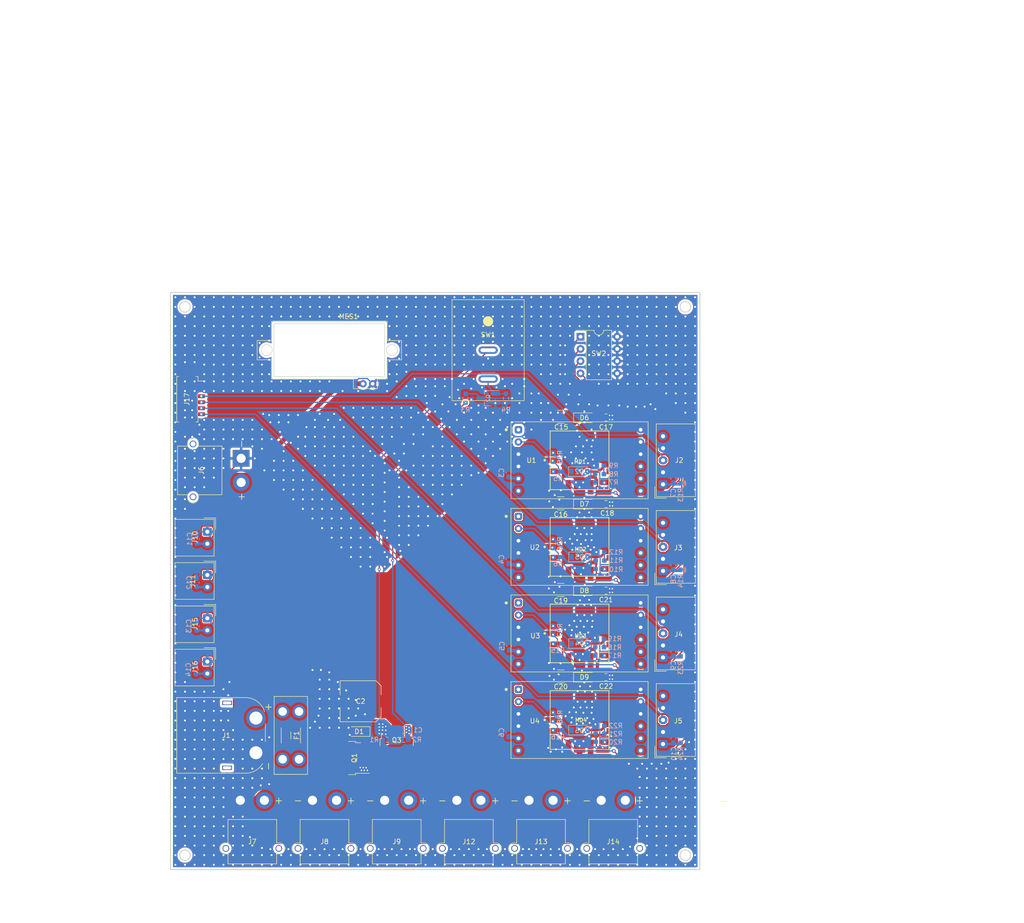
<source format=kicad_pcb>
(kicad_pcb (version 20211014) (generator pcbnew)
  (layers (0 "F.Cu" signal) (31 "B.Cu" signal) (34 "B.Paste" user) (35 "F.Paste" user) (36 "B.SilkS" user "B.Silkscreen") (37 "F.SilkS" user "F.Silkscreen") (38 "B.Mask" user) (39 "F.Mask" user) (44 "Edge.Cuts" user))
  (net 0 "")
  (net 1 "/S-S")
  (net 2 "Net-(C1-Pad2)")
  (net 3 "VDD")
  (net 4 "GND")
  (net 5 "/5V_Display1")
  (net 6 "/5V_Display2")
  (net 7 "/5V_Display3")
  (net 8 "/5V_Display4")
  (net 9 "+7.5V")
  (net 10 "Display1")
  (net 11 "Display2")
  (net 12 "Display3")
  (net 13 "Display4")
  (net 14 "Net-(F1-Pad2)")
  (net 15 "主電源スイッチ")
  (net 16 "Net-(Q2-Pad3)")
  (net 17 "Display1_CTRL")
  (net 18 "Display2_CTRL")
  (net 19 "Display3_CTRL")
  (net 20 "Display4_CTRL")
  (net 25 "Net-(MD1-Pad6)")
  (net 28 "Net-(MD1-Pad10)")
  (net 31 "Net-(MD2-Pad6)")
  (net 34 "Net-(MD2-Pad10)")
  (net 37 "Net-(MD3-Pad6)")
  (net 40 "Net-(MD3-Pad10)")
  (net 43 "Net-(MD4-Pad6)")
  (net 46 "Net-(MD4-Pad10)")
  (net 49 "Net-(R7-Pad2)")
  (net 50 "Net-(R8-Pad1)")
  (net 51 "Net-(R10-Pad2)")
  (net 52 "Net-(R11-Pad1)")
  (net 53 "Net-(R17-Pad2)")
  (net 54 "Net-(R18-Pad1)")
  (net 55 "Net-(R20-Pad2)")
  (net 56 "Net-(R21-Pad1)")
  (footprint "Connector_AMASS:AMASS_XT30PW-M_1x02_P2.50mm_Horizontal" (layer "F.Cu") (at 156.45 146.35 180)
    (fp_text reference "J12")
    (fp_text value "Conn_01x02_Female")
  )
  (footprint "Capacitor_SMD:C_0805_2012Metric_Pad1.18x1.45mm_HandSolder" (layer "F.Cu") (at 187.45 66.75)
    (fp_text reference "C17")
    (fp_text value "10uF")
  )
  (footprint "Diode_SMD:D_SOD-123" (layer "F.Cu") (at 182.95 120.75)
    (fp_text reference "D9")
    (fp_text value "D")
  )
  (footprint "Connector_Molex:Molex_SPOX_5268-05A_1x05_P2.50mm_Horizontal" (layer "F.Cu") (at 199.3 98.65 90)
    (fp_text reference "J3")
    (fp_text value "Conn_01x05_Female")
  )
  (footprint "DCDC_Regulator:AE-MYMGK00506ERSR-5V0" (layer "F.Cu") (at 181.95 111.65)
    (fp_text reference "U3")
    (fp_text value "AE-MYMGK00506ERSR-5V0")
  )
  (footprint "Capacitor_SMD:C_0805_2012Metric_Pad1.18x1.45mm_HandSolder" (layer "F.Cu") (at 187.45 120.75)
    (fp_text reference "C22")
    (fp_text value "10uF")
  )
  (footprint "Capacitor_SMD:C_1210_3225Metric_Pad1.33x2.70mm_HandSolder" (layer "F.Cu") (at 178.05 66.6 180)
    (fp_text reference "C15")
    (fp_text value "22uF")
  )
  (footprint "Connector_AMASS:AMASS_XT30PW-M_1x02_P2.50mm_Horizontal" (layer "F.Cu") (at 111.45 146.35 180)
    (fp_text reference "J7")
    (fp_text value "Conn_01x02_Female")
  )
  (footprint "DCDC_Regulator:AE-MYMGK00506ERSR-5V0" (layer "F.Cu") (at 181.95 129.65)
    (fp_text reference "U4")
    (fp_text value "AE-MYMGK00506ERSR-5V0")
  )
  (footprint "Connector_Molex:Molex_SPOX_5268-05A_1x05_P2.50mm_Horizontal" (layer "F.Cu") (at 199.3 116.65 90)
    (fp_text reference "J4")
    (fp_text value "Conn_01x05_Female")
  )
  (footprint "Capacitor_SMD:C_0805_2012Metric_Pad1.18x1.45mm_HandSolder" (layer "F.Cu") (at 187.45 102.75)
    (fp_text reference "C21")
    (fp_text value "10uF")
  )
  (footprint "Capacitor_SMD:C_1210_3225Metric_Pad1.33x2.70mm_HandSolder" (layer "F.Cu") (at 178.05 102.6 180)
    (fp_text reference "C19")
    (fp_text value "22uF")
  )
  (footprint "Diode_SMD:D_SOD-123" (layer "F.Cu") (at 182.95 66.8)
    (fp_text reference "D6")
    (fp_text value "D")
  )
  (footprint "Capacitor_SMD:C_Elec_8x10.2" (layer "F.Cu") (at 136.45 125.75 180)
    (fp_text reference "C2")
    (fp_text value "470uF")
  )
  (footprint "Connector_AMASS:AMASS_XT30PW-M_1x02_P2.50mm_Horizontal" (layer "F.Cu") (at 111.625 75.25 90)
    (fp_text reference "J6")
    (fp_text value "Conn_01x02_Female")
  )
  (footprint "Capacitor_SMD:C_1210_3225Metric_Pad1.33x2.70mm_HandSolder" (layer "F.Cu") (at 178.05 120.6 180)
    (fp_text reference "C20")
    (fp_text value "22uF")
  )
  (footprint "DCDC_Regulator:MURATA_OKL-T-6-W12N-C" (layer "F.Cu") (at 181.95 111.65)
    (fp_text reference "MD3")
    (fp_text value "OKL-T/6-W12N-C")
  )
  (footprint "Diode_SMD:D_SOD-123" (layer "F.Cu") (at 182.95 102.75)
    (fp_text reference "D8")
    (fp_text value "D")
  )
  (footprint "Connector_Molex:Molex_SPOX_5268-05A_1x05_P2.50mm_Horizontal" (layer "F.Cu") (at 199.3 134.65 90)
    (fp_text reference "J5")
    (fp_text value "Conn_01x05_Female")
  )
  (footprint "DCDC_Regulator:MURATA_OKL-T-6-W12N-C" (layer "F.Cu") (at 181.95 75.65)
    (fp_text reference "MD1")
    (fp_text value "OKL-T/6-W12N-C")
  )
  (footprint "Diode_SMD:D_SOD-123" (layer "F.Cu") (at 136.15 132.05 180)
    (fp_text reference "D1")
    (fp_text value "D")
  )
  (footprint "DCDC_Regulator:AE-MYMGK00506ERSR-5V0" (layer "F.Cu") (at 181.95 93.65)
    (fp_text reference "U2")
    (fp_text value "AE-MYMGK00506ERSR-5V0")
  )
  (footprint "Package_TO_SOT_SMD:TO-252-3_TabPin2" (layer "F.Cu") (at 132.95 137.55 180)
    (fp_text reference "Q1")
    (fp_text value "Q_PMOS_GDS")
  )
  (footprint "Connector_Molex:Molex_SPOX_5268-02A_1x02_P2.50mm_Horizontal" (layer "F.Cu") (at 104.6 117.5 -90)
    (fp_text reference "J16")
    (fp_text value "Conn_01x02_Female")
  )
  (footprint "Package_TO_SOT_SMD:TO-252-3_TabPin2" (layer "F.Cu") (at 143.95 135.975 -90)
    (fp_text reference "Q3")
    (fp_text value "Q_PMOS_GDS")
  )
  (footprint "Connector_Molex:Molex_SPOX_5268-02A_1x02_P2.50mm_Horizontal" (layer "F.Cu") (at 104.6 90.5 -90)
    (fp_text reference "J10")
    (fp_text value "Conn_01x02_Female")
  )
  (footprint "Connector_AMASS:AMASS_XT30PW-M_1x02_P2.50mm_Horizontal" (layer "F.Cu") (at 171.45 146.35 180)
    (fp_text reference "J13")
    (fp_text value "Conn_01x02_Female")
  )
  (footprint "DCDC_Regulator:MURATA_OKL-T-6-W12N-C" (layer "F.Cu") (at 181.95 129.65)
    (fp_text reference "MD4")
    (fp_text value "OKL-T/6-W12N-C")
  )
  (footprint "Connector_AMASS:AMASS_XT30PW-M_1x02_P2.50mm_Horizontal" (layer "F.Cu") (at 186.45 146.35 180)
    (fp_text reference "J14")
    (fp_text value "Conn_01x02_Female")
  )
  (footprint "DCDC_Regulator:AE-MYMGK00506ERSR-5V0" (layer "F.Cu") (at 181.95 75.65)
    (fp_text reference "U1")
    (fp_text value "AE-MYMGK00506ERSR-5V0")
  )
  (footprint "Fuse:Fuseholder_Blade_Mini_Keystone_3568" (layer "F.Cu") (at 123.65 127.89 -90)
    (fp_text reference "F1")
    (fp_text value "Fuse")
  )
  (footprint "Diode_SMD:D_SOD-123" (layer "F.Cu") (at 182.95 84.75)
    (fp_text reference "D7")
    (fp_text value "D")
  )
  (footprint "Connector_Molex:Molex_SPOX_5268-02A_1x02_P2.50mm_Horizontal" (layer "F.Cu") (at 104.6 108.5 -90)
    (fp_text reference "J15")
    (fp_text value "Conn_01x02_Female")
  )
  (footprint "DCDC_Regulator:MURATA_OKL-T-6-W12N-C" (layer "F.Cu") (at 181.95 93.65)
    (fp_text reference "MD2")
    (fp_text value "OKL-T/6-W12N-C")
  )
  (footprint "Connector_AMASS:AMASS_XT30PW-M_1x02_P2.50mm_Horizontal" (layer "F.Cu") (at 126.45 146.35 180)
    (fp_text reference "J8")
    (fp_text value "Conn_01x02_Female")
  )
  (footprint "Connector_Molex:Molex_SPOX_5268-05A_1x05_P2.50mm_Horizontal" (layer "F.Cu") (at 199.3 80.65 90)
    (fp_text reference "J2")
    (fp_text value "Conn_01x05_Female")
  )
  (footprint "Voltmeter:SuperSmallVoltmeter_twoline" (layer "F.Cu") (at 129.95 52.75)
    (fp_text reference "MES1")
    (fp_text value "Voltmeter_DC")
    (fp_line (start -11.5 2) (end -11.5 5.5) (layer "Edge.Cuts") (width 0.12))
    (fp_line (start 11.5 -5.5) (end -11.5 -5.5) (layer "Edge.Cuts") (width 0.12))
    (fp_line (start 11.5 2) (end 11.5 -2) (layer "Edge.Cuts") (width 0.12))
    (fp_line (start -11.5 -5.5) (end -11.5 -2) (layer "Edge.Cuts") (width 0.12))
    (fp_line (start 11.5 5.5) (end 11.5 2) (layer "Edge.Cuts") (width 0.12))
    (fp_line (start -11.5 -2) (end -11.5 2) (layer "Edge.Cuts") (width 0.12))
    (fp_line (start -11.5 5.5) (end 11.5 5.5) (layer "Edge.Cuts") (width 0.12))
    (fp_line (start 11.5 -2) (end 11.5 -5.5) (layer "Edge.Cuts") (width 0.12))
    (fp_circle (center -13 0) (end -14.15 0) (layer "Edge.Cuts") (width 0.12) (fill none))
    (fp_circle (center 13 0) (end 11.85 0) (layer "Edge.Cuts") (width 0.12) (fill none))
  )
  (footprint "Package_DIP:DIP-8_W7.62mm" (layer "F.Cu") (at 182.15 49.95)
    (fp_text reference "SW2")
    (fp_text value "SW_DIP_x04")
  )
  (footprint "Capacitor_SMD:C_0805_2012Metric_Pad1.18x1.45mm_HandSolder" (layer "F.Cu") (at 187.45 84.75)
    (fp_text reference "C18")
    (fp_text value "10uF")
  )
  (footprint "Rocker_Switch:DS-850K-S-ON" (layer "F.Cu") (at 162.95 52.75 90)
    (fp_text reference "SW1")
    (fp_text value "SW_SPST")
  )
  (footprint "Capacitor_SMD:C_1210_3225Metric_Pad1.33x2.70mm_HandSolder" (layer "F.Cu") (at 178.05 84.6 180)
    (fp_text reference "C16")
    (fp_text value "22uF")
  )
  (footprint "Connector_AMASS:AMASS_XT30PW-M_1x02_P2.50mm_Horizontal" (layer "F.Cu") (at 141.45 146.35 180)
    (fp_text reference "J9")
    (fp_text value "Conn_01x02_Female")
  )
  (footprint "Connector_Molex:Molex_SPOX_5268-02A_1x02_P2.50mm_Horizontal" (layer "F.Cu") (at 104.6 99.5 -90)
    (fp_text reference "J11")
    (fp_text value "Conn_01x02_Female")
  )
  (footprint "Connector_AMASS:AMASS_XT60PW-M_1x02_P7.20mm_Horizontal" (layer "F.Cu") (at 114.7 136.45 90)
    (fp_text reference "J1")
    (fp_text value "Conn_01x02_Female")
  )
  (footprint "Connector_Molex:Molex_PicoBlade_53261-0671_1x06-1MP_P1.25mm_Horizontal" (layer "F.Cu") (at 100.95 62.95 -90)
    (fp_text reference "J17")
    (fp_text value "Conn_01x06_Female")
  )
  (footprint "Capacitor_SMD:C_0603_1608Metric_Pad1.08x0.95mm_HandSolder" (layer "B.Cu") (at 102.37 101.0675 90)
    (fp_text reference "C12")
    (fp_text value "1uF")
  )
  (footprint "Resistor_SMD:R_0603_1608Metric_Pad0.98x0.95mm_HandSolder" (layer "B.Cu") (at 145.45 133.75)
    (fp_text reference "R2")
    (fp_text value "10k")
  )
  (footprint "Capacitor_SMD:C_0603_1608Metric_Pad1.08x0.95mm_HandSolder" (layer "B.Cu") (at 167.2 96.25 90)
    (fp_text reference "C4")
    (fp_text value "1uF")
  )
  (footprint "Resistor_SMD:R_0603_1608Metric_Pad0.98x0.95mm_HandSolder" (layer "B.Cu") (at 158.25 62.75 90)
    (fp_text reference "R3")
    (fp_text value "1k")
  )
  (footprint "Resistor_SMD:R_0603_1608Metric_Pad0.98x0.95mm_HandSolder" (layer "B.Cu") (at 186.2 94.75 180)
    (fp_text reference "R12")
    (fp_text value "10")
  )
  (footprint "Diode_SMD:D_SOD-123" (layer "B.Cu") (at 181.95 113.75)
    (fp_text reference "D4")
    (fp_text value "D")
  )
  (footprint "Resistor_SMD:R_0603_1608Metric_Pad0.98x0.95mm_HandSolder" (layer "B.Cu") (at 176.45 111 90)
    (fp_text reference "R27")
    (fp_text value "10k")
  )
  (footprint "Resistor_SMD:R_0603_1608Metric_Pad0.98x0.95mm_HandSolder" (layer "B.Cu") (at 186.2 134.18 180)
    (fp_text reference "R20")
    (fp_text value "1k")
  )
  (footprint "Resistor_SMD:R_0603_1608Metric_Pad0.98x0.95mm_HandSolder" (layer "B.Cu") (at 176.45 75 90)
    (fp_text reference "R25")
    (fp_text value "10k")
  )
  (footprint "Resistor_SMD:R_0603_1608Metric_Pad0.98x0.95mm_HandSolder" (layer "B.Cu") (at 166.6625 62.75 -90)
    (fp_text reference "R4")
    (fp_text value "10k")
  )
  (footprint "Resistor_SMD:R_0603_1608Metric_Pad0.98x0.95mm_HandSolder" (layer "B.Cu") (at 186.1125 114.5 180)
    (fp_text reference "R18")
    (fp_text value "330")
  )
  (footprint "Package_TO_SOT_SMD:SOT-23_Handsoldering" (layer "B.Cu") (at 162.95 62.75 180)
    (fp_text reference "Q2")
    (fp_text value "Q_NMOS_GSD")
  )
  (footprint "Diode_SMD:D_SOD-123" (layer "B.Cu") (at 181.95 95.75)
    (fp_text reference "D3")
    (fp_text value "D")
  )
  (footprint "Resistor_SMD:R_0603_1608Metric_Pad0.98x0.95mm_HandSolder" (layer "B.Cu") (at 202.95 97.5 -90)
    (fp_text reference "R14")
    (fp_text value "1.2k")
  )
  (footprint "Resistor_SMD:R_0603_1608Metric_Pad0.98x0.95mm_HandSolder" (layer "B.Cu") (at 186.2 98.25 180)
    (fp_text reference "R10")
    (fp_text value "1k")
  )
  (footprint "Resistor_SMD:R_0603_1608Metric_Pad0.98x0.95mm_HandSolder" (layer "B.Cu") (at 186.2 132.5 180)
    (fp_text reference "R21")
    (fp_text value "330")
  )
  (footprint "Capacitor_SMD:C_0603_1608Metric_Pad1.08x0.95mm_HandSolder" (layer "B.Cu") (at 102.22 119.18 90)
    (fp_text reference "C14")
    (fp_text value "1uF")
  )
  (footprint "Resistor_SMD:R_0603_1608Metric_Pad0.98x0.95mm_HandSolder" (layer "B.Cu") (at 186.0875 80.25 180)
    (fp_text reference "R7")
    (fp_text value "1k")
  )
  (footprint "Resistor_SMD:R_0603_1608Metric_Pad0.98x0.95mm_HandSolder" (layer "B.Cu") (at 202.95 115.5 -90)
    (fp_text reference "R23")
    (fp_text value "1.2k")
  )
  (footprint "Capacitor_SMD:C_0603_1608Metric_Pad1.08x0.95mm_HandSolder" (layer "B.Cu") (at 167.2 132.25 90)
    (fp_text reference "C6")
    (fp_text value "1uF")
  )
  (footprint "Capacitor_SMD:C_0603_1608Metric_Pad1.08x0.95mm_HandSolder" (layer "B.Cu") (at 167.2 78.25 90)
    (fp_text reference "C3")
    (fp_text value "1uF")
  )
  (footprint "Capacitor_SMD:C_0805_2012Metric_Pad1.18x1.45mm_HandSolder" (layer "B.Cu") (at 145.45 131.75)
    (fp_text reference "C1")
    (fp_text value "4.7uF")
  )
  (footprint "Resistor_SMD:R_0603_1608Metric_Pad0.98x0.95mm_HandSolder" (layer "B.Cu") (at 186.2 96.5 180)
    (fp_text reference "R11")
    (fp_text value "330")
  )
  (footprint "Resistor_SMD:R_0603_1608Metric_Pad0.98x0.95mm_HandSolder" (layer "B.Cu") (at 141.95 133.75 180)
    (fp_text reference "R1")
    (fp_text value "10k")
  )
  (footprint "Capacitor_SMD:C_0603_1608Metric_Pad1.08x0.95mm_HandSolder" (layer "B.Cu") (at 102.44 92.05 90)
    (fp_text reference "C11")
    (fp_text value "1uF")
  )
  (footprint "Diode_SMD:D_SOD-123" (layer "B.Cu") (at 181.95 131.75)
    (fp_text reference "D5")
    (fp_text value "D")
  )
  (footprint "Resistor_SMD:R_0603_1608Metric_Pad0.98x0.95mm_HandSolder" (layer "B.Cu") (at 186.1125 112.75 180)
    (fp_text reference "R19")
    (fp_text value "10")
  )
  (footprint "Resistor_SMD:R_0603_1608Metric_Pad0.98x0.95mm_HandSolder" (layer "B.Cu") (at 202.95 79.5 -90)
    (fp_text reference "R13")
    (fp_text value "1.2k")
  )
  (footprint "Resistor_SMD:R_0603_1608Metric_Pad0.98x0.95mm_HandSolder" (layer "B.Cu") (at 176.45 129 90)
    (fp_text reference "R28")
    (fp_text value "10k")
  )
  (footprint "Resistor_SMD:R_0603_1608Metric_Pad0.98x0.95mm_HandSolder" (layer "B.Cu") (at 186.1125 116.25 180)
    (fp_text reference "R17")
    (fp_text value "1k")
  )
  (footprint "Resistor_SMD:R_0603_1608Metric_Pad0.98x0.95mm_HandSolder" (layer "B.Cu") (at 186.2 130.85 180)
    (fp_text reference "R22")
    (fp_text value "10")
  )
  (footprint "Resistor_SMD:R_0603_1608Metric_Pad0.98x0.95mm_HandSolder" (layer "B.Cu") (at 177.45 113.75)
    (fp_text reference "R15")
    (fp_text value "100k")
  )
  (footprint "Diode_SMD:D_SOD-123" (layer "B.Cu") (at 181.9 78)
    (fp_text reference "D2")
    (fp_text value "D")
  )
  (footprint "Capacitor_SMD:C_0603_1608Metric_Pad1.08x0.95mm_HandSolder" (layer "B.Cu") (at 201.45 115.5 90)
    (fp_text reference "C9")
    (fp_text value "1uF")
  )
  (footprint "Resistor_SMD:R_0603_1608Metric_Pad0.98x0.95mm_HandSolder" (layer "B.Cu") (at 176.45 92.975 90)
    (fp_text reference "R26")
    (fp_text value "10k")
  )
  (footprint "Capacitor_SMD:C_0603_1608Metric_Pad1.08x0.95mm_HandSolder" (layer "B.Cu") (at 201.45 133.5 90)
    (fp_text reference "C10")
    (fp_text value "1uF")
  )
  (footprint "Resistor_SMD:R_0603_1608Metric_Pad0.98x0.95mm_HandSolder" (layer "B.Cu") (at 177.45 131.75)
    (fp_text reference "R16")
    (fp_text value "100k")
  )
  (footprint "Resistor_SMD:R_0603_1608Metric_Pad0.98x0.95mm_HandSolder" (layer "B.Cu") (at 177.45 78)
    (fp_text reference "R5")
    (fp_text value "100k")
  )
  (footprint "Capacitor_SMD:C_0603_1608Metric_Pad1.08x0.95mm_HandSolder" (layer "B.Cu") (at 201.45 79.5 90)
    (fp_text reference "C7")
    (fp_text value "1uF")
  )
  (footprint "Resistor_SMD:R_0603_1608Metric_Pad0.98x0.95mm_HandSolder" (layer "B.Cu") (at 186.0875 78.53 180)
    (fp_text reference "R8")
    (fp_text value "330")
  )
  (footprint "Resistor_SMD:R_0603_1608Metric_Pad0.98x0.95mm_HandSolder" (layer "B.Cu") (at 177.45 95.75)
    (fp_text reference "R6")
    (fp_text value "100k")
  )
  (footprint "Resistor_SMD:R_0603_1608Metric_Pad0.98x0.95mm_HandSolder" (layer "B.Cu") (at 186.0875 76.75 180)
    (fp_text reference "R9")
    (fp_text value "10")
  )
  (footprint "Capacitor_SMD:C_0603_1608Metric_Pad1.08x0.95mm_HandSolder" (layer "B.Cu") (at 201.45 97.5 90)
    (fp_text reference "C8")
    (fp_text value "1uF")
  )
  (footprint "Capacitor_SMD:C_0603_1608Metric_Pad1.08x0.95mm_HandSolder" (layer "B.Cu") (at 167.35 114.25 90)
    (fp_text reference "C5")
    (fp_text value "1uF")
  )
  (footprint "Resistor_SMD:R_0603_1608Metric_Pad0.98x0.95mm_HandSolder" (layer "B.Cu") (at 202.95 133.5 -90)
    (fp_text reference "R24")
    (fp_text value "1.2k")
  )
  (footprint "Capacitor_SMD:C_0603_1608Metric_Pad1.08x0.95mm_HandSolder" (layer "B.Cu") (at 102.39 110.1225 90)
    (fp_text reference "C13")
    (fp_text value "1uF")
  )
  (gr_circle (center 99.95 43.75) (end 99.949999 42.65) (layer "Edge.Cuts") (width 0.2) (fill none))
  (gr_line (start 206.95 160.75) (end 96.95 160.75) (layer "Edge.Cuts") (width 0.2))
  (gr_line (start 206.95 40.75) (end 206.95 160.75) (layer "Edge.Cuts") (width 0.2))
  (gr_line (start 96.95 40.75) (end 206.95 40.75) (layer "Edge.Cuts") (width 0.2))
  (gr_circle (center 99.95 157.75) (end 99.949999 156.65) (layer "Edge.Cuts") (width 0.2) (fill none))
  (gr_circle (center 203.95 157.75) (end 203.950001 156.65) (layer "Edge.Cuts") (width 0.2) (fill none))
  (gr_line (start 96.95 160.75) (end 96.95 40.75) (layer "Edge.Cuts") (width 0.2))
  (gr_circle (center 203.95 43.75) (end 203.950001 42.65) (layer "Edge.Cuts") (width 0.2) (fill none))
  (segment (start 141.67 131.08) (end 141 131.75) (width 0.5) (layer "F.Cu") (net 1))
  (segment (start 138.88 130.97) (end 138.075 131.775) (width 2) (layer "F.Cu") (net 1))
  (segment (start 141.04 130.5) (end 141.04 131.14) (width 0.5) (layer "F.Cu") (net 1))
  (segment (start 137.525 132.325) (end 137.8 132.05) (width 2) (layer "F.Cu") (net 1))
  (segment (start 140.33 130.5) (end 141.04 130.5) (width 2) (layer "F.Cu") (net 1))
  (segment (start 141.04 130.5) (end 141.2 130.5) (width 2) (layer "F.Cu") (net 1))
  (segment (start 137.15 132.7) (end 137.525 132.325) (width 2) (layer "F.Cu") (net 1))
  (segment (start 138.35 132.6) (end 137.8 132.05) (width 2) (layer "F.Cu") (net 1))
  (segment (start 162.95 52.86) (end 162.95 52.75) (width 0.25) (layer "F.Cu") (net 1))
  (segment (start 141.7 133.675) (end 140.725 132.7) (width 2) (layer "F.Cu") (net 1))
  (segment (start 136.15 134.95) (end 136.15 132.05) (width 2) (layer "F.Cu") (net 1))
  (segment (start 137.525 134.15) (end 137.525 132.325) (width 2) (layer "F.Cu") (net 1))
  (segment (start 138.075 131.775) (end 137.15 132.7) (width 2) (layer "F.Cu") (net 1))
  (segment (start 139.85 135.25) (end 139.83 135.27) (width 2) (layer "F.Cu") (net 1))
  (segment (start 139.85 133.675) (end 139.85 135.25) (width 2) (layer "F.Cu") (net 1))
  (segment (start 138.43 135.27) (end 138.45 135.25) (width 2) (layer "F.Cu") (net 1))
  (segment (start 141.67 131.775) (end 141.67 132.6) (width 2) (layer "F.Cu") (net 1))
  (segment (start 138.45 135.25) (end 138.45 135.075) (width 2) (layer "F.Cu") (net 1))
  (segment (start 140.9675 132.5575) (end 139.85 133.675) (width 0.5) (layer "F.Cu") (net 1))
  (segment (start 138.45 135.075) (end 139.85 133.675) (width 2) (layer "F.Cu") (net 1))
  (segment (start 136.47 135.27) (end 136.15 134.95) (width 2) (layer "F.Cu") (net 1))
  (segment (start 136.15 131) (end 136.65 130.5) (width 2) (layer "F.Cu") (net 1))
  (segment (start 137.15 135.27) (end 136.47 135.27) (width 2) (layer "F.Cu") (net 1))
  (segment (start 139.85 133.675) (end 141.67 133.675) (width 2) (layer "F.Cu") (net 1))
  (segment (start 141.67 132.6) (end 138.35 132.6) (width 2) (layer "F.Cu") (net 1))
  (segment (start 137.15 135.27) (end 138.43 135.27) (width 2) (layer "F.Cu") (net 1))
  (segment (start 136.15 132.05) (end 136.45 131.75) (width 2) (layer "F.Cu") (net 1))
  (segment (start 136.65 130.5) (end 140.33 130.5) (width 2) (layer "F.Cu") (net 1))
  (segment (start 141 131.75) (end 141.645 131.75) (width 2) (layer "F.Cu") (net 1))
  (segment (start 137.15 135.27) (end 137.15 132.7) (width 2) (layer "F.Cu") (net 1))
  (segment (start 141.67 132.6) (end 141.67 133.675) (width 2) (layer "F.Cu") (net 1))
  (segment (start 141.67 133.675) (end 141.7 133.675) (width 2) (layer "F.Cu") (net 1))
  (segment (start 141.2 130.5) (end 141.67 130.97) (width 2) (layer "F.Cu") (net 1))
  (segment (start 141.67 131.775) (end 138.075 131.775) (width 2) (layer "F.Cu") (net 1))
  (segment (start 136.15 132.05) (end 136.15 131) (width 2) (layer "F.Cu") (net 1))
  (segment (start 140.33 131.75) (end 141 131.75) (width 2) (layer "F.Cu") (net 1))
  (segment (start 136.45 131.75) (end 140.33 131.75) (width 2) (layer "F.Cu") (net 1))
  (segment (start 139.83 135.27) (end 137.15 135.27) (width 2) (layer "F.Cu") (net 1))
  (segment (start 140.33 133.195) (end 139.85 133.675) (width 0.5) (layer "F.Cu") (net 1))
  (segment (start 140.32 98.32) (end 140.32 75.49) (width 0.25) (layer "F.Cu") (net 1))
  (segment (start 141.04 132.485) (end 140.9675 132.5575) (width 0.5) (layer "F.Cu") (net 1))
  (segment (start 138.45 135.075) (end 137.525 134.15) (width 2) (layer "F.Cu") (net 1))
  (segment (start 140.33 130.5) (end 140.33 131.12) (width 0.5) (layer "F.Cu") (net 1))
  (segment (start 140.33 132.47) (end 140.33 133.195) (width 0.5) (layer "F.Cu") (net 1))
  (segment (start 141.67 130.97) (end 141.67 131.775) (width 2) (layer "F.Cu") (net 1))
  (segment (start 141.04 131.14) (end 141.04 132.485) (width 0.5) (layer "F.Cu") (net 1))
  (segment (start 141.645 131.75) (end 141.67 131.775) (width 2) (layer "F.Cu") (net 1))
  (segment (start 140.33 131.12) (end 140.33 132.47) (width 0.5) (layer "F.Cu") (net 1))
  (segment (start 141.67 130.97) (end 138.88 130.97) (width 2) (layer "F.Cu") (net 1))
  (segment (start 140.32 75.49) (end 162.95 52.86) (width 0.25) (layer "F.Cu") (net 1))
  (segment (start 141.67 130.97) (end 141.67 131.08) (width 0.5) (layer "F.Cu") (net 1))
  (segment (start 140.725 132.7) (end 137.15 132.7) (width 2) (layer "F.Cu") (net 1))
  (via (at 141.67 131.775) (size 0.6) (drill 0.3) (layers "F.Cu" "B.Cu") (net 1))
  (via (at 140.33 131.12) (size 0.6) (drill 0.3) (layers "F.Cu" "B.Cu") (net 1))
  (via (at 141.67 132.6) (size 0.6) (drill 0.3) (layers "F.Cu" "B.Cu") (net 1))
  (via (at 141.04 130.5) (size 0.6) (drill 0.3) (layers "F.Cu" "B.Cu") (net 1))
  (via (at 141 131.75) (size 0.6) (drill 0.3) (layers "F.Cu" "B.Cu") (net 1))
  (via (at 141.67 130.97) (size 0.6) (drill 0.3) (layers "F.Cu" "B.Cu") (net 1))
  (via (at 140.9675 132.5575) (size 0.6) (drill 0.3) (layers "F.Cu" "B.Cu") (net 1))
  (via (at 141.04 131.14) (size 0.6) (drill 0.3) (layers "F.Cu" "B.Cu") (net 1))
  (via (at 140.32 98.32) (size 0.6) (drill 0.3) (layers "F.Cu" "B.Cu") (net 1))
  (via (at 140.33 131.75) (size 0.6) (drill 0.3) (layers "F.Cu" "B.Cu") (net 1))
  (via (at 140.33 132.47) (size 0.6) (drill 0.3) (layers "F.Cu" "B.Cu") (net 1))
  (via (at 140.33 130.5) (size 0.6) (drill 0.3) (layers "F.Cu" "B.Cu") (net 1))
  (segment (start 141.882932 132.075) (end 142.8625 133.054568) (width 2) (layer "B.Cu") (net 1))
  (segment (start 140.365 132.075) (end 141.882932 132.075) (width 2) (layer "B.Cu") (net 1))
  (segment (start 142.8625 133.054568) (end 142.8625 133.75) (width 2) (layer "B.Cu") (net 1))
  (segment (start 140.33 130.5) (end 140.33 98.33) (width 0.25) (layer "B.Cu") (net 1))
  (segment (start 142.45 131.75) (end 141.2 130.5) (width 2) (layer "B.Cu") (net 1))
  (segment (start 140.33 132.04) (end 140.365 132.075) (width 2) (layer "B.Cu") (net 1))
  (segment (start 144.4125 133.625) (end 144.5375 133.75) (width 0.5) (layer "B.Cu") (net 1))
  (segment (start 140.33 130.5) (end 141.2 130.5) (width 2) (layer "B.Cu") (net 1))
  (segment (start 141.67 130.97) (end 142.8625 132.1625) (width 2) (layer "B.Cu") (net 1))
  (segment (start 141.2 130.5) (end 141.67 130.97) (width 2) (layer "B.Cu") (net 1))
  (segment (start 144.4125 131.75) (end 142.45 131.75) (width 2) (layer "B.Cu") (net 1))
  (segment (start 144.4125 131.75) (end 144.4125 133.625) (width 2) (layer "B.Cu") (net 1))
  (segment (start 142.8625 133.75) (end 144.2875 133.75) (width 2) (layer "B.Cu") (net 1))
  (segment (start 140.33 130.5) (end 140.33 132.04) (width 2) (layer "B.Cu") (net 1))
  (segment (start 144.2875 133.75) (end 144.4125 133.625) (width 2) (layer "B.Cu") (net 1))
  (segment (start 140.33 98.33) (end 140.32 98.32) (width 0.25) (layer "B.Cu") (net 1))
  (segment (start 142.8625 132.1625) (end 142.8625 133.75) (width 2) (layer "B.Cu") (net 1))
  (segment (start 143.12 96.49) (end 143.12 78.7925) (width 0.25) (layer "F.Cu") (net 2))
  (segment (start 143.12 78.7925) (end 158.25 63.6625) (width 0.25) (layer "F.Cu") (net 2))
  (via (at 145.98 132.22) (size 0.6) (drill 0.3) (layers "F.Cu" "B.Cu") (net 2))
  (via (at 146.53 131.84) (size 0.6) (drill 0.3) (layers "F.Cu" "B.Cu") (net 2))
  (via (at 158.25 63.6625) (size 0.6) (drill 0.3) (layers "F.Cu" "B.Cu") (net 2))
  (via (at 143.12 96.49) (size 0.6) (drill 0.3) (layers "F.Cu" "B.Cu") (net 2))
  (via (at 145.95 130.99) (size 0.6) (drill 0.3) (layers "F.Cu" "B.Cu") (net 2))
  (via (at 146.52 131.23) (size 0.6) (drill 0.3) (layers "F.Cu" "B.Cu") (net 2))
  (via (at 146.53 132.46) (size 0.6) (drill 0.3) (layers "F.Cu" "B.Cu") (net 2))
  (via (at 145.96 131.61) (size 0.6) (drill 0.3) (layers "F.Cu" "B.Cu") (net 2))
  (segment (start 145.95 130.99) (end 145.95 133.3375) (width 0.5) (layer "B.Cu") (net 2))
  (segment (start 146.3625 131.4025) (end 145.95 130.99) (width 0.5) (layer "B.Cu") (net 2))
  (segment (start 146.3625 133.75) (end 146.3625 131.4025) (width 0.5) (layer "B.Cu") (net 2))
  (segment (start 146.52 131.23) (end 146.52 133.5925) (width 0.5) (layer "B.Cu") (net 2))
  (segment (start 145.95 130.99) (end 146.28 130.99) (width 0.5) (layer "B.Cu") (net 2))
  (segment (start 146.28 130.99) (end 146.52 131.23) (width 0.5) (layer "B.Cu") (net 2))
  (segment (start 143.12 128.16) (end 145.95 130.99) (width 0.25) (layer "B.Cu") (net 2))
  (segment (start 143.12 96.49) (end 143.12 128.16) (width 0.25) (layer "B.Cu") (net 2))
  (segment (start 146.52 133.5925) (end 146.3625 133.75) (width 0.5) (layer "B.Cu") (net 2))
  (segment (start 145.95 133.3375) (end 146.3625 133.75) (width 0.5) (layer "B.Cu") (net 2))
  (segment (start 167.799915 84.338) (end 168.225211 84.338) (width 0.5) (layer "F.Cu") (net 3))
  (segment (start 176.85 126.85) (end 173.75 126.85) (width 4) (layer "F.Cu") (net 3))
  (segment (start 176.45 146.35) (end 176.45 141.082) (width 4) (layer "F.Cu") (net 3))
  (segment (start 182.4 142.5) (end 182.4 150.2) (width 4) (layer "F.Cu") (net 3))
  (segment (start 172.65 132.6) (end 172.65 127.3) (width 4) (layer "F.Cu") (net 3))
  (segment (start 172.212 73.153099) (end 168.762874 73.153099) (width 0.5) (layer "F.Cu") (net 3))
  (segment (start 169.752027 129.708) (end 170.462 130.417973) (width 0.5) (layer "F.Cu") (net 3))
  (segment (start 168.038 74.998027) (end 168.747973 75.708) (width 0.5) (layer "F.Cu") (net 3))
  (segment (start 103.127195 92.352805) (end 102.475 91.70061) (width 2) (layer "F.Cu") (net 3))
  (segment (start 172.65 103.739823) (end 172.65 100.2) (width 4) (layer "F.Cu") (net 3))
  (segment (start 124.25 146.25) (end 117.05 146.25) (width 0.5) (layer "F.Cu") (net 3))
  (segment (start 172.212 113.512) (end 172.212 114.146901) (width 4) (layer "F.Cu") (net 3))
  (segment (start 169.25 100.339823) (end 172.65 103.739823) (width 4) (layer "F.Cu") (net 3))
  (segment (start 169.178 88.628) (end 170.522 88.628) (width 0.5) (layer "F.Cu") (net 3))
  (segment (start 179.7625 102.75) (end 179.6125 102.6) (width 2) (layer "F.Cu") (net 3))
  (segment (start 140.05 126.85) (end 140.5 127.3) (width 4) (layer "F.Cu") (net 3))
  (segment (start 168.640789 88.628) (end 168.038 88.025211) (width 0.5) (layer "F.Cu") (net 3))
  (segment (start 111.565 97.265) (end 107.475 93.175) (width 4) (layer "F.Cu") (net 3))
  (segment (start 152.5 150.3) (end 159.15 150.3) (width 4) (layer "F.Cu") (net 3))
  (segment (start 131.45 146.35) (end 133.6 146.35) (width 4) (layer "F.Cu") (net 3))
  (segment (start 104.6 102) (end 103.77439 102) (width 2) (layer "F.Cu") (net 3))
  (segment (start 171.2 142.4) (end 167.5 142.4) (width 4) (layer "F.Cu") (net 3))
  (segment (start 142.11127 128.3) (end 141.05 128.3) (width 2) (layer "F.Cu") (net 3))
  (segment (start 168 76.95) (end 168 75.5) (width 0.5) (layer "F.Cu") (net 3))
  (segment (start 167.5 142.4) (end 167.5 147) (width 4) (layer "F.Cu") (net 3))
  (segment (start 168.038 94.417973) (end 168.747973 93.708) (width 0.5) (layer "F.Cu") (net 3))
  (segment (start 104.6 111) (end 103.77439 111) (width 2) (layer "F.Cu") (net 3))
  (segment (start 168.992 111.592) (end 169.242 111.592) (width 0.5) (layer "F.Cu") (net 3))
  (segment (start 181.275 102.75) (end 179.6125 104.4125) (width 2) (layer "F.Cu") (net 3))
  (segment (start 168.148 127.052) (end 166.288 128.912) (width 0.5) (layer "F.Cu") (net 3))
  (segment (start 166.288 107.938) (end 166.288 111.188) (width 4) (layer "F.Cu") (net 3))
  (segment (start 169.752027 129.592) (end 168.892 129.592) (width 0.5) (layer "F.Cu") (net 3))
  (segment (start 141.05 128.3) (end 140.5 127.75) (width 2) (layer "F.Cu") (net 3))
  (segment (start 167.132 136) (end 169.25 133.882) (width 4) (layer "F.Cu") (net 3))
  (segment (start 170.462 110.882027) (end 170.462 109.877973) (width 0.5) (layer "F.Cu") (net 3))
  (segment (start 169.25 136) (end 159.7 136) (width 4) (layer "F.Cu") (net 3))
  (segment (start 152.5 145.75) (end 152.5 150.3) (width 4) (layer "F.Cu") (net 3))
  (segment (start 169.752027 75.592) (end 170.462 74.882027) (width 0.5) (layer "F.Cu") (net 3))
  (segment (start 166.378 124.628) (end 166.288 124.538) (width 0.5) (layer "F.Cu") (net 3))
  (segment (start 170.462 95.422027) (end 169.752027 96.132) (width 0.5) (layer "F.Cu") (net 3))
  (segment (start 130.4 150.3) (end 131.45 149.25) (width 4) (layer "F.Cu") (net 3))
  (segment (start 175.060177 124.15) (end 172.65 121.739823) (width 4) (layer "F.Cu") (net 3))
  (segment (start 168.038 91.877973) (end 168.038 92.882027) (width 0.5) (layer "F.Cu") (net 3))
  (segment (start 161.45 146.35) (end 165.4 150.3) (width 4) (layer "F.Cu") (net 3))
  (segment (start 142.525484 127.3) (end 143.95 128.724516) (width 2) (layer "F.Cu") (net 3))
  (segment (start 175.4 142.4) (end 171.2 142.4) (width 4) (layer "F.Cu") (net 3))
  (segment (start 167.084 129.708) (end 166.288 128.912) (width 0.5) (layer "F.Cu") (net 3))
  (segment (start 169.25 100) (end 169.25 99.108901) (width 4) (layer "F.Cu") (net 3))
  (segment (start 102.475 99.915) (end 102.475 98.29939) (width 2) (layer "F.Cu") (net 3))
  (segment (start 169.178 88.628) (end 168.640789 88.628) (width 0.5) (layer "F.Cu") (net 3))
  (segment (start 168.747973 127.168) (end 171.642 127.168) (width 0.5) (layer "F.Cu") (net 3))
  (segment (start 169.398 127.052) (end 168.148 127.052) (width 0.5) (layer "F.Cu") (net 3))
  (segment (start 145.7 134.075) (end 145.7 136.325) (width 2) (layer "F.Cu") (net 3))
  (segment (start 174.7 124.15) (end 172.65 122.1) (width 4) (layer "F.Cu") (net 3))
  (segment (start 139.45 141.63) (end 138.5 142.58) (width 2) (layer "F.Cu") (net 3))
  (segment (start 136.95 59.735) (end 132.14 59.735) (width 1) (layer "F.Cu") (net 3))
  (segment (start 129.45 144.95) (end 130.85 146.35) (width 2) (layer "F.Cu") (net 3))
  (segment (start 116.45 146.35) (end 116.8 146) (width 4) (layer "F.Cu") (net 3))
  (segment (start 166.288 103.849915) (end 166.288 107.938) (width 4) (layer "F.Cu") (net 3))
  (segment (start 152.5 142.4) (end 152.5 141.65) (width 4) (layer "F.Cu") (net 3))
  (segment (start 140.05 106.5) (end 140.05 112.15) (width 4) (layer "F.Cu") (net 3))
  (segment (start 168.747973 75.592) (end 169.752027 75.592) (width 0.5) (layer "F.Cu") (net 3))
  (segment (start 179.7625 120.75) (end 179.6125 120.6) (width 2) (layer "F.Cu") (net 3))
  (segment (start 101.475 88.885177) (end 101.475 119.114823) (width 4) (layer "F.Cu") (net 3))
  (segment (start 169.058 75.708) (end 167.692 75.708) (width 0.5) (layer "F.Cu") (net 3))
  (segment (start 166.732986 75.182986) (end 167.166986 75.182986) (width 0.5) (layer "F.Cu") (net 3))
  (segment (start 169.432 109.168) (end 168.747973 109.168) (width 0.5) (layer "F.Cu") (net 3))
  (segment (start 168.038 126.342027) (end 168.038 125.337973) (width 0.5) (layer "F.Cu") (net 3))
  (segment (start 170.476901 115.882) (end 169.25 115.882) (width 4) (layer "F.Cu") (net 3))
  (segment (start 172.65 104.15) (end 172.65 100.2) (width 4) (layer "F.Cu") (net 3))
  (segment (start 106.725 98.29939) (end 106.725 99.41) (width 2) (layer "F.Cu") (net 3))
  (segment (start 177.50061 69.15) (end 176.215099 69.15) (width 2) (layer "F.Cu") (net 3))
  (segment (start 179.6125 120.6) (end 179.6125 123.9675) (width 2) (layer "F.Cu") (net 3))
  (segment (start 168.023099 133.882) (end 169.25 133.882) (width 4) (layer "F.Cu") (net 3))
  (segment (start 166.288 80.262) (end 166.288 85.849915) (width 4) (layer "F.Cu") (net 3))
  (segment (start 175.4 150.3) (end 175.4 143.5) (width 4) (layer "F.Cu") (net 3))
  (segment (start 162.725 83.825) (end 160.25 86.3) (width 4) (layer "F.Cu") (net 3))
  (segment (start 147.525 141.65) (end 146.45 140.575) (width 4) (layer "F.Cu") (net 3))
  (segment (start 166.288 128.912) (end 166.288 132.146901) (width 4) (layer "F.Cu") (net 3))
  (segment (start 190.5 153.45) (end 191.45 152.5) (width 4) (layer "F.Cu") (net 3))
  (segment (start 116.8 146) (end 122.5 146) (width 4) (layer "F.Cu") (net 3))
  (segment (start 168.747973 75.708) (end 169.058 75.708) (width 0.5) (layer "F.Cu") (net 3))
  (segment (start 170.522 88.628) (end 172.212 86.938) (width 0.5) (layer "F.Cu") (net 3))
  (segment (start 180.368 148.168) (end 180.368 141.082) (width 4) (layer "F.Cu") (net 3))
  (segment (start 169.859211 106.735184) (end 170.462 107.337973) (width 0.5) (layer "F.Cu") (net 3))
  (segment (start 167.5 150.3) (end 175.4 150.3) (width 4) (layer "F.Cu") (net 3))
  (segment (start 162.7 144.25) (end 165.45 147) (width 4) (layer "F.Cu") (net 3))
  (segment (start 131.45 146.35) (end 135.4 150.3) (width 4) (layer "F.Cu") (net 3))
  (segment (start 140.05 121.42) (end 140.05 125.75) (width 4) (layer "F.Cu") (net 3))
  (segment (start 166.65 79.9) (end 166.288 80.262) (width 4) (layer "F.Cu") (net 3))
  (segment (start 130.4 146) (end 130.4 150.3) (width 4) (layer "F.Cu") (net 3))
  (segment (start 177.6 106.15) (end 174.65 106.15) (width 4) (layer "F.Cu") (net 3))
  (segment (start 168.038 73.877973) (end 168.038 74.998027) (width 0.5) (layer "F.Cu") (net 3))
  (segment (start 179.6125 102.6) (end 179.6125 103.03811) (width 2) (layer "F.Cu") (net 3))
  (segment (start 170.476901 133.882) (end 169.25 133.882) (width 4) (layer "F.Cu") (net 3))
  (segment (start 167.518 109.168) (end 166.288 107.938) (width 0.5) (layer "F.Cu") (net 3))
  (segment (start 168.747973 127.052) (end 168.038 126.342027) (width 0.5) (layer "F.Cu") (net 3))
  (segment (start 130.57 116.27) (end 128.64 114.34) (width 4) (layer "F.Cu") (net 3))
  (segment (start 167.055 76.195) (end 166.848 75.988) (width 0.5) (layer "F.Cu") (net 3))
  (segment (start 180.368 141.082) (end 176.45 141.082) (width 4) (layer "F.Cu") (net 3))
  (segment (start 172.212 73.153099) (end 175.215099 70.15) (width 4) (layer "F.Cu") (net 3))
  (segment (start 170.732 109.168) (end 172.212 107.688) (width 0.5) (layer "F.Cu") (net 3))
  (segment (start 130.86127 145.95) (end 130.45 145.95) (width 2) (layer "F.Cu") (net 3))
  (segment (start 169.752027 91.168) (end 168.168 91.168) (width 0.5) (layer "F.Cu") (net 3))
  (segment (start 179.6125 122.1375) (end 177.6 124.15) (width 2) (layer "F.Cu") (net 3))
  (segment (start 176.73 72.85) (end 173.85 72.85) (width 4) (layer "F.Cu") (net 3))
  (segment (start 168.038 74.538) (end 168.038 74.882027) (width 0.5) (layer "F.Cu") (net 3))
  (segment (start 170.462 92.882027) (end 170.462 91.877973) (width 0.5) (layer "F.Cu") (net 3))
  (segment (start 172.65 127.3) (end 172.212 127.738) (width 4) (layer "F.Cu") (net 3))
  (segment (start 170.462 128.882027) (end 169.752027 129.592) (width 0.5) (layer "F.Cu") (net 3))
  (segment (start 168.038 74.882027) (end 168.747973 75.592) (width 0.5) (layer "F.Cu") (net 3))
  (segment (start 170.75 102.25) (end 172.212 103.712) (width 4) (layer "F.Cu") (net 3))
  (segment (start 172.212 103.712) (end 172.212 107.688) (width 4) (layer "F.Cu") (net 3))
  (segment (start 140.05 125.75) (end 140.05 126.85) (width 4) (layer "F.Cu") (net 3))
  (segment (start 166.288 132.412) (end 162.7 136) (width 4) (layer "F.Cu") (net 3))
  (segment (start 106.15 96.45) (end 103.97 94.27) (width 4) (layer "F.Cu") (net 3))
  (segment (start 110.569823 116.27) (end 113.28 116.27) (width 4) (layer "F.Cu") (net 3))
  (segment (start 168.747973 106.628) (end 167.598 106.628) (width 0.5) (layer "F.Cu") (net 3))
  (segment (start 161.45 143.45) (end 160.4 142.4) (width 4) (layer "F.Cu") (net 3))
  (segment (start 102.475 100.70061) (end 102.475 99.915) (width 2) (layer "F.Cu") (net 3))
  (segment (start 168.747973 91.168) (end 168.038 91.877973) (width 0.5) (layer "F.Cu") (net 3))
  (segment (start 174.885 125.065) (end 178.515 125.065) (width 4) (layer "F.Cu") (net 3))
  (segment (start 165.553099 78.146901) (end 165.553099 76.503099) (width 0.5) (layer "F.Cu") (net 3))
  (segment (start 159.15 150.3) (end 160.4 149.05) (width 4) (layer "F.Cu") (net 3))
  (segment (start 168.524789 124.512) (end 169.388 124.512) (width 0.5) (layer "F.Cu") (net 3))
  (segment (start 168.992 111.592) (end 168.992 111.642) (width 0.5) (layer "F.Cu") (net 3))
  (segment (start 117.4 153.45) (end 119.35 153.45) (width 4) (layer "F.Cu") (net 3))
  (segment (start 168.747973 129.592) (end 168.038 128.882027) (width 0.5) (layer "F.Cu") (net 3))
  (segment (start 135.18127 141.63) (end 133.255635 143.555635) (width 2) (layer "F.Cu") (net 3))
  (segment (start 177.50061 123.15) (end 179.6125 121.03811) (width 2) (layer "F.Cu") (net 3))
  (segment (start 166.288 93.962) (end 166.288 96.788) (width 4) (layer "F.Cu") (net 3))
  (segment (start 145.25 143.4) (end 145.4 143.55) (width 2) (layer "F.Cu") (net 3))
  (segment (start 146.45 145.45) (end 142.75 141.75) (width 2) (layer "F.Cu") (net 3))
  (segment (start 149.03 132.07) (end 149.03 135.075) (width 4) (layer "F.Cu") (net 3))
  (segment (start 169.752027 114.132) (end 170.462 113.422027) (width 0.5) (layer "F.Cu") (net 3))
  (segment (start 169.25 100) (end 169.25 100.75) (width 4) (layer "F.Cu") (net 3))
  (segment (start 168.196901 73.153099) (end 164.475 76.875) (width 0.5) (layer "F.Cu") (net 3))
  (segment (start 169.398 91.052) (end 169.398 91.102) (width 0.5) (layer "F.Cu") (net 3))
  (segment (start 149.03 135.075) (end 145.7 135.075) (width 4) (layer "F.Cu") (net 3))
  (segment (start 176.45 148.5) (end 176.45 146.35) (width 4) (layer "F.Cu") (net 3))
  (segment (start 168.038 95.422027) (end 168.038 94.417973) (width 0.5) (layer "F.Cu") (net 3))
  (segment (start 178.515 71.065) (end 176.73 72.85) (width 4) (layer "F.Cu") (net 3))
  (segment (start 168.747973 132.132) (end 168.038 131.422027) (width 0.5) (layer "F.Cu") (net 3))
  (segment (start 167.166986 75.182986) (end 167.692 75.708) (width 0.5) (layer "F.Cu") (net 3))
  (segment (start 156.15 90.4) (end 153.6 92.95) (width 4) (layer "F.Cu") (net 3))
  (segment (start 122.37 116.27) (end 122.08 116.27) (width 4) (layer "F.Cu") (net 3))
  (segment (start 106.725 99.41) (end 106.725 100.70061) (width 2) (layer "F.Cu") (net 3))
  (segment (start 168.168 91.168) (end 166.288 89.288) (width 0.5) (layer "F.Cu") (net 3))
  (segment (start 175.060177 106.15) (end 172.65 103.739823) (width 4) (layer "F.Cu") (net 3))
  (segment (start 168.038 87.599915) (end 166.288 85.849915) (width 0.5) (layer "F.Cu") (net 3))
  (segment (start 166.79555 78.654451) (end 168.023099 79.882) (width 4) (layer "F.Cu") (net 3))
  (segment (start 168.038 73.877973) (end 168.038 74.538) (width 0.5) (layer "F.Cu") (net 3))
  (segment (start 123.45 144.25) (end 121.35 146.35) (width 0.5) (layer "F.Cu") (net 3))
  (segment (start 169.975211 124.512) (end 170.268606 124.218605) (width 0.5) (layer "F.Cu") (net 3))
  (segment (start 176.45 146.35) (end 180.4 150.3) (width 4) (layer "F.Cu") (net 3))
  (segment (start 169.25 118.7) (end 172.65 122.1) (width 4) (layer "F.Cu") (net 3))
  (segment (start 142.875 138.075) (end 139.45 141.5) (width 2) (layer "F.Cu") (net 3))
  (segment (start 170.462 108.342027) (end 169.752027 109.052) (width 0.5) (layer "F.Cu") (net 3))
  (segment (start 168.747973 93.592) (end 168.747973 93.597973) (width 0.5) (layer "F.Cu") (net 3))
  (segment (start 165.553099 78.146901) (end 166.288 78.146901) (width 4) (layer "F.Cu") (net 3))
  (segment (start 105.87561 95.10061) (end 105.87561 96.45) (width 4) (layer "F.Cu") (net 3))
  (segment (start 126 150.3) (end 180.4 150.3) (width 4) (layer "F.Cu") (net 3))
  (segment (start 140.05 111.13) (end 111.43 82.51) (width 4) (layer "F.Cu") (net 3))
  (segment (start 169.25 82) (end 169.25 82.887915) (width 4) (layer "F.Cu") (net 3))
  (segment (start 140.5 127.3) (end 142.525484 127.3) (width 4) (layer "F.Cu") (net 3))
  (segment (start 168.038 108.342027) (end 168.038 107.337973) (width 0.5) (layer "F.Cu") (net 3))
  (segment (start 166.65 79.9) (end 162.725 83.825) (width 4) (layer "F.Cu") (net 3))
  (segment (start 124.99 116.27) (end 130.57 116.27) (width 4) (layer "F.Cu") (net 3))
  (segment (start 166.288 75.988) (end 166.288 78.146901) (width 0.5) (layer "F.Cu") (net 3))
  (segment (start 116.45 146.35) (end 115.4 147.4) (width 4) (layer "F.Cu") (net 3))
  (segment (start 107.089823 112.79) (end 110.569823 116.27) (width 4) (layer "F.Cu") (net 3))
  (segment (start 179.8125 66.8) (end 179.6125 66.6) (width 2) (layer "F.Cu") (net 3))
  (segment (start 169.432 109.168) (end 170.732 109.168) (width 0.5) (layer "F.Cu") (net 3))
  (segment (start 122.5 145.2) (end 122.5 146) (width 0.5) (layer "F.Cu") (net 3))
  (segment (start 168 77.384027) (end 168 76.95) (width 0.5) (layer "F.Cu") (net 3))
  (segment (start 172.212 89.688) (end 172.212 95.162) (width 4) (layer "F.Cu") (net 3))
  (segment (start 108.92 85.16) (end 137.38 113.62) (width 4) (layer "F.Cu") (net 3))
  (segment (start 168.747973 106.628) (end 170.622 106.628) (width 0.5) (layer "F.Cu") (net 3))
  (segment (start 149.03 130.475) (end 148.03 129.475) (width 2) (layer "F.Cu") (net 3))
  (segment (start 170.622 106.628) (end 172.212 105.038) (width 0.5) (layer "F.Cu") (net 3))
  (segment (start 168.038 113.422027) (end 168.747973 114.132) (width 0.5) (layer "F.Cu") (net 3))
  (segment (start 179.6125 84.6) (end 179.6125 85.03811) (width 2) (layer "F.Cu") (net 3))
  (segment (start 168.762874 78.146901) (end 168 77.384027) (width 0.5) (layer "F.Cu") (net 3))
  (segment (start 110.110177 80.25) (end 104.835089 85.525089) (width 4) (layer "F.Cu") (net 3))
  (segment (start 140.05 116.29) (end 137.38 113.62) (width 4) (layer "F.Cu") (net 3))
  (segment (start 181.3 120.756522) (end 180.045 122.011522) (width 2) (layer "F.Cu") (net 3))
  (segment (start 101.475 119.114823) (end 102.910177 120.55) (width 4) (layer "F.Cu") (net 3))
  (segment (start 169.752027 132.132) (end 168.747973 132.132) (width 0.5) (layer "F.Cu") (net 3))
  (segment (start 156.075 138.075) (end 156.075 90.475) (width 4) (layer "F.Cu") (net 3))
  (segment (start 170.462 88.038) (end 169.988 88.512) (width 0.5) (layer "F.Cu") (net 3))
  (segment (start 169.752027 111.592) (end 170.462 110.882027) (width 0.5) (layer "F.Cu") (net 3))
  (segment (start 173.85 108.85) (end 172.65 110.05) (width 4) (layer "F.Cu") (net 3))
  (segment (start 170.700085 120.338) (end 169.25 120.338) (width 4) (layer "F.Cu") (net 3))
  (segment (start 131.45 146.35) (end 128.8 146.35) (width 0.5) (layer "F.Cu") (net 3))
  (segment (start 172.65 85.739823) (end 172.65 84.05) (width 4) (layer "F.Cu") (net 3))
  (segment (start 143.95 131.775) (end 143.9 131.825) (width 2) (layer "F.Cu") (net 3))
  (segment (start 102.475 109.70061) (end 102.475 107.29939) (width 2) (layer "F.Cu") (net 3))
  (segment (start 168.038 74.538) (end 168.038 76.417973) (width 0.5) (layer "F.Cu") (net 3))
  (segment (start 103.77439 111) (end 102.475 109.70061) (width 2) (layer "F.Cu") (net 3))
  (segment (start 152.5 141.65) (end 147.525 141.65) (width 4) (layer "F.Cu") (net 3))
  (segment (start 189.082 141.082) (end 180.368 141.082) (width 4) (layer "F.Cu") (net 3))
  (segment (start 169.975211 106.512) (end 170.462 106.025211) (width 0.5) (layer "F.Cu") (net 3))
  (segment (start 145.625 128.475) (end 145.675 128.475) (width 4) (layer "F.Cu") (net 3))
  (segment (start 168.038 127.877973) (end 168.747973 127.168) (width 0.5) (layer "F.Cu") (net 3))
  (segment (start 124.15 144.2) (end 124.2 144.25) (width 0.5) (layer "F.Cu") (net 3))
  (segment (start 170.476901 97.882) (end 169.25 97.882) (width 4) (layer "F.Cu") (net 3))
  (segment (start 166.288 78.146901) (end 166.79555 78.654451) (width 4) (layer "F.Cu") (net 3))
  (segment (start 104.06 119.55) (end 103.32439 119.55) (width 2) (layer "F.Cu") (net 3))
  (segment (start 149.03 99.08) (end 149.03 128.475) (width 4) (layer "F.Cu") (net 3))
  (segment (start 169.975211 104.088) (end 168.524789 104.088) (width 0.5) (layer "F.Cu") (net 3))
  (segment (start 113.28 116.27) (end 117.38 116.27) (width 4) (layer "F.Cu") (net 3))
  (segment (start 111.43 82.51) (end 108.92 85.02) (width 4) (layer "F.Cu") (net 3))
  (segment (start 140.05 121.42) (end 140.05 111.13) (width 4) (layer "F.Cu") (net 3))
  (segment (start 168.992 111.642) (end 169.058 111.708) (width 0.5) (layer "F.Cu") (net 3))
  (segment (start 147.05 145.75) (end 146.45 146.35) (width 4) (layer "F.Cu") (net 3))
  (segment (start 190.4 150.15) (end 190.4 142.4) (width 4) (layer "F.Cu") (net 3))
  (segment (start 168.038 110.882027) (end 168.747973 111.592) (width 0.5) (layer "F.Cu") (net 3))
  (segment (start 159.8 142.4) (end 156.85 142.4) (width 4) (layer "F.Cu") (net 3))
  (segment (start 123.45 144.25) (end 122.5 145.2) (width 0.5) (layer "F.Cu") (net 3))
  (segment (start 170.462 104.574789) (end 169.975211 104.088) (width 0.5) (layer "F.Cu") (net 3))
  (segment (start 178.515 125.065) (end 178.515 125.185) (width 4) (layer "F.Cu") (net 3))
  (segment (start 102.475 98.29939) (end 103.32439 97.45) (width 2) (layer "F.Cu") (net 3))
  (segment (start 172.212 78.146901) (end 172.212 75.75) (width 4) (layer "F.Cu") (net 3))
  (segment (start 168.038 88.025211) (end 168.038 87.599915) (width 0.5) (layer "F.Cu") (net 3))
  (segment (start 170.462 106.025211) (end 170.462 104.574789) (width 0.5) (layer "F.Cu") (net 3))
  (segment (start 133.255635 143.555635) (end 133.41127 143.4) (width 2) (layer "F.Cu") (net 3))
  (segment (start 167.432986 74.482986) (end 166.982986 74.932986) (width 0.5) (layer "F.Cu") (net 3))
  (segment (start 177.6 124.15) (end 174.7 124.15) (width 4) (layer "F.Cu") (net 3))
  (segment (start 102.475 91.70061) (end 102.475 89.29939) (width 2) (layer "F.Cu") (net 3))
  (segment (start 107.61 110.6) (end 107.61 110.24) (width 4) (layer "F.Cu") (net 3))
  (segment (start 141.925 101.775) (end 141.925 104.625) (width 0.5) (layer "F.Cu") (net 3))
  (segment (start 191.45 149.1) (end 190.4 150.15) (width 4) (layer "F.Cu") (net 3))
  (segment (start 103.77439 102) (end 102.475 100.70061) (width 2) (layer "F.Cu") (net 3))
  (segment (start 162.7 136) (end 162.7 83.85) (width 4) (layer "F.Cu") (net 3))
  (segment (start 118.165 103.865) (end 111.565 97.265) (width 4) (layer "F.Cu") (net 3))
  (segment (start 124.225 144.275) (end 124.25 144.3) (width 0.5) (layer "F.Cu") (net 3))
  (segment (start 168.196901 73.153099) (end 168.762874 73.153099) (width 0.5) (layer "F.Cu") (net 3))
  (segment (start 107.475 93.175) (end 107.475 92.364823) (width 4) (layer "F.Cu") (net 3))
  (segment (start 168 76.455973) (end 168.747973 75.708) (width 0.5) (layer "F.Cu") (net 3))
  (segment (start 106.725 108.85) (end 106.725 109.70061) (width 2) (layer "F.Cu") (net 3))
  (segment (start 168.762874 73.153099) (end 168.038 73.877973) (width 0.5) (layer "F.Cu") (net 3))
  (segment (start 176.45 143.45) (end 175.4 142.4) (width 4) (layer "F.Cu") (net 3))
  (segment (start 169.25 82.887915) (end 172.212 85.849915) (width 4) (layer "F.Cu") (net 3))
  (segment (start 130.59 97.04) (end 140.05 106.5) (width 4) (layer "F.Cu") (net 3))
  (segment (start 142.525484 127.3) (end 143.587742 128.362258) (width 4) (layer "F.Cu") (net 3))
  (segment (start 173.75 150.3) (end 174.65 150.3) (width 4) (layer "F.Cu") (net 3))
  (segment (start 190.25 150.3) (end 190.4 150.15) (width 4) (layer "F.Cu") (net 3))
  (segment (start 106.725 107.29939) (end 106.725 108.85) (width 2) (layer "F.Cu") (net 3))
  (segment (start 103.77439 93) (end 103.127195 92.352805) (width 2) (layer "F.Cu") (net 3))
  (segment (start 178.515 89.065) (end 178.515 89.085) (width 4) (layer "F.Cu") (net 3))
  (segment (start 128.75 144.2) (end 129.7 144.2) (width 0.5) (layer "F.Cu") (net 3))
  (segment (start 132.14 59.735) (end 111.625 80.25) (width 1) (layer "F.Cu") (net 3))
  (segment (start 168.038 76.417973) (end 168 76.455973) (width 0.5) (layer "F.Cu") (net 3))
  (segment (start 129.7 144.2) (end 131.45 145.95) (width 0.5) (layer "F.Cu") (net 3))
  (segment (start 103.97 94.27) (end 105.045 94.27) (width 4) (layer "F.Cu") (net 3))
  (segment (start 165.4 150.3) (end 173.75 150.3) (width 4) (layer "F.Cu") (net 3))
  (segment (start 169.498 109.102) (end 169.432 109.168) (width 0.5) (layer "F.Cu") (net 3))
  (segment (start 169.25 136) (end 162.7 136) (width 4) (layer "F.Cu") (net 3))
  (segment (start 140.05 121.42) (end 140.05 120.61) (width 4) (layer "F.Cu") (net 3))
  (segment (start 115.4 151.45) (end 117.4 153.45) (width 4) (layer "F.Cu") (net 3))
  (segment (start 176.45 141.082) (end 169.25 133.882) (width 4) (layer "F.Cu") (net 3))
  (segment (start 178.515 107.065) (end 177.6 106.15) (width 4) (layer "F.Cu") (net 3))
  (segment (start 115.4 149.5) (end 115.4 151.45) (width 4) (layer "F.Cu") (net 3))
  (segment (start 169.988 88.512) (end 168.524789 88.512) (width 0.5) (layer "F.Cu") (net 3))
  (segment (start 170.462 126.342027) (end 169.752027 127.052) (width 0.5) (layer "F.Cu") (net 3))
  (segment (start 172.212 131.212) (end 172.212 132.146901) (width 4) (layer "F.Cu") (net 3))
  (segment (start 107.61 110.24) (end 105.06 112.79) (width 4) (layer "F.Cu") (net 3))
  (segment (start 105.87561 92.55) (end 104.94 92.55) (width 2) (layer "F.Cu") (net 3))
  (segment (start 144.43 132.255) (end 144.43 134.075) (width 2) (layer "F.Cu") (net 3))
  (segment (start 166.288 96.788) (end 167.382 97.882) (width 4) (layer "F.Cu") (net 3))
  (segment (start 124.99 116.27) (end 124.99 114.49) (width 4) (layer "F.Cu") (net 3))
  (segment (start 161.45 148) (end 161.45 146.35) (width 4) (layer "F.Cu") (net 3))
  (segment (start 139.45 141.5) (end 139.45 141.63) (width 2) (layer "F.Cu") (net 3))
  (segment (start 145.625 100.925) (end 145.625 128.475) (width 4) (layer "F.Cu") (net 3))
  (segment (start 172.212 78.146901) (end 170.458901 79.9) (width 4) (layer "F.Cu") (net 3))
  (segment (start 106.725 109.70061) (end 105.87561 110.55) (width 2) (layer "F.Cu") (net 3))
  (segment (start 170.462 131.422027) (end 169.752027 132.132) (width 0.5) (layer "F.Cu") (net 3))
  (segment (start 168.038 104.574789) (end 168.038 106.025211) (width 0.5) (layer "F.Cu") (net 3))
  (segment (start 170.462 89.337973) (end 170.462 90.342027) (width 0.5) (layer "F.Cu") (net 3))
  (segment (start 191.45 143.45) (end 189.082 141.082) (width 4) (layer "F.Cu") (net 3))
  (segment (start 175.215099 70.15) (end 176.215099 70.15) (width 4) (layer "F.Cu") (net 3))
  (segment (start 169.332 91.168) (end 168.747973 91.168) (width 0.5) (layer "F.Cu") (net 3))
  (segment (start 169.25 136) (end 169.25 133.882) (width 4) (layer "F.Cu") (net 3))
  (segment (start 144.43 134.075) (end 144.43 130.61873) (width 2) (layer "F.Cu") (net 3))
  (segment (start 168 76.95) (end 167.81 76.95) (width 0.5) (layer "F.Cu") (net 3))
  (segment (start 170.462 107.337973) (end 170.462 108.342027) (width 0.5) (layer "F.Cu") (net 3))
  (segment (start 104.6 93) (end 103.77439 93) (width 2) (layer "F.Cu") (net 3))
  (segment (start 166.288 121.849915) (end 166.288 124.538) (width 4) (layer "F.Cu") (net 3))
  (segment (start 172.212 96.146901) (end 170.476901 97.882) (width 4) (layer "F.Cu") (net 3))
  (segment (start 152.5 142.4) (end 152.5 145.75) (width 4) (layer "F.Cu") (net 3))
  (segment (start 168.038 112.417973) (end 168.038 113.422027) (width 0.5) (layer "F.Cu") (net 3))
  (segment (start 159.7 136) (end 146.025 136) (width 4) (layer "F.Cu") (net 3))
  (segment (start 178.515 107.065) (end 178.515 107.085) (width 4) (layer "F.Cu") (net 3))
  (segment (start 177.6 124.15) (end 175.060177 124.15) (width 4) (layer "F.Cu") (net 3))
  (segment (start 172.65 119.05) (end 172.212 119.488) (width 4) (layer "F.Cu") (net 3))
  (segment (start 110.75 96.45) (end 106.15 96.45) (width 4) (layer "F.Cu") (net 3))
  (segment (start 170.462 112.417973) (end 169.752027 111.708) (width 0.5) (layer "F.Cu") (net 3))
  (segment (start 169.388 124.512) (end 169.975211 124.512) (width 0.5) (layer "F.Cu") (net 3))
  (segment (start 116.8 146) (end 115.4 147.4) (width 4) (layer "F.Cu") (net 3))
  (segment (start 131.86127 144.95) (end 129.45 144.95) (width 2) (layer "F.Cu") (net 3))
  (segment (start 170.476901 79.882) (end 169.25 79.882) (width 4) (layer "F.Cu") (net 3))
  (segment (start 140.05 112.15) (end 140.05 113.62) (width 4) (layer "F.Cu") (net 3))
  (segment (start 103.32439 92.55) (end 102.475 91.70061) (width 2) (layer "F.Cu") (net 3))
  (segment (start 172.101908 85.739823) (end 172.65 85.739823) (width 4) (layer "F.Cu") (net 3))
  (segment (start 128.8 146.35) (end 128.65 146.2) (width 0.5) (layer "F.Cu") (net 3))
  (segment (start 170.700085 102.338) (end 167.799915 102.338) (width 4) (layer "F.Cu") (net 3))
  (segment (start 174.65 150.3) (end 176.45 148.5) (width 4) (layer "F.Cu") (net 3))
  (segment (start 181.3 84.75) (end 181 84.75) (width 2) (layer "F.Cu") (net 3))
  (segment (start 169.25 100.887915) (end 170.700085 102.338) (width 4) (layer "F.Cu") (net 3))
  (segment (start 145.4 139.525) (end 143.95 138.075) (width 4) (layer "F.Cu") (net 3))
  (segment (start 152.225 138.075) (end 143.95 138.075) (width 4) (layer "F.Cu") (net 3))
  (segment (start 166.982986 74.932986) (end 166.732986 75.182986) (width 0.5) (layer "F.Cu") (net 3))
  (segment (start 170.848 91.052) (end 172.212 89.688) (width 0.5) (layer "F.Cu") (net 3))
  (segment (start 170.708 129.708) (end 172.212 131.212) (width 0.5) (layer "F.Cu") (net 3))
  (segment (start 146.45 146.35) (end 150.4 150.3) (width 4) (layer "F.Cu") (net 3))
  (segment (start 191.45 152.5) (end 191.45 146.35) (width 4) (layer "F.Cu") (net 3))
  (segment (start 170.458901 79.9) (end 166.65 79.9) (width 4) (layer "F.Cu") (net 3))
  (segment (start 138.5 146) (end 138.15 146.35) (width 2) (layer "F.Cu") (net 3))
  (segment (start 169.25 100) (end 169.25 97.882) (width 4) (layer "F.Cu") (net 3))
  (segment (start 148.55 146.35) (end 152.5 142.4) (width 4) (layer "F.Cu") (net 3))
  (segment (start 170.268606 124.218605) (end 170.462 124.411999) (width 0.5) (layer "F.Cu") (net 3))
  (segment (start 106.725 118.70061) (end 105.87561 119.55) (width 2) (layer "F.Cu") (net 3))
  (segment (start 168.524789 104.088) (end 168.038 104.574789) (width 0.5) (layer "F.Cu") (net 3))
  (segment (start 169.25 118) (end 169.25 120.338) (width 4) (layer "F.Cu") (net 3))
  (segment (start 179.6125 66.6) (end 179.6125 67.03811) (width 2) (layer "F.Cu") (net 3))
  (segment (start 168.038 107.337973) (end 168.747973 106.628) (width 0.5) (layer "F.Cu") (net 3))
  (segment (start 168 75.5) (end 168 75.05) (width 0.5) (layer "F.Cu") (net 3))
  (segment (start 124.225 144.275) (end 122.5 146) (width 0.25) (layer "F.Cu") (net 3))
  (segment (start 168.747973 96.132) (end 168.038 95.422027) (width 0.5) (layer "F.Cu") (net 3))
  (segment (start 166.288 104.275211) (end 168.640789 106.628) (width 0.5) (layer "F.Cu") (net 3))
  (segment (start 168.747973 111.592) (end 168.992 111.592) (width 0.5) (layer "F.Cu") (net 3))
  (segment (start 169.859211 106.628) (end 170.462 106.025211) (width 0.5) (layer "F.Cu") (net 3))
  (segment (start 167.692 75.708) (end 166.568 75.708) (width 0.5) (layer "F.Cu") (net 3))
  (segment (start 168.747973 109.052) (end 168.038 108.342027) (width 0.5) (layer "F.Cu") (net 3))
  (segment (start 160.25 86.3) (end 160.25 135.45) (width 4) (layer "F.Cu") (net 3))
  (segment (start 172.212 127.738) (end 172.212 131.212) (width 4) (layer "F.Cu") (net 3))
  (segment (start 150.4 150.3) (end 159.15 150.3) (width 4) (layer "F.Cu") (net 3))
  (segment (start 166.568 75.708) (end 166.288 75.988) (width 0.5) (layer "F.Cu") (net 3))
  (segment (start 149.03 132.07) (end 149.03 130.475) (width 2) (layer "F.Cu") (net 3))
  (segment (start 131.45 146.35) (end 130.85 146.35) (width 4) (layer "F.Cu") (net 3))
  (segment (start 169.25 100) (end 169.25 100.339823) (width 4) (layer "F.Cu") (net 3))
  (segment (start 169.752027 73.168) (end 169.636027 73.168) (width 0.5) (layer "F.Cu") (net 3))
  (segment (start 169.398 91.102) (end 169.332 91.168) (width 0.5) (layer "F.Cu") (net 3))
  (segment (start 168.038 125.337973) (end 168.747973 124.628) (width 0.5) (layer "F.Cu") (net 3))
  (segment (start 168.858 93.708) (end 169.752027 93.708) (width 0.5) (layer "F.Cu") (net 3))
  (segment (start 170.75 102.25) (end 174.65 106.15) (width 4) (layer "F.Cu") (net 3))
  (segment (start 170.462 113.422027) (end 170.462 112.417973) (width 0.5) (layer "F.Cu") (net 3))
  (segment (start 105.17 115.45) (end 105.87561 115.45) (width 2) (layer "F.Cu") (net 3))
  (segment (start 178.515 89.085) (end 176.75 90.85) (width 4) (layer "F.Cu") (net 3))
  (segment (start 140.05 112.15) (end 140.05 103.65) (width 4) (layer "F.Cu") (net 3))
  (segment (start 124.225 144.275) (end 124.2 144.25) (width 0.5) (layer "F.Cu") (net 3))
  (segment (start 169.25 100.75) (end 170.75 102.25) (width 4) (layer "F.Cu") (net 3))
  (segment (start 144.43 134.075) (end 145.7 134.075) (width 2) (layer "F.Cu") (net 3))
  (segment (start 172.212 132.146901) (end 170.476901 133.882) (width 4) (layer "F.Cu") (net 3))
  (segment (start 168.038 128.882027) (end 168.038 127.877973) (width 0.5) (layer "F.Cu") (net 3))
  (segment (start 166.288 103.849915) (end 166.288 104.275211) (width 0.5) (layer "F.Cu") (net 3))
  (segment (start 170.462 127.877973) (end 170.462 128.882027) (width 0.5) (layer "F.Cu") (net 3))
  (segment (start 172.212 95.162) (end 172.212 96.146901) (width 4) (layer "F.Cu") (net 3))
  (segment (start 168 77.384027) (end 168 76.45) (width 0.5) (layer "F.Cu") (net 3))
  (segment (start 105.87561 119.55) (end 104.06 119.55) (width 2) (layer "F.Cu") (net 3))
  (segment (start 124.25 144.3) (end 124.25 146.25) (width 0.5) (layer "F.Cu") (net 3))
  (segment (start 143.587742 128.362258) (end 148.917258 128.362258) (width 4) (layer "F.Cu") (net 3))
  (segment (start 169.752027 109.052) (end 169.498 109.052) (width 0.5) (layer "F.Cu") (net 3))
  (segment (start 128.64 114.34) (end 113.71 99.41) (width 4) (layer "F.Cu") (net 3))
  (segment (start 135.4 150.3) (end 144.2 150.3) (width 4) (layer "F.Cu") (net 3))
  (segment (start 170.462 124.998789) (end 169.975211 124.512) (width 0.5) (layer "F.Cu") (net 3))
  (segment (start 176.75 90.85) (end 173.8 90.85) (width 4) (layer "F.Cu") (net 3))
  (segment (start 143.95 138.075) (end 142.875 138.075) (width 2) (layer "F.Cu") (net 3))
  (segment (start 169.752027 127.168) (end 170.462 127.877973) (width 0.5) (layer "F.Cu") (net 3))
  (segment (start 172.65 137.282) (end 176.45 141.082) (width 4) (layer "F.Cu") (net 3))
  (segment (start 131.45 146.35) (end 129.375 144.275) (width 0.25) (layer "F.Cu") (net 3))
  (segment (start 178.515 125.185) (end 176.85 126.85) (width 4) (layer "F.Cu") (net 3))
  (segment (start 119.35 153.45) (end 190.5 153.45) (width 4) (layer "F.Cu") (net 3))
  (segment (start 141.925 104.625) (end 141.925 126.699516) (width 4) (layer "F.Cu") (net 3))
  (segment (start 169.258 129.708) (end 169.752027 129.708) (width 0.5) (layer "F.Cu") (net 3))
  (segment (start 172.65 84.05) (end 172.65 72.85) (width 4) (layer "F.Cu") (net 3))
  (segment (start 166.288 124.538) (end 166.288 128.912) (width 4) (layer "F.Cu") (net 3))
  (segment (start 167.799915 123.787126) (end 168.524789 124.512) (width 0.5) (layer "F.Cu") (net 3))
  (segment (start 169.258 129.708) (end 167.084 129.708) (width 0.5) (layer "F.Cu") (net 3))
  (segment (start 179.7625 84.75) (end 179.6125 84.6) (width 2) (layer "F.Cu") (net 3))
  (segment (start 167.5 147) (end 167.5 150.3) (width 4) (layer "F.Cu") (net 3))
  (segment (start 148.25 98.3) (end 149.03 99.08) (width 4) (layer "F.Cu") (net 3))
  (segment (start 118.6 144.2) (end 124.15 144.2) (width 0.5) (layer "F.Cu") (net 3))
  (segment (start 169.25 118) (end 169.25 115.882) (width 4) (layer "F.Cu") (net 3))
  (segment (start 169.25 82.887915) (end 172.101908 85.739823) (width 4) (layer "F.Cu") (net 3))
  (segment (start 141.925 126.699516) (end 143.95 128.724516) (width 4) (layer "F.Cu") (net 3))
  (segment (start 172.65 127.95) (end 172.65 137.282) (width 4) (layer "F.Cu") (net 3))
  (segment (start 166.288 114.146901) (end 168.023099 115.882) (width 4) (layer "F.Cu") (net 3))
  (segment (start 103.77439 120) (end 102.475 118.70061) (width 2) (layer "F.Cu") (net 3))
  (segment (start 122.37 116.27) (end 124.99 116.27) (width 4) (layer "F.Cu") (net 3))
  (segment (start 139.45 139.03627) (end 139.45 141.5) (width 2) (layer "F.Cu") (net 3))
  (segment (start 130.9 146.35) (end 128.75 144.2) (width 0.5) (layer "F.Cu") (net 3))
  (segment (start 164.475 79.225) (end 165.553099 78.146901) (width 4) (layer "F.Cu") (net 3))
  (segment (start 146.45 140.575) (end 143.95 138.075) (width 4) (layer "F.Cu") (net 3))
  (segment (start 146.45 146.35) (end 148.55 146.35) (width 4) (layer "F.Cu") (net 3))
  (segment (start 106.725 100.70061) (end 105.87561 101.55) (width 2) (layer "F.Cu") (net 3))
  (segment (start 133.6 146.35) (end 137.5 146.35) (width 4) (layer "F.Cu") (net 3))
  (segment (start 191.45 146.35) (end 191.45 143.45) (width 4) (layer "F.Cu") (net 3))
  (segment (start 144.2 150.3) (end 145.4 149.1) (width 4) (layer "F.Cu") (net 3))
  (segment (start 142.968135 135.518135) (end 142.968135 137.093135) (width 2) (layer "F.Cu") (net 3))
  (segment (start 158.35 140.35) (end 158.35 89.5) (width 4) (layer "F.Cu") (net 3))
  (segment (start 113.05 102.55) (end 104.6 102.55) (width 4) (layer "F.Cu") (net 3))
  (segment (start 168.747973 111.708) (end 168.038 112.417973) (width 0.5) (layer "F.Cu") (net 3))
  (segment (start 169.737126 78.146901) (end 168.762874 78.146901) (width 0.5) (layer "F.Cu") (net 3))
  (segment (start 169.752027 96.132) (end 168.747973 96.132) (width 0.5) (layer "F.Cu") (net 3))
  (segment (start 169.398 91.052) (end 170.848 91.052) (width 0.5) (layer "F.Cu") (net 3))
  (segment (start 108.92 85.02) (end 108.92 85.16) (width 4) (layer "F.Cu") (net 3))
  (segment (start 168.747973 93.597973) (end 168.858 93.708) (width 0.5) (layer "F.Cu") (net 3))
  (segment (start 156.075 90.475) (end 156.15 90.4) (width 4) (layer "F.Cu") (net 3))
  (segment (start 145.4 149.1) (end 145.4 139.525) (width 4) (layer "F.Cu") (net 3))
  (segment (start 172.65 121.739823) (end 172.65 119.05) (width 4) (layer "F.Cu") (net 3))
  (segment (start 149.03 128.475) (end 149.03 132.07) (width 4) (layer "F.Cu") (net 3))
  (segment (start 166.288 132.146901) (end 168.023099 133.882) (width 4) (layer "F.Cu") (net 3))
  (segment (start 137.38 113.62) (end 140.05 113.62) (width 4) (layer "F.Cu") (net 3))
  (segment (start 168.524789 88.512) (end 168.640789 88.628) (width 0.5) (layer "F.Cu") (net 3))
  (segment (start 158.35 89.5) (end 157.7 88.85) (width 4) (layer "F.Cu") (net 3))
  (segment (start 131.45 149.25) (end 131.45 146.35) (width 4) (layer "F.Cu") (net 3))
  (segment (start 146.45 146.35) (end 146.45 140.575) (width 4) (layer "F.Cu") (net 3))
  (segment (start 172.212 119.488) (end 172.212 122.611915) (width 4) (layer "F.Cu") (net 3))
  (segment (start 166.288 96.146901) (end 166.288 93.962) (width 4) (layer "F.Cu") (net 3))
  (segment (start 169.25 82) (end 169.25 79.882) (width 4) (layer "F.Cu") (net 3))
  (segment (start 159.7 136) (end 167.132 136) (width 4) (layer "F.Cu") (net 3))
  (segment (start 116.45 146.35) (end 120.4 150.3) (width 4) (layer "F.Cu") (net 3))
  (segment (start 140.05 121.42) (end 140.05 116.29) (width 4) (layer "F.Cu") (net 3))
  (segment (start 169.636027 73.168) (end 171.739027 71.065) (width 0.5) (layer "F.Cu") (net 3))
  (segment (start 106.289823 120.55) (end 110.569823 116.27) (width 4) (layer "F.Cu") (net 3))
  (segment (start 137.5 149.4) (end 138.4 150.3) (width 4) (layer "F.Cu") (net 3))
  (segment (start 172.212 86.938) (end 172.212 89.688) (width 4) (layer "F.Cu") (net 3))
  (segment (start 170.462 94.417973) (end 170.462 95.422027) (width 0.5) (layer "F.Cu") (net 3))
  (segment (start 139.57 141.75) (end 139.45 141.63) (width 2) (layer "F.Cu") (net 3))
  (segment (start 105.06 112.79) (end 107.089823 112.79) (width 4) (layer "F.Cu") (net 3))
  (segment (start 169.498 109.052) (end 169.498 109.102) (width 0.5) (layer "F.Cu") (net 3))
  (segment (start 111.625 80.25) (end 113.8 80.25) (width 4) (layer "F.Cu") (net 3))
  (segment (start 126 150.3) (end 130.4 150.3) (width 4) (layer "F.Cu") (net 3))
  (segment (start 165.45 138.75) (end 162.7 136) (width 4) (layer "F.Cu") (net 3))
  (segment (start 143.95 128.724516) (end 143.95 131.775) (width 2) (layer "F.Cu") (net 3))
  (segment (start 121.35 146.35) (end 116.45 146.35) (width 0.5) (layer "F.Cu") (net 3))
  (segment (start 168.524789 106.512) (end 169.975211 106.512) (width 0.5) (layer "F.Cu") (net 3))
  (segment (start 182.4 150.2) (end 182.5 150.3) (width 4) (layer "F.Cu") (net 3))
  (segment (start 103.32439 119.55) (end 102.475 118.70061) (width 2) (layer "F.Cu") (net 3))
  (segment (start 169.752027 93.592) (end 170.462 92.882027) (width 0.5) (layer "F.Cu") (net 3))
  (segment (start 174.300099 71.065) (end 172.212 73.153099) (width 4) (layer "F.Cu") (net 3))
  (segment (start 172.212 85.849915) (end 172.212 86.938) (width 4) (layer "F.Cu") (net 3))
  (segment (start 108.40939 107.29939) (end 107.725 107.29939) (width 4) (layer "F.Cu") (net 3))
  (segment (start 172.212 114.146901) (end 170.476901 115.882) (width 4) (layer "F.Cu") (net 3))
  (segment (start 170.462 124.411999) (end 170.462 126.342027) (width 0.5) (layer "F.Cu") (net 3))
  (segment (start 179.6125 67.03811) (end 177.50061 69.15) (width 2) (layer "F.Cu") (net 3))
  (segment (start 165.2 76.15) (end 168.196901 73.153099) (width 0.5) (layer "F.Cu") (net 3))
  (segment (start 160.4 142.4) (end 156.85 142.4) (width 4) (layer "F.Cu") (net 3))
  (segment (start 137.5 146.35) (end 137.5 149.4) (width 4) (layer "F.Cu") (net 3))
  (segment (start 160.4 143) (end 159.8 142.4) (width 4) (layer "F.Cu") (net 3))
  (segment (start 178.515 125.065) (end 177.6 124.15) (width 4) (layer "F.Cu") (net 3))
  (segment (start 161.45 146.35) (end 161.45 143.45) (width 4) (layer "F.Cu") (net 3))
  (segment (start 169.859211 106.628) (end 169.859211 106.735184) (width 0.5) (layer "F.Cu") (net 3))
  (segment (start 168.747973 129.708) (end 170.708 129.708) (width 0.5) (layer "F.Cu") (net 3))
  (segment (start 103.32439 115.45) (end 105.17 115.45) (width 2) (layer "F.Cu") (net 3))
  (segment (start 142.968135 137.093135) (end 143.95 138.075) (width 2) (layer "F.Cu") (net 3))
  (segment (start 169.242 111.592) (end 170.292 111.592) (width 0.5) (layer "F.Cu") (net 3))
  (segment (start 128.65 146.2) (end 128.65 144.3) (width 0.5) (layer "F.Cu") (net 3))
  (segment (start 179.6125 102.6) (end 179.6125 105.9675) (width 2) (layer "F.Cu") (net 3))
  (segment (start 102.475 107.29939) (end 103.32439 106.45) (width 2) (layer "F.Cu") (net 3))
  (segment (start 166.288 75.627973) (end 166.288 75.988) (width 0.5) (layer "F.Cu") (net 3))
  (segment (start 188.06 138.95) (end 191.45 142.34) (width 4) (layer "F.Cu") (net 3))
  (segment (start 141.925 99.990973) (end 141.925 101.775) (width 0.5) (layer "F.Cu") (net 3))
  (segment (start 104.835089 85.525089) (end 101.475 88.885177) (width 4) (layer "F.Cu") (net 3))
  (segment (start 190.4 150.3) (end 191.45 149.25) (width 4) (layer "F.Cu") (net 3))
  (segment (start 115.4 149.5) (end 119.35 153.45) (width 4) (layer "F.Cu") (net 3))
  (segment (start 118.165 103.865) (end 110.75 96.45) (width 4) (layer "F.Cu") (net 3))
  (segment (start 169.65 137.75) (end 167.5 137.75) (width 4) (layer "F.Cu") (net 3))
  (segment (start 152.225 97.525) (end 150.625 95.925) (width 4) (layer "F.Cu") (net 3))
  (segment (start 167.055 76.195) (end 166.568 75.708) (width 0.5) (layer "F.Cu") (net 3))
  (segment (start 170.462 90.342027) (end 169.752027 91.052) (width 0.5) (layer "F.Cu") (net 3))
  (segment (start 120.4 150.3) (end 126 150.3) (width 4) (layer "F.Cu") (net 3))
  (segment (start 168.747973 109.168) (end 168.038 109.877973) (width 0.5) (layer "F.Cu") (net 3))
  (segment (start 133.255635 143.555635) (end 130.86127 145.95) (width 2) (layer "F.Cu") (net 3))
  (segment (start 170.172014 76.127987) (end 170.462 76.417973) (width 0.5) (layer "F.Cu") (net 3))
  (segment (start 190.4 142.4) (end 182.5 142.4) (width 4) (layer "F.Cu") (net 3))
  (segment (start 166.288 86.938) (end 166.288 89.288) (width 4) (layer "F.Cu") (net 3))
  (segment (start 181.3 66.8) (end 181.256522 66.8) (width 2) (layer "F.Cu") (net 3))
  (segment (start 168.038 130.417973) (end 168.747973 129.708) (width 0.5) (layer "F.Cu") (net 3))
  (segment (start 138.5 142.58) (end 138.5 146) (width 2) (layer "F.Cu") (net 3))
  (segment (start 162.7 136) (end 158.35 140.35) (width 4) (layer "F.Cu") (net 3))
  (segment (start 169.498 109.052) (end 168.747973 109.052) (width 0.5) (layer "F.Cu") (net 3))
  (segment (start 156.85 142.4) (end 152.5 142.4) (width 4) (layer "F.Cu") (net 3))
  (segment (start 168.762874 73.153099) (end 168.107987 73.807987) (width 0.5) (layer "F.Cu") (net 3))
  (segment (start 105.87561 106.45) (end 106.725 107.29939) (width 2) (layer "F.Cu") (net 3))
  (segment (start 175.4 143.5) (end 169.65 137.75) (width 4) (layer "F.Cu") (net 3))
  (segment (start 173.75 126.85) (end 172.65 127.95) (width 4) (layer "F.Cu") (net 3))
  (segment (start 170.758 93.708) (end 172.212 95.162) (width 0.5) (layer "F.Cu") (net 3))
  (segment (start 128.64 114.34) (end 118.165 103.865) (width 4) (layer "F.Cu") (net 3))
  (segment (start 160.25 86.3) (end 157.7 88.85) (width 4) (layer "F.Cu") (net 3))
  (segment (start 173.8 90.85) (end 172.65 92) (width 4) (layer "F.Cu") (net 3))
  (segment (start 146.025 136) (end 143.95 138.075) (width 4) (layer "F.Cu") (net 3))
  (segment (start 172.65 72.85) (end 172.515099 72.85) (width 4) (layer "F.Cu") (net 3))
  (segment (start 181.3 120.75) (end 179.7625 120.75) (width 2) (layer "F.Cu") (net 3))
  (segment (start 169.398 127.052) (end 169.398 127.168) (width 0.5) (layer "F.Cu") (net 3))
  (segment (start 130.85 146.35) (end 130.45 145.95) (width 4) (layer "F.Cu") (net 3))
  (segment (start 170.292 111.592) (end 172.212 113.512) (width 0.5) (layer "F.Cu") (net 3))
  (segment (start 170.462 74.882027) (end 170.462 73.877973) (width 0.5) (layer "F.Cu") (net 3))
  (segment (start 140.05 103.65) (end 141.925 101.775) (width 4) (layer "F.Cu") (net 3))
  (segment (start 141.925 101.775) (end 164.475 79.225) (width 4) (layer "F.Cu") (net 3))
  (segment (start 159.15 150.3) (end 161.45 148) (width 4) (layer "F.Cu") (net 3))
  (segment (start 179.6125 123.9675) (end 178.515 125.065) (width 2) (layer "F.Cu") (net 3))
  (segment (start 104.94 92.55) (end 103.32439 92.55) (width 2) (layer "F.Cu") (net 3))
  (segment (start 168.747973 93.708) (end 170.758 93.708) (width 0.5) (layer "F.Cu") (net 3))
  (segment (start 172.65 132.6) (end 172.65 122.1) (width 4) (layer "F.Cu") (net 3))
  (segment (start 181.3 66.8) (end 179.8125 66.8) (width 2) (layer "F.Cu") (net 3))
  (segment (start 168.107987 73.807987) (end 168.038 73.877973) (width 0.5) (layer "F.Cu") (net 3))
  (segment (start 105.14 88.45) (end 105.87561 88.45) (width 2) (layer "F.Cu") (net 3))
  (segment (start 168 76.95) (end 168 76.455973) (width 0.5) (layer "F.Cu") (net 3))
  (segment (start 169.25 136) (end 172.65 132.6) (width 4) (layer "F.Cu") (net 3))
  (segment (start 152.5 145.75) (end 147.05 145.75) (width 4) (layer "F.Cu") (net 3))
  (segment (start 169.398 127.168) (end 169.752027 127.168) (width 0.5) (layer "F.Cu") (net 3))
  (segment (start 145.625 100.925) (end 141.925 104.625) (width 4) (layer "F.Cu") (net 3))
  (segment (start 166.658 93.592) (end 166.288 93.962) (width 0.5) (layer "F.Cu") (net 3))
  (segment (start 176.75 108.85) (end 173.85 108.85) (width 4) (layer "F.Cu") (net 3))
  (segment (start 140.05 113.62) (end 140.05 121.42) (width 4) (layer "F.Cu") (net 3))
  (segment (start 168 76.45) (end 166.732986 75.182986) (width 0.5) (layer "F.Cu") (net 3))
  (segment (start 170.476901 115.882) (end 170.476901 119.926901) (width 4) (layer "F.Cu") (net 3))
  (segment (start 167.799915 102.338) (end 166.288 103.849915) (width 4) (layer "F.Cu") (net 3))
  (segment (start 111.625 80.25) (end 110.110177 80.25) (width 4) (layer "F.Cu") (net 3))
  (segment (start 167.432986 74.932986) (end 168 75.5) (width 0.5) (layer "F.Cu") (net 3))
  (segment (start 158.35 140.35) (end 156.075 138.075) (width 4) (layer "F.Cu") (net 3))
  (segment (start 191.45 149.25) (end 191.45 146.35) (width 4) (layer "F.Cu") (net 3))
  (segment (start 106.725 89.29939) (end 106.725 91.70061) (width 2) (layer "F.Cu") (net 3))
  (segment (start 117.38 116.27) (end 122.37 116.27) (width 4) (layer "F.Cu") (net 3))
  (segment (start 169.25 136) (end 167.5 137.75) (width 4) (layer "F.Cu") (net 3))
  (segment (start 181.3 102.75) (end 179.7625 102.75) (width 2) (layer "F.Cu") (net 3))
  (segment (start 169.752027 88.628) (end 170.462 89.337973) (width 0.5) (layer "F.Cu") (net 3))
  (segment (start 103.32439 88.45) (end 105.14 88.45) (width 2) (layer "F.Cu") (net 3))
  (segment (start 160.25 135.45) (end 159.7 136) (width 4) (layer "F.Cu") (net 3))
  (segment (start 172.212 73.153099) (end 172.212 78.146901) (width 4) (layer "F.Cu") (net 3))
  (segment (start 153.6 135.6) (end 156.075 138.075) (width 4) (layer "F.Cu") (net 3))
  (segment (start 157.7 88.85) (end 156.15 90.4) (width 4) (layer "F.Cu") (net 3))
  (segment (start 170.476901 119.926901) (end 172.65 122.1) (width 4) (layer "F.Cu") (net 3))
  (segment (start 168.038 89.337973) (end 168.747973 88.628) (width 0.5) (layer "F.Cu") (net 3))
  (segment (start 103.32439 110.55) (end 102.475 109.70061) (width 2) (layer "F.Cu") (net 3))
  (segment (start 172.515099 72.85) (end 172.212 73.153099) (width 4) (layer "F.Cu") (net 3))
  (segment (start 113.28 116.27) (end 107.61 110.6) (width 4) (layer "F.Cu") (net 3))
  (segment (start 144.43 130.61873) (end 142.11127 128.3) (width 2) (layer "F.Cu") (net 3))
  (segment (start 166.732986 75.182986) (end 166.288 75.627973) (width 0.5) (layer "F.Cu") (net 3))
  (segment (start 166.848 75.988) (end 166.288 75.988) (width 0.5) (layer "F.Cu") (net 3))
  (segment (start 143.9 134.58627) (end 142.968135 135.518135) (width 2) (layer "F.Cu") (net 3))
  (segment (start 172.212 122.611915) (end 172.212 132.146901) (width 4) (layer "F.Cu") (net 3))
  (segment (start 168.023099 115.882) (end 169.25 115.882) (width 4) (layer "F.Cu") (net 3))
  (segment (start 169.242 111.592) (end 169.752027 111.592) (width 0.5) (layer "F.Cu") (net 3))
  (segment (start 102.475 89.29939) (end 103.32439 88.45) (width 2) (layer "F.Cu") (net 3))
  (segment (start 102.475 116.29939) (end 103.32439 115.45) (width 2) (layer "F.Cu") (net 3))
  (segment (start 167.81 76.95) (end 167.055 76.195) (width 0.5) (layer "F.Cu") (net 3))
  (segment (start 105.045 94.27) (end 105.87561 95.10061) (width 4) (layer "F.Cu") (net 3))
  (segment (start 134.475 100.925) (end 145.625 100.925) (width 4) (layer "F.Cu") (net 3))
  (segment (start 145.7 136.325) (end 143.95 138.075) (width 2) (layer "F.Cu") (net 3))
  (segment (start 130.45 145.95) (end 130.4 146) (width 4) (layer "F.Cu") (net 3))
  (segment (start 168.892 129.642) (end 168.958 129.708) (width 0.5) (layer "F.Cu") (net 3))
  (segment (start 169.752027 124.628) (end 170.462 125.337973) (width 0.5) (layer "F.Cu") (net 3))
  (segment (start 182.5 142.4) (end 182.4 142.5) (width 4) (layer "F.Cu") (net 3))
  (segment (start 168.038 90.342027) (end 168.038 89.337973) (width 0.5) (layer "F.Cu") (net 3))
  (segment (start 176.50061 106.15) (end 175.060177 106.15) (width 2) (layer "F.Cu") (net 3))
  (segment (start 179.6125 120.6) (end 179.6125 122.1375) (width 2) (layer "F.Cu") (net 3))
  (segment (start 164.475 76.875) (end 164.475 79.225) (width 0.5) (layer "F.Cu") (net 3))
  (segment (start 143.9 131.825) (end 143.9 134.58627) (width 2) (layer "F.Cu") (net 3))
  (segment (start 182.5 150.3) (end 190.25 150.3) (width 4) (layer "F.Cu") (net 3))
  (segment (start 177.6 88.15) (end 175.060177 88.15) (width 4) (layer "F.Cu") (net 3))
  (segment (start 173.85 72.85) (end 172.65 74.05) (width 4) (layer "F.Cu") (net 3))
  (segment (start 161.45 143.45) (end 158.35 140.35) (width 4) (layer "F.Cu") (net 3))
  (segment (start 167.799915 120.338) (end 166.288 121.849915) (width 4) (layer "F.Cu") (net 3))
  (segment (start 168.747973 124.628) (end 169.752027 124.628) (width 0.5) (layer "F.Cu") (net 3))
  (segment (start 160.4 149.05) (end 160.4 143) (width 4) (layer "F.Cu") (net 3))
  (segment (start 169.058 111.708) (end 168.747973 111.708) (width 0.5) (layer "F.Cu") (net 3))
  (segment (start 169.752027 127.052) (end 169.398 127.052) (width 0.5) (layer "F.Cu") (net 3))
  (segment (start 113.71 99.41) (end 107.725 99.41) (width 4) (layer "F.Cu") (net 3))
  (segment (start 104.34 101.55) (end 103.32439 101.55) (width 2) (layer "F.Cu") (net 3))
  (segment (start 130.57 116.27) (end 140.05 125.75) (width 4) (layer "F.Cu") (net 3))
  (segment (start 170.462 125.337973) (end 170.462 124.998789) (width 0.5) (layer "F.Cu") (net 3))
  (segment (start 168.747973 88.628) (end 167.978 88.628) (width 0.5) (layer "F.Cu") (net 3))
  (segment (start 168.023099 79.882) (end 170.476901 79.882) (width 4) (layer "F.Cu") (net 3))
  (segment (start 170.462 86.574789) (end 170.462 88.038) (width 0.5) (layer "F.Cu") (net 3))
  (segment (start 166.288 124.538) (end 166.288 111.188) (width 4) (layer "F.Cu") (net 3))
  (segment (start 133.41127 143.4) (end 145.25 143.4) (width 2) (layer "F.Cu") (net 3))
  (segment (start 167.5 137.75) (end 167.5 150.3) (width 4) (layer "F.Cu") (net 3))
  (segment (start 103.32439 97.45) (end 105.87561 97.45) (width 2) (layer "F.Cu") (net 3))
  (segment (start 129.375 144.275) (end 124.225 144.275) (width 0.25) (layer "F.Cu") (net 3))
  (segment (start 122.5 146) (end 122.5 150.3) (width 4) (layer "F.Cu") (net 3))
  (segment (start 105.87561 110.55) (end 103.32439 110.55) (width 2) (layer "F.Cu") (net 3))
  (segment (start 167.799915 84.338) (end 166.288 85.849915) (width 4) (layer "F.Cu") (net 3))
  (segment (start 179.6125 85.03811) (end 176.50061 88.15) (width 2) (layer "F.Cu") (net 3))
  (segment (start 178.515 89.065) (end 177.6 88.15) (width 4) (layer "F.Cu") (net 3))
  (segment (start 167.382 97.882) (end 169.25 97.882) (width 4) (layer "F.Cu") (net 3))
  (segment (start 153.6 92.95) (end 150.625 95.925) (width 4) (layer "F.Cu") (net 3))
  (segment (start 105.23 106.45) (end 105.87561 106.45) (width 2) (layer "F.Cu") (net 3))
  (segment (start 105.87561 88.45) (end 106.725 89.29939) (width 2) (layer "F.Cu") (net 3))
  (segment (start 169.25 99.108901) (end 166.288 96.146901) (width 4) (layer "F.Cu") (net 3))
  (segment (start 168.038 109.877973) (end 168.038 110.882027) (width 0.5) (layer "F.Cu") (net 3))
  (segment (start 191.45 146.35) (end 191.45 149.1) (width 4) (layer "F.Cu") (net 3))
  (segment (start 178.515 71.065) (end 174.300099 71.065) (width 4) (layer "F.Cu") (net 3))
  (segment (start 167.978 88.628) (end 166.288 86.938) (width 0.5) (layer "F.Cu") (net 3))
  (segment (start 139.45 141.63) (end 135.18127 141.63) (width 2) (layer "F.Cu") (net 3))
  (segment (start 142.75 141.75) (end 139.57 141.75) (width 2) (layer "F.Cu") (net 3))
  (segment (start 191.45 142.34) (end 191.45 146.35) (width 4) (layer "F.Cu") (net 3))
  (segment (start 168.892 129.592) (end 168.892 129.642) (width 0.5) (layer "F.Cu") (net 3))
  (segment (start 106.725 91.70061) (end 105.87561 92.55) (width 2) (layer "F.Cu") (net 3))
  (segment (start 106.725 116.29939) (end 106.725 118.70061) (width 2) (layer "F.Cu") (net 3))
  (segment (start 168.640789 88.628) (end 169.752027 88.628) (width 0.5) (layer "F.Cu") (net 3))
  (segment (start 169.058 75.708) (end 169.752027 75.708) (width 0.5) (layer "F.Cu") (net 3))
  (segment (start 148.03 129.475) (end 144.43 129.475) (width 2) (layer "F.Cu") (net 3))
  (segment (start 167.5 150.3) (end 173.75 150.3) (width 4) (layer "F.Cu") (net 3))
  (segment (start 179.6125 103.03811) (end 176.50061 106.15) (width 2) (layer "F.Cu") (net 3))
  (segment (start 170.462 77.422027) (end 169.737126 78.146901) (width 0.5) (layer "F.Cu") (net 3))
  (segment (start 116.45 146.35) (end 118.6 144.2) (width 0.5) (layer "F.Cu") (net 3))
  (segment (start 166.288 111.188) (end 166.288 114.146901) (width 4) (layer "F.Cu") (net 3))
  (segment (start 140.5 127.75) (end 140.5 127.3) (width 2) (layer "F.Cu") (net 3))
  (segment (start 180.4 150.3) (end 190.4 150.3) (width 4) (layer "F.Cu") (net 3))
  (segment (start 170.462 109.877973) (end 169.752027 109.168) (width 0.5) (layer "F.Cu") (net 3))
  (segment (start 148.917258 128.362258) (end 149.03 128.475) (width 4) (layer "F.Cu") (net 3))
  (segment (start 172.65 122.1) (end 172.65 119.05) (width 4) (layer "F.Cu") (net 3))
  (segment (start 169.752027 109.168) (end 167.518 109.168) (width 0.5) (layer "F.Cu") (net 3))
  (segment (start 117.38 116.27) (end 108.40939 107.29939) (width 4) (layer "F.Cu") (net 3))
  (segment (start 162.7 136) (end 162.7 144.25) (width 4) (layer "F.Cu") (net 3))
  (segment (start 169.752027 91.052) (end 169.398 91.052) (width 0.5) (layer "F.Cu") (net 3))
  (segment (start 103.32439 101.55) (end 102.475 100.70061) (width 2) (layer "F.Cu") (net 3))
  (segment (start 150.625 95.925) (end 148.25 98.3) (width 4) (layer "F.Cu") (net 3))
  (segment (start 169.398 127.052) (end 168.747973 127.052) (width 0.5) (layer "F.Cu") (net 3))
  (segment (start 124.2 144.25) (end 123.45 144.25) (width 0.5) (layer "F.Cu") (net 3))
  (segment (start 170.462 130.417973) (end 170.462 131.422027) (width 0.5) (layer "F.Cu") (net 3))
  (segment (start 133.255635 143.555635) (end 131.86127 144.95) (width 2) (layer "F.Cu") (net 3))
  (segment (start 175.47439 123.15) (end 177.50061 123.15) (width 2) (layer "F.Cu") (net 3))
  (segment (start 169.25 100) (end 169.25 100.887915) (width 4) (layer "F.Cu") (net 3))
  (segment (start 103.32439 106.45) (end 105.23 106.45) (width 2) (layer "F.Cu") (net 3))
  (segment (start 105.87561 115.45) (end 106.725 116.29939) (width 2) (layer "F.Cu") (net 3))
  (segment (start 178.515 69.541522) (end 178.515 71.065) (width 2) (layer "F.Cu") (net 3))
  (segment (start 166.288 85.849915) (end 166.288 107.938) (width 4) (layer "F.Cu") (net 3))
  (segment (start 172.212 78.146901) (end 170.476901 79.882) (width 4) (layer "F.Cu") (net 3))
  (segment (start 144.43 129.475) (end 144.43 130.61873) (width 2) (layer "F.Cu") (net 3))
  (segment (start 124.99 114.49) (end 113.05 102.55) (width 4) (layer "F.Cu") (net 3))
  (segment (start 169.752027 75.708) (end 170.172014 76.127987) (width 0.5) (layer "F.Cu") (net 3))
  (segment (start 166.288 85.849915) (end 166.288 86.938) (width 4) (layer "F.Cu") (net 3))
  (segment (start 166.808 111.708) (end 166.288 111.188) (width 0.5) (layer "F.Cu") (net 3))
  (segment (start 168.747973 114.132) (end 169.752027 114.132) (width 0.5) (layer "F.Cu") (net 3))
  (segment (start 169.752027 93.708) (end 170.462 94.417973) (width 0.5) (layer "F.Cu") (net 3))
  (segment (start 146.45 146.35) (end 146.45 145.45) (width 2) (layer "F.Cu") (net 3))
  (segment (start 110.38 105.45) (end 103.32439 105.45) (width 4) (layer "F.Cu") (net 3))
  (segment (start 179.6125 105.9675) (end 178.515 107.065) (width 2) (layer "F.Cu") (net 3))
  (segment (start 102.910177 120.55) (end 106.289823 120.55) (width 4) (layer "F.Cu") (net 3))
  (segment (start 175.060177 88.15) (end 171.248177 84.338) (width 4) (layer "F.Cu") (net 3))
  (segment (start 169.752027 111.708) (end 166.808 111.708) (width 0.5) (layer "F.Cu") (net 3))
  (segment (start 177.6 106.15) (end 175.060177 106.15) (width 4) (layer "F.Cu") (net 3))
  (segment (start 167.598 106.628) (end 166.288 107.938) (width 0.5) (layer "F.Cu") (net 3))
  (segment (start 170.462 76.417973) (end 170.462 77.422027) (width 0.5) (layer "F.Cu") (net 3))
  (segment (start 165.45 147) (end 165.45 138.75) (width 4) (layer "F.Cu") (net 3))
  (segment (start 168.747973 75.708) (end 172.17 75.708) (width 0.5) (layer "F.Cu") (net 3))
  (segment (start 168.038 73.877973) (end 167.432986 74.482986) (width 0.5) (layer "F.Cu") (net 3))
  (segment (start 178.515 125.065) (end 175.427085 125.065) (width 4) (layer "F.Cu") (net 3))
  (segment (start 182.5 150.3) (end 180.368 148.168) (width 4) (layer "F.Cu") (net 3))
  (segment (start 130.59 97.04) (end 134.475 100.925) (width 4) (layer "F.Cu") (net 3))
  (segment (start 181.3 102.75) (end 181.275 102.75) (width 2) (layer "F.Cu") (net 3))
  (segment (start 175.060177 88.15) (end 172.65 85.739823) (width 4) (layer "F.Cu") (net 3))
  (segment (start 172.65 100.2) (end 172.65 84.05) (width 4) (layer "F.Cu") (net 3))
  (segment (start 165.553099 76.503099) (end 165.2 76.15) (width 0.5) (layer "F.Cu") (net 3))
  (segment (start 176.50061 88.15) (end 175.060177 88.15) (width 2) (layer "F.Cu") (net 3))
  (segment (start 179.6125 121.03811) (end 179.6125 120.6) (width 2) (layer "F.Cu") (net 3))
  (segment (start 152.5 141.65) (end 156.075 138.075) (width 4) (layer "F.Cu") (net 3))
  (segment (start 169.358 93.592) (end 166.658 93.592) (width 0.5) (layer "F.Cu") (net 3))
  (segment (start 178.515 107.085) (end 176.75 108.85) (width 4) (layer "F.Cu") (net 3))
  (segment (start 169.25 118) (end 169.25 118.7) (width 4) (layer "F.Cu") (net 3))
  (segment (start 128.65 144.3) (end 128.75 144.2) (width 0.5) (layer "F.Cu") (net 3))
  (segment (start 168.747973 93.592) (end 169.358 93.592) (width 0.5) (layer "F.Cu") (net 3))
  (segment (start 168.747973 124.628) (end 166.378 124.628) (width 0.5) (layer "F.Cu") (net 3))
  (segment (start 171.248177 84.338) (end 167.799915 84.338) (width 4) (layer "F.Cu") (net 3))
  (segment (start 143.9 134.58627) (end 139.45 139.03627) (width 2) (layer "F.Cu") (net 3))
  (segment (start 140.05 120.61) (end 104.965089 85.525089) (width 4) (layer "F.Cu") (net 3))
  (segment (start 170.462 73.877973) (end 169.752027 73.168) (width 0.5) (layer "F.Cu") (net 3))
  (segment (start 171.642 127.168) (end 172.212 127.738) (width 0.5) (layer "F.Cu") (net 3))
  (segment (start 168.038 131.422027) (end 168.038 130.417973) (width 0.5) (layer "F.Cu") (net 3))
  (segment (start 174.65 106.15) (end 172.65 104.15) (width 4) (layer "F.Cu") (net 3))
  (segment (start 102.475 118.70061) (end 102.475 116.29939) (width 2) (layer "F.Cu") (net 3))
  (segment (start 115.4 147.4) (end 115.4 149.5) (width 4) (layer "F.Cu") (net 3))
  (segment (start 138.15 146.35) (end 131.45 146.35) (width 2) (layer "F.Cu") (net 3))
  (segment (start 143.95 131.775) (end 144.43 132.255) (width 2) (layer "F.Cu") (net 3))
  (segment (start 156.075 138.075) (end 152.225 138.075) (width 4) (layer "F.Cu") (net 3))
  (segment (start 175.060177 123.564213) (end 175.47439 123.15) (width 2) (layer "F.Cu") (net 3))
  (segment (start 175.060177 124.15) (end 175.060177 123.564213) (width 2) (layer "F.Cu") (net 3))
  (segment (start 153.6 92.95) (end 153.6 135.6) (width 4) (layer "F.Cu") (net 3))
  (segment (start 168.958 129.708) (end 169.258 129.708) (width 0.5) (layer "F.Cu") (net 3))
  (segment (start 168.107987 73.807987) (end 141.925 99.990973) (width 0.5) (layer "F.Cu") (net 3))
  (segment (start 117.05 146.25) (end 116.8 146) (width 0.5) (layer "F.Cu") (net 3))
  (segment (start 111.565 97.265) (end 110.75 96.45) (width 4) (layer "F.Cu") (net 3))
  (segment (start 113.8 80.25) (end 130.59 97.04) (width 4) (layer "F.Cu") (net 3))
  (segment (start 168.747973 91.052) (end 168.038 90.342027) (width 0.5) (layer "F.Cu") (net 3))
  (segment (start 181.3 84.75) (end 179.7625 84.75) (width 2) (layer "F.Cu") (net 3))
  (segment (start 171.739027 71.065) (end 174.300099 71.065) (width 0.5) (layer "F.Cu") (net 3))
  (segment (start 166.288 132.146901) (end 166.288 132.412) (width 4) (layer "F.Cu") (net 3))
  (segment (start 169.358 93.592) (end 169.752027 93.592) (width 0.5) (layer "F.Cu") (net 3))
  (segment (start 104.965089 85.525089) (end 104.835089 85.525089) (width 4) (layer "F.Cu") (net 3))
  (segment (start 168.038 92.882027) (end 168.747973 93.592) (width 0.5) (layer "F.Cu") (net 3))
  (segment (start 168.640789 106.628) (end 169.859211 106.628) (width 0.5) (layer "F.Cu") (net 3))
  (segment (start 148.25 98.3) (end 145.625 100.925) (width 4) (layer "F.Cu") (net 3))
  (segment (start 170.462 91.877973) (end 169.752027 91.168) (width 0.5) (layer "F.Cu") (net 3))
  (segment (start 172.65 127.3) (end 174.885 125.065) (width 4) (layer "F.Cu") (net 3))
  (segment (start 168.892 129.592) (end 168.747973 129.592) (width 0.5) (layer "F.Cu") (net 3))
  (segment (start 166.288 89.288) (end 166.288 93.962) (width 4) (layer "F.Cu") (net 3))
  (segment (start 168.225211 84.338) (end 170.462 86.574789) (width 0.5) (layer "F.Cu") (net 3))
  (segment (start 110.82 105.01) (end 110.38 105.45) (width 4) (layer "F.Cu") (net 3))
  (segment (start 176.45 146.35) (end 176.45 143.45) (width 4) (layer "F.Cu") (net 3))
  (segment (start 174.57 138.95) (end 188.06 138.95) (width 4) (layer "F.Cu") (net 3))
  (segment (start 167.799915 120.338) (end 167.799915 123.787126) (width 0.5) (layer "F.Cu") (net 3))
  (segment (start 169.25 120.338) (end 167.799915 120.338) (width 4) (layer "F.Cu") (net 3))
  (segment (start 181.3 120.75) (end 181.3 120.756522) (width 2) (layer "F.Cu") (net 3))
  (segment (start 141.925 104.625) (end 140.05 106.5) (width 4) (layer "F.Cu") (net 3))
  (segment (start 122.08 116.27) (end 110.82 105.01) (width 4) (layer "F.Cu") (net 3))
  (segment (start 131.45 146.35) (end 130.9 146.35) (width 0.5) (layer "F.Cu") (net 3))
  (segment (start 105.87561 101.55) (end 104.34 101.55) (width 2) (layer "F.Cu") (net 3))
  (segment (start 104.6 120) (end 103.77439 120) (width 2) (layer "F.Cu") (net 3))
  (segment (start 175.427085 125.065) (end 170.700085 120.338) (width 4) (layer "F.Cu") (net 3))
  (segment (start 181.256522 66.8) (end 178.515 69.541522) (width 2) (layer "F.Cu") (net 3))
  (segment (start 172.65 137.03) (end 174.57 138.95) (width 4) (layer "F.Cu") (net 3))
  (segment (start 105.87561 97.45) (end 106.725 98.29939) (width 2) (layer "F.Cu") (net 3))
  (segment (start 169.398 91.052) (end 168.747973 91.052) (width 0.5) (layer "F.Cu") (net 3))
  (segment (start 172.17 75.708) (end 172.212 75.75) (width 0.5) (layer "F.Cu") (net 3))
  (segment (start 176.215099 69.15) (end 174.300099 71.065) (width 2) (layer "F.Cu") (net 3))
  (segment (start 131.45 145.95) (end 131.45 146.35) (width 0.5) (layer "F.Cu") (net 3))
  (segment (start 168.747973 88.628) (end 169.178 88.628) (width 0.5) (layer "F.Cu") (net 3))
  (segment (start 172.65 119.05) (end 172.65 104.15) (width 4) (layer "F.Cu") (net 3))
  (segment (start 166.982986 74.932986) (end 167.432986 74.932986) (width 0.5) (layer "F.Cu") (net 3))
  (segment (start 168 75.05) (end 167.432986 74.482986) (width 0.5) (layer "F.Cu") (net 3))
  (segment (start 168.038 106.025211) (end 168.524789 106.512) (width 0.5) (layer "F.Cu") (net 3))
  (segment (start 181 84.75) (end 177.6 88.15) (width 2) (layer "F.Cu") (net 3))
  (segment (start 152.225 138.075) (end 152.225 97.525) (width 4) (layer "F.Cu") (net 3))
  (segment (start 172.65 132.6) (end 172.65 137.03) (width 4) (layer "F.Cu") (net 3))
  (segment (start 172.212 107.688) (end 172.212 113.512) (width 4) (layer "F.Cu") (net 3))
  (via (at 176.45 74.0875) (size 0.8) (drill 0.4) (layers "F.Cu" "B.Cu") (net 3))
  (via (at 176.45 92.0625) (size 0.8) (drill 0.4) (layers "F.Cu" "B.Cu") (net 3))
  (via (at 176.45 110.0875) (size 0.8) (drill 0.4) (layers "F.Cu" "B.Cu") (net 3))
  (via (at 176.45 128.0875) (size 0.8) (drill 0.4) (layers "F.Cu" "B.Cu") (net 3))
  (segment (start 167.2 79.1125) (end 168.9025 79.1125) (width 0.25) (layer "B.Cu") (net 3))
  (segment (start 176.45 74.2) (end 180.25 78) (width 0.5) (layer "B.Cu") (net 3))
  (segment (start 179.85 131.75) (end 180.3 131.75) (width 0.5) (layer "B.Cu") (net 3))
  (segment (start 168.9025 79.1125) (end 169.25 79.46) (width 0.25) (layer "B.Cu") (net 3))
  (segment (start 169.25 115.46) (end 167.6975 115.46) (width 0.25) (layer "B.Cu") (net 3))
  (segment (start 176.6375 128.0875) (end 180.3 131.75) (width 0.25) (layer "B.Cu") (net 3))
  (segment (start 169.25 97.46) (end 167.5475 97.46) (width 0.5) (layer "B.Cu") (net 3))
  (segment (start 169.25 79.46) (end 167.5475 79.46) (width 0.5) (layer "B.Cu") (net 3))
  (segment (start 180.3 113.75) (end 176.6375 110.0875) (width 0.25) (layer "B.Cu") (net 3))
  (segment (start 176.45 74.0875) (end 176.45 74.2) (width 0.5) (layer "B.Cu") (net 3))
  (segment (start 167.5475 79.46) (end 167.2 79.1125) (width 0.5) (layer "B.Cu") (net 3))
  (segment (start 167.5475 133.46) (end 167.2 133.1125) (width 0.25) (layer "B.Cu") (net 3))
  (segment (start 104.6 111) (end 102.405 111) (width 0.5) (layer "B.Cu") (net 3))
  (segment (start 104.6 120) (end 102.2625 120) (width 0.5) (layer "B.Cu") (net 3))
  (segment (start 168.9025 133.1125) (end 169.25 133.46) (width 0.5) (layer "B.Cu") (net 3))
  (segment (start 176.45 92.0625) (end 176.6125 92.0625) (width 0.5) (layer "B.Cu") (net 3))
  (segment (start 169.25 133.46) (end 167.5475 133.46) (width 0.25) (layer "B.Cu") (net 3))
  (segment (start 168.9025 97.1125) (end 169.25 97.46) (width 0.25) (layer "B.Cu") (net 3))
  (segment (start 167.5475 97.46) (end 167.2 97.1125) (width 0.5) (layer "B.Cu") (net 3))
  (segment (start 176.45 128.35) (end 179.85 131.75) (width 0.5) (layer "B.Cu") (net 3))
  (segment (start 176.45 128.0875) (end 176.45 128.35) (width 0.5) (layer "B.Cu") (net 3))
  (segment (start 176.6375 110.0875) (end 176.45 110.0875) (width 0.25) (layer "B.Cu") (net 3))
  (segment (start 167.6975 115.46) (end 167.35 115.1125) (width 0.25) (layer "B.Cu") (net 3))
  (segment (start 102.2625 120) (end 102.22 120.0425) (width 0.5) (layer "B.Cu") (net 3))
  (segment (start 102.5275 93) (end 102.44 92.9125) (width 0.5) (layer "B.Cu") (net 3))
  (segment (start 167.35 115.1125) (end 168.9025 115.1125) (width 0.5) (layer "B.Cu") (net 3))
  (segment (start 168.9025 115.1125) (end 169.25 115.46) (width 0.5) (layer "B.Cu") (net 3))
  (segment (start 104.6 93) (end 102.5275 93) (width 0.5) (layer "B.Cu") (net 3))
  (segment (start 167.2 97.1125) (end 168.9025 97.1125) (width 0.25) (layer "B.Cu") (net 3))
  (segment (start 176.45 128.0875) (end 176.6375 128.0875) (width 0.25) (layer "B.Cu") (net 3))
  (segment (start 102.44 102) (end 102.37 101.93) (width 0.5) (layer "B.Cu") (net 3))
  (segment (start 102.405 111) (end 102.39 110.985) (width 0.5) (layer "B.Cu") (net 3))
  (segment (start 176.6125 92.0625) (end 180.3 95.75) (width 0.5) (layer "B.Cu") (net 3))
  (segment (start 104.6 102) (end 102.44 102) (width 0.5) (layer "B.Cu") (net 3))
  (segment (start 167.2 133.1125) (end 168.9025 133.1125) (width 0.5) (layer "B.Cu") (net 3))
  (segment (start 185.45 99.25) (end 185.45 97.25) (width 0.25) (layer "F.Cu") (net 4))
  (segment (start 187.95 51.75) (end 188.45 51.25) (width 0.5) (layer "F.Cu") (net 4))
  (segment (start 178.45 97.25) (end 178.45 99.32) (width 0.25) (layer "F.Cu") (net 4))
  (segment (start 185.65 99.45) (end 185.45 99.25) (width 0.25) (layer "F.Cu") (net 4))
  (segment (start 185.45 135.35) (end 185.45 133.15) (width 0.25) (layer "F.Cu") (net 4))
  (segment (start 178 117.87) (end 178 117.6) (width 0.25) (layer "F.Cu") (net 4))
  (segment (start 179.95 131.55) (end 181.85 131.55) (width 0.25) (layer "F.Cu") (net 4))
  (segment (start 184.89 119.35) (end 183.25 119.35) (width 0.25) (layer "F.Cu") (net 4))
  (segment (start 183.15 79.35) (end 183.35 79.35) (width 0.25) (layer "F.Cu") (net 4))
  (segment (start 108.95 75.25) (end 111.625 75.25) (width 0.25) (layer "F.Cu") (net 4))
  (segment (start 185.7 81.5) (end 185.45 81.75) (width 0.25) (layer "F.Cu") (net 4))
  (segment (start 185.15 79.15) (end 183.55 79.15) (width 0.25) (layer "F.Cu") (net 4))
  (segment (start 185.55 117.35) (end 185.55 115.81) (width 0.25) (layer "F.Cu") (net 4))
  (segment (start 178.05 81.65) (end 178.45 81.25) (width 0.25) (layer "F.Cu") (net 4))
  (segment (start 185.65 100.55) (end 185.65 99.45) (width 0.25) (layer "F.Cu") (net 4))
  (segment (start 185.15 79.55) (end 185.15 79.15) (width 0.25) (layer "F.Cu") (net 4))
  (segment (start 108.95 77.25) (end 108.95 75.25) (width 0.25) (layer "F.Cu") (net 4))
  (segment (start 188.45 51.25) (end 191.45 51.25) (width 0.5) (layer "F.Cu") (net 4))
  (segment (start 111.625 75.575) (end 109.45 77.75) (width 0.25) (layer "F.Cu") (net 4))
  (segment (start 182.7 79.8) (end 183.15 79.35) (width 0.25) (layer "F.Cu") (net 4))
  (segment (start 141.2 59) (end 141.95 59.75) (width 0.5) (layer "F.Cu") (net 4))
  (segment (start 138.95 59.75) (end 139.7 59) (width 0.5) (layer "F.Cu") (net 4))
  (segment (start 191.95 53.75) (end 187.95 53.75) (width 0.5) (layer "F.Cu") (net 4))
  (segment (start 183.25 119.35) (end 181.95 118.05) (width 0.25) (layer "F.Cu") (net 4))
  (segment (start 181.95 118.05) (end 181.95 117.15) (width 0.25) (layer "F.Cu") (net 4))
  (segment (start 178.45 81.25) (end 178.45 78.25) (width 0.25) (layer "F.Cu") (net 4))
  (segment (start 185.15 79.15) (end 185.45 79.45) (width 0.25) (layer "F.Cu") (net 4))
  (segment (start 102.95 82.25) (end 102.95 83.75) (width 0.25) (layer "F.Cu") (net 4))
  (segment (start 185.45 81.75) (end 185.45 82.79) (width 0.25) (layer "F.Cu") (net 4))
  (segment (start 185.55 79.95) (end 185.55 79.55) (width 0.25) (layer "F.Cu") (net 4))
  (segment (start 101.95 84.75) (end 100.95 84.75) (width 0.25) (layer "F.Cu") (net 4))
  (segment (start 178.45 117.15) (end 178.45 115.15) (width 0.25) (layer "F.Cu") (net 4))
  (segment (start 187.95 55.75) (end 188.45 56.25) (width 0.5) (layer "F.Cu") (net 4))
  (segment (start 178.45 78.25) (end 180.45 76.25) (width 0.25) (layer "F.Cu") (net 4))
  (segment (start 178 117.6) (end 178.45 117.15) (width 0.25) (layer "F.Cu") (net 4))
  (segment (start 188.55 133.05) (end 185.35 133.05) (width 0.25) (layer "F.Cu") (net 4))
  (segment (start 178.95 96.75) (end 178.45 97.25) (width 0.25) (layer "F.Cu") (net 4))
  (segment (start 182.7 83.5) (end 182.7 80.25) (width 0.25) (layer "F.Cu") (net 4))
  (segment (start 185.15 79.55) (end 185.35 79.55) (width 0.25) (layer "F.Cu") (net 4))
  (segment (start 185.7 80.1) (end 185.7 81.5) (width 0.25) (layer "F.Cu") (net 4))
  (segment (start 178.35 136.25) (end 178.35 133.15) (width 0.25) (layer "F.Cu") (net 4))
  (segment (start 178.35 133.15) (end 179.95 131.55) (width 0.25) (layer "F.Cu") (net 4))
  (segment (start 185.55 117.35) (end 185.55 118.69) (width 0.25) (layer "F.Cu") (net 4))
  (segment (start 185.45 97.25) (end 185.35 97.15) (width 0.25) (layer "F.Cu") (net 4))
  (segment (start 188.25 135.35) (end 185.45 135.35) (width 0.25) (layer "F.Cu") (net 4))
  (segment (start 185.35 97.15) (end 183.95 97.15) (width 0.25) (layer "F.Cu") (net 4))
  (segment (start 185.45 82.79) (end 184.99 83.25) (width 0.25) (layer "F.Cu") (net 4))
  (segment (start 185.55 118.69) (end 184.89 119.35) (width 0.25) (layer "F.Cu") (net 4))
  (segment (start 178.45 99.32) (end 177.99 99.78) (width 0.25) (layer "F.Cu") (net 4))
  (segment (start 188.45 56.25) (end 191.45 56.25) (width 0.5) (layer "F.Cu") (net 4))
  (segment (start 184.89 115.15) (end 183.95 115.15) (width 0.25) (layer "F.Cu") (net 4))
  (segment (start 185.45 79.45) (end 185.55 79.55) (width 0.25) (layer "F.Cu") (net 4))
  (segment (start 102.95 83.75) (end 101.95 84.75) (width 0.25) (layer "F.Cu") (net 4))
  (segment (start 184.85 101.35) (end 185.65 100.55) (width 0.25) (layer "F.Cu") (net 4))
  (segment (start 170.45 70.75) (end 167.95 70.75) (width 0.25) (layer "F.Cu") (net 4))
  (segment (start 191.45 56.25) (end 191.95 55.75) (width 0.5) (layer "F.Cu") (net 4))
  (segment (start 184.95 79.35) (end 185.7 80.1) (width 0.25) (layer "F.Cu") (net 4))
  (segment (start 185.7 79.7) (end 185.7 80.1) (width 0.25) (layer "F.Cu") (net 4))
  (segment (start 178.95 92.75) (end 178.95 96.75) (width 0.25) (layer "F.Cu") (net 4))
  (segment (start 183.25 101.35) (end 184.85 101.35) (width 0.25) (layer "F.Cu") (net 4))
  (segment (start 111.625 75.25) (end 111.625 75.575) (width 0.25) (layer "F.Cu") (net 4))
  (segment (start 185.35 133.05) (end 183.95 133.05) (width 0.25) (layer "F.Cu") (net 4))
  (segment (start 183.2 83.25) (end 182.95 83.5) (width 0.25) (layer "F.Cu") (net 4))
  (segment (start 185.35 79.55) (end 185.45 79.45) (width 0.25) (layer "F.Cu") (net 4))
  (segment (start 103.95 81.25) (end 102.95 82.25) (width 0.25) (layer "F.Cu") (net 4))
  (segment (start 184.99 83.25) (end 183.2 83.25) (width 0.25) (layer "F.Cu") (net 4))
  (segment (start 183.55 79.15) (end 183.35 79.35) (width 0.25) (layer "F.Cu") (net 4))
  (segment (start 100.95 84.75) (end 99.95 85.75) (width 0.25) (layer "F.Cu") (net 4))
  (segment (start 182.7 80.25) (end 182.7 79.8) (width 0.25) (layer "F.Cu") (net 4))
  (segment (start 183.35 79.35) (end 184.95 79.35) (width 0.25) (layer "F.Cu") (net 4))
  (segment (start 185.55 79.55) (end 185.7 79.7) (width 0.25) (layer "F.Cu") (net 4))
  (segment (start 183.05 101.55) (end 183.25 101.35) (width 0.25) (layer "F.Cu") (net 4))
  (segment (start 185.55 115.81) (end 184.89 115.15) (width 0.25) (layer "F.Cu") (net 4))
  (segment (start 185.7 80.1) (end 185.55 79.95) (width 0.25) (layer "F.Cu") (net 4))
  (segment (start 185.7 80.1) (end 185.15 79.55) (width 0.25) (layer "F.Cu") (net 4))
  (segment (start 180.05 113.55) (end 181.85 113.55) (width 0.25) (layer "F.Cu") (net 4))
  (segment (start 185.45 133.15) (end 185.35 133.05) (width 0.25) (layer "F.Cu") (net 4))
  (segment (start 139.7 59) (end 141.2 59) (width 0.5) (layer "F.Cu") (net 4))
  (segment (start 182.95 83.5) (end 182.7 83.5) (width 0.25) (layer "F.Cu") (net 4))
  (segment (start 178.45 115.15) (end 180.05 113.55) (width 0.25) (layer "F.Cu") (net 4))
  (segment (start 109.45 77.75) (end 108.95 77.25) (width 0.25) (layer "F.Cu") (net 4))
  (segment (start 191.45 51.25) (end 191.95 51.75) (width 0.5) (layer "F.Cu") (net 4))
  (segment (start 178.05 81.88) (end 178.05 81.65) (width 0.25) (layer "F.Cu") (net 4))
  (via (at 181.45 69.5) (size 0.8) (drill 0.4) (layers "F.Cu" "B.Cu") (net 4))
  (via (at 157.95 159.75) (size 0.8) (drill 0.4) (layers "F.Cu" "B.Cu") (net 4))
  (via (at 136.95 82.75) (size 0.8) (drill 0.4) (layers "F.Cu" "B.Cu") (net 4))
  (via (at 175.95 57.75) (size 0.8) (drill 0.4) (layers "F.Cu" "B.Cu") (net 4))
  (via (at 103.95 77.25) (size 0.8) (drill 0.4) (layers "F.Cu" "B.Cu") (net 4))
  (via (at 187.95 45.75) (size 0.8) (drill 0.4) (layers "F.Cu" "B.Cu") (net 4))
  (via (at 199.95 51.75) (size 0.8) (drill 0.4) (layers "F.Cu" "B.Cu") (net 4))
  (via (at 183.95 64) (size 0.8) (drill 0.4) (layers "F.Cu" "B.Cu") (net 4))
  (via (at 155.95 45.75) (size 0.8) (drill 0.4) (layers "F.Cu" "B.Cu") (net 4))
  (via (at 185.45 94.75) (size 0.8) (drill 0.4) (layers "F.Cu" "B.Cu") (net 4))
  (via (at 173.95 53.75) (size 0.8) (drill 0.4) (layers "F.Cu" "B.Cu") (net 4))
  (via (at 99.95 125.75) (size 0.8) (drill 0.4) (layers "F.Cu" "B.Cu") (net 4))
  (via (at 134.95 66.75) (size 0.8) (drill 0.4) (layers "F.Cu" "B.Cu") (net 4))
  (via (at 179.95 43.75) (size 0.8) (drill 0.4) (layers "F.Cu" "B.Cu") (net 4))
  (via (at 127.95 66) (size 0.8) (drill 0.4) (layers "F.Cu" "B.Cu") (net 4))
  (via (at 175.56 99.85) (size 0.8) (drill 0.4) (layers "F.Cu" "B.Cu") (net 4))
  (via (at 193.95 53.75) (size 0.8) (drill 0.4) (layers "F.Cu" "B.Cu") (net 4))
  (via (at 97.95 43.75) (size 0.8) (drill 0.4) (layers "F.Cu" "B.Cu") (net 4))
  (via (at 146.95 66.75) (size 0.8) (drill 0.4) (layers "F.Cu" "B.Cu") (net 4))
  (via (at 195.45 64.5) (size 0.8) (drill 0.4) (layers "F.Cu" "B.Cu") (net 4))
  (via (at 195.95 49.75) (size 0.8) (drill 0.4) (layers "F.Cu" "B.Cu") (net 4))
  (via (at 175.71 120.48) (size 0.8) (drill 0.4) (layers "F.Cu" "B.Cu") (net 4))
  (via (at 153.95 53.75) (size 0.8) (drill 0.4) (layers "F.Cu" "B.Cu") (net 4))
  (via (at 103.95 131.75) (size 0.8) (drill 0.4) (layers "F.Cu" "B.Cu") (net 4))
  (via (at 97.95 137.75) (size 0.8) (drill 0.4) (layers "F.Cu" "B.Cu") (net 4))
  (via (at 147.45 76.75) (size 0.8) (drill 0.4) (layers "F.Cu" "B.Cu") (net 4))
  (via (at 117.95 41.75) (size 0.8) (drill 0.4) (layers "F.Cu" "B.Cu") (net 4))
  (via (at 107.95 75.25) (size 0.8) (drill 0.4) (layers "F.Cu" "B.Cu") (net 4))
  (via (at 138.45 73.75) (size 0.8) (drill 0.4) (layers "F.Cu" "B.Cu") (net 4))
  (via (at 163.95 45.75) (size 0.8) (drill 0.4) (layers "F.Cu" "B.Cu") (net 4))
  (via (at 205.95 63.75) (size 0.8) (drill 0.4) (layers "F.Cu" "B.Cu") (net 4))
  (via (at 141.45 82.25) (size 0.8) (drill 0.4) (layers "F.Cu" "B.Cu") (net 4))
  (via (at 109.95 143.75) (size 0.8) (drill 0.4) (layers "F.Cu" "B.Cu") (net 4))
  (via (at 159.95 53.75) (size 0.8) (drill 0.4) (layers "F.Cu" "B.Cu") (net 4))
  (via (at 184.45 89.75) (size 0.8) (drill 0.4) (layers "F.Cu" "B.Cu") (net 4))
  (via (at 133.95 125.25) (size 0.8) (drill 0.4) (layers "F.Cu" "B.Cu") (net 4))
  (via (at 131.95 127.25) (size 0.8) (drill 0.4) (layers "F.Cu" "B.Cu") (net 4))
  (via (at 193.95 59.75) (size 0.8) (drill 0.4) (layers "F.Cu" "B.Cu") (net 4))
  (via (at 99.95 155.75) (size 0.8) (drill 0.4) (layers "F.Cu" "B.Cu") (net 4))
  (via (at 101.95 77.25) (size 0.8) (drill 0.4) (layers "F.Cu" "B.Cu") (net 4))
  (via (at 99.95 141.75) (size 0.8) (drill 0.4) (layers "F.Cu" "B.Cu") (net 4))
  (via (at 121.95 61.25) (size 0.8) (drill 0.4) (layers "F.Cu" "B.Cu") (net 4))
  (via (at 132.7 156.5) (size 0.8) (drill 0.4) (layers "F.Cu" "B.Cu") (net 4))
  (via (at 187.95 157.75) (size 0.8) (drill 0.4) (layers "F.Cu" "B.Cu") (net 4))
  (via (at 195.95 139.75) (size 0.8) (drill 0.4) (layers "F.Cu" "B.Cu") (net 4))
  (via (at 170.45 70.75) (size 0.8) (drill 0.4) (layers "F.Cu" "B.Cu") (net 4))
  (via (at 184.45 128.15) (size 0.8) (drill 0.4) (layers "F.Cu" "B.Cu") (net 4))
  (via (at 173.95 57.75) (size 0.8) (drill 0.4) (layers "F.Cu" "B.Cu") (net 4))
  (via (at 203.95 145.75) (size 0.8) (drill 0.4) (layers "F.Cu" "B.Cu") (net 4))
  (via (at 205.95 85.75) (size 0.8) (drill 0.4) (layers "F.Cu" "B.Cu") (net 4))
  (via (at 205.95 141.75) (size 0.8) (drill 0.4) (layers "F.Cu" "B.Cu") (net 4))
  (via (at 163.95 71.75) (size 0.8) (drill 0.4) (layers "F.Cu" "B.Cu") (net 4))
  (via (at 171.95 159.75) (size 0.8) (drill 0.4) (layers "F.Cu" "B.Cu") (net 4))
  (via (at 136.45 95.75) (size 0.8) (drill 0.4) (layers "F.Cu" "B.Cu") (net 4))
  (via (at 101.95 141.75) (size 0.8) (drill 0.4) (layers "F.Cu" "B.Cu") (net 4))
  (via (at 123.45 73.25) (size 0.8) (drill 0.4) (layers "F.Cu" "B.Cu") (net 4))
  (via (at 178.95 75) (size 0.8) (drill 0.4) (layers "F.Cu" "B.Cu") (net 4))
  (via (at 145.45 72.25) (size 0.8) (drill 0.4) (layers "F.Cu" "B.Cu") (net 4))
  (via (at 191.95 59.75) (size 0.8) (drill 0.4) (layers "F.Cu" "B.Cu") (net 4))
  (via (at 97.95 77.75) (size 0.8) (drill 0.4) (layers "F.Cu" "B.Cu") (net 4))
  (via (at 149.45 78.75) (size 0.8) (drill 0.4) (layers "F.Cu" "B.Cu") (net 4))
  (via (at 139.95 45.75) (size 0.8) (drill 0.4) (layers "F.Cu" "B.Cu") (net 4))
  (via (at 197.95 59.75) (size 0.8) (drill 0.4) (layers "F.Cu" "B.Cu") (net 4))
  (via (at 129.95 157.75) (size 0.8) (drill 0.4) (layers "F.Cu" "B.Cu") (net 4))
  (via (at 144.45 89.25) (size 0.8) (drill 0.4) (layers "F.Cu" "B.Cu") (net 4))
  (via (at 183.95 47.75) (size 0.8) (drill 0.4) (layers "F.Cu" "B.Cu") (net 4))
  (via (at 155.95 43.75) (size 0.8) (drill 0.4) (layers "F.Cu" "B.Cu") (net 4))
  (via (at 107.95 51.75) (size 0.8) (drill 0.4) (layers "F.Cu" "B.Cu") (net 4))
  (via (at 144.95 68.75) (size 0.8) (drill 0.4) (layers "F.Cu" "B.Cu") (net 4))
  (via (at 131.95 129.25) (size 0.8) (drill 0.4) (layers "F.Cu" "B.Cu") (net 4))
  (via (at 188.8 85.13) (size 0.55) (drill 0.3) (layers "F.Cu" "B.Cu") (net 4))
  (via (at 105.95 125.75) (size 0.8) (drill 0.4) (layers "F.Cu" "B.Cu") (net 4))
  (via (at 151.45 74.75) (size 0.8) (drill 0.4) (layers "F.Cu" "B.Cu") (net 4))
  (via (at 132.2 67.25) (size 0.8) (drill 0.4) (layers "F.Cu" "B.Cu") (net 4))
  (via (at 103.95 137.75) (size 0.8) (drill 0.4) (layers "F.Cu" "B.Cu") (net 4))
  (via (at 147.95 159.75) (size 0.8) (drill 0.4) (layers "F.Cu" "B.Cu") (net 4))
  (via (at 97.95 145.75) (size 0.8) (drill 0.4) (layers "F.Cu" "B.Cu") (net 4))
  (via (at 179.95 41.75) (size 0.8) (drill 0.4) (layers "F.Cu" "B.Cu") (net 4))
  (via (at 169.95 43.75) (size 0.8) (drill 0.4) (layers "F.Cu" "B.Cu") (net 4))
  (via (at 197.95 157.75) (size 0.8) (drill 0.4) (layers "F.Cu" "B.Cu") (net 4))
  (via (at 125.95 159.75) (size 0.8) (drill 0.4) (layers "F.Cu" "B.Cu") (net 4))
  (via (at 157.95 47.75) (size 0.8) (drill 0.4) (layers "F.Cu" "B.Cu") (net 4))
  (via (at 205.95 139.75) (size 0.8) (drill 0.4) (layers "F.Cu" "B.Cu") (net 4))
  (via (at 167.95 159.75) (size 0.8) (drill 0.4) (layers "F.Cu" "B.Cu") (net 4))
  (via (at 185.95 159.75) (size 0.8) (drill 0.4) (layers "F.Cu" "B.Cu") (net 4))
  (via (at 183.95 49.75) (size 0.8) (drill 0.4) (layers "F.Cu" "B.Cu") (net 4))
  (via (at 153.95 41.75) (size 0.8) (drill 0.4) (layers "F.Cu" "B.Cu") (net 4))
  (via (at 107.95 53.75) (size 0.8) (drill 0.4) (layers "F.Cu" "B.Cu") (net 4))
  (via (at 103.95 123.75) (size 0.8) (drill 0.4) (layers "F.Cu" "B.Cu") (net 4))
  (via (at 121.45 67.75) (size 0.8) (drill 0.4) (layers "F.Cu" "B.Cu") (net 4))
  (via (at 127.95 159.75) (size 0.8) (drill 0.4) (layers "F.Cu" "B.Cu") (net 4))
  (via (at 176.81 100.99) (size 0.8) (drill 0.4) (layers "F.Cu" "B.Cu") (net 4))
  (via (at 113.95 49.75) (size 0.8) (drill 0.4) (layers "F.Cu" "B.Cu") (net 4))
  (via (at 109.95 155.75) (size 0.8) (drill 0.4) (layers "F.Cu" "B.Cu") (net 4))
  (via (at 151.45 156.5) (size 0.8) (drill 0.4) (layers "F.Cu" "B.Cu") (net 4))
  (via (at 182.7 80.25) (size 0.8) (drill 0.4) (layers "F.Cu" "B.Cu") (net 4))
  (via (at 123.95 59.25) (size 0.8) (drill 0.4) (layers "F.Cu" "B.Cu") (net 4))
  (via (at 99.95 70.75) (size 0.8) (drill 0.4) (layers "F.Cu" "B.Cu") (net 4))
  (via (at 182.25 93.05) (size 0.8) (drill 0.4) (layers "F.Cu" "B.Cu") (net 4))
  (via (at 153.45 76.75) (size 0.8) (drill 0.4) (layers "F.Cu" "B.Cu") (net 4))
  (via (at 144.45 54.5) (size 0.8) (drill 0.4) (layers "F.Cu" "B.Cu") (net 4))
  (via (at 205.95 55.75) (size 0.8) (drill 0.4) (layers "F.Cu" "B.Cu") (net 4))
  (via (at 175.95 49.75) (size 0.8) (drill 0.4) (layers "F.Cu" "B.Cu") (net 4))
  (via (at 99.95 159.75) (size 0.8) (drill 0.4) (layers "F.Cu" "B.Cu") (net 4))
  (via (at 184.05 130.25) (size 0.8) (drill 0.4) (layers "F.Cu" "B.Cu") (net 4))
  (via (at 138.95 82.75) (size 0.8) (drill 0.4) (layers "F.Cu" "B.Cu") (net 4))
  (via (at 183.95 51.75) (size 0.8) (drill 0.4) (layers "F.Cu" "B.Cu") (net 4))
  (via (at 105.95 129.75) (size 0.8) (drill 0.4) (layers "F.Cu" "B.Cu") (net 4))
  (via (at 199.95 157.75) (size 0.8) (drill 0.4) (layers "F.Cu" "B.Cu") (net 4))
  (via (at 109.95 151.75) (size 0.8) (drill 0.4) (layers "F.Cu" "B.Cu") (net 4))
  (via (at 141.45 80.25) (size 0.8) (drill 0.4) (layers "F.Cu" "B.Cu") (net 4))
  (via (at 115.45 54.25) (size 0.8) (drill 0.4) (layers "F.Cu" "B.Cu") (net 4))
  (via (at 116.45 77.75) (size 0.8) (drill 0.4) (layers "F.Cu" "B.Cu") (net 4))
  (via (at 113.95 139.75) (size 0.8) (drill 0.4) (layers "F.Cu" "B.Cu") (net 4))
  (via (at 180.35 110.95) (size 0.8) (drill 0.4) (layers "F.Cu" "B.Cu") (net 4))
  (via (at 127.95 125.25) (size 0.8) (drill 0.4) (layers "F.Cu" "B.Cu") (net 4))
  (via (at 109.95 157.75) (size 0.8) (drill 0.4) (layers "F.Cu" "B.Cu") (net 4))
  (via (at 115.95 49.75) (size 0.8) (drill 0.4) (layers "F.Cu" "B.Cu") (net 4))
  (via (at 129.95 59.25) (size 0.8) (drill 0.4) (layers "F.Cu" "B.Cu") (net 4))
  (via (at 103.95 79.25) (size 0.8) (drill 0.4) (layers "F.Cu" "B.Cu") (net 4))
  (via (at 138.95 84.75) (size 0.8) (drill 0.4) (layers "F.Cu" "B.Cu") (net 4))
  (via (at 155.95 55.75) (size 0.8) (drill 0.4) (layers "F.Cu" "B.Cu") (net 4))
  (via (at 105.95 75.25) (size 0.8) (drill 0.4) (layers "F.Cu" "B.Cu") (net 4))
  (via (at 197.95 153.75) (size 0.8) (drill 0.4) (layers "F.Cu" "B.Cu") (net 4))
  (via (at 139.95 41.75) (size 0.8) (drill 0.4) (layers "F.Cu" "B.Cu") (net 4))
  (via (at 136.95 80.75) (size 0.8) (drill 0.4) (layers "F.Cu" "B.Cu") (net 4))
  (via (at 135.45 125.5) (size 0.8) (drill 0.4) (layers "F.Cu" "B.Cu") (net 4))
  (via (at 175.95 59.75) (size 0.8) (drill 0.4) (layers "F.Cu" "B.Cu") (net 4))
  (via (at 155.2 156.5) (size 0.8) (drill 0.4) (layers "F.Cu" "B.Cu") (net 4))
  (via (at 113.95 69.25) (size 0.8) (drill 0.4) (layers "F.Cu" "B.Cu") (net 4))
  (via (at 120.45 79.75) (size 0.8) (drill 0.4) (layers "F.Cu" "B.Cu") (net 4))
  (via (at 175.63 81.96) (size 0.8) (drill 0.4) (layers "F.Cu" "B.Cu") (net 4))
  (via (at 199.95 43.75) (size 0.8) (drill 0.4) (layers "F.Cu" "B.Cu") (net 4))
  (via (at 160.95 156.5) (size 0.8) (drill 0.4) (layers "F.Cu" "B.Cu") (net 4))
  (via (at 181.85 129.35) (size 0.8) (drill 0.4) (layers "F.Cu" "B.Cu") (net 4))
  (via (at 101.95 137.75) (size 0.8) (drill 0.4) (layers "F.Cu" "B.Cu") (net 4))
  (via (at 136.95 86.75) (size 0.8) (drill 0.4) (layers "F.Cu" "B.Cu") (net 4))
  (via (at 203.95 149.75) (size 0.8) (drill 0.4) (layers "F.Cu" "B.Cu") (net 4))
  (via (at 107.95 151.75) (size 0.8) (drill 0.4) (layers "F.Cu" "B.Cu") (net 4))
  (via (at 125.2 68.75) (size 0.8) (drill 0.4) (layers "F.Cu" "B.Cu") (net 4))
  (via (at 151.95 159.75) (size 0.8) (drill 0.4) (layers "F.Cu" "B.Cu") (net 4))
  (via (at 115.95 41.75) (size 0.8) (drill 0.4) (layers "F.Cu" "B.Cu") (net 4))
  (via (at 191.95 47.75) (size 0.8) (drill 0.4) (layers "F.Cu" "B.Cu") (net 4))
  (via (at 160.95 71.75) (size 0.8) (drill 0.4) (layers "F.Cu" "B.Cu") (net 4))
  (via (at 103.95 127.75) (size 0.8) (drill 0.4) (layers "F.Cu" "B.Cu") (net 4))
  (via (at 201.95 157.75) (size 0.8) (drill 0.4) (layers "F.Cu" "B.Cu") (net 4))
  (via (at 99.95 77.25) (size 0.8) (drill 0.4) (layers "F.Cu" "B.Cu") (net 4))
  (via (at 135.95 127.25) (size 0.8) (drill 0.4) (layers "F.Cu" "B.Cu") (net 4))
  (via (at 196.95 138.75) (size 0.8) (drill 0.4) (layers "F.Cu" "B.Cu") (net 4))
  (via (at 201.95 151.75) (size 0.8) (drill 0.4) (layers "F.Cu" "B.Cu") (net 4))
  (via (at 171.95 47.75) (size 0.8) (drill 0.4) (layers "F.Cu" "B.Cu") (net 4))
  (via (at 181.85 131.55) (size 0.8) (drill 0.4) (layers "F.Cu" "B.Cu") (net 4))
  (via (at 97.95 63.75) (size 0.8) (drill 0.4) (layers "F.Cu" "B.Cu") (net 4))
  (via (at 132.45 89.75) (size 0.8) (drill 0.4) (layers "F.Cu" "B.Cu") (net 4))
  (via (at 182.95 121.85) (size 0.8) (drill 0.4) (layers "F.Cu" "B.Cu") (net 4))
  (via (at 135.95 41.75) (size 0.8) (drill 0.4) (layers "F.Cu" "B.Cu") (net 4))
  (via (at 134.45 87.75) (size 0.8) (drill 0.4) (layers "F.Cu" "B.Cu") (net 4))
  (via (at 99.95 47.75) (size 0.8) (drill 0.4) (layers "F.Cu" "B.Cu") (net 4))
  (via (at 149.95 58.75) (size 0.8) (drill 0.4) (layers "F.Cu" "B.Cu") (net 4))
  (via (at 163.95 55.75) (size 0.8) (drill 0.4) (layers "F.Cu" "B.Cu") (net 4))
  (via (at 183.2 75.25) (size 0.8) (drill 0.4) (layers "F.Cu" "B.Cu") (net 4))
  (via (at 171.45 156.5) (size 0.8) (drill 0.4) (layers "F.Cu" "B.Cu") (net 4))
  (via (at 175.45 63.75) (size 0.8) (drill 0.4) (layers "F.Cu" "B.Cu") (net 4))
  (via (at 163.95 159.75) (size 0.8) (drill 0.4) (layers "F.Cu" "B.Cu") (net 4))
  (via (at 141.95 41.75) (size 0.8) (drill 0.4) (layers "F.Cu" "B.Cu") (net 4))
  (via (at 203.95 135.75) (size 0.8) (drill 0.4) (layers "F.Cu" "B.Cu") (net 4))
  (via (at 197.95 159.75) (size 0.8) (drill 0.4) (layers "F.Cu" "B.Cu") (net 4))
  (via (at 123.95 45.75) (size 0.8) (drill 0.4) (layers "F.Cu" "B.Cu") (net 4))
  (via (at 180.85 109.05) (size 0.8) (drill 0.4) (layers "F.Cu" "B.Cu") (net 4))
  (via (at 201.95 63.75) (size 0.8) (drill 0.4) (layers "F.Cu" "B.Cu") (net 4))
  (via (at 156.95 156.5) (size 0.8) (drill 0.4) (layers "F.Cu" "B.Cu") (net 4))
  (via (at 127.95 131.25) (size 0.8) (drill 0.4) (layers "F.Cu" "B.Cu") (net 4))
  (via (at 193.95 45.75) (size 0.8) (drill 0.4) (layers "F.Cu" "B.Cu") (net 4))
  (via (at 153.45 72.75) (size 0.8) (drill 0.4) (layers "F.Cu" "B.Cu") (net 4))
  (via (at 151.95 45.75) (size 0.8) (drill 0.4) (layers "F.Cu" "B.Cu") (net 4))
  (via (at 171.95 45.75) (size 0.8) (drill 0.4) (layers "F.Cu" "B.Cu") (net 4))
  (via (at 150.45 89.25) (size 0.8) (drill 0.4) (layers "F.Cu" "B.Cu") (net 4))
  (via (at 177.95 47.75) (size 0.8) (drill 0.4) (layers "F.Cu" "B.Cu") (net 4))
  (via (at 109.95 61.25) (size 0.8) (drill 0.4) (layers "F.Cu" "B.Cu") (net 4))
  (via (at 97.95 91.75) (size 0.8) (drill 0.4) (layers "F.Cu" "B.Cu") (net 4))
  (via (at 103.95 159.75) (size 0.8) (drill 0.4) (layers "F.Cu" "B.Cu") (net 4))
  (via (at 102.95 70.25) (size 0.8) (drill 0.4) (layers "F.Cu" "B.Cu") (net 4))
  (via (at 176.42 85.38) (size 0.8) (drill 0.4) (layers "F.Cu" "B.Cu") (net 4))
  (via (at 150.2 63.75) (size 0.8) (drill 0.4) (layers "F.Cu" "B.Cu") (net 4))
  (via (at 132.45 91.75) (size 0.8) (drill 0.4) (layers "F.Cu" "B.Cu") (net 4))
  (via (at 148.45 65.75) (size 0.8) (drill 0.4) (layers "F.Cu" "B.Cu") (net 4))
  (via (at 103.95 135.75) (size 0.8) (drill 0.4) (layers "F.Cu" "B.Cu") (net 4))
  (via (at 99.95 151.75) (size 0.8) (drill 0.4) (layers "F.Cu" "B.Cu") (net 4))
  (via (at 181.95 81.25) (size 0.8) (drill 0.4) (layers "F.Cu" "B.Cu") (net 4))
  (via (at 205.95 137.75) (size 0.8) (drill 0.4) (layers "F.Cu" "B.Cu") (net 4))
  (via (at 97.95 121.75) (size 0.8) (drill 0.4) (layers "F.Cu" "B.Cu") (net 4))
  (via (at 97.95 65.75) (size 0.8) (drill 0.4) (layers "F.Cu" "B.Cu") (net 4))
  (via (at 191.95 45.75) (size 0.8) (drill 0.4) (layers "F.Cu" "B.Cu") (net 4))
  (via (at 142.95 68.75) (size 0.8) (drill 0.4) (layers "F.Cu" "B.Cu") (net 4))
  (via (at 146.45 93.25) (size 0.8) (drill 0.4) (layers "F.Cu" "B.Cu") (net 4))
  (via (at 159.45 70.25) (size 0.8) (drill 0.4) (layers "F.Cu" "B.Cu") (net 4))
  (via (at 99.95 83.75) (size 0.8) (drill 0.4) (layers "F.Cu" "B.Cu") (net 4))
  (via (at 173.95 43.75) (size 0.8) (drill 0.4) (layers "F.Cu" "B.Cu") (net 4))
  (via (at 107.95 159.75) (size 0.8) (drill 0.4) (layers "F.Cu" "B.Cu") (net 4))
  (via (at 129.95 125.25) (size 0.8) (drill 0.4) (layers "F.Cu" "B.Cu") (net 4))
  (via (at 153.45 82.75) (size 0.8) (drill 0.4) (layers "F.Cu" "B.Cu") (net 4))
  (via (at 127.95 121.25) (size 0.8) (drill 0.4) (layers "F.Cu" "B.Cu") (net 4))
  (via (at 113.95 157.75) (size 0.8) (drill 0.4) (layers "F.Cu" "B.Cu") (net 4))
  (via (at 105.95 149.75) (size 0.8) (drill 0.4) (layers "F.Cu" "B.Cu") (net 4))
  (via (at 181.55 105.75) (size 0.8) (drill 0.4) (layers "F.Cu" "B.Cu") (net 4))
  (via (at 109.95 53.75) (size 0.8) (drill 0.4) (layers "F.Cu" "B.Cu") (net 4))
  (via (at 147.95 47.75) (size 0.8) (drill 0.4) (layers "F.Cu" "B.Cu") (net 4))
  (via (at 205.95 71.75) (size 0.8) (drill 0.4) (layers "F.Cu" "B.Cu") (net 4))
  (via (at 184.45 69.25) (size 0.8) (drill 0.4) (layers "F.Cu" "B.Cu") (net 4))
  (via (at 121.95 43.75) (size 0.8) (drill 0.4) (layers "F.Cu" "B.Cu") (net 4))
  (via (at 161.95 55.75) (size 0.8) (drill 0.4) (layers "F.Cu" "B.Cu") (net 4))
  (via (at 105.95 147.75) (size 0.8) (drill 0.4) (layers "F.Cu" "B.Cu") (net 4))
  (via (at 157.45 80.75) (size 0.8) (drill 0.4) (layers "F.Cu" "B.Cu") (net 4))
  (via (at 149.95 41.75) (size 0.8) (drill 0.4) (layers "F.Cu" "B.Cu") (net 4))
  (via (at 177.45 62) (size 0.8) (drill 0.4) (layers "F.Cu" "B.Cu") (net 4))
  (via (at 201.95 49.75) (size 0.8) (drill 0.4) (layers "F.Cu" "B.Cu") (net 4))
  (via (at 107.95 71.25) (size 0.8) (drill 0.4) (layers "F.Cu" "B.Cu") (net 4))
  (via (at 153.95 51.75) (size 0.8) (drill 0.4) (layers "F.Cu" "B.Cu") (net 4))
  (via (at 197.95 53.75) (size 0.8) (drill 0.4) (layers "F.Cu" "B.Cu") (net 4))
  (via (at 133.95 131.25) (size 0.8) (drill 0.4) (layers "F.Cu" "B.Cu") (net 4))
  (via (at 133.95 159.75) (size 0.8) (drill 0.4) (layers "F.Cu" "B.Cu") (net 4))
  (via (at 157.95 41.75) (size 0.8) (drill 0.4) (layers "F.Cu" "B.Cu") (net 4))
  (via (at 181.95 159.75) (size 0.8) (drill 0.4) (layers "F.Cu" "B.Cu") (net 4))
  (via (at 157.95 49.75) (size 0.8) (drill 0.4) (layers "F.Cu" "B.Cu") (net 4))
  (via (at 159.45 76.75) (size 0.8) (drill 0.4) (layers "F.Cu" "B.Cu") (net 4))
  (via (at 184.55 110.25) (size 0.8) (drill 0.4) (layers "F.Cu" "B.Cu") (net 4))
  (via (at 149.95 55.75) (size 0.8) (drill 0.4) (layers "F.Cu" "B.Cu") (net 4))
  (via (at 141.45 88.25) (size 0.8) (drill 0.4) (layers "F.Cu" "B.Cu") (net 4))
  (via (at 97.95 159.75) (size 0.8) (drill 0.4) (layers "F.Cu" "B.Cu") (net 4))
  (via (at 188.35 99.55) (size 0.6) (drill 0.3) (layers "F.Cu" "B.Cu") (net 4))
  (via (at 177.95 45.75) (size 0.8) (drill 0.4) (layers "F.Cu" "B.Cu") (net 4))
  (via (at 177.95 157.75) (size 0.8) (drill 0.4) (layers "F.Cu" "B.Cu") (net 4))
  (via (at 107.95 123.25) (size 0.8) (drill 0.4) (layers "F.Cu" "B.Cu") (net 4))
  (via (at 173.95 45.75) (size 0.8) (drill 0.4) (layers "F.Cu" "B.Cu") (net 4))
  (via (at 205.95 131.75) (size 0.8) (drill 0.4) (layers "F.Cu" "B.Cu") (net 4))
  (via (at 155.45 78.75) (size 0.8) (drill 0.4) (layers "F.Cu" "B.Cu") (net 4))
  (via (at 132.95 68.75) (size 0.8) (drill 0.4) (layers "F.Cu" "B.Cu") (net 4))
  (via (at 113.95 55.75) (size 0.8) (drill 0.4) (layers "F.Cu" "B.Cu") (net 4))
  (via (at 117.95 45.75) (size 0.8) (drill 0.4) (layers "F.Cu" "B.Cu") (net 4))
  (via (at 167.95 49.75) (size 0.8) (drill 0.4) (layers "F.Cu" "B.Cu") (net 4))
  (via (at 105.95 55.75) (size 0.8) (drill 0.4) (layers "F.Cu" "B.Cu") (net 4))
  (via (at 107.45 129.75) (size 0.8) (drill 0.4) (layers "F.Cu" "B.Cu") (net 4))
  (via (at 179.05 128.85) (size 0.8) (drill 0.4) (layers "F.Cu" "B.Cu") (net 4))
  (via (at 151.95 49.75) (size 0.8) (drill 0.4) (layers "F.Cu" "B.Cu") (net 4))
  (via (at 107.95 69.25) (size 0.8) (drill 0.4) (layers "F.Cu" "B.Cu") (net 4))
  (via (at 195.95 141.75) (size 0.8) (drill 0.4) (layers "F.Cu" "B.Cu") (net 4))
  (via (at 143.95 62.5) (size 0.8) (drill 0.4) (layers "F.Cu" "B.Cu") (net 4))
  (via (at 149.95 60.25) (size 0.8) (drill 0.4) (layers "F.Cu" "B.Cu") (net 4))
  (via (at 205.95 75.75) (size 0.8) (drill 0.4) (layers "F.Cu" "B.Cu") (net 4))
  (via (at 156.7 61) (size 0.8) (drill 0.4) (layers "F.Cu" "B.Cu") (net 4))
  (via (at 181.35 110.25) (size 0.8) (drill 0.4) (layers "F.Cu" "B.Cu") (net 4))
  (via (at 99.95 66.75) (size 0.8) (drill 0.4) (layers "F.Cu" "B.Cu") (net 4))
  (via (at 113.95 59.25) (size 0.8) (drill 0.4) (layers "F.Cu" "B.Cu") (net 4))
  (via (at 157.95 43.75) (size 0.8) (drill 0.4) (layers "F.Cu" "B.Cu") (net 4))
  (via (at 127.95 41.75) (size 0.8) (drill 0.4) (layers "F.Cu" "B.Cu") (net 4))
  (via (at 138.95 78.75) (size 0.8) (drill 0.4) (layers "F.Cu" "B.Cu") (net 4))
  (via (at 130.95 76.75) (size 0.8) (drill 0.4) (layers "F.Cu" "B.Cu") (net 4))
  (via (at 183.95 43.75) (size 0.8) (drill 0.4) (layers "F.Cu" "B.Cu") (net 4))
  (via (at 153.95 45.75) (size 0.8) (drill 0.4) (layers "F.Cu" "B.Cu") (net 4))
  (via (at 149.45 80.75) (size 0.8) (drill 0.4) (layers "F.Cu" "B.Cu") (net 4))
  (via (at 184.85 129.45) (size 0.8) (drill 0.4) (layers "F.Cu" "B.Cu") (net 4))
  (via (at 180.35 129.15) (size 0.8) (drill 0.4) (layers "F.Cu" "B.Cu") (net 4))
  (via (at 203.95 137.75) (size 0.8) (drill 0.4) (layers "F.Cu" "B.Cu") (net 4))
  (via (at 185.25 130.55) (size 0.8) (drill 0.4) (layers "F.Cu" "B.Cu") (net 4))
  (via (at 191.95 41.75) (size 0.8) (drill 0.4) (layers "F.Cu" "B.Cu") (net 4))
  (via (at 191.95 55.75) (size 0.8) (drill 0.4) (layers "F.Cu" "B.Cu") (net 4))
  (via (at 205.95 111.75) (size 0.8) (drill 0.4) (layers "F.Cu" "B.Cu") (net 4))
  (via (at 171.95 53.75) (size 0.8) (drill 0.4) (layers "F.Cu" "B.Cu") (net 4))
  (via (at 132.45 93.75) (size 0.8) (drill 0.4) (layers "F.Cu" "B.Cu") (net 4))
  (via (at 205.95 93.75) (size 0.8) (drill 0.4) (layers "F.Cu" "B.Cu") (net 4))
  (via (at 181.45 107.85) (size 0.8) (drill 0.4) (layers "F.Cu" "B.Cu") (net 4))
  (via (at 130.45 87.75) (size 0.8) (drill 0.4) (layers "F.Cu" "B.Cu") (net 4))
  (via (at 184.95 76.75) (size 0.8) (drill 0.4) (layers "F.Cu" "B.Cu") (net 4))
  (via (at 138.45 93.75) (size 0.8) (drill 0.4) (layers "F.Cu" "B.Cu") (net 4))
  (via (at 130.95 66) (size 0.8) (drill 0.4) (layers "F.Cu" "B.Cu") (net 4))
  (via (at 203.95 57.75) (size 0.8) (drill 0.4) (layers "F.Cu" "B.Cu") (net 4))
  (via (at 145.95 43.75) (size 0.8) (drill 0.4) (layers "F.Cu" "B.Cu") (net 4))
  (via (at 188.78 102.34) (size 0.55) (drill 0.3) (layers "F.Cu" "B.Cu") (net 4))
  (via (at 136.45 91.75) (size 0.8) (drill 0.4) (layers "F.Cu" "B.Cu") (net 4))
  (via (at 167.95 45.75) (size 0.8) (drill 0.4) (layers "F.Cu" "B.Cu") (net 4))
  (via (at 170.45 67.75) (size 0.8) (drill 0.4) (layers "F.Cu" "B.Cu") (net 4))
  (via (at 202.45 136.5) (size 0.8) (drill 0.4) (layers "F.Cu" "B.Cu") (net 4))
  (via (at 179.2 64) (size 0.8) (drill 0.4) (layers "F.Cu" "B.Cu") (net 4))
  (via (at 129.7 67.25) (size 0.8) (drill 0.4) (layers "F.Cu" "B.Cu") (net 4))
  (via (at 128.95 78.75) (size 0.8) (drill 0.4) (layers "F.Cu" "B.Cu") (net 4))
  (via (at 201.95 145.75) (size 0.8) (drill 0.4) (layers "F.Cu" "B.Cu") (net 4))
  (via (at 167.95 53.75) (size 0.8) (drill 0.4) (layers "F.Cu" "B.Cu") (net 4))
  (via (at 197.95 141.75) (size 0.8) (drill 0.4) (layers "F.Cu" "B.Cu") (net 4))
  (via (at 105.95 135.75) (size 0.8) (drill 0.4) (layers "F.Cu" "B.Cu") (net 4))
  (via (at 142.95 66.75) (size 0.8) (drill 0.4) (layers "F.Cu" "B.Cu") (net 4))
  (via (at 163.95 74.75) (size 0.8) (drill 0.4) (layers "F.Cu" "B.Cu") (net 4))
  (via (at 187.95 159.75) (size 0.8) (drill 0.4) (layers "F.Cu" "B.Cu") (net 4))
  (via (at 127.95 45.75) (size 0.8) (drill 0.4) (layers "F.Cu" "B.Cu") (net 4))
  (via (at 191.95 157.75) (size 0.8) (drill 0.4) (layers "F.Cu" "B.Cu") (net 4))
  (via (at 141.45 84.25) (size 0.8) (drill 0.4) (layers "F.Cu" "B.Cu") (net 4))
  (via (at 149.95 43.75) (size 0.8) (drill 0.4) (layers "F.Cu" "B.Cu") (net 4))
  (via (at 145.95 157.75) (size 0.8) (drill 0.4) (layers "F.Cu" "B.Cu") (net 4))
  (via (at 132.95 72.75) (size 0.8) (drill 0.4) (layers "F.Cu" "B.Cu") (net 4))
  (via (at 101.95 135.75) (size 0.8) (drill 0.4) (layers "F.Cu" "B.Cu") (net 4))
  (via (at 188.77 121.16) (size 0.55) (drill 0.3) (layers "F.Cu" "B.Cu") (net 4))
  (via (at 182.95 85.75) (size 0.8) (drill 0.4) (layers "F.Cu" "B.Cu") (net 4))
  (via (at 201.95 143.75) (size 0.8) (drill 0.4) (layers "F.Cu" "B.Cu") (net 4))
  (via (at 182.95 67.75) (size 0.8) (drill 0.4) (layers "F.Cu" "B.Cu") (net 4))
  (via (at 171.95 55.75) (size 0.8) (drill 0.4) (layers "F.Cu" "B.Cu") (net 4))
  (via (at 178.95 57.75) (size 0.8) (drill 0.4) (layers "F.Cu" "B.Cu") (net 4))
  (via (at 171.95 65.75) (size 0.8) (drill 0.4) (layers "F.Cu" "B.Cu") (net 4))
  (via (at 182.95 65.5) (size 0.8) (drill 0.4) (layers "F.Cu" "B.Cu") (net 4))
  (via (at 147.95 53.75) (size 0.8) (drill 0.4) (layers "F.Cu" "B.Cu") (net 4))
  (via (at 182.7 72.75) (size 0.8) (drill 0.4) (layers "F.Cu" "B.Cu") (net 4))
  (via (at 184.7 71.5) (size 0.8) (drill 0.4) (layers "F.Cu" "B.Cu") (net 4))
  (via (at 175.95 51.75) (size 0.8) (drill 0.4) (layers "F.Cu" "B.Cu") (net 4))
  (via (at 179.95 59.75) (size 0.8) (drill 0.4) (layers "F.Cu" "B.Cu") (net 4))
  (via (at 117.45 143) (size 0.8) (drill 0.4) (layers "F.Cu" "B.Cu") (net 4))
  (via (at 119.95 41.75) (size 0.8) (drill 0.4) (layers "F.Cu" "B.Cu") (net 4))
  (via (at 145.95 77.75) (size 0.8) (drill 0.4) (layers "F.Cu" "B.Cu") (net 4))
  (via (at 101.45 70.75) (size 0.8) (drill 0.4) (layers "F.Cu" "B.Cu") (net 4))
  (via (at 122.45 75.75) (size 0.8) (drill 0.4) (layers "F.Cu" "B.Cu") (net 4))
  (via (at 99.95 133.75) (size 0.8) (drill 0.4) (layers "F.Cu" "B.Cu") (net 4))
  (via (at 132.95 70.75) (size 0.8) (drill 0.4) (layers "F.Cu" "B.Cu") (net 4))
  (via (at 162.7 156.5) (size 0.8) (drill 0.4) (layers "F.Cu" "B.Cu") (net 4))
  (via (at 107.95 149.75) (size 0.8) (drill 0.4) (layers "F.Cu" "B.Cu") (net 4))
  (via (at 203.95 151.75) (size 0.8) (drill 0.4) (layers "F.Cu" "B.Cu") (net 4))
  (via (at 159.95 47.75) (size 0.8) (drill 0.4) (layers "F.Cu" "B.Cu") (net 4))
  (via (at 199.95 55.75) (size 0.8) (drill 0.4) (layers "F.Cu" "B.Cu") (net 4))
  (via (at 115.95 57.75) (size 0.8) (drill 0.4) (layers "F.Cu" "B.Cu") (net 4))
  (via (at 151.45 76.75) (size 0.8) (drill 0.4) (layers "F.Cu" "B.Cu") (net 4))
  (via (at 111.95 135.75) (size 0.8) (drill 0.4) (layers "F.Cu" "B.Cu") (net 4))
  (via (at 130.95 74.75) (size 0.8) (drill 0.4) (layers "F.Cu" "B.Cu") (net 4))
  (via (at 128.45 89.75) (size 0.8) (drill 0.4) (layers "F.Cu" "B.Cu") (net 4))
  (via (at 115.95 61.25) (size 0.8) (drill 0.4) (layers "F.Cu" "B.Cu") (net 4))
  (via (at 194.45 149.75) (size 0.8) (drill 0.4) (layers "F.Cu" "B.Cu") (net 4))
  (via (at 155.95 41.75) (size 0.8) (drill 0.4) (layers "F.Cu" "B.Cu") (net 4))
  (via (at 105.95 131.75) (size 0.8) (drill 0.4) (layers "F.Cu" "B.Cu") (net 4))
  (via (at 103.95 73.25) (size 0.8) (drill 0.4) (layers "F.Cu" "B.Cu") (net 4))
  (via (at 162.45 64.75) (size 0.8) (drill 0.4) (layers "F.Cu" "B.Cu") (net 4))
  (via (at 97.95 125.75) (size 0.8) (drill 0.4) (layers "F.Cu" "B.Cu") (net 4))
  (via (at 157.95 59.75) (size 0.8) (drill 0.4) (layers "F.Cu" "B.Cu") (net 4))
  (via (at 183.05 123.75) (size 0.8) (drill 0.4) (layers "F.Cu" "B.Cu") (net 4))
  (via (at 177.95 55.75) (size 0.8) (drill 0.4) (layers "F.Cu" "B.Cu") (net 4))
  (via (at 117.45 133.25) (size 0.8) (drill 0.4) (layers "F.Cu" "B.Cu") (net 4))
  (via (at 184.55 127.05) (size 0.8) (drill 0.4) (layers "F.Cu" "B.Cu") (net 4))
  (via (at 182.85 110.25) (size 0.8) (drill 0.4) (layers "F.Cu" "B.Cu") (net 4))
  (via (at 137.6 139.56) (size 0.6) (drill 0.3) (layers "F.Cu" "B.Cu") (net 4))
  (via (at 181.95 76.25) (size 0.8) (drill 0.4) (layers "F.Cu" "B.Cu") (net 4))
  (via (at 146.45 91.25) (size 0.8) (drill 0.4) (layers "F.Cu" "B.Cu") (net 4))
  (via (at 205.95 129.75) (size 0.8) (drill 0.4) (layers "F.Cu" "B.Cu") (net 4))
  (via (at 136.62 140.12) (size 0.6) (drill 0.3) (layers "F.Cu" "B.Cu") (net 4))
  (via (at 177.7 156.5) (size 0.8) (drill 0.4) (layers "F.Cu" "B.Cu") (net 4))
  (via (at 103.95 61.25) (size 0.8) (drill 0.4) (layers "F.Cu" "B.Cu") (net 4))
  (via (at 99.95 153.75) (size 0.8) (drill 0.4) (layers "F.Cu" "B.Cu") (net 4))
  (via (at 189.95 45.75) (size 0.8) (drill 0.4) (layers "F.Cu" "B.Cu") (net 4))
  (via (at 179.7 62) (size 0.8) (drill 0.4) (layers "F.Cu" "B.Cu") (net 4))
  (via (at 137.95 157.75) (size 0.8) (drill 0.4) (layers "F.Cu" "B.Cu") (net 4))
  (via (at 135.95 61.25) (size 0.8) (drill 0.4) (layers "F.Cu" "B.Cu") (net 4))
  (via (at 178.95 92.75) (size 0.8) (drill 0.4) (layers "F.Cu" "B.Cu") (net 4))
  (via (at 169.95 49.75) (size 0.8) (drill 0.4) (layers "F.Cu" "B.Cu") (net 4))
  (via (at 145.45 74.25) (size 0.8) (drill 0.4) (layers "F.Cu" "B.Cu") (net 4))
  (via (at 182.95 83.5) (size 0.8) (drill 0.4) (layers "F.Cu" "B.Cu") (net 4))
  (via (at 97.95 147.75) (size 0.8) (drill 0.4) (layers "F.Cu" "B.Cu") (net 4))
  (via (at 149.45 74.75) (size 0.8) (drill 0.4) (layers "F.Cu" "B.Cu") (net 4))
  (via (at 187.15 99.55) (size 0.6) (drill 0.3) (layers "F.Cu" "B.Cu") (net 4))
  (via (at 201.95 139.75) (size 0.8) (drill 0.4) (layers "F.Cu" "B.Cu") (net 4))
  (via (at 183.95 104.65) (size 0.8) (drill 0.4) (layers "F.Cu" "B.Cu") (net 4))
  (via (at 171.95 63.75) (size 0.8) (drill 0.4) (layers "F.Cu" "B.Cu") (net 4))
  (via (at 105.95 69.25) (size 0.8) (drill 0.4) (layers "F.Cu" "B.Cu") (net 4))
  (via (at 130.45 83.75) (size 0.8) (drill 0.4) (layers "F.Cu" "B.Cu") (net 4))
  (via (at 99.95 85.75) (size 0.8) (drill 0.4) (layers "F.Cu" "B.Cu") (net 4))
  (via (at 184.55 123.75) (size 0.8) (drill 0.4) (layers "F.Cu" "B.Cu") (net 4))
  (via (at 97.95 113.75) (size 0.8) (drill 0.4) (layers "F.Cu" "B.Cu") (net 4))
  (via (at 101.95 123.75) (size 0.8) (drill 0.4) (layers "F.Cu" "B.Cu") (net 4))
  (via (at 105.95 159.75) (size 0.8) (drill 0.4) (layers "F.Cu" "B.Cu") (net 4))
  (via (at 142.45 47.75) (size 0.8) (drill 0.4) (layers "F.Cu" "B.Cu") (net 4))
  (via (at 167.95 67.75) (size 0.8) (drill 0.4) (layers "F.Cu" "B.Cu") (net 4))
  (via (at 203.95 63.75) (size 0.8) (drill 0.4) (layers "F.Cu" "B.Cu") (net 4))
  (via (at 180.75 127.05) (size 0.8) (drill 0.4) (layers "F.Cu" "B.Cu") (net 4))
  (via (at 205.95 149.75) (size 0.8) (drill 0.4) (layers "F.Cu" "B.Cu") (net 4))
  (via (at 203.95 65.75) (size 0.8) (drill 0.4) (layers "F.Cu" "B.Cu") (net 4))
  (via (at 129.95 129.25) (size 0.8) (drill 0.4) (layers "F.Cu" "B.Cu") (net 4))
  (via (at 144.45 87.25) (size 0.8) (drill 0.4) (layers "F.Cu" "B.Cu") (net 4))
  (via (at 181.2 80.25) (size 0.8) (drill 0.4) (layers "F.Cu" "B.Cu") (net 4))
  (via (at 138.45 97.75) (size 0.8) (drill 0.4) (layers "F.Cu" "B.Cu") (net 4))
  (via (at 147.95 45.75) (size 0.8) (drill 0.4) (layers "F.Cu" "B.Cu") (net 4))
  (via (at 199.95 59.75) (size 0.8) (drill 0.4) (layers "F.Cu" "B.Cu") (net 4))
  (via (at 115.95 59.25) (size 0.8) (drill 0.4) (layers "F.Cu" "B.Cu") (net 4))
  (via (at 201.95 45.75) (size 0.8) (drill 0.4) (layers "F.Cu" "B.Cu") (net 4))
  (via (at 105.95 137.75) (size 0.8) (drill 0.4) (layers "F.Cu" "B.Cu") (net 4))
  (via (at 121.95 159.75) (size 0.8) (drill 0.4) (layers "F.Cu" "B.Cu") (net 4))
  (via (at 205.95 65.75) (size 0.8) (drill 0.4) (layers "F.Cu" "B.Cu") (net 4))
  (via (at 159.95 45.75) (size 0.8) (drill 0.4) (layers "F.Cu" "B.Cu") (net 4))
  (via (at 181.85 113.55) (size 0.8) (drill 0.4) (layers "F.Cu" "B.Cu") (net 4))
  (via (at 201.95 57.75) (size 0.8) (drill 0.4) (layers "F.Cu" "B.Cu") (net 4))
  (via (at 205.95 101.75) (size 0.8) (drill 0.4) (layers "F.Cu" "B.Cu") (net 4))
  (via (at 133.95 41.75) (size 0.8) (drill 0.4) (layers "F.Cu" "B.Cu") (net 4))
  (via (at 175.95 43.75) (size 0.8) (drill 0.4) (layers "F.Cu" "B.Cu") (net 4))
  (via (at 201.95 43.75) (size 0.8) (drill 0.4) (layers "F.Cu" "B.Cu") (net 4))
  (via (at 109.95 71.25) (size 0.8) (drill 0.4) (layers "F.Cu" "B.Cu") (net 4))
  (via (at 199.95 141.75) (size 0.8) (drill 0.4) (layers "F.Cu" "B.Cu") (net 4))
  (via (at 193.95 154.25) (size 0.8) (drill 0.4) (layers "F.Cu" "B.Cu") (net 4))
  (via (at 193.95 47.75) (size 0.8) (drill 0.4) (layers "F.Cu" "B.Cu") (net 4))
  (via (at 97.95 129.75) (size 0.8) (drill 0.4) (layers "F.Cu" "B.Cu") (net 4))
  (via (at 141.45 97.75) (size 0.8) (drill 0.4) (layers "F.Cu" "B.Cu") (net 4))
  (via (at 101.95 43.75) (size 0.8) (drill 0.4) (layers "F.Cu" "B.Cu") (net 4))
  (via (at 193.95 55.75) (size 0.8) (drill 0.4) (layers "F.Cu" "B.Cu") (net 4))
  (via (at 111.95 53.75) (size 0.8) (drill 0.4) (layers "F.Cu" "B.Cu") (net 4))
  (via (at 195.95 159.75) (size 0.8) (drill 0.4) (layers "F.Cu" "B.Cu") (net 4))
  (via (at 136.95 76.75) (size 0.8) (drill 0.4) (layers "F.Cu" "B.Cu") (net 4))
  (via (at 123.95 157.75) (size 0.8) (drill 0.4) (layers "F.Cu" "B.Cu") (net 4))
  (via (at 121.95 59.25) (size 0.8) (drill 0.4) (layers "F.Cu" "B.Cu") (net 4))
  (via (at 195.95 55.75) (size 0.8) (drill 0.4) (layers "F.Cu" "B.Cu") (net 4))
  (via (at 144.45 93.25) (size 0.8) (drill 0.4) (layers "F.Cu" "B.Cu") (net 4))
  (via (at 195.95 47.75) (size 0.8) (drill 0.4) (layers "F.Cu" "B.Cu") (net 4))
  (via (at 173.95 65.75) (size 0.8) (drill 0.4) (layers "F.Cu" "B.Cu") (net 4))
  (via (at 181.95 41.75) (size 0.8) (drill 0.4) (layers "F.Cu" "B.Cu") (net 4))
  (via (at 189.95 47.75) (size 0.8) (drill 0.4) (layers "F.Cu" "B.Cu") (net 4))
  (via (at 199.95 155.75) (size 0.8) (drill 0.4) (layers "F.Cu" "B.Cu") (net 4))
  (via (at 130.95 70.75) (size 0.8) (drill 0.4) (layers "F.Cu" "B.Cu") (net 4))
  (via (at 184.45 87.5) (size 0.8) (drill 0.4) (layers "F.Cu" "B.Cu") (net 4))
  (via (at 160.95 78.25) (size 0.8) (drill 0.4) (layers "F.Cu" "B.Cu") (net 4))
  (via (at 205.95 127.75) (size 0.8) (drill 0.4) (layers "F.Cu" "B.Cu") (net 4))
  (via (at 111.95 71.25) (size 0.8) (drill 0.4) (layers "F.Cu" "B.Cu") (net 4))
  (via (at 115.95 55.75) (size 0.8) (drill 0.4) (layers "F.Cu" "B.Cu") (net 4))
  (via (at 176.79 82.89) (size 0.8) (drill 0.4) (layers "F.Cu" "B.Cu") (net 4))
  (via (at 199.95 153.75) (size 0.8) (drill 0.4) (layers "F.Cu" "B.Cu") (net 4))
  (via (at 99.95 63.25) (size 0.8) (drill 0.4) (layers "F.Cu" "B.Cu") (net 4))
  (via (at 203.95 51.75) (size 0.8) (drill 0.4) (layers "F.Cu" "B.Cu") (net 4))
  (via (at 113.95 43.75) (size 0.8) (drill 0.4) (layers "F.Cu" "B.Cu") (net 4))
  (via (at 182.65 115.95) (size 0.8) (drill 0.4) (layers "F.Cu" "B.Cu") (net 4))
  (via (at 145.95 159.75) (size 0.8) (drill 0.4) (layers "F.Cu" "B.Cu") (net 4))
  (via (at 133.95 129.25) (size 0.8) (drill 0.4) (layers "F.Cu" "B.Cu") (net 4))
  (via (at 157.95 68.75) (size 0.8) (drill 0.4) (layers "F.Cu" "B.Cu") (net 4))
  (via (at 197.95 145.75) (size 0.8) (drill 0.4) (layers "F.Cu" "B.Cu") (net 4))
  (via (at 171.95 61.75) (size 0.8) (drill 0.4) (layers "F.Cu" "B.Cu") (net 4))
  (via (at 150.45 67.25) (size 0.8) (drill 0.4) (layers "F.Cu" "B.Cu") (net 4))
  (via (at 137.35 128.45) (size 0.8) (drill 0.4) (layers "F.Cu" "B.Cu") (net 4))
  (via (at 185.95 53.75) (size 0.8) (drill 0.4) (layers "F.Cu" "B.Cu") (net 4))
  (via (at 181.45 89.75) (size 0.8) (drill 0.4) (layers "F.Cu" "B.Cu") (net 4))
  (via (at 103.95 75.25) (size 0.8) (drill 0.4) (layers "F.Cu" "B.Cu") (net 4))
  (via (at 165.95 41.75) (size 0.8) (drill 0.4) (layers "F.Cu" "B.Cu") (net 4))
  (via (at 103.95 69.25) (size 0.8) (drill 0.4) (layers "F.Cu" "B.Cu") (net 4))
  (via (at 190.95 156.5) (size 0.8) (drill 0.4) (layers "F.Cu" "B.Cu") (net 4))
  (via (at 97.95 97.75) (size 0.8) (drill 0.4) (layers "F.Cu" "B.Cu") (net 4))
  (via (at 128.95 68.75) (size 0.8) (drill 0.4) (layers "F.Cu" "B.Cu") (net 4))
  (via (at 178.95 51.75) (size 0.8) (drill 0.4) (layers "F.Cu" "B.Cu") (net 4))
  (via (at 165.45 70.25) (size 0.8) (drill 0.4) (layers "F.Cu" "B.Cu") (net 4))
  (via (at 182.95 89.75) (size 0.8) (drill 0.4) (layers "F.Cu" "B.Cu") (net 4))
  (via (at 101.95 149.75) (size 0.8) (drill 0.4) (layers "F.Cu" "B.Cu") (net 4))
  (via (at 145.95 47.75) (size 0.8) (drill 0.4) (layers "F.Cu" "B.Cu") (net 4))
  (via (at 99.95 137.75) (size 0.8) (drill 0.4) (layers "F.Cu" "B.Cu") (net 4))
  (via (at 171.95 43.75) (size 0.8) (drill 0.4) (layers "F.Cu" "B.Cu") (net 4))
  (via (at 155.95 49.75) (size 0.8) (drill 0.4) (layers "F.Cu" "B.Cu") (net 4))
  (via (at 185.45 135.35) (size 0.6) (drill 0.3) (layers "F.Cu" "B.Cu") (net 4))
  (via (at 129.95 121.25) (size 0.8) (drill 0.4) (layers "F.Cu" "B.Cu") (net 4))
  (via (at 185.7 64.25) (size 0.8) (drill 0.4) (layers "F.Cu" "B.Cu") (net 4))
  (via (at 205.95 117.75) (size 0.8) (drill 0.4) (layers "F.Cu" "B.Cu") (net 4))
  (via (at 107.45 127.75) (size 0.8) (drill 0.4) (layers "F.Cu" "B.Cu") (net 4))
  (via (at 103.95 139.75) (size 0.8) (drill 0.4) (layers "F.Cu" "B.Cu") (net 4))
  (via (at 101.95 145.75) (size 0.8) (drill 0.4) (layers "F.Cu" "B.Cu") (net 4))
  (via (at 149.95 62.25) (size 0.8) (drill 0.4) (layers "F.Cu" "B.Cu") (net 4))
  (via (at 126.95 74.75) (size 0.8) (drill 0.4) (layers "F.Cu" "B.Cu") (net 4))
  (via (at 101.95 81.25) (size 0.8) (drill 0.4) (layers "F.Cu" "B.Cu") (net 4))
  (via (at 167.95 59.75) (size 0.8) (drill 0.4) (layers "F.Cu" "B.Cu") (net 4))
  (via (at 155.95 159.75) (size 0.8) (drill 0.4) (layers "F.Cu" "B.Cu") (net 4))
  (via (at 186.95 156.5) (size 0.8) (drill 0.4) (layers "F.Cu" "B.Cu") (net 4))
  (via (at 182.95 107.85) (size 0.8) (drill 0.4) (layers "F.Cu" "B.Cu") (net 4))
  (via (at 189.95 159.75) (size 0.8) (drill 0.4) (layers "F.Cu" "B.Cu") (net 4))
  (via (at 141.45 90.25) (size 0.8) (drill 0.4) (layers "F.Cu" "B.Cu") (net 4))
  (via (at 111.95 47.75) (size 0.8) (drill 0.4) (layers "F.Cu" "B.Cu") (net 4))
  (via (at 173.95 67.25) (size 0.8) (drill 0.4) (layers "F.Cu" "B.Cu") (net 4))
  (via (at 151.95 65.5) (size 0.8) (drill 0.4) (layers "F.Cu" "B.Cu") (net 4))
  (via (at 131.95 125.25) (size 0.8) (drill 0.4) (layers "F.Cu" "B.Cu") (net 4))
  (via (at 162.95 54.5) (size 0.8) (drill 0.4) (layers "F.Cu" "B.Cu") (net 4))
  (via (at 183.55 109.05) (size 0.8) (drill 0.4) (layers "F.Cu" "B.Cu") (net 4))
  (via (at 99.95 45.75) (size 0.8) (drill 0.4) (layers "F.Cu" "B.Cu") (net 4))
  (via (at 205.95 153.75) (size 0.8) (drill 0.4) (layers "F.Cu" "B.Cu") (net 4))
  (via (at 182.95 103.85) (size 0.8) (drill 0.4) (layers "F.Cu" "B.Cu") (net 4))
  (via (at 128.45 87.75) (size 0.8) (drill 0.4) (layers "F.Cu" "B.Cu") (net 4))
  (via (at 171.95 41.75) (size 0.8) (drill 0.4) (layers "F.Cu" "B.Cu") (net 4))
  (via (at 107.95 57.75) (size 0.8) (drill 0.4) (layers "F.Cu" "B.Cu") (net 4))
  (via (at 203.95 141.75) (size 0.8) (drill 0.4) (layers "F.Cu" "B.Cu") (net 4))
  (via (at 140.95 64.75) (size 0.8) (drill 0.4) (layers "F.Cu" "B.Cu") (net 4))
  (via (at 109.95 69.25) (size 0.8) (drill 0.4) (layers "F.Cu" "B.Cu") (net 4))
  (via (at 181.95 117.15) (size 0.8) (drill 0.4) (layers "F.Cu" "B.Cu") (net 4))
  (via (at 153.95 43.75) (size 0.8) (drill 0.4) (layers "F.Cu" "B.Cu") (net 4))
  (via (at 153.45 78.75) (size 0.8) (drill 0.4) (layers "F.Cu" "B.Cu") (net 4))
  (via (at 185.95 49.75) (size 0.8) (drill 0.4) (layers "F.Cu" "B.Cu") (net 4))
  (via (at 154.7 65.5) (size 0.8) (drill 0.4) (layers "F.Cu" "B.Cu") (net 4))
  (via (at 97.95 73.75) (size 0.8) (drill 0.4) (layers "F.Cu" "B.Cu") (net 4))
  (via (at 128.95 72.75) (size 0.8) (drill 0.4) (layers "F.Cu" "B.Cu") (net 4))
  (via (at 143.45 74.25) (size 0.8) (drill 0.4) (layers "F.Cu" "B.Cu") (net 4))
  (via (at 165.95 53.75) (size 0.8) (drill 0.4) (layers "F.Cu" "B.Cu") (net 4))
  (via (at 197.95 57.75) (size 0.8) (drill 0.4) (layers "F.Cu" "B.Cu") (net 4))
  (via (at 151.95 58.75) (size 0.8) (drill 0.4) (layers "F.Cu" "B.Cu") (net 4))
  (via (at 177.95 57.75) (size 0.8) (drill 0.4) (layers "F.Cu" "B.Cu") (net 4))
  (via (at 105.95 143.75) (size 0.8) (drill 0.4) (layers "F.Cu" "B.Cu") (net 4))
  (via (at 97.95 109.75) (size 0.8) (drill 0.4) (layers "F.Cu" "B.Cu") (net 4))
  (via (at 147.45 70.25) (size 0.8) (drill 0.4) (layers "F.Cu" "B.Cu") (net 4))
  (via (at 99.95 41.75) (size 0.8) (drill 0.4) (layers "F.Cu" "B.Cu") (net 4))
  (via (at 161.95 51) (size 0.8) (drill 0.4) (layers "F.Cu" "B.Cu") (net 4))
  (via (at 189.95 59.75) (size 0.8) (drill 0.4) (layers "F.Cu" "B.Cu") (net 4))
  (via (at 167.95 70.75) (size 0.8) (drill 0.4) (layers "F.Cu" "B.Cu") (net 4))
  (via (at 148.45 91.25) (size 0.8) (drill 0.4) (layers "F.Cu" "B.Cu") (net 4))
  (via (at 141.95 43.75) (size 0.8) (drill 0.4) (layers "F.Cu" "B.Cu") (net 4))
  (via (at 177.99 99.78) (size 0.8) (drill 0.4) (layers "F.Cu" "B.Cu") (net 4))
  (via (at 166.95 71.75) (size 0.8) (drill 0.4) (layers "F.Cu" "B.Cu") (net 4))
  (via (at 97.95 111.75) (size 0.8) (drill 0.4) (layers "F.Cu" "B.Cu") (net 4))
  (via (at 195.95 59.75) (size 0.8) (drill 0.4) (layers "F.Cu" "B.Cu") (net 4))
  (via (at 101.95 73.75) (size 0.8) (drill 0.4) (layers "F.Cu" "B.Cu") (net 4))
  (via (at 144.95 66.75) (size 0.8) (drill 0.4) (layers "F.Cu" "B.Cu") (net 4))
  (via (at 187.95 53.75) (size 0.8) (drill 0.4) (layers "F.Cu" "B.Cu") (net 4))
  (via (at 108.95 127.75) (size 0.8) (drill 0.4) (layers "F.Cu" "B.Cu") (net 4))
  (via (at 132.95 76.75) (size 0.8) (drill 0.4) (layers "F.Cu" "B.Cu") (net 4))
  (via (at 103.95 59.25) (size 0.8) (drill 0.4) (layers "F.Cu" "B.Cu") (net 4))
  (via (at 117.7 156.5) (size 0.8) (drill 0.4) (layers "F.Cu" "B.Cu") (net 4))
  (via (at 203.95 59.75) (size 0.8) (drill 0.4) (layers "F.Cu" "B.Cu") (net 4))
  (via (at 182.75 98.05) (size 0.8) (drill 0.4) (layers "F.Cu" "B.Cu") (net 4))
  (via (at 141.95 157.75) (size 0.8) (drill 0.4) (layers "F.Cu" "B.Cu") (net 4))
  (via (at 188.25 135.35) (size 0.6) (drill 0.3) (layers "F.Cu" "B.Cu") (net 4))
  (via (at 131.95 43.75) (size 0.8) (drill 0.4) (layers "F.Cu" "B.Cu") (net 4))
  (via (at 134.95 84.75) (size 0.8) (drill 0.4) (layers "F.Cu" "B.Cu") (net 4))
  (via (at 175.59 117.8) (size 0.8) (drill 0.4) (layers "F.Cu" "B.Cu") (net 4))
  (via (at 117.95 71.25) (size 0.8) (drill 0.4) (layers "F.Cu" "B.Cu") (net 4))
  (via (at 183.2 92.25) (size 0.8) (drill 0.4) (layers "F.Cu" "B.Cu") (net 4))
  (via (at 177.59 120.16) (size 0.8) (drill 0.4) (layers "F.Cu" "B.Cu") (net 4))
  (via (at 128.95 70.75) (size 0.8) (drill 0.4) (layers "F.Cu" "B.Cu") (net 4))
  (via (at 122.45 81.75) (size 0.8) (drill 0.4) (layers "F.Cu" "B.Cu") (net 4))
  (via (at 107.95 47.75) (size 0.8) (drill 0.4) (layers "F.Cu" "B.Cu") (net 4))
  (via (at 197.95 149.75) (size 0.8) (drill 0.4) (layers "F.Cu" "B.Cu") (net 4))
  (via (at 123.45 70.75) (size 0.8) (drill 0.4) (layers "F.Cu" "B.Cu") (net 4))
  (via (at 179.85 128.05) (size 0.8) (drill 0.4) (layers "F.Cu" "B.Cu") (net 4))
  (via (at 159.95 43.75) (size 0.8) (drill 0.4) (layers "F.Cu" "B.Cu") (net 4))
  (via (at 127.95 157.75) (size 0.8) (drill 0.4) (layers "F.Cu" "B.Cu") (net 4))
  (via (at 184.35 105.75) (size 0.8) (drill 0.4) (layers "F.Cu" "B.Cu") (net 4))
  (via (at 178.95 53.75) (size 0.8) (drill 0.4) (layers "F.Cu" "B.Cu") (net 4))
  (via (at 111.95 69.25) (size 0.8) (drill 0.4) (layers "F.Cu" "B.Cu") (net 4))
  (via (at 103.95 41.75) (size 0.8) (drill 0.4) (layers "F.Cu" "B.Cu") (net 4))
  (via (at 130.45 89.75) (size 0.8) (drill 0.4) (layers "F.Cu" "B.Cu") (net 4))
  (via (at 146.7 156.5) (size 0.8) (drill 0.4) (layers "F.Cu" "B.Cu") (net 4))
  (via (at 203.95 45.75) (size 0.8) (drill 0.4) (layers "F.Cu" "B.Cu") (net 4))
  (via (at 173.95 159.75) (size 0.8) (drill 0.4) (layers "F.Cu" "B.Cu") (net 4))
  (via (at 142.95 156.5) (size 0.8) (drill 0.4) (layers "F.Cu" "B.Cu") (net 4))
  (via (at 169.95 45.75) (size 0.8) (drill 0.4) (layers "F.Cu" "B.Cu") (net 4))
  (via (at 205.95 109.75) (size 0.8) (drill 0.4) (layers "F.Cu" "B.Cu") (net 4))
  (via (at 163.95 157.75) (size 0.8) (drill 0.4) (layers "F.Cu" "B.Cu") (net 4))
  (via (at 176.62 121.26) (size 0.8) (drill 0.4) (layers "F.Cu" "B.Cu") (net 4))
  (via (at 157.95 157.75) (size 0.8) (drill 0.4) (layers "F.Cu" "B.Cu") (net 4))
  (via (at 103.95 147.75) (size 0.8) (drill 0.4) (layers "F.Cu" "B.Cu") (net 4))
  (via (at 143.95 47.75) (size 0.8) (drill 0.4) (layers "F.Cu" "B.Cu") (net 4))
  (via (at 157.45 76.75) (size 0.8) (drill 0.4) (layers "F.Cu" "B.Cu") (net 4))
  (via (at 183.45 71.5) (size 0.8) (drill 0.4) (layers "F.Cu" "B.Cu") (net 4))
  (via (at 105.95 77.25) (size 0.8) (drill 0.4) (layers "F.Cu" "B.Cu") (net 4))
  (via (at 135.95 159.75) (size 0.8) (drill 0.4) (layers "F.Cu" "B.Cu") (net 4))
  (via (at 199.95 47.75) (size 0.8) (drill 0.4) (layers "F.Cu" "B.Cu") (net 4))
  (via (at 205.95 49.75) (size 0.8) (drill 0.4) (layers "F.Cu" "B.Cu") (net 4))
  (via (at 178 117.87) (size 0.8) (drill 0.4) (layers "F.Cu" "B.Cu") (net 4))
  (via (at 155.95 157.75) (size 0.8) (drill 0.4) (layers "F.Cu" "B.Cu") (net 4))
  (via (at 182.75 94.35) (size 0.8) (drill 0.4) (layers "F.Cu" "B.Cu") (net 4))
  (via (at 111.95 55.75) (size 0.8) (drill 0.4) (layers "F.Cu" "B.Cu") (net 4))
  (via (at 115.95 69.25) (size 0.8) (drill 0.4) (layers "F.Cu" "B.Cu") (net 4))
  (via (at 103.95 129.75) (size 0.8) (drill 0.4) (layers "F.Cu" "B.Cu") (net 4))
  (via (at 175.45 135.45) (size 0.8) (drill 0.4) (layers "F.Cu" "B.Cu") (net 4))
  (via (at 139.45 74.75) (size 0.8) (drill 0.4) (layers "F.Cu" "B.Cu") (net 4))
  (via (at 205.95 159.75) (size 0.8) (drill 0.4) (layers "F.Cu" "B.Cu") (net 4))
  (via (at 109.95 133.75) (size 0.8) (drill 0.4) (layers "F.Cu" "B.Cu") (net 4))
  (via (at 165.95 157.75) (size 0.8) (drill 0.4) (layers "F.Cu" "B.Cu") (net 4))
  (via (at 147.95 51.75) (size 0.8) (drill 0.4) (layers "F.Cu" "B.Cu") (net 4))
  (via (at 188.45 81.5) (size 0.6) (drill 0.3) (layers "F.Cu" "B.Cu") (net 4))
  (via (at 133.95 127.25) (size 0.8) (drill 0.4) (layers "F.Cu" "B.Cu") (net 4))
  (via (at 136.45 93.75) (size 0.8) (drill 0.4) (layers "F.Cu" "B.Cu") (net 4))
  (via (at 99.95 135.75) (size 0.8) (drill 0.4) (layers "F.Cu" "B.Cu") (net 4))
  (via (at 199.95 145.75) (size 0.8) (drill 0.4) (layers "F.Cu" "B.Cu") (net 4))
  (via (at 193.95 49.75) (size 0.8) (drill 0.4) (layers "F.Cu" "B.Cu") (net 4))
  (via (at 113.45 154) (size 0.8) (drill 0.4) (layers "F.Cu" "B.Cu") (net 4))
  (via (at 97.95 153.75) (size 0.8) (drill 0.4) (layers "F.Cu" "B.Cu") (net 4))
  (via (at 184.95 93.75) (size 0.8) (drill 0.4) (layers "F.Cu" "B.Cu") (net 4))
  (via (at 149.95 49.75) (size 0.8) (drill 0.4) (layers "F.Cu" "B.Cu") (net 4))
  (via (at 99.95 129.75) (size 0.8) (drill 0.4) (layers "F.Cu" "B.Cu") (net 4))
  (via (at 161.95 45.75) (size 0.8) (drill 0.4) (layers "F.Cu" "B.Cu") (net 4))
  (via (at 160.95 64.25) (size 0.8) (drill 0.4) (layers "F.Cu" "B.Cu") (net 4))
  (via (at 169.95 159.75) (size 0.8) (drill 0.4) (layers "F.Cu" "B.Cu") (net 4))
  (via (at 131.95 157.75) (size 0.8) (drill 0.4) (layers "F.Cu" "B.Cu") (net 4))
  (via (at 126.95 130) (size 0.8) (drill 0.4) (layers "F.Cu" "B.Cu") (net 4))
  (via (at 127.95 127.25) (size 0.8) (drill 0.4) (layers "F.Cu" "B.Cu") (net 4))
  (via (at 205.95 119.75) (size 0.8) (drill 0.4) (layers "F.Cu" "B.Cu") (net 4))
  (via (at 103.95 45.75) (size 0.8) (drill 0.4) (layers "F.Cu" "B.Cu") (net 4))
  (via (at 132.95 82.75) (size 0.8) (drill 0.4) (layers "F.Cu" "B.Cu") (net 4))
  (via (at 123.95 41.75) (size 0.8) (drill 0.4) (layers "F.Cu" "B.Cu") (net 4))
  (via (at 119.45 66.25) (size 0.8) (drill 0.4) (layers "F.Cu" "B.Cu") (net 4))
  (via (at 153.95 58.75) (size 0.8) (drill 0.4) (layers "F.Cu" "B.Cu") (net 4))
  (via (at 163.95 41.75) (size 0.8) (drill 0.4) (layers "F.Cu" "B.Cu") (net 4))
  (via (at 205.95 115.75) (size 0.8) (drill 0.4) (layers "F.Cu" "B.Cu") (net 4))
  (via (at 201.95 55.75) (size 0.8) (drill 0.4) (layers "F.Cu" "B.Cu") (net 4))
  (via (at 159.95 51.75) (size 0.8) (drill 0.4) (layers "F.Cu" "B.Cu") (net 4))
  (via (at 129.95 43.75) (size 0.8) (drill 0.4) (layers "F.Cu" "B.Cu") (net 4))
  (via (at 144.95 64.75) (size 0.8) (drill 0.4) (layers "F.Cu" "B.Cu") (net 4))
  (via (at 178.95 110.85) (size 0.8) (drill 0.4) (layers "F.Cu" "B.Cu") (net 4))
  (via (at 175.95 157.75) (size 0.8) (drill 0.4) (layers "F.Cu" "B.Cu") (net 4))
  (via (at 194.45 147.75) (size 0.8) (drill 0.4) (layers "F.Cu" "B.Cu") (net 4))
  (via (at 147.95 41.75) (size 0.8) (drill 0.4) (layers "F.Cu" "B.Cu") (net 4))
  (via (at 125.95 59.25) (size 0.8) (drill 0.4) (layers "F.Cu" "B.Cu") (net 4))
  (via (at 101.45 65.25) (size 0.8) (drill 0.4) (layers "F.Cu" "B.Cu") (net 4))
  (via (at 111.95 61.25) (size 0.8) (drill 0.4) (layers "F.Cu" "B.Cu") (net 4))
  (via (at 182.75 112.35) (size 0.8) (drill 0.4) (layers "F.Cu" "B.Cu") (net 4))
  (via (at 97.95 75.75) (size 0.8) (drill 0.4) (layers "F.Cu" "B.Cu") (net 4))
  (via (at 128.45 85.75) (size 0.8) (drill 0.4) (layers "F.Cu" "B.Cu") (net 4))
  (via (at 129.95 123.25) (size 0.8) (drill 0.4) (layers "F.Cu" "B.Cu") (net 4))
  (via (at 107.95 45.75) (size 0.8) (drill 0.4) (layers "F.Cu" "B.Cu") (net 4))
  (via (at 185.75 81.45) (size 0.6) (drill 0.3) (layers "F.Cu" "B.Cu") (net 4))
  (via (at 188.78 84.35) (size 0.55) (drill 0.3) (layers "F.Cu" "B.Cu") (net 4))
  (via (at 130.95 68.75) (size 0.8) (drill 0.4) (layers "F.Cu" "B.Cu") (net 4))
  (via (at 107.95 137.75) (size 0.8) (drill 0.4) (layers "F.Cu" "B.Cu") (net 4))
  (via (at 181.55 123.65) (size 0.8) (drill 0.4) (layers "F.Cu" "B.Cu") (net 4))
  (via (at 185.95 157.75) (size 0.8) (drill 0.4) (layers "F.Cu" "B.Cu") (net 4))
  (via (at 187.05 81.45) (size 0.6) (drill 0.3) (layers "F.Cu" "B.Cu") (net 4))
  (via (at 175.95 136.25) (size 0.8) (drill 0.4) (layers "F.Cu" "B.Cu") (net 4))
  (via (at 140.2 156.5) (size 0.8) (drill 0.4) (layers "F.Cu" "B.Cu") (net 4))
  (via (at 144.45 75.75) (size 0.8) (drill 0.4) (layers "F.Cu" "B.Cu") (net 4))
  (via (at 181.2 75.25) (size 0.8) (drill 0.4) (layers "F.Cu" "B.Cu") (net 4))
  (via (at 119.95 61.25) (size 0.8) (drill 0.4) (layers "F.Cu" "B.Cu") (net 4))
  (via (at 99.95 65.25) (size 0.8) (drill 0.4) (layers "F.Cu" "B.Cu") (net 4))
  (via (at 171.95 49.75) (size 0.8) (drill 0.4) (layers "F.Cu" "B.Cu") (net 4))
  (via (at 97.95 85.75) (size 0.8) (drill 0.4) (layers "F.Cu" "B.Cu") (net 4))
  (via (at 107.95 145.75) (size 0.8) (drill 0.4) (layers "F.Cu" "B.Cu") (net 4))
  (via (at 97.95 143.75) (size 0.8) (drill 0.4) (layers "F.Cu" "B.Cu") (net 4))
  (via (at 145.95 57.25) (size 0.8) (drill 0.4) (layers "F.Cu" "B.Cu") (net 4))
  (via (at 203.95 41.75) (size 0.8) (drill 0.4) (layers "F.Cu" "B.Cu") (net 4))
  (via (at 199.95 149.75) (size 0.8) (drill 0.4) (layers "F.Cu" "B.Cu") (net 4))
  (via (at 99.95 145.75) (size 0.8) (drill 0.4) (layers "F.Cu" "B.Cu") (net 4))
  (via (at 205.95 81.75) (size 0.8) (drill 0.4) (layers "F.Cu" "B.Cu") (net 4))
  (via (at 124.45 81.75) (size 0.8) (drill 0.4) (layers "F.Cu" "B.Cu") (net 4))
  (via (at 194.45 141.5) (size 0.8) (drill 0.4) (layers "F.Cu" "B.Cu") (net 4))
  (via (at 149.95 157.75) (size 0.8) (drill 0.4) (layers "F.Cu" "B.Cu") (net 4))
  (via (at 197.95 49.75) (size 0.8) (drill 0.4) (layers "F.Cu" "B.Cu") (net 4))
  (via (at 120.45 73.75) (size 0.8) (drill 0.4) (layers "F.Cu" "B.Cu") (net 4))
  (via (at 205.95 87.75) (size 0.8) (drill 0.4) (layers "F.Cu" "B.Cu") (net 4))
  (via (at 109.95 57.75) (size 0.8) (drill 0.4) (layers "F.Cu" "B.Cu") (net 4))
  (via (at 111.95 157.75) (size 0.8) (drill 0.4) (layers "F.Cu" "B.Cu") (net 4))
  (via (at 163.95 68.75) (size 0.8) (drill 0.4) (layers "F.Cu" "B.Cu") (net 4))
  (via (at 205.95 57.75) (size 0.8) (drill 0.4) (layers "F.Cu" "B.Cu") (net 4))
  (via (at 138.45 91.75) (size 0.8) (drill 0.4) (layers "F.Cu" "B.Cu") (net 4))
  (via (at 160.95 65.75) (size 0.8) (drill 0.4) (layers "F.Cu" "B.Cu") (net 4))
  (via (at 136.45 89.75) (size 0.8) (drill 0.4) (layers "F.Cu" "B.Cu") (net 4))
  (via (at 124.45 83.75) (size 0.8) (drill 0.4) (layers "F.Cu" "B.Cu") (net 4))
  (via (at 173.95 41.75) (size 0.8) (drill 0.4) (layers "F.Cu" "B.Cu") (net 4))
  (via (at 101.95 125.75) (size 0.8) (drill 0.4) (layers "F.Cu" "B.Cu") (net 4))
  (via (at 141.95 59.75) (size 0.8) (drill 0.4) (layers "F.Cu" "B.Cu") (net 4))
  (via (at 124.95 72.75) (size 0.8) (drill 0.4) (layers "F.Cu" "B.Cu") (net 4))
  (via (at 126.95 76.75) (size 0.8) (drill 0.4) (layers "F.Cu" "B.Cu") (net 4))
  (via (at 126.45 87.75) (size 0.8) (drill 0.4) (layers "F.Cu" "B.Cu") (net 4))
  (via (at 103.95 145.75) (size 0.8) (drill 0.4) (layers "F.Cu" "B.Cu") (net 4))
  (via (at 101.95 157.75) (size 0.8) (drill 0.4) (layers "F.Cu" "B.Cu") (net 4))
  (via (at 113.95 143.75) (size 0.8) (drill 0.4) (layers "F.Cu" "B.Cu") (net 4))
  (via (at 138.95 86.75) (size 0.8) (drill 0.4) (layers "F.Cu" "B.Cu") (net 4))
  (via (at 107.95 49.75) (size 0.8) (drill 0.4) (layers "F.Cu" "B.Cu") (net 4))
  (via (at 135.95 157.75) (size 0.8) (drill 0.4) (layers "F.Cu" "B.Cu") (net 4))
  (via (at 157.45 78.75) (size 0.8) (drill 0.4) (layers "F.Cu" "B.Cu") (net 4))
  (via (at 169.95 55.75) (size 0.8) (drill 0.4) (layers "F.Cu" "B.Cu") (net 4))
  (via (at 105.95 123.75) (size 0.8) (drill 0.4) (layers "F.Cu" "B.Cu") (net 4))
  (via (at 134.45 95.75) (size 0.8) (drill 0.4) (layers "F.Cu" "B.Cu") (net 4))
  (via (at 153.45 74.75) (size 0.8) (drill 0.4) (layers "F.Cu" "B.Cu") (net 4))
  (via (at 180.45 94.25) (size 0.8) (drill 0.4) (layers "F.Cu" "B.Cu") (net 4))
  (via (at 130.95 80.75) (size 0.8) (drill 0.4) (layers "F.Cu" "B.Cu") (net 4))
  (via (at 103.95 155.75) (size 0.8) (drill 0.4) (layers "F.Cu" "B.Cu") (net 4))
  (via (at 101.95 79.25) (size 0.8) (drill 0.4) (layers "F.Cu" "B.Cu") (net 4))
  (via (at 117.95 159.75) (size 0.8) (drill 0.4) (layers "F.Cu" "B.Cu") (net 4))
  (via (at 109.95 131.75) (size 0.8) (drill 0.4) (layers "F.Cu" "B.Cu") (net 4))
  (via (at 143.95 49.75) (size 0.8) (drill 0.4) (layers "F.Cu" "B.Cu") (net 4))
  (via (at 126.45 81.75) (size 0.8) (drill 0.4) (layers "F.Cu" "B.Cu") (net 4))
  (via (at 151.95 51.75) (size 0.8) (drill 0.4) (layers "F.Cu" "B.Cu") (net 4))
  (via (at 109.95 51.75) (size 0.8) (drill 0.4) (layers "F.Cu" "B.Cu") (net 4))
  (via (at 161.95 43.75) (size 0.8) (drill 0.4) (layers "F.Cu" "B.Cu") (net 4))
  (via (at 101.95 51.75) (size 0.8) (drill 0.4) (layers "F.Cu" "B.Cu") (net 4))
  (via (at 181.95 135.05) (size 0.8) (drill 0.4) (layers "F.Cu" "B.Cu") (net 4))
  (via (at 103.95 151.75) (size 0.8) (drill 0.4) (layers "F.Cu" "B.Cu") (net 4))
  (via (at 183.75 111.45) (size 0.8) (drill 0.4) (layers "F.Cu" "B.Cu") (net 4))
  (via (at 162.45 70.25) (size 0.8) (drill 0.4) (layers "F.Cu" "B.Cu") (net 4))
  (via (at 180.95 91) (size 0.8) (drill 0.4) (layers "F.Cu" "B.Cu") (net 4))
  (via (at 157.95 51.75) (size 0.8) (drill 0.4) (layers "F.Cu" "B.Cu") (net 4))
  (via (at 188.2 121.13) (size 0.55) (drill 0.3) (layers "F.Cu" "B.Cu") (net 4))
  (via (at 103.95 153.75) (size 0.8) (drill 0.4) (layers "F.Cu" "B.Cu") (net 4))
  (via (at 115.95 71.25) (size 0.8) (drill 0.4) (layers "F.Cu" "B.Cu") (net 4))
  (via (at 180.25 130.15) (size 0.8) (drill 0.4) (layers "F.Cu" "B.Cu") (net 4))
  (via (at 101.95 133.75) (size 0.8) (drill 0.4) (layers "F.Cu" "B.Cu") (net 4))
  (via (at 97.95 67.75) (size 0.8) (drill 0.4) (layers "F.Cu" "B.Cu") (net 4))
  (via (at 97.95 141.75) (size 0.8) (drill 0.4) (layers "F.Cu" "B.Cu") (net 4))
  (via (at 185.95 41.75) (size 0.8) (drill 0.4) (layers "F.Cu" "B.Cu") (net 4))
  (via (at 201.95 137.75) (size 0.8) (drill 0.4) (layers "F.Cu" "B.Cu") (net 4))
  (via (at 182.45 74) (size 0.8) (drill 0.4) (layers "F.Cu" "B.Cu") (net 4))
  (via (at 101.95 75.25) (size 0.8) (drill 0.4) (layers "F.Cu" "B.Cu") (net 4))
  (via (at 185.95 45.75) (size 0.8) (drill 0.4) (layers "F.Cu" "B.Cu") (net 4))
  (via (at 111.95 137.75) (size 0.8) (drill 0.4) (layers "F.Cu" "B.Cu") (net 4))
  (via (at 147.95 62.25) (size 0.8) (drill 0.4) (layers "F.Cu" "B.Cu") (net 4))
  (via (at 165.95 51.75) (size 0.8) (drill 0.4) (layers "F.Cu" "B.Cu") (net 4))
  (via (at 195.95 57.75) (size 0.8) (drill 0.4) (layers "F.Cu" "B.Cu") (net 4))
  (via (at 205.95 91.75) (size 0.8) (drill 0.4) (layers "F.Cu" "B.Cu") (net 4))
  (via (at 132.7 61.25) (size 0.8) (drill 0.4) (layers "F.Cu" "B.Cu") (net 4))
  (via (at 162.45 76.25) (size 0.8) (drill 0.4) (layers "F.Cu" "B.Cu") (net 4))
  (via (at 97.95 69.75) (size 0.8) (drill 0.4) (layers "F.Cu" "B.Cu") (net 4))
  (via (at 113.95 45.75) (size 0.8) (drill 0.4) (layers "F.Cu" "B.Cu") (net 4))
  (via (at 183.95 53.75) (size 0.8) (drill 0.4) (layers "F.Cu" "B.Cu") (net 4))
  (via (at 197.7 65) (size 0.8) (drill 0.4) (layers "F.Cu" "B.Cu") (net 4))
  (via (at 101.95 41.75) (size 0.8) (drill 0.4) (layers "F.Cu" "B.Cu") (net 4))
  (via (at 185.95 51.75) (size 0.8) (drill 0.4) (layers "F.Cu" "B.Cu") (net 4))
  (via (at 164.45 63.75) (size 0.8) (drill 0.4) (layers "F.Cu" "B.Cu") (net 4))
  (via (at 109.95 137.75) (size 0.8) (drill 0.4) (layers "F.Cu" "B.Cu") (net 4))
  (via (at 191.95 159.75) (size 0.8) (drill 0.4) (layers "F.Cu" "B.Cu") (net 4))
  (via (at 191.95 43.75) (size 0.8) (drill 0.4) (layers "F.Cu" "B.Cu") (net 4))
  (via (at 178.05 81.88) (size 0.8) (drill 0.4) (layers "F.Cu" "B.Cu") (net 4))
  (via (at 105.95 59.25) (size 0.8) (drill 0.4) (layers "F.Cu" "B.Cu") (net 4))
  (via (at 179.95 45.75) (size 0.8) (drill 0.4) (layers "F.Cu" "B.Cu") (net 4))
  (via (at 137.86 140.11) (size 0.6) (drill 0.3) (layers "F.Cu" "B.Cu") (net 4))
  (via (at 173.95 51.75) (size 0.8) (drill 0.4) (layers "F.Cu" "B.Cu") (net 4))
  (via (at 136.95 66.75) (size 0.8) (drill 0.4) (layers "F.Cu" "B.Cu") (net 4))
  (via (at 173.95 63.75) (size 0.8) (drill 0.4) (layers "F.Cu" "B.Cu") (net 4))
  (via (at 163.95 43.75) (size 0.8) (drill 0.4) (layers "F.Cu" "B.Cu") (net 4))
  (via (at 167.95 43.75) (size 0.8) (drill 0.4) (layers "F.Cu" "B.Cu") (net 4))
  (via (at 172.95 156.5) (size 0.8) (drill 0.4) (layers "F.Cu" "B.Cu") (net 4))
  (via (at 177.05 135.75) (size 0.8) (drill 0.4) (layers "F.Cu" "B.Cu") (net 4))
  (via (at 191.95 51.75) (size 0.8) (drill 0.4) (layers "F.Cu" "B.Cu") (net 4))
  (via (at 115.95 139.75) (size 0.8) (drill 0.4) (layers "F.Cu" "B.Cu") (net 4))
  (via (at 185.95 55.75) (size 0.8) (drill 0.4) (layers "F.Cu" "B.Cu") (net 4))
  (via (at 138.45 95.75) (size 0.8) (drill 0.4) (layers "F.Cu" "B.Cu") (net 4))
  (via (at 97.95 119.75) (size 0.8) (drill 0.4) (layers "F.Cu" "B.Cu") (net 4))
  (via (at 179.95 159.75) (size 0.8) (drill 0.4) (layers "F.Cu" "B.Cu") (net 4))
  (via (at 97.95 133.75) (size 0.8) (drill 0.4) (layers "F.Cu" "B.Cu") (net 4))
  (via (at 131.95 41.75) (size 0.8) (drill 0.4) (layers "F.Cu" "B.Cu") (net 4))
  (via (at 161.95 157.75) (size 0.8) (drill 0.4) (layers "F.Cu" "B.Cu") (net 4))
  (via (at 162.45 73.25) (size 0.8) (drill 0.4) (layers "F.Cu" "B.Cu") (net 4))
  (via (at 205.95 53.75) (size 0.8) (drill 0.4) (layers "F.Cu" "B.Cu") (net 4))
  (via (at 149.95 53.75) (size 0.8) (drill 0.4) (layers "F.Cu" "B.Cu") (net 4))
  (via (at 99.95 59.25) (size 0.8) (drill 0.4) (layers "F.Cu" "B.Cu") (net 4))
  (via (at 193.95 57.75) (size 0.8) (drill 0.4) (layers "F.Cu" "B.Cu") (net 4))
  (via (at 132.95 64.75) (size 0.8) (drill 0.4) (layers "F.Cu" "B.Cu") (net 4))
  (via (at 107.95 153.75) (size 0.8) (drill 0.4) (layers "F.Cu" "B.Cu") (net 4))
  (via (at 199.95 57.75) (size 0.8) (drill 0.4) (layers "F.Cu" "B.Cu") (net 4))
  (via (at 113.95 67.25) (size 0.8) (drill 0.4) (layers "F.Cu" "B.Cu") (net 4))
  (via (at 151.95 60.25) (size 0.8) (drill 0.4) (layers "F.Cu" "B.Cu") (net 4))
  (via (at 151.45 82.75) (size 0.8) (drill 0.4) (layers "F.Cu" "B.Cu") (net 4))
  (via (at 157.95 45.75) (size 0.8) (drill 0.4) (layers "F.Cu" "B.Cu") (net 4))
  (via (at 99.95 127.75) (size 0.8) (drill 0.4) (layers "F.Cu" "B.Cu") (net 4))
  (via (at 179.95 157.75) (size 0.8) (drill 0.4) (layers "F.Cu" "B.Cu") (net 4))
  (via (at 183.45 91) (size 0.8) (drill 0.4) (layers "F.Cu" "B.Cu") (net 4))
  (via (at 109.95 135.75) (size 0.8) (drill 0.4) (layers "F.Cu" "B.Cu") (net 4))
  (via (at 128.2 119.25) (size 0.8) (drill 0.4) (layers "F.Cu" "B.Cu") (net 4))
  (via (at 145.95 49.75) (size 0.8) (drill 0.4) (layers "F.Cu" "B.Cu") (net 4))
  (via (at 194.45 145.75) (size 0.8) (drill 0.4) (layers "F.Cu" "B.Cu") (net 4))
  (via (at 151.45 72.75) (size 0.8) (drill 0.4) (layers "F.Cu" "B.Cu") (net 4))
  (via (at 181.7 64) (size 0.8) (drill 0.4) (layers "F.Cu" "B.Cu") (net 4))
  (via (at 162.45 61.25) (size 0.8) (drill 0.4) (layers "F.Cu" "B.Cu") (net 4))
  (via (at 111.95 133.75) (size 0.8) (drill 0.4) (layers "F.Cu" "B.Cu") (net 4))
  (via (at 201.95 155.75) (size 0.8) (drill 0.4) (layers "F.Cu" "B.Cu") (net 4))
  (via (at 181.95 70.75) (size 0.8) (drill 0.4) (layers "F.Cu" "B.Cu") (net 4))
  (via (at 187.95 43.75) (size 0.8) (drill 0.4) (layers "F.Cu" "B.Cu") (net 4))
  (via (at 195.95 153.75) (size 0.8) (drill 0.4) (layers "F.Cu" "B.Cu") (net 4))
  (via (at 203.95 61.75) (size 0.8) (drill 0.4) (layers "F.Cu" "B.Cu") (net 4))
  (via (at 197.95 139.75) (size 0.8) (drill 0.4) (layers "F.Cu" "B.Cu") (net 4))
  (via (at 147.95 157.75) (size 0.8) (drill 0.4) (layers "F.Cu" "B.Cu") (net 4))
  (via (at 201.95 59.75) (size 0.8) (drill 0.4) (layers "F.Cu" "B.Cu") (net 4))
  (via (at 159.45 78.75) (size 0.8) (drill 0.4) (layers "F.Cu" "B.Cu") (net 4))
  (via (at 199.95 61.75) (size 0.8) (drill 0.4) (layers "F.Cu" "B.Cu") (net 4))
  (via (at 136.95 68.75) (size 0.8) (drill 0.4) (layers "F.Cu" "B.Cu") (net 4))
  (via (at 177.95 53.75) (size 0.8) (drill 0.4) (layers "F.Cu" "B.Cu") (net 4))
  (via (at 113.95 51.75) (size 0.8) (drill 0.4) (layers "F.Cu" "B.Cu") (net 4))
  (via (at 138.95 76.75) (size 0.8) (drill 0.4) (layers "F.Cu" "B.Cu") (net 4))
  (via (at 173.45 61.75) (size 0.8) (drill 0.4) (layers "F.Cu" "B.Cu") (net 4))
  (via (at 160.95 74.75) (size 0.8) (drill 0.4) (layers "F.Cu" "B.Cu") (net 4))
  (via (at 101.95 131.75) (size 0.8) (drill 0.4) (layers "F.Cu" "B.Cu") (net 4))
  (via (at 103.95 53.75) (size 0.8) (drill 0.4) (layers "F.Cu" "B.Cu") (net 4))
  (via (at 101.95 143.75) (size 0.8) (drill 0.4) (layers "F.Cu" "B.Cu") (net 4))
  (via (at 182.75 134.05) (size 0.8) (drill 0.4) (layers "F.Cu" "B.Cu") (net 4))
  (via (at 203.95 53.75) (size 0.8) (drill 0.4) (layers "F.Cu" "B.Cu") (net 4))
  (via (at 165.95 58.75) (size 0.8) (drill 0.4) (layers "F.Cu" "B.Cu") (net 4))
  (via (at 205.95 143.75) (size 0.8) (drill 0.4) (layers "F.Cu" "B.Cu") (net 4))
  (via (at 188.2 120.36) (size 0.55) (drill 0.3) (layers "F.Cu" "B.Cu") (net 4))
  (via (at 129.95 45.75) (size 0.8) (drill 0.4) (layers "F.Cu" "B.Cu") (net 4))
  (via (at 99.95 123.75) (size 0.8) (drill 0.4) (layers "F.Cu" "B.Cu") (net 4))
  (via (at 181.95 43.75) (size 0.8) (drill 0.4) (layers "F.Cu" "B.Cu") (net 4))
  (via (at 99.95 75.25) (size 0.8) (drill 0.4) (layers "F.Cu" "B.Cu") (net 4))
  (via (at 122.45 77.75) (size 0.8) (drill 0.4) (layers "F.Cu" "B.Cu") (net 4))
  (via (at 191.95 64.5) (size 0.8) (drill 0.4) (layers "F.Cu" "B.Cu") (net 4))
  (via (at 147.95 49.75) (size 0.8) (drill 0.4) (layers "F.Cu" "B.Cu") (net 4))
  (via (at 182.95 105.75) (size 0.8) (drill 0.4) (layers "F.Cu" "B.Cu") (net 4))
  (via (at 113.95 141.75) (size 0.8) (drill 0.4) (layers "F.Cu" "B.Cu") (net 4))
  (via (at 171.95 51.75) (size 0.8) (drill 0.4) (layers "F.Cu" "B.Cu") (net 4))
  (via (at 109.95 153.75) (size 0.8) (drill 0.4) (layers "F.Cu" "B.Cu") (net 4))
  (via (at 167.95 47.75) (size 0.8) (drill 0.4) (layers "F.Cu" "B.Cu") (net 4))
  (via (at 129.95 131.25) (size 0.8) (drill 0.4) (layers "F.Cu" "B.Cu") (net 4))
  (via (at 205.95 41.75) (size 0.8) (drill 0.4) (layers "F.Cu" "B.Cu") (net 4))
  (via (at 161.95 159.75) (size 0.8) (drill 0.4) (layers "F.Cu" "B.Cu") (net 4))
  (via (at 107.95 77.25) (size 0.8) (drill 0.4) (layers "F.Cu" "B.Cu") (net 4))
  (via (at 131.95 123.25) (size 0.8) (drill 0.4) (layers "F.Cu" "B.Cu") (net 4))
  (via (at 155.45 80.75) (size 0.8) (drill 0.4) (layers "F.Cu" "B.Cu") (net 4))
  (via (at 144.95 156.5) (size 0.8) (drill 0.4) (layers "F.Cu" "B.Cu") (net 4))
  (via (at 126.95 70.75) (size 0.8) (drill 0.4) (layers "F.Cu" "B.Cu") (net 4))
  (via (at 177.95 43.75) (size 0.8) (drill 0.4) (layers "F.Cu" "B.Cu") (net 4))
  (via (at 126.95 72.75) (size 0.8) (drill 0.4) (layers "F.Cu" "B.Cu") (net 4))
  (via (at 195.95 43.75) (size 0.8) (drill 0.4) (layers "F.Cu" "B.Cu") (net 4))
  (via (at 123.95 61.25) (size 0.8) (drill 0.4) (layers "F.Cu" "B.Cu") (net 4))
  (via (at 97.95 123.75) (size 0.8) (drill 0.4) (layers "F.Cu" "B.Cu") (net 4))
  (via (at 97.95 149.75) (size 0.8) (drill 0.4) (layers "F.Cu" "B.Cu") (net 4))
  (via (at 134.95 70.75) (size 0.8) (drill 0.4) (layers "F.Cu" "B.Cu") (net 4))
  (via (at 99.95 53.75) (size 0.8) (drill 0.4) (layers "F.Cu" "B.Cu") (net 4))
  (via (at 99.95 131.75) (size 0.8) (drill 0.4) (layers "F.Cu" "B.Cu") (net 4))
  (via (at 184.25 94.25) (size 0.8) (drill 0.4) (layers "F.Cu" "B.Cu") (net 4))
  (via (at 109.95 49.75) (size 0.8) (drill 0.4) (layers "F.Cu" "B.Cu") (net 4))
  (via (at 138.95 64.75) (size 0.8) (drill 0.4) (layers "F.Cu" "B.Cu") (net 4))
  (via (at 97.95 131.75) (size 0.8) (drill 0.4) (layers "F.Cu" "B.Cu") (net 4))
  (via (at 117.95 43.75) (size 0.8) (drill 0.4) (layers "F.Cu" "B.Cu") (net 4))
  (via (at 107.95 61.25) (size 0.8) (drill 0.4) (layers "F.Cu" "B.Cu") (net 4))
  (via (at 126.45 83.75) (size 0.8) (drill 0.4) (layers "F.Cu" "B.Cu") (net 4))
  (via (at 182.95 87.5) (size 0.8) (drill 0.4) (layers "F.Cu" "B.Cu") (net 4))
  (via (at 121.45 156.5) (size 0.8) (drill 0.4) (layers "F.Cu" "B.Cu") (net 4))
  (via (at 109.2 121.75) (size 0.8) (drill 0.4) (layers "F.Cu" "B.Cu") (net 4))
  (via (at 195.95 155.75) (size 0.8) (drill 0.4) (layers "F.Cu" "B.Cu") (net 4))
  (via (at 187.95 55.75) (size 0.8) (drill 0.4) (layers "F.Cu" "B.Cu") (net 4))
  (via (at 198.95 138.75) (size 0.8) (drill 0.4) (layers "F.Cu" "B.Cu") (net 4))
  (via (at 97.95 71.75) (size 0.8) (drill 0.4) (layers "F.Cu" "B.Cu") (net 4))
  (via (at 126.95 156.5) (size 0.8) (drill 0.4) (layers "F.Cu" "B.Cu") (net 4))
  (via (at 141.45 78.25) (size 0.8) (drill 0.4) (layers "F.Cu" "B.Cu") (net 4))
  (via (at 187.95 64.25) (size 0.8) (drill 0.4) (layers "F.Cu" "B.Cu") (net 4))
  (via (at 192.2 138.75) (size 0.8) (drill 0.4) (layers "F.Cu" "B.Cu") (net 4))
  (via (at 105.95 133.75) (size 0.8) (drill 0.4) (layers "F.Cu" "B.Cu") (net 4))
  (via (at 109.95 43.75) (size 0.8) (drill 0.4) (layers "F.Cu" "B.Cu") (net 4))
  (via (at 203.95 139.75) (size 0.8) (drill 0.4) (layers "F.Cu" "B.Cu") (net 4))
  (via (at 114.45 75.25) (size 0.8) (drill 0.4) (layers "F.Cu" "B.Cu") (net 4))
  (via (at 113.95 159.75) (size 0.8) (drill 0.4) (layers "F.Cu" "B.Cu") (net 4))
  (via (at 205.95 83.75) (size 0.8) (drill 0.4) (layers "F.Cu" "B.Cu") (net 4))
  (via (at 97.95 53.75) (size 0.8) (drill 0.4) (layers "F.Cu" "B.Cu") (net 4))
  (via (at 138.95 68.75) (size 0.8) (drill 0.4) (layers "F.Cu" "B.Cu") (net 4))
  (via (at 142.45 50.5) (size 0.8) (drill 0.4) (layers "F.Cu" "B.Cu") (net 4))
  (via (at 191.95 49.75) (size 0.8) (drill 0.4) (layers "F.Cu" "B.Cu") (net 4))
  (via (at 161.7 60.5) (size 0.8) (drill 0.4) (layers "F.Cu" "B.Cu") (net 4))
  (via (at 197.95 155.75) (size 0.8) (drill 0.4) (layers "F.Cu" "B.Cu") (net 4))
  (via (at 151.95 53.75) (size 0.8) (drill 0.4) (layers "F.Cu" "B.Cu") (net 4))
  (via (at 195.95 45.75) (size 0.8) (drill 0.4) (layers "F.Cu" "B.Cu") (net 4))
  (via (at 142.95 64.75) (size 0.8) (drill 0.4) (layers "F.Cu" "B.Cu") (net 4))
  (via (at 177.95 159.75) (size 0.8) (drill 0.4) (layers "F.Cu" "B.Cu") (net 4))
  (via (at 180.75 83.05) (size 0.6) (drill 0.3) (layers "F.Cu" "B.Cu") (net 4))
  (via (at 111.95 51.75) (size 0.8) (drill 0.4) (layers "F.Cu" "B.Cu") (net 4))
  (via (at 197.95 55.75) (size 0.8) (drill 0.4) (layers "F.Cu" "B.Cu") (net 4))
  (via (at 118.45 75.75) (size 0.8) (drill 0.4) (layers "F.Cu" "B.Cu") (net 4))
  (via (at 105.95 71.25) (size 0.8) (drill 0.4) (layers "F.Cu" "B.Cu") (net 4))
  (via (at 135.95 45.75) (size 0.8) (drill 0.4) (layers "F.Cu" "B.Cu") (net 4))
  (via (at 175.95 45.75) (size 0.8) (drill 0.4) (layers "F.Cu" "B.Cu") (net 4))
  (via (at 187.95 57.75) (size 0.8) (drill 0.4) (layers "F.Cu" "B.Cu") (net 4))
  (via (at 136.95 72.75) (size 0.8) (drill 0.4) (layers "F.Cu" "B.Cu") (net 4))
  (via (at 180.2 74) (size 0.8) (drill 0.4) (layers "F.Cu" "B.Cu") (net 4))
  (via (at 101.95 151.75) (size 0.8) (drill 0.4) (layers "F.Cu" "B.Cu") (net 4))
  (via (at 200.45 138.5) (size 0.8) (drill 0.4) (layers "F.Cu" "B.Cu") (net 4))
  (via (at 152.45 87.25) (size 0.8) (drill 0.4) (layers "F.Cu" "B.Cu") (net 4))
  (via (at 160.95 68.75) (size 0.8) (drill 0.4) (layers "F.Cu" "B.Cu") (net 4))
  (via (at 166.95 65.75) (size 0.8) (drill 0.4) (layers "F.Cu" "B.Cu") (net 4))
  (via (at 103.95 157.75) (size 0.8) (drill 0.4) (layers "F.Cu" "B.Cu") (net 4))
  (via (at 184.45 74) (size 0.8) (drill 0.4) (layers "F.Cu" "B.Cu") (net 4))
  (via (at 197.95 45.75) (size 0.8) (drill 0.4) (layers "F.Cu" "B.Cu") (net 4))
  (via (at 165.95 49.75) (size 0.8) (drill 0.4) (layers "F.Cu" "B.Cu") (net 4))
  (via (at 101.95 49.75) (size 0.8) (drill 0.4) (layers "F.Cu" "B.Cu") (net 4))
  (via (at 99.95 49.75) (size 0.8) (drill 0.4) (layers "F.Cu" "B.Cu") (net 4))
  (via (at 97.95 99.75) (size 0.8) (drill 0.4) (layers "F.Cu" "B.Cu") (net 4))
  (via (at 203.95 47.75) (size 0.8) (drill 0.4) (layers "F.Cu" "B.Cu") (net 4))
  (via (at 150.45 87.25) (size 0.8) (drill 0.4) (layers "F.Cu" "B.Cu") (net 4))
  (via (at 176.64 119.03) (size 0.8) (drill 0.4) (layers "F.Cu" "B.Cu") (net 4))
  (via (at 141.95 61.25) (size 0.8) (drill 0.4) (layers "F.Cu" "B.Cu") (net 4))
  (via (at 138.95 70.75) (size 0.8) (drill 0.4) (layers "F.Cu" "B.Cu") (net 4))
  (via (at 134.95 74.75) (size 0.8) (drill 0.4) (layers "F.Cu" "B.Cu") (net 4))
  (via (at 105.95 73.25) (size 0.8) (drill 0.4) (layers "F.Cu" "B.Cu") (net 4))
  (via (at 185.95 43.75) (size 0.8) (drill 0.4) (layers "F.Cu" "B.Cu") (net 4))
  (via (at 103.95 55.75) (size 0.8) (drill 0.4) (layers "F.Cu" "B.Cu") (net 4))
  (via (at 97.95 51.75) (size 0.8) (drill 0.4) (layers "F.Cu" "B.Cu") (net 4))
  (via (at 101.45 63.25) (size 0.8) (drill 0.4) (layers "F.Cu" "B.Cu") (net 4))
  (via (at 177.95 49.75) (size 0.8) (drill 0.4) (layers "F.Cu" "B.Cu") (net 4))
  (via (at 199.95 45.75) (size 0.8) (drill 0.4) (layers "F.Cu" "B.Cu") (net 4))
  (via (at 177.95 59.75) (size 0.8) (drill 0.4) (layers "F.Cu" "B.Cu") (net 4))
  (via (at 103.95 81.25) (size 0.8) (drill 0.4) (layers "F.Cu" "B.Cu") (net 4))
  (via (at 117.45 54.75) (size 0.8) (drill 0.4) (layers "F.Cu" "B.Cu") (net 4))
  (via (at 201.95 147.75) (size 0.8) (drill 0.4) (layers "F.Cu" "B.Cu") (net 4))
  (via (at 136.45 97.75) (size 0.8) (drill 0.4) (layers "F.Cu" "B.Cu") (net 4))
  (via (at 141.95 159.75) (size 0.8) (drill 0.4) (layers "F.Cu" "B.Cu") (net 4))
  (via (at 149.45 76.75) (size 0.8) (drill 0.4) (layers "F.Cu" "B.Cu") (net 4))
  (via (at 125.95 41.75) (size 0.8) (drill 0.4) (layers "F.Cu" "B.Cu") (net 4))
  (via (at 188.21 103.15) (size 0.55) (drill 0.3) (layers "F.Cu" "B.Cu") (net 4))
  (via (at 177.45 65.75) (size 0.8) (drill 0.4) (layers "F.Cu" "B.Cu") (net 4))
  (via (at 155.45 82.75) (size 0.8) (drill 0.4) (layers "F.Cu" "B.Cu") (net 4))
  (via (at 175.95 159.75) (size 0.8) (drill 0.4) (layers "F.Cu" "B.Cu") (net 4))
  (via (at 105.95 155.75) (size 0.8) (drill 0.4) (layers "F.Cu" "B.Cu") (net 4))
  (via (at 177.77 101.95) (size 0.8) (drill 0.4) (layers "F.Cu" "B.Cu") (net 4))
  (via (at 205.95 73.75) (size 0.8) (drill 0.4) (layers "F.Cu" "B.Cu") (net 4))
  (via (at 147.45 78.75) (size 0.8) (drill 0.4) (layers "F.Cu" "B.Cu") (net 4))
  (via (at 115.95 156.25) (size 0.8) (drill 0.4) (layers "F.Cu" "B.Cu") (net 4))
  (via (at 183.7 76.25) (size 0.8) (drill 0.4) (layers "F.Cu" "B.Cu") (net 4))
  (via (at 165.45 73.25) (size 0.8) (drill 0.4) (layers "F.Cu" "B.Cu") (net 4))
  (via (at 117.7 67.75) (size 0.8) (drill 0.4) (layers "F.Cu" "B.Cu") (net 4))
  (via (at 193.7 64.5) (size 0.8) (drill 0.4) (layers "F.Cu" "B.Cu") (net 4))
  (via (at 183.95 45.75) (size 0.8) (drill 0.4) (layers "F.Cu" "B.Cu") (net 4))
  (via (at 151.95 62.25) (size 0.8) (drill 0.4) (layers "F.Cu" "B.Cu") (net 4))
  (via (at 141.45 156.5) (size 0.8) (drill 0.4) (layers "F.Cu" "B.Cu") (net 4))
  (via (at 97.95 47.75) (size 0.8) (drill 0.4) (layers "F.Cu" "B.Cu") (net 4))
  (via (at 97.95 157.75) (size 0.8) (drill 0.4) (layers "F.Cu" "B.Cu") (net 4))
  (via (at 107.95 67.25) (size 0.8) (drill 0.4) (layers "F.Cu" "B.Cu") (net 4))
  (via (at 166.45 63.75) (size 0.8) (drill 0.4) (layers "F.Cu" "B.Cu") (net 4))
  (via (at 159.45 67.25) (size 0.8) (drill 0.4) (layers "F.Cu" "B.Cu") (net 4))
  (via (at 171.95 157.75) (size 0.8) (drill 0.4) (layers "F.Cu" "B.Cu") (net 4))
  (via (at 205.95 47.75) (size 0.8) (drill 0.4) (layers "F.Cu" "B.Cu") (net 4))
  (via (at 125.95 131.25) (size 0.8) (drill 0.4) (layers "F.Cu" "B.Cu") (net 4))
  (via (at 195.95 51.75) (size 0.8) (drill 0.4) (layers "F.Cu" "B.Cu") (net 4))
  (via (at 181.45 87.5) (size 0.8) (drill 0.4) (layers "F.Cu" "B.Cu") (net 4))
  (via (at 103.95 51.75) (size 0.8) (drill 0.4) (layers "F.Cu" "B.Cu") (net 4))
  (via (at 181.2 72.75) (size 0.8) (drill 0.4) (layers "F.Cu" "B.Cu") (net 4))
  (via (at 181.15 115.95) (size 0.8) (drill 0.4) (layers "F.Cu" "B.Cu") (net 4))
  (via (at 120.45 77.75) (size 0.8) (drill 0.4) (layers "F.Cu" "B.Cu") (net 4))
  (via (at 103.95 141.75) (size 0.8) (drill 0.4) (layers "F.Cu" "B.Cu") (net 4))
  (via (at 173.95 47.75) (size 0.8) (drill 0.4) (layers "F.Cu" "B.Cu") (net 4))
  (via (at 99.95 139.75) (size 0.8) (drill 0.4) (layers "F.Cu" "B.Cu") (net 4))
  (via (at 170.2 156.5) (size 0.8) (drill 0.4) (layers "F.Cu" "B.Cu") (net 4))
  (via (at 203.95 143.75) (size 0.8) (drill 0.4) (layers "F.Cu" "B.Cu") (net 4))
  (via (at 169.95 157.75) (size 0.8) (drill 0.4) (layers "F.Cu" "B.Cu") (net 4))
  (via (at 159.45 60.75) (size 0.8) (drill 0.4) (layers "F.Cu" "B.Cu") (net 4))
  (via (at 137.22 140.11) (size 0.6) (drill 0.3) (layers "F.Cu" "B.Cu") (net 4))
  (via (at 188.2 102.35) (size 0.55) (drill 0.3) (layers "F.Cu" "B.Cu") (net 4))
  (via (at 117.45 57.75) (size 0.8) (drill 0.4) (layers "F.Cu" "B.Cu") (net 4))
  (via (at 153.2 67) (size 0.8) (drill 0.4) (layers "F.Cu" "B.Cu") (net 4))
  (via (at 177.95 51.75) (size 0.8) (drill 0.4) (layers "F.Cu" "B.Cu") (net 4))
  (via (at 141.45 94.75) (size 0.8) (drill 0.4) (layers "F.Cu" "B.Cu") (net 4))
  (via (at 188.77 120.36) (size 0.55) (drill 0.3) (layers "F.Cu" "B.Cu") (net 4))
  (via (at 151.45 78.75) (size 0.8) (drill 0.4) (layers "F.Cu" "B.Cu") (net 4))
  (via (at 187.95 51.75) (size 0.8) (drill 0.4) (layers "F.Cu" "B.Cu") (net 4))
  (via (at 169.95 53.75) (size 0.8) (drill 0.4) (layers "F.Cu" "B.Cu") (net 4))
  (via (at 203.95 153.75) (size 0.8) (drill 0.4) (layers "F.Cu" "B.Cu") (net 4))
  (via (at 181.45 92.25) (size 0.8) (drill 0.4) (layers "F.Cu" "B.Cu") (net 4))
  (via (at 145.95 55.75) (size 0.8) (drill 0.4) (layers "F.Cu" "B.Cu") (net 4))
  (via (at 188.23 85.12) (size 0.55) (drill 0.3) (layers "F.Cu" "B.Cu") (net 4))
  (via (at 163.95 65.75) (size 0.8) (drill 0.4) (layers "F.Cu" "B.Cu") (net 4))
  (via (at 109.95 55.75) (size 0.8) (drill 0.4) (layers "F.Cu" "B.Cu") (net 4))
  (via (at 105.95 151.75) (size 0.8) (drill 0.4) (layers "F.Cu" "B.Cu") (net 4))
  (via (at 130.45 91.75) (size 0.8) (drill 0.4) (layers "F.Cu" "B.Cu") (net 4))
  (via (at 124.45 79.75) (size 0.8) (drill 0.4) (layers "F.Cu" "B.Cu") (net 4))
  (via (at 185.95 59.75) (size 0.8) (drill 0.4) (layers "F.Cu" "B.Cu") (net 4))
  (via (at 149.95 45.75) (size 0.8) (drill 0.4) (layers "F.Cu" "B.Cu") (net 4))
  (via (at 111.95 49.75) (size 0.8) (drill 0.4) (layers "F.Cu" "B.Cu") (net 4))
  (via (at 157.95 71.75) (size 0.8) (drill 0.4) (layers "F.Cu" "B.Cu") (net 4))
  (via (at 146.45 89.25) (size 0.8) (drill 0.4) (layers "F.Cu" "B.Cu") (net 4))
  (via (at 127.7 128.75) (size 0.8) (drill 0.4) (layers "F.Cu" "B.Cu") (net 4))
  (via (at 97.95 49.75) (size 0.8) (drill 0.4) (layers "F.Cu" "B.Cu") (net 4))
  (via (at 182.15 109.05) (size 0.8) (drill 0.4) (layers "F.Cu" "B.Cu") (net 4))
  (via (at 143.95 45.75) (size 0.8) (drill 0.4) (layers "F.Cu" "B.Cu") (net 4))
  (via (at 140.95 70.75) (size 0.8) (drill 0.4) (layers "F.Cu" "B.Cu") (net 4))
  (via (at 155.95 51.75) (size 0.8) (drill 0.4) (layers "F.Cu" "B.Cu") (net 4))
  (via (at 136.99 139.55) (size 0.6) (drill 0.3) (layers "F.Cu" "B.Cu") (net 4))
  (via (at 101.95 59.25) (size 0.8) (drill 0.4) (layers "F.Cu" "B.Cu") (net 4))
  (via (at 103.95 57.75) (size 0.8) (drill 0.4) (layers "F.Cu" "B.Cu") (net 4))
  (via (at 175.95 55.75) (size 0.8) (drill 0.4) (layers "F.Cu" "B.Cu") (net 4))
  (via (at 111.95 67.25) (size 0.8) (drill 0.4) (layers "F.Cu" "B.Cu") (net 4))
  (via (at 111.95 155.75) (size 0.8) (drill 0.4) (layers "F.Cu" "B.Cu") (net 4))
  (via (at 151.95 41.75) (size 0.8) (drill 0.4) (layers "F.Cu" "B.Cu") (net 4))
  (via (at 134.45 91.75) (size 0.8) (drill 0.4) (layers "F.Cu" "B.Cu") (net 4))
  (via (at 126.95 67.25) (size 0.8) (drill 0.4) (layers "F.Cu" "B.Cu") (net 4))
  (via (at 201.95 153.75) (size 0.8) (drill 0.4) (layers "F.Cu" "B.Cu") (net 4))
  (via (at 97.95 155.75) (size 0.8) (drill 0.4) (layers "F.Cu" "B.Cu") (net 4))
  (via (at 169.45 63.75) (size 0.8) (drill 0.4) (layers "F.Cu" "B.Cu") (net 4))
  (via (at 141.95 95.75) (size 0.8) (drill 0.4) (layers "F.Cu" "B.Cu") (net 4))
  (via (at 109.95 159.75) (size 0.8) (drill 0.4) (layers "F.Cu" "B.Cu") (net 4))
  (via (at 205.95 77.75) (size 0.8) (drill 0.4) (layers "F.Cu" "B.Cu") (net 4))
  (via (at 161.95 47.75) (size 0.8) (drill 0.4) (layers "F.Cu" "B.Cu") (net 4))
  (via (at 205.95 151.75) (size 0.8) (drill 0.4) (layers "F.Cu" "B.Cu") (net 4))
  (via (at 159.95 159.75) (size 0.8) (drill 0.4) (layers "F.Cu" "B.Cu") (net 4))
  (via (at 180.45 93) (size 0.8) (drill 0.4) (layers "F.Cu" "B.Cu") (net 4))
  (via (at 197.95 51.75) (size 0.8) (drill 0.4) (layers "F.Cu" "B.Cu") (net 4))
  (via (at 153.95 47.75) (size 0.8) (drill 0.4) (layers "F.Cu" "B.Cu") (net 4))
  (via (at 167.95 157.75) (size 0.8) (drill 0.4) (layers "F.Cu" "B.Cu") (net 4))
  (via (at 125.95 157.75) (size 0.8) (drill 0.4) (layers "F.Cu" "B.Cu") (net 4))
  (via (at 146.45 87.25) (size 0.8) (drill 0.4) (layers "F.Cu" "B.Cu") (net 4))
  (via (at 184.45 91) (size 0.8) (drill 0.4) (layers "F.Cu" "B.Cu") (net 4))
  (via (at 194.95 138.75) (size 0.8) (drill 0.4) (layers "F.Cu" "B.Cu") (net 4))
  (via (at 97.95 93.75) (size 0.8) (drill 0.4) (layers "F.Cu" "B.Cu") (net 4))
  (via (at 195.95 53.75) (size 0.8) (drill 0.4) (layers "F.Cu" "B.Cu") (net 4))
  (via (at 175.95 47.75) (size 0.8) (drill 0.4) (layers "F.Cu" "B.Cu") (net 4))
  (via (at 151.95 43.75) (size 0.8) (drill 0.4) (layers "F.Cu" "B.Cu") (net 4))
  (via (at 203.95 147.75) (size 0.8) (drill 0.4) (layers "F.Cu" "B.Cu") (net 4))
  (via (at 153.95 159.75) (size 0.8) (drill 0.4) (layers "F.Cu" "B.Cu") (net 4))
  (via (at 101.95 129.75) (size 0.8) (drill 0.4) (layers "F.Cu" "B.Cu") (net 4))
  (via (at 109.95 41.75) (size 0.8) (drill 0.4) (layers "F.Cu" "B.Cu") (net 4))
  (via (at 129.95 41.75) (size 0.8) (drill 0.4) (layers "F.Cu" "B.Cu") (net 4))
  (via (at 138.95 66.75) (size 0.8) (drill 0.4) (layers "F.Cu" "B.Cu") (net 4))
  (via (at 125.95 43.75) (size 0.8) (drill 0.4) (layers "F.Cu" "B.Cu") (net 4))
  (via (at 115.95 159.75) (size 0.8) (drill 0.4) (layers "F.Cu" "B.Cu") (net 4))
  (via (at 199.95 49.75) (size 0.8) (drill 0.4) (layers "F.Cu" "B.Cu") (net 4))
  (via (at 195.95 143.75) (size 0.8) (drill 0.4) (layers "F.Cu" "B.Cu") (net 4))
  (via (at 111.95 59.25) (size 0.8) (drill 0.4) (layers "F.Cu" "B.Cu") (net 4))
  (via (at 127.95 61.25) (size 0.8) (drill 0.4) (layers "F.Cu" "B.Cu") (net 4))
  (via (at 201.95 47.75) (size 0.8) (drill 0.4) (layers "F.Cu" "B.Cu") (net 4))
  (via (at 121.95 45.75) (size 0.8) (drill 0.4) (layers "F.Cu" "B.Cu") (net 4))
  (via (at 205.95 67.75) (size 0.8) (drill 0.4) (layers "F.Cu" "B.Cu") (net 4))
  (via (at 113.95 72.75) (size 0.8) (drill 0.4) (layers "F.Cu" "B.Cu") (net 4))
  (via (at 205.95 99.75) (size 0.8) (drill 0.4) (layers "F.Cu" "B.Cu") (net 4))
  (via (at 148.45 89.25) (size 0.8) (drill 0.4) (layers "F.Cu" "B.Cu") (net 4))
  (via (at 140.95 68.75) (size 0.8) (drill 0.4) (layers "F.Cu" "B.Cu") (net 4))
  (via (at 115.45 51.25) (size 0.8) (drill 0.4) (layers "F.Cu" "B.Cu") (net 4))
  (via (at 103.95 49.75) (size 0.8) (drill 0.4) (layers "F.Cu" "B.Cu") (net 4))
  (via (at 187.95 59.75) (size 0.8) (drill 0.4) (layers "F.Cu" "B.Cu") (net 4))
  (via (at 165.95 47.75) (size 0.8) (drill 0.4) (layers "F.Cu" "B.Cu") (net 4))
  (via (at 146.45 85.25) (size 0.8) (drill 0.4) (layers "F.Cu" "B.Cu") (net 4))
  (via (at 205.95 51.75) (size 0.8) (drill 0.4) (layers "F.Cu" "B.Cu") (net 4))
  (via (at 191.95 57.75) (size 0.8) (drill 0.4) (layers "F.Cu" "B.Cu") (net 4))
  (via (at 169.45 65.75) (size 0.8) (drill 0.4) (layers "F.Cu" "B.Cu") (net 4))
  (via (at 203.95 55.75) (size 0.8) (drill 0.4) (layers "F.Cu" "B.Cu") (net 4))
  (via (at 137.95 159.75) (size 0.8) (drill 0.4) (layers "F.Cu" "B.Cu") (net 4))
  (via (at 156.95 62.75) (size 0.8) (drill 0.4) (layers "F.Cu" "B.Cu") (net 4))
  (via (at 113.95 57.75) (size 0.8) (drill 0.4) (layers "F.Cu" "B.Cu") (net 4))
  (via (at 105.95 45.75) (size 0.8) (drill 0.4) (layers "F.Cu" "B.Cu") (net 4))
  (via (at 99.95 51.75) (size 0.8) (drill 0.4) (layers "F.Cu" "B.Cu") (net 4))
  (via (at 177.75 83.84) (size 0.8) (drill 0.4) (layers "F.Cu" "B.Cu") (net 4))
  (via (at 144.45 79.25) (size 0.8) (drill 0.4) (layers "F.Cu" "B.Cu") (net 4))
  (via (at 205.95 105.75) (size 0.8) (drill 0.4) (layers "F.Cu" "B.Cu") (net 4))
  (via (at 142.45 77.75) (size 0.8) (drill 0.4) (layers "F.Cu" "B.Cu") (net 4))
  (via (at 101.95 53.75) (size 0.8) (drill 0.4) (layers "F.Cu" "B.Cu") (net 4))
  (via (at 103.95 67.25) (size 0.8) (drill 0.4) (layers "F.Cu" "B.Cu") (net 4))
  (via (at 134.95 78.75) (size 0.8) (drill 0.4) (layers "F.Cu" "B.Cu") (net 4))
  (via (at 173.95 55.75) (size 0.8) (drill 0.4) (layers "F.Cu" "B.Cu") (net 4))
  (via (at 97.95 83.75) (size 0.8) (drill 0.4) (layers "F.Cu" "B.Cu") (net 4))
  (via (at 179.95 47.75) (size 0.8) (drill 0.4) (layers "F.Cu" "B.Cu") (net 4))
  (via (at 159.95 49.75) (size 0.8) (drill 0.4) (layers "F.Cu" "B.Cu") (net 4))
  (via (at 197.95 47.75) (size 0.8) (drill 0.4) (layers "F.Cu" "B.Cu") (net 4))
  (via (at 107.95 55.75) (size 0.8) (drill 0.4) (layers "F.Cu" "B.Cu") (net 4))
  (via (at 201.95 51.75) (size 0.8) (drill 0.4) (layers "F.Cu" "B.Cu") (net 4))
  (via (at 157.95 55.75) (size 0.8) (drill 0.4) (layers "F.Cu" "B.Cu") (net 4))
  (via (at 101.95 47.75) (size 0.8) (drill 0.4) (layers "F.Cu" "B.Cu") (net 4))
  (via (at 197.95 41.75) (size 0.8) (drill 0.4) (layers "F.Cu" "B.Cu") (net 4))
  (via (at 101.95 155.75) (size 0.8) (drill 0.4) (layers "F.Cu" "B.Cu") (net 4))
  (via (at 137.95 41.75) (size 0.8) (drill 0.4) (layers "F.Cu" "B.Cu") (net 4))
  (via (at 195.95 147.75) (size 0.8) (drill 0.4) (layers "F.Cu" "B.Cu") (net 4))
  (via (at 101.95 139.75) (size 0.8) (drill 0.4) (layers "F.Cu" "B.Cu") (net 4))
  (via (at 190.2 64.25) (size 0.8) (drill 0.4) (layers "F.Cu" "B.Cu") (net 4))
  (via (at 156.2 64) (size 0.8) (drill 0.4) (layers "F.Cu" "B.Cu") (net 4))
  (via (at 143.95 159.75) (size 0.8) (drill 0.4) (layers "F.Cu" "B.Cu") (net 4))
  (via (at 113.95 53.75) (size 0.8) (drill 0.4) (layers "F.Cu" "B.Cu") (net 4))
  (via (at 199.95 151.75) (size 0.8) (drill 0.4) (layers "F.Cu" "B.Cu") (net 4))
  (via (at 140.95 72.25) (size 0.8) (drill 0.4) (layers "F.Cu" "B.Cu") (net 4))
  (via (at 181.95 45.75) (size 0.8) (drill 0.4) (layers "F.Cu" "B.Cu") (net 4))
  (via (at 124.45 85.75) (size 0.8) (drill 0.4) (layers "F.Cu" "B.Cu") (net 4))
  (via (at 195.95 149.75) (size 0.8) (drill 0.4) (layers "F.Cu" "B.Cu") (net 4))
  (via (at 130.95 78.75) (size 0.8) (drill 0.4) (layers "F.Cu" "B.Cu") (net 4))
  (via (at 105.95 145.75) (size 0.8) (drill 0.4) (layers "F.Cu" "B.Cu") (net 4))
  (via (at 111.95 45.75) (size 0.8) (drill 0.4) (layers "F.Cu" "B.Cu") (net 4))
  (via (at 144.45 91.25) (size 0.8) (drill 0.4) (layers "F.Cu" "B.Cu") (net 4))
  (via (at 183.95 115.15) (size 0.6) (drill 0.3) (layers "F.Cu" "B.Cu") (net 4))
  (via (at 143.95 41.75) (size 0.8) (drill 0.4) (layers "F.Cu" "B.Cu") (net 4))
  (via (at 97.95 81.75) (size 0.8) (drill 0.4) (layers "F.Cu" "B.Cu") (net 4))
  (via (at 197.95 143.75) (size 0.8) (drill 0.4) (layers "F.Cu" "B.Cu") (net 4))
  (via (at 142.45 57.75) (size 0.8) (drill 0.4) (layers "F.Cu" "B.Cu") (net 4))
  (via (at 175.95 41.75) (size 0.8) (drill 0.4) (layers "F.Cu" "B.Cu") (net 4))
  (via (at 161.95 49.75) (size 0.8) (drill 0.4) (layers "F.Cu" "B.Cu") (net 4))
  (via (at 180.25 112.05) (size 0.8) (drill 0.4) (layers "F.Cu" "B.Cu") (net 4))
  (via (at 119.95 45.75) (size 0.8) (drill 0.4) (layers "F.Cu" "B.Cu") (net 4))
  (via (at 166.45 156.5) (size 0.8) (drill 0.4) (layers "F.Cu" "B.Cu") (net 4))
  (via (at 107.95 135.75) (size 0.8) (drill 0.4) (layers "F.Cu" "B.Cu") (net 4))
  (via (at 101.95 61.25) (size 0.8) (drill 0.4) (layers "F.Cu" "B.Cu") (net 4))
  (via (at 182.05 122.65) (size 0.8) (drill 0.4) (layers "F.Cu" "B.Cu") (net 4))
  (via (at 111.95 153.75) (size 0.8) (drill 0.4) (layers "F.Cu" "B.Cu") (net 4))
  (via (at 159.45 64.75) (size 0.8) (drill 0.4) (layers "F.Cu" "B.Cu") (net 4))
  (via (at 205.95 95.75) (size 0.8) (drill 0.4) (layers "F.Cu" "B.Cu") (net 4))
  (via (at 146.45 81.25) (size 0.8) (drill 0.4) (layers "F.Cu" "B.Cu") (net 4))
  (via (at 144.7 94.5) (size 0.8) (drill 0.4) (layers "F.Cu" "B.Cu") (net 4))
  (via (at 193.95 43.75) (size 0.8) (drill 0.4) (layers "F.Cu" "B.Cu") (net 4))
  (via (at 156.45 67.25) (size 0.8) (drill 0.4) (layers "F.Cu" "B.Cu") (net 4))
  (via (at 113.95 47.75) (size 0.8) (drill 0.4) (layers "F.Cu" "B.Cu") (net 4))
  (via (at 199.95 41.75) (size 0.8) (drill 0.4) (layers "F.Cu" "B.Cu") (net 4))
  (via (at 141.45 86.25) (size 0.8) (drill 0.4) (layers "F.Cu" "B.Cu") (net 4))
  (via (at 158.95 156.5) (size 0.8) (drill 0.4) (layers "F.Cu" "B.Cu") (net 4))
  (via (at 201.95 149.75) (size 0.8) (drill 0.4) (layers "F.Cu" "B.Cu") (net 4))
  (via (at 134.95 80.75) (size 0.8) (drill 0.4) (layers "F.Cu" "B.Cu") (net 4))
  (via (at 101.95 153.75) (size 0.8) (drill 0.4) (layers "F.Cu" "B.Cu") (net 4))
  (via (at 145.95 51.75) (size 0.8) (drill 0.4) (layers "F.Cu" "B.Cu") (net 4))
  (via (at 183.45 127.05) (size 0.8) (drill 0.4) (layers "F.Cu" "B.Cu") (net 4))
  (via (at 105.95 61.25) (size 0.8) (drill 0.4) (layers "F.Cu" "B.Cu") (net 4))
  (via (at 149.95 47.75) (size 0.8) (drill 0.4) (layers "F.Cu" "B.Cu") (net 4))
  (via (at 117.45 50.75) (size 0.8) (drill 0.4) (layers "F.Cu" "B.Cu") (net 4))
  (via (at 199.95 143.75) (size 0.8) (drill 0.4) (layers "F.Cu" "B.Cu") (net 4))
  (via (at 101.95 147.75) (size 0.8) (drill 0.4) (layers "F.Cu" "B.Cu") (net 4))
  (via (at 97.95 61.75) (size 0.8) (drill 0.4) (layers "F.Cu" "B.Cu") (net 4))
  (via (at 131.95 131.25) (size 0.8) (drill 0.4) (layers "F.Cu" "B.Cu") (net 4))
  (via (at 127.95 123.25) (size 0.8) (drill 0.4) (layers "F.Cu" "B.Cu") (net 4))
  (via (at 115.95 141.75) (size 0.8) (drill 0.4) (layers "F.Cu" "B.Cu") (net 4))
  (via (at 179.95 92) (size 0.8) (drill 0.4) (layers "F.Cu" "B.Cu") (net 4))
  (via (at 153.45 80.75) (size 0.8) (drill 0.4) (layers "F.Cu" "B.Cu") (net 4))
  (via (at 185.95 47.75) (size 0.8) (drill 0.4) (layers "F.Cu" "B.Cu") (net 4))
  (via (at 182.2 91) (size 0.8) (drill 0.4) (layers "F.Cu" "B.Cu") (net 4))
  (via (at 108.95 124.5) (size 0.8) (drill 0.4) (layers "F.Cu" "B.Cu") (net 4))
  (via (at 115.7 143.25) (size 0.8) (drill 0.4) (layers "F.Cu" "B.Cu") (net 4))
  (via (at 120.45 75.75) (size 0.8) (drill 0.4) (layers "F.Cu" "B.Cu") (net 4))
  (via (at 184.65 109.05) (size 0.8) (drill 0.4) (layers "F.Cu" "B.Cu") (net 4))
  (via (at 143.95 59.25) (size 0.8) (drill 0.4) (layers "F.Cu" "B.Cu") (net 4))
  (via (at 105.95 57.75) (size 0.8) (drill 0.4) (layers "F.Cu" "B.Cu") (net 4))
  (via (at 99.95 143.75) (size 0.8) (drill 0.4) (layers "F.Cu" "B.Cu") (net 4))
  (via (at 119.95 59.25) (size 0.8) (drill 0.4) (layers "F.Cu" "B.Cu") (net 4))
  (via (at 107.95 131.75) (size 0.8) (drill 0.4) (layers "F.Cu" "B.Cu") (net 4))
  (via (at 193.95 139.75) (size 0.8) (drill 0.4) (layers "F.Cu" "B.Cu") (net 4))
  (via (at 157.95 53.75) (size 0.8) (drill 0.4) (layers "F.Cu" "B.Cu") (net 4))
  (via (at 144.45 51) (size 0.8) (drill 0.4) (layers "F.Cu" "B.Cu") (net 4))
  (via (at 103.95 125.75) (size 0.8) (drill 0.4) (layers "F.Cu" "B.Cu") (net 4))
  (via (at 134.95 82.75) (size 0.8) (drill 0.4) (layers "F.Cu" "B.Cu") (net 4))
  (via (at 151.95 47.75) (size 0.8) (drill 0.4) (layers "F.Cu" "B.Cu") (net 4))
  (via (at 144.45 83.25) (size 0.8) (drill 0.4) (layers "F.Cu" "B.Cu") (net 4))
  (via (at 149.95 51.75) (size 0.8) (drill 0.4) (layers "F.Cu" "B.Cu") (net 4))
  (via (at 132.95 78.75) (size 0.8) (drill 0.4) (layers "F.Cu" "B.Cu") (net 4))
  (via (at 107.95 141.75) (size 0.8) (drill 0.4) (layers "F.Cu" "B.Cu") (net 4))
  (via (at 182.75 128.15) (size 0.8) (drill 0.4) (layers "F.Cu" "B.Cu") (net 4))
  (via (at 182.45 119.35) (size 0.8) (drill 0.4) (layers "F.Cu" "B.Cu") (net 4))
  (via (at 131.95 159.75) (size 0.8) (drill 0.4) (layers "F.Cu" "B.Cu") (net 4))
  (via (at 117.45 66.25) (size 0.8) (drill 0.4) (layers "F.Cu" "B.Cu") (net 4))
  (via (at 148.45 85.25) (size 0.8) (drill 0.4) (layers "F.Cu" "B.Cu") (net 4))
  (via (at 125.95 45.75) (size 0.8) (drill 0.4) (layers "F.Cu" "B.Cu") (net 4))
  (via (at 159.95 157.75) (size 0.8) (drill 0.4) (layers "F.Cu" "B.Cu") (net 4))
  (via (at 118.45 77.75) (size 0.8) (drill 0.4) (layers "F.Cu" "B.Cu") (net 4))
  (via (at 195.95 157.75) (size 0.8) (drill 0.4) (layers "F.Cu" "B.Cu") (net 4))
  (via (at 132.45 85.75) (size 0.8) (drill 0.4) (layers "F.Cu" "B.Cu") (net 4))
  (via (at 123.95 159.75) (size 0.8) (drill 0.4) (layers "F.Cu" "B.Cu") (net 4))
  (via (at 173.95 49.75) (size 0.8) (drill 0.4) (layers "F.Cu" "B.Cu") (net 4))
  (via (at 99.95 79.25) (size 0.8) (drill 0.4) (layers "F.Cu" "B.Cu") (net 4))
  (via (at 179.85 109.95) (size 0.8) (drill 0.4) (layers "F.Cu" "B.Cu") (net 4))
  (via (at 181.35 112.35) (size 0.8) (drill 0.4) (layers "F.Cu" "B.Cu") (net 4))
  (via (at 203.95 159.75) (size 0.8) (drill 0.4) (layers "F.Cu" "B.Cu") (net 4))
  (via (at 171.95 69.25) (size 0.8) (drill 0.4) (layers "F.Cu" "B.Cu") (net 4))
  (via (at 197.95 151.75) (size 0.8) (drill 0.4) (layers "F.Cu" "B.Cu") (net 4))
  (via (at 155.95 47.75) (size 0.8) (drill 0.4) (layers "F.Cu" "B.Cu") (net 4))
  (via (at 145.95 45.75) (size 0.8) (drill 0.4) (layers "F.Cu" "B.Cu") (net 4))
  (via (at 184.15 122.65) (size 0.8) (drill 0.4) (layers "F.Cu" "B.Cu") (net 4))
  (via (at 97.95 57.75) (size 0.8) (drill 0.4) (layers "F.Cu" "B.Cu") (net 4))
  (via (at 139.95 43.75) (size 0.8) (drill 0.4) (layers "F.Cu" "B.Cu") (net 4))
  (via (at 183.95 159.75) (size 0.8) (drill 0.4) (layers "F.Cu" "B.Cu") (net 4))
  (via (at 185.55 117.35) (size 0.6) (drill 0.3) (layers "F.Cu" "B.Cu") (net 4))
  (via (at 111.95 43.75) (size 0.8) (drill 0.4) (layers "F.Cu" "B.Cu") (net 4))
  (via (at 105.95 47.75) (size 0.8) (drill 0.4) (layers "F.Cu" "B.Cu") (net 4))
  (via (at 180.95 98.05) (size 0.8) (drill 0.4) (layers "F.Cu" "B.Cu") (net 4))
  (via (at 145.95 62.25) (size 0.8) (drill 0.4) (layers "F.Cu" "B.Cu") (net 4))
  (via (at 180.45 76.25) (size 0.8) (drill 0.4) (layers "F.Cu" "B.Cu") (net 4))
  (via (at 169.95 47.75) (size 0.8) (drill 0.4) (layers "F.Cu" "B.Cu") (net 4))
  (via (at 105.95 51.75) (size 0.8) (drill 0.4) (layers "F.Cu" "B.Cu") (net 4))
  (via (at 157.45 74.75) (size 0.8) (drill 0.4) (layers "F.Cu" "B.Cu") (net 4))
  (via (at 107.95 143.75) (size 0.8) (drill 0.4) (layers "F.Cu" "B.Cu") (net 4))
  (via (at 127.95 43.75) (size 0.8) (drill 0.4) (layers "F.Cu" "B.Cu") (net 4))
  (via (at 153.45 70.75) (size 0.8) (drill 0.4) (layers "F.Cu" "B.Cu") (net 4))
  (via (at 183.95 86.5) (size 0.8) (drill 0.4) (layers "F.Cu" "B.Cu") (net 4))
  (via (at 107.95 59.25) (size 0.8) (drill 0.4) (layers "F.Cu" "B.Cu") (net 4))
  (via (at 115.95 43.75) (size 0.8) (drill 0.4) (layers "F.Cu" "B.Cu") (net 4))
  (via (at 148.45 87.25) (size 0.8) (drill 0.4) (layers "F.Cu" "B.Cu") (net 4))
  (via (at 151.45 80.75) (size 0.8) (drill 0.4) (layers "F.Cu" "B.Cu") (net 4))
  (via (at 185.15 112.55) (size 0.8) (drill 0.4) (layers "F.Cu" "B.Cu") (net 4))
  (via (at 184.45 107.85) (size 0.8) (drill 0.4) (layers "F.Cu" "B.Cu") (net 4))
  (via (at 141.95 45.75) (size 0.8) (drill 0.4) (layers "F.Cu" "B.Cu") (net 4))
  (via (at 129.95 119.75) (size 0.8) (drill 0.4) (layers "F.Cu" "B.Cu") (net 4))
  (via (at 127.95 59.25) (size 0.8) (drill 0.4) (layers "F.Cu" "B.Cu") (net 4))
  (via (at 97.95 107.75) (size 0.8) (drill 0.4) (layers "F.Cu" "B.Cu") (net 4))
  (via (at 138.95 80.75) (size 0.8) (drill 0.4) (layers "F.Cu" "B.Cu") (net 4))
  (via (at 97.95 59.75) (size 0.8) (drill 0.4) (layers "F.Cu" "B.Cu") (net 4))
  (via (at 105.95 43.75) (size 0.8) (drill 0.4) (layers "F.Cu" "B.Cu") (net 4))
  (via (at 117.45 47.75) (size 0.8) (drill 0.4) (layers "F.Cu" "B.Cu") (net 4))
  (via (at 147.7 156.5) (size 0.8) (drill 0.4) (layers "F.Cu" "B.Cu") (net 4))
  (via (at 119.95 157.75) (size 0.8) (drill 0.4) (layers "F.Cu" "B.Cu") (net 4))
  (via (at 134.95 64.75) (size 0.8) (drill 0.4) (layers "F.Cu" "B.Cu") (net 4))
  (via (at 128.45 83.75) (size 0.8) (drill 0.4) (layers "F.Cu" "B.Cu") (net 4))
  (via (at 113.95 133.75) (size 0.8) (drill 0.4) (layers "F.Cu" "B.Cu") (net 4))
  (via (at 130.95 72.75) (size 0.8) (drill 0.4) (layers "F.Cu" "B.Cu") (net 4))
  (via (at 175.67 84.19) (size 0.8) (drill 0.4) (layers "F.Cu" "B.Cu") (net 4))
  (via (at 201.95 61.75) (size 0.8) (drill 0.4) (layers "F.Cu" "B.Cu") (net 4))
  (via (at 185.65 99.45) (size 0.6) (drill 0.3) (layers "F.Cu" "B.Cu") (net 4))
  (via (at 139.95 157.75) (size 0.8) (drill 0.4) (layers "F.Cu" "B.Cu") (net 4))
  (via (at 196.7 64) (size 0.8) (drill 0.4) (layers "F.Cu" "B.Cu") (net 4))
  (via (at 111.95 57.75) (size 0.8) (drill 0.4) (layers "F.Cu" "B.Cu") (net 4))
  (via (at 175.95 53.75) (size 0.8) (drill 0.4) (layers "F.Cu" "B.Cu") (net 4))
  (via (at 146.45 83.25) (size 0.8) (drill 0.4) (layers "F.Cu" "B.Cu") (net 4))
  (via (at 99.95 61.25) (size 0.8) (drill 0.4) (layers "F.Cu" "B.Cu") (net 4))
  (via (at 187.95 41.75) (size 0.8) (drill 0.4) (layers "F.Cu" "B.Cu") (net 4))
  (via (at 135.45 128.75) (size 0.8) (drill 0.4) (layers "F.Cu" "B.Cu") (net 4))
  (via (at 97.95 135.75) (size 0.8) (drill 0.4) (layers "F.Cu" "B.Cu") (net 4))
  (via (at 109.95 141.75) (size 0.8) (drill 0.4) (layers "F.Cu" "B.Cu") (net 4))
  (via (at 143.95 57.75) (size 0.8) (drill 0.4) (layers "F.Cu" "B.Cu") (net 4))
  (via (at 134.95 72.75) (size 0.8) (drill 0.4) (layers "F.Cu" "B.Cu") (net 4))
  (via (at 99.95 121.75) (size 0.8) (drill 0.4) (layers "F.Cu" "B.Cu") (net 4))
  (via (at 181.55 125.85) (size 0.8) (drill 0.4) (layers "F.Cu" "B.Cu") (net 4))
  (via (at 159.45 73.25) (size 0.8) (drill 0.4) (layers "F.Cu" "B.Cu") (net 4))
  (via (at 139.95 159.75) (size 0.8) (drill 0.4) (layers "F.Cu" "B.Cu") (net 4))
  (via (at 155.45 76.75) (size 0.8) (drill 0.4) (layers "F.Cu" "B.Cu") (net 4))
  (via (at 101.95 45.75) (size 0.8) (drill 0.4) (layers "F.Cu" "B.Cu") (net 4))
  (via (at 191.95 53.75) (size 0.8) (drill 0.4) (layers "F.Cu" "B.Cu") (net 4))
  (via (at 205.95 113.75) (size 0.8) (drill 0.4) (layers "F.Cu" "B.Cu") (net 4))
  (via (at 121.45 66.25) (size 0.8) (drill 0.4) (layers "F.Cu" "B.Cu") (net 4))
  (via (at 205.95 135.75) (size 0.8) (drill 0.4) (layers "F.Cu" "B.Cu") (net 4))
  (via (at 188.55 133.05) (size 0.6) (drill 0.3) (layers "F.Cu" "B.Cu") (net 4))
  (via (at 120.45 81.75) (size 0.8) (drill 0.4) (layers "F.Cu" "B.Cu") (net 4))
  (via (at 187.95 47.75) (size 0.8) (drill 0.4) (layers "F.Cu" "B.Cu") (net 4))
  (via (at 128.95 74.75) (size 0.8) (drill 0.4) (layers "F.Cu" "B.Cu") (net 4))
  (via (at 205.95 45.75) (size 0.8) (drill 0.4) (layers "F.Cu" "B.Cu") (net 4))
  (via (at 183.7 93.5) (size 0.8) (drill 0.4) (layers "F.Cu" "B.Cu") (net 4))
  (via (at 118.45 79.75) (size 0.8) (drill 0.4) (layers "F.Cu" "B.Cu") (net 4))
  (via (at 99.95 149.75) (size 0.8) (drill 0.4) (layers "F.Cu" "B.Cu") (net 4))
  (via (at 181.25 128.05) (size 0.8) (drill 0.4) (layers "F.Cu" "B.Cu") (net 4))
  (via (at 121.95 157.75) (size 0.8) (drill 0.4) (layers "F.Cu" "B.Cu") (net 4))
  (via (at 133.95 157.75) (size 0.8) (drill 0.4) (layers "F.Cu" "B.Cu") (net 4))
  (via (at 150.45 85.25) (size 0.8) (drill 0.4) (layers "F.Cu" "B.Cu") (net 4))
  (via (at 159.45 63) (size 0.8) (drill 0.4) (layers "F.Cu" "B.Cu") (net 4))
  (via (at 201.95 141.75) (size 0.8) (drill 0.4) (layers "F.Cu" "B.Cu") (net 4))
  (via (at 205.95 59.75) (size 0.8) (drill 0.4) (layers "F.Cu" "B.Cu") (net 4))
  (via (at 105.95 79.25) (size 0.8) (drill 0.4) (layers "F.Cu" "B.Cu") (net 4))
  (via (at 205.95 89.75) (size 0.8) (drill 0.4) (layers "F.Cu" "B.Cu") (net 4))
  (via (at 105.95 53.75) (size 0.8) (drill 0.4) (layers "F.Cu" "B.Cu") (net 4))
  (via (at 130.95 156.5) (size 0.8) (drill 0.4) (layers "F.Cu" "B.Cu") (net 4))
  (via (at 175.95 156.5) (size 0.8) (drill 0.4) (layers "F.Cu" "B.Cu") (net 4))
  (via (at 107.95 147.75) (size 0.8) (drill 0.4) (layers "F.Cu" "B.Cu") (net 4))
  (via (at 145.95 53.75) (size 0.8) (drill 0.4) (layers "F.Cu" "B.Cu") (net 4))
  (via (at 128.95 76.75) (size 0.8) (drill 0.4) (layers "F.Cu" "B.Cu") (net 4))
  (via (at 129.95 127.25) (size 0.8) (drill 0.4) (layers "F.Cu" "B.Cu") (net 4))
  (via (at 199.95 139.75) (size 0.8) (drill 0.4) (layers "F.Cu" "B.Cu") (net 4))
  (via (at 132.95 80.75) (size 0.8) (drill 0.4) (layers "F.Cu" "B.Cu") (net 4))
  (via (at 101.95 127.75) (size 0.8) (drill 0.4) (layers "F.Cu" "B.Cu") (net 4))
  (via (at 101.95 159.75) (size 0.8) (drill 0.4) (layers "F.Cu" "B.Cu") (net 4))
  (via (at 183.95 55.75) (size 0.8) (drill 0.4) (layers "F.Cu" "B.Cu") (net 4))
  (via (at 153.95 49.75) (size 0.8) (drill 0.4) (layers "F.Cu" "B.Cu") (net 4))
  (via (at 131.7 121.75) (size 0.8) (drill 0.4) (layers "F.Cu" "B.Cu") (net 4))
  (via (at 181.45 156.5) (size 0.8) (drill 0.4) (layers "F.Cu" "B.Cu") (net 4))
  (via (at 153.45 64) (size 0.8) (drill 0.4) (layers "F.Cu" "B.Cu") (net 4))
  (via (at 136.95 78.75) (size 0.8) (drill 0.4) (layers "F.Cu" "B.Cu") (net 4))
  (via (at 187.95 49.75) (size 0.8) (drill 0.4) (layers "F.Cu" "B.Cu") (net 4))
  (via (at 183.95 57.75) (size 0.8) (drill 0.4) (layers "F.Cu" "B.Cu") (net 4))
  (via (at 153.45 84.75) (size 0.8) (drill 0.4) (layers "F.Cu" "B.Cu") (net 4))
  (via (at 107.95 43.75) (size 0.8) (drill 0.4) (layers "F.Cu" "B.Cu") (net 4))
  (via (at 156.45 70.25) (size 0.8) (drill 0.4) (layers "F.Cu" "B.Cu") (net 4))
  (via (at 205.95 155.75) (size 0.8) (drill 0.4) (layers "F.Cu" "B.Cu") (net 4))
  (via (at 159.95 58.75) (size 0.8) (drill 0.4) (layers "F.Cu" "B.Cu") (net 4))
  (via (at 193.95 159.75) (size 0.8) (drill 0.4) (layers "F.Cu" "B.Cu") (net 4))
  (via (at 107.95 73.25) (size 0.8) (drill 0.4) (layers "F.Cu" "B.Cu") (net 4))
  (via (at 201.95 41.75) (size 0.8) (drill 0.4) (layers "F.Cu" "B.Cu") (net 4))
  (via (at 186.75 135.35) (size 0.6) (drill 0.3) (layers "F.Cu" "B.Cu") (net 4))
  (via (at 97.95 115.75) (size 0.8) (drill 0.4) (layers "F.Cu" "B.Cu") (net 4))
  (via (at 153.95 55.75) (size 0.8) (drill 0.4) (layers "F.Cu" "B.Cu") (net 4))
  (via (at 183.95 157.75) (size 0.8) (drill 0.4) (layers "F.Cu" "B.Cu") (net 4))
  (via (at 175.95 65.75) (size 0.8) (drill 0.4) (layers "F.Cu" "B.Cu") (net 4))
  (via (at 113.95 155.75) (size 0.8) (drill 0.4) (layers "F.Cu" "B.Cu") (net 4))
  (via (at 203.95 155.75) (size 0.8) (drill 0.4) (layers "F.Cu" "B.Cu") (net 4))
  (via (at 183.95 97.15) (size 0.6) (drill 0.3) (layers "F.Cu" "B.Cu") (net 4))
  (via (at 97.95 87.75) (size 0.8) (drill 0.4) (layers "F.Cu" "B.Cu") (net 4))
  (via (at 178.35 135.35) (size 0.8) (drill 0.4) (layers "F.Cu" "B.Cu") (net 4))
  (via (at 199.95 53.75) (size 0.8) (drill 0.4) (layers "F.Cu" "B.Cu") (net 4))
  (via (at 116.2 66) (size 0.8) (drill 0.4) (layers "F.Cu" "B.Cu") (net 4))
  (via (at 174.45 156.5) (size 0.8) (drill 0.4) (layers "F.Cu" "B.Cu") (net 4))
  (via (at 183.95 133.05) (size 0.8) (drill 0.4) (layers "F.Cu" "B.Cu") (net 4))
  (via (at 181.35 130.45) (size 0.8) (drill 0.4) (layers "F.Cu" "B.Cu") (net 4))
  (via (at 203.95 49.75) (size 0.8) (drill 0.4) (layers "F.Cu" "B.Cu") (net 4))
  (via (at 184.55 125.85) (size 0.8) (drill 0.4) (layers "F.Cu" "B.Cu") (net 4))
  (via (at 149.95 159.75) (size 0.8) (drill 0.4) (layers "F.Cu" "B.Cu") (net 4))
  (via (at 176.63 103.11) (size 0.8) (drill 0.4) (layers "F.Cu" "B.Cu") (net 4))
  (via (at 128.45 81.75) (size 0.8) (drill 0.4) (layers "F.Cu" "B.Cu") (net 4))
  (via (at 166.45 60.25) (size 0.8) (drill 0.4) (layers "F.Cu" "B.Cu") (net 4))
  (via (at 115.95 47.75) (size 0.8) (drill 0.4) (layers "F.Cu" "B.Cu") (net 4))
  (via (at 108.95 129.75) (size 0.8) (drill 0.4) (layers "F.Cu" "B.Cu") (net 4))
  (via (at 124.45 77.75) (size 0.8) (drill 0.4) (layers "F.Cu" "B.Cu") (net 4))
  (via (at 193.95 41.75) (size 0.8) (drill 0.4) (layers "F.Cu" "B.Cu") (net 4))
  (via (at 151.95 157.75) (size 0.8) (drill 0.4) (layers "F.Cu" "B.Cu") (net 4))
  (via (at 137.95 43.75) (size 0.8) (drill 0.4) (layers "F.Cu" "B.Cu") (net 4))
  (via (at 103.95 149.75) (size 0.8) (drill 0.4) (layers "F.Cu" "B.Cu") (net 4))
  (via (at 132.95 74.75) (size 0.8) (drill 0.4) (layers "F.Cu" "B.Cu") (net 4))
  (via (at 153.95 60.25) (size 0.8) (drill 0.4) (layers "F.Cu" "B.Cu") (net 4))
  (via (at 159.95 41.75) (size 0.8) (drill 0.4) (layers "F.Cu" "B.Cu") (net 4))
  (via (at 105.95 127.75) (size 0.8) (drill 0.4) (layers "F.Cu" "B.Cu") (net 4))
  (via (at 188.19 66.31) (size 0.55) (drill 0.3) (layers "F.Cu" "B.Cu") (net 4))
  (via (at 205.95 145.75) (size 0.8) (drill 0.4) (layers "F.Cu" "B.Cu") (net 4))
  (via (at 184.45 72.75) (size 0.8) (drill 0.4) (layers "F.Cu" "B.Cu") (net 4))
  (via (at 167.95 55.75) (size 0.8) (drill 0.4) (layers "F.Cu" "B.Cu") (net 4))
  (via (at 195.95 145.75) (size 0.8) (drill 0.4) (layers "F.Cu" "B.Cu") (net 4))
  (via (at 97.95 127.75) (size 0.8) (drill 0.4) (layers "F.Cu" "B.Cu") (net 4))
  (via (at 193.95 157.75) (size 0.8) (drill 0.4) (layers "F.Cu" "B.Cu") (net 4))
  (via (at 204.7 134.25) (size 0.8) (drill 0.4) (layers "F.Cu" "B.Cu") (net 4))
  (via (at 194.45 143.75) (size 0.8) (drill 0.4) (layers "F.Cu" "B.Cu") (net 4))
  (via (at 205.95 133.75) (size 0.8) (drill 0.4) (layers "F.Cu" "B.Cu") (net 4))
  (via (at 153.95 157.75) (size 0.8) (drill 0.4) (layers "F.Cu" "B.Cu") (net 4))
  (via (at 119.7 69.75) (size 0.8) (drill 0.4) (layers "F.Cu" "B.Cu") (net 4))
  (via (at 163.95 49.75) (size 0.8) (drill 0.4) (layers "F.Cu" "B.Cu") (net 4))
  (via (at 111.95 139.75) (size 0.8) (drill 0.4) (layers "F.Cu" "B.Cu") (net 4))
  (via (at 185.95 57.75) (size 0.8) (drill 0.4) (layers "F.Cu" "B.Cu") (net 4))
  (via (at 205.95 157.75) (size 0.8) (drill 0.4) (layers "F.Cu" "B.Cu") (net 4))
  (via (at 121.95 72) (size 0.8) (drill 0.4) (layers "F.Cu" "B.Cu") (net 4))
  (via (at 165.95 55.75) (size 0.8) (drill 0.4) (layers "F.Cu" "B.Cu") (net 4))
  (via (at 107.95 133.75) (size 0.8) (drill 0.4) (layers "F.Cu" "B.Cu") (net 4))
  (via (at 181.95 77.75) (size 0.8) (drill 0.4) (layers "F.Cu" "B.Cu") (net 4))
  (via (at 181.95 47.75) (size 0.8) (drill 0.4) (layers "F.Cu" "B.Cu") (net 4))
  (via (at 181.7 95.5) (size 0.8) (drill 0.4) (layers "F.Cu" "B.Cu") (net 4))
  (via (at 170.45 58.75) (size 0.8) (drill 0.4) (layers "F.Cu" "B.Cu") (net 4))
  (via (at 113.95 61.25) (size 0.8) (drill 0.4) (layers "F.Cu" "B.Cu") (net 4))
  (via (at 99.95 73.25) (size 0.8) (drill 0.4) (layers "F.Cu" "B.Cu") (net 4))
  (via (at 205.95 121.75) (size 0.8) (drill 0.4) (layers "F.Cu" "B.Cu") (net 4))
  (via (at 183.55 129.25) (size 0.8) (drill 0.4) (layers "F.Cu" "B.Cu") (net 4))
  (via (at 138.95 88.75) (size 0.8) (drill 0.4) (layers "F.Cu" "B.Cu") (net 4))
  (via (at 155.45 72.75) (size 0.8) (drill 0.4) (layers "F.Cu" "B.Cu") (net 4))
  (via (at 124.95 70.75) (size 0.8) (drill 0.4) (layers "F.Cu" "B.Cu") (net 4))
  (via (at 107.95 41.75) (size 0.8) (drill 0.4) (layers "F.Cu" "B.Cu") (net 4))
  (via (at 97.95 45.75) (size 0.8) (drill 0.4) (layers "F.Cu" "B.Cu") (net 4))
  (via (at 111.95 159.75) (size 0.8) (drill 0.4) (layers "F.Cu" "B.Cu") (net 4))
  (via (at 140.95 66.75) (size 0.8) (drill 0.4) (layers "F.Cu" "B.Cu") (net 4))
  (via (at 189.95 157.75) (size 0.8) (drill 0.4) (layers "F.Cu" "B.Cu") (net 4))
  (via (at 119.45 67.75) (size 0.8) (drill 0.4) (layers "F.Cu" "B.Cu") (net 4))
  (via (at 201.95 53.75) (size 0.8) (drill 0.4) (layers "F.Cu" "B.Cu") (net 4))
  (via (at 147.7 58.75) (size 0.8) (drill 0.4) (layers "F.Cu" "B.Cu") (net 4))
  (via (at 103.95 71.25) (size 0.8) (drill 0.4) (layers "F.Cu" "B.Cu") (net 4))
  (via (at 134.45 89.75) (size 0.8) (drill 0.4) (layers "F.Cu" "B.Cu") (net 4))
  (via (at 182.65 130.35) (size 0.8) (drill 0.4) (layers "F.Cu" "B.Cu") (net 4))
  (via (at 115.95 45.75) (size 0.8) (drill 0.4) (layers "F.Cu" "B.Cu") (net 4))
  (via (at 154.95 68.75) (size 0.8) (drill 0.4) (layers "F.Cu" "B.Cu") (net 4))
  (via (at 192.45 156) (size 0.8) (drill 0.4) (layers "F.Cu" "B.Cu") (net 4))
  (via (at 147.95 43.75) (size 0.8) (drill 0.4) (layers "F.Cu" "B.Cu") (net 4))
  (via (at 111.95 41.75) (size 0.8) (drill 0.4) (layers "F.Cu" "B.Cu") (net 4))
  (via (at 201.95 159.75) (size 0.8) (drill 0.4) (layers "F.Cu" "B.Cu") (net 4))
  (via (at 142.95 70.75) (size 0.8) (drill 0.4) (layers "F.Cu" "B.Cu") (net 4))
  (via (at 107.95 157.75) (size 0.8) (drill 0.4) (layers "F.Cu" "B.Cu") (net 4))
  (via (at 181.95 157.75) (size 0.8) (drill 0.4) (layers "F.Cu" "B.Cu") (net 4))
  (via (at 119.95 159.75) (size 0.8) (drill 0.4) (layers "F.Cu" "B.Cu") (net 4))
  (via (at 147.95 55.75) (size 0.8) (drill 0.4) (layers "F.Cu" "B.Cu") (net 4))
  (via (at 97.95 89.75) (size 0.8) (drill 0.4) (layers "F.Cu" "B.Cu") (net 4))
  (via (at 136.38 139.55) (size 0.6) (drill 0.3) (layers "F.Cu" "B.Cu") (net 4))
  (via (at 97.95 151.75) (size 0.8) (drill 0.4) (layers "F.Cu" "B.Cu") (net 4))
  (via (at 137.95 45.75) (size 0.8) (drill 0.4) (layers "F.Cu" "B.Cu") (net 4))
  (via (at 155.45 74.75) (size 0.8) (drill 0.4) (layers "F.Cu" "B.Cu") (net 4))
  (via (at 136.95 84.75) (size 0.8) (drill 0.4) (layers "F.Cu" "B.Cu") (net 4))
  (via (at 169.95 41.75) (size 0.8) (drill 0.4) (layers "F.Cu" "B.Cu") (net 4))
  (via (at 155.95 53.75) (size 0.8) (drill 0.4) (layers "F.Cu" "B.Cu") (net 4))
  (via (at 144.45 85.25) (size 0.8) (drill 0.4) (layers "F.Cu" "B.Cu") (net 4))
  (via (at 193.95 51.75) (size 0.8) (drill 0.4) (layers "F.Cu" "B.Cu") (net 4))
  (via (at 183.15 125.85) (size 0.8) (drill 0.4) (layers "F.Cu" "B.Cu") (net 4))
  (via (at 181.55 94.15) (size 0.8) (drill 0.4) (layers "F.Cu" "B.Cu") (net 4))
  (via (at 143.95 43.75) (size 0.8) (drill 0.4) (layers "F.Cu" "B.Cu") (net 4))
  (via (at 97.95 117.75) (size 0.8) (drill 0.4) (layers "F.Cu" "B.Cu") (net 4))
  (via (at 111.95 149.75) (size 0.8) (drill 0.4) (layers "F.Cu" "B.Cu") (net 4))
  (via (at 188.78 66.31) (size 0.55) (drill 0.3) (layers "F.Cu" "B.Cu") (net 4))
  (via (at 184.7 75.5) (size 0.8) (drill 0.4) (layers "F.Cu" "B.Cu") (net 4))
  (via (at 128.95 156.5) (size 0.8) (drill 0.4) (layers "F.Cu" "B.Cu") (net 4))
  (via (at 97.95 103.75) (size 0.8) (drill 0.4) (layers "F.Cu" "B.Cu") (net 4))
  (via (at 183.05 101.55) (size 0.8) (drill 0.4) (layers "F.Cu" "B.Cu") (net 4))
  (via (at 188.8 103.13) (size 0.55) (drill 0.3) (layers "F.Cu" "B.Cu") (net 4))
  (via (at 147.95 60.25) (size 0.8) (drill 0.4) (layers "F.Cu" "B.Cu") (net 4))
  (via (at 126.45 119.25) (size 0.8) (drill 0.4) (layers "F.Cu" "B.Cu") (net 4))
  (via (at 126.45 85.75) (size 0.8) (drill 0.4) (layers "F.Cu" "B.Cu") (net 4))
  (via (at 125.2 156.5) (size 0.8) (drill 0.4) (layers "F.Cu" "B.Cu") (net 4))
  (via (at 195.95 41.75) (size 0.8) (drill 0.4) (layers "F.Cu" "B.Cu") (net 4))
  (via (at 188.18 67.19) (size 0.55) (drill 0.3) (layers "F.Cu" "B.Cu") (net 4))
  (via (at 146.95 64.75) (size 0.8) (drill 0.4) (layers "F.Cu" "B.Cu") (net 4))
  (via (at 134.45 93.75) (size 0.8) (drill 0.4) (layers "F.Cu" "B.Cu") (net 4))
  (via (at 143.95 55.75) (size 0.8) (drill 0.4) (layers "F.Cu" "B.Cu") (net 4))
  (via (at 97.95 95.75) (size 0.8) (drill 0.4) (layers "F.Cu" "B.Cu") (net 4))
  (via (at 181.95 86.5) (size 0.8) (drill 0.4) (layers "F.Cu" "B.Cu") (net 4))
  (via (at 199.95 147.75) (size 0.8) (drill 0.4) (layers "F.Cu" "B.Cu") (net 4))
  (via (at 97.95 55.75) (size 0.8) (drill 0.4) (layers "F.Cu" "B.Cu") (net 4))
  (via (at 163.95 51) (size 0.8) (drill 0.4) (layers "F.Cu" "B.Cu") (net 4))
  (via (at 148.45 83.25) (size 0.8) (drill 0.4) (layers "F.Cu" "B.Cu") (net 4))
  (via (at 199.95 159.75) (size 0.8) (drill 0.4) (layers "F.Cu" "B.Cu") (net 4))
  (via (at 115.95 73.25) (size 0.8) (drill 0.4) (layers "F.Cu" "B.Cu") (net 4))
  (via (at 121.95 41.75) (size 0.8) (drill 0.4) (layers "F.Cu" "B.Cu") (net 4))
  (via (at 111.95 143.75) (size 0.8) (drill 0.4) (layers "F.Cu" "B.Cu") (net 4))
  (via (at 129.95 159.75) (size 0.8) (drill 0.4) (layers "F.Cu" "B.Cu") (net 4))
  (via (at 99.95 147.75) (size 0.8) (drill 0.4) (layers "F.Cu" "B.Cu") (net 4))
  (via (at 143.95 157.75) (size 0.8) (drill 0.4) (layers "F.Cu" "B.Cu") (net 4))
  (via (at 126.45 79.75) (size 0.8) (drill 0.4) (layers "F.Cu" "B.Cu") (net 4))
  (via (at 180.95 118.95) (size 0.8) (drill 0.4) (layers "F.Cu" "B.Cu") (net 4))
  (via (at 109.95 67.25) (size 0.8) (drill 0.4) (layers "F.Cu" "B.Cu") (net 4))
  (via (at 167.95 62.75) (size 0.8) (drill 0.4) (layers "F.Cu" "B.Cu") (net 4))
  (via (at 165.95 45.75) (size 0.8) (drill 0.4) (layers "F.Cu" "B.Cu") (net 4))
  (via (at 161.95 41.75) (size 0.8) (drill 0.4) (layers "F.Cu" "B.Cu") (net 4))
  (via (at 167.95 41.75) (size 0.8) (drill 0.4) (layers "F.Cu" "B.Cu") (net 4))
  (via (at 197.95 147.75) (size 0.8) (drill 0.4) (layers "F.Cu" "B.Cu") (net 4))
  (via (at 205.95 43.75) (size 0.8) (drill 0.4) (layers "F.Cu" "B.Cu") (net 4))
  (via (at 109.95 47.75) (size 0.8) (drill 0.4) (layers "F.Cu" "B.Cu") (net 4))
  (via (at 205.95 61.75) (size 0.8) (drill 0.4) (layers "F.Cu" "B.Cu") (net 4))
  (via (at 165.45 67.25) (size 0.8) (drill 0.4) (layers "F.Cu" "B.Cu") (net 4))
  (via (at 101.95 55.25) (size 0.8) (drill 0.4) (layers "F.Cu" "B.Cu") (net 4))
  (via (at 103.95 143.75) (size 0.8) (drill 0.4) (layers "F.Cu" "B.Cu") (net 4))
  (via (at 124.95 74.75) (size 0.8) (drill 0.4) (layers "F.Cu" "B.Cu") (net 4))
  (via (at 123.95 43.75) (size 0.8) (drill 0.4) (layers "F.Cu" "B.Cu") (net 4))
  (via (at 111.95 151.75) (size 0.8) (drill 0.4) (layers "F.Cu" "B.Cu") (net 4))
  (via (at 173.95 157.75) (size 0.8) (drill 0.4) (layers "F.Cu" "B.Cu") (net 4))
  (via (at 103.95 43.75) (size 0.8) (drill 0.4) (layers "F.Cu" "B.Cu") (net 4))
  (via (at 163.95 47.75) (size 0.8) (drill 0.4) (layers "F.Cu" "B.Cu") (net 4))
  (via (at 136.95 74.75) (size 0.8) (drill 0.4) (layers "F.Cu" "B.Cu") (net 4))
  (via (at 135.95 43.75) (size 0.8) (drill 0.4) (layers "F.Cu" "B.Cu") (net 4))
  (via (at 99.95 55.25) (size 0.8) (drill 0.4) (layers "F.Cu" "B.Cu") (net 4))
  (via (at 133.45 123.5) (size 0.8) (drill 0.4) (layers "F.Cu" "B.Cu") (net 4))
  (via (at 117.95 157.75) (size 0.8) (drill 0.4) (layers "F.Cu" "B.Cu") (net 4))
  (via (at 115.95 133.75) (size 0.8) (drill 0.4) (layers "F.Cu" "B.Cu") (net 4))
  (via (at 188.2 84.34) (size 0.55) (drill 0.3) (layers "F.Cu" "B.Cu") (net 4))
  (via (at 151.95 55.75) (size 0.8) (drill 0.4) (layers "F.Cu" "B.Cu") (net 4))
  (via (at 205.95 107.75) (size 0.8) (drill 0.4) (layers "F.Cu" "B.Cu") (net 4))
  (via (at 162.45 67.25) (size 0.8) (drill 0.4) (layers "F.Cu" "B.Cu") (net 4))
  (via (at 189.95 41.75) (size 0.8) (drill 0.4) (layers "F.Cu" "B.Cu") (net 4))
  (via (at 205.95 103.75) (size 0.8) (drill 0.4) (layers "F.Cu" "B.Cu") (net 4))
  (via (at 183.95 41.75) (size 0.8) (drill 0.4) (layers "F.Cu" "B.Cu") (net 4))
  (via (at 97.95 41.75) (size 0.8) (drill 0.4) (layers "F.Cu" "B.Cu") (net 4))
  (via (at 205.95 125.75) (size 0.8) (drill 0.4) (layers "F.Cu" "B.Cu") (net 4))
  (via (at 197.95 43.75) (size 0.8) (drill 0.4) (layers "F.Cu" "B.Cu") (net 4))
  (via (at 136.95 64.75) (size 0.8) (drill 0.4) (layers "F.Cu" "B.Cu") (net 4))
  (via (at 157.95 65.75) (size 0.8) (drill 0.4) (layers "F.Cu" "B.Cu") (net 4))
  (via (at 141.95 91.75) (size 0.8) (drill 0.4) (layers "F.Cu" "B.Cu") (net 4))
  (via (at 165.95 159.75) (size 0.8) (drill 0.4) (layers "F.Cu" "B.Cu") (net 4))
  (via (at 195.95 151.75) (size 0.8) (drill 0.4) (layers "F.Cu" "B.Cu") (net 4))
  (via (at 145.95 60.25) (size 0.8) (drill 0.4) (layers "F.Cu" "B.Cu") (net 4))
  (via (at 147.45 72.25) (size 0.8) (drill 0.4) (layers "F.Cu" "B.Cu") (net 4))
  (via (at 205.95 79.75) (size 0.8) (drill 0.4) (layers "F.Cu" "B.Cu") (net 4))
  (via (at 131.95 45.75) (size 0.8) (drill 0.4) (layers "F.Cu" "B.Cu") (net 4))
  (via (at 115.95 157.75) (size 0.8) (drill 0.4) (layers "F.Cu" "B.Cu") (net 4))
  (via (at 97.95 101.75) (size 0.8) (drill 0.4) (layers "F.Cu" "B.Cu") (net 4))
  (via (at 105.95 157.75) (size 0.8) (drill 0.4) (layers "F.Cu" "B.Cu") (net 4))
  (via (at 113.95 41.75) (size 0.8) (drill 0.4) (layers "F.Cu" "B.Cu") (net 4))
  (via (at 119.95 43.75) (size 0.8) (drill 0.4) (layers "F.Cu" "B.Cu") (net 4))
  (via (at 117.95 59.25) (size 0.8) (drill 0.4) (layers "F.Cu" "B.Cu") (net 4))
  (via (at 97.95 139.75) (size 0.8) (drill 0.4) (layers "F.Cu" "B.Cu") (net 4))
  (via (at 123.45 66.25) (size 0.8) (drill 0.4) (layers "F.Cu" "B.Cu") (net 4))
  (via (at 113.95 71.25) (size 0.8) (drill 0.4) (layers "F.Cu" "B.Cu") (net 4))
  (via (at 205.95 123.75) (size 0.8) (drill 0.4) (layers "F.Cu" "B.Cu") (net 4))
  (via (at 105.95 153.75) (size 0.8) (drill 0.4) (layers "F.Cu" "B.Cu") (net 4))
  (via (at 165.95 43.75) (size 0.8) (drill 0.4) (layers "F.Cu" "B.Cu") (net 4))
  (via (at 169.95 51.75) (size 0.8) (drill 0.4) (layers "F.Cu" "B.Cu") (net 4))
  (via (at 109.95 45.75) (size 0.8) (drill 0.4) (layers "F.Cu" "B.Cu") (net 4))
  (via (at 136.45 156.5) (size 0.8) (drill 0.4) (layers "F.Cu" "B.Cu") (net 4))
  (via (at 181.05 134.05) (size 0.8) (drill 0.4) (layers "F.Cu" "B.Cu") (net 4))
  (via (at 103.95 133.75) (size 0.8) (drill 0.4) (layers "F.Cu" "B.Cu") (net 4))
  (via (at 101.45 66.75) (size 0.8) (drill 0.4) (layers "F.Cu" "B.Cu") (net 4))
  (via (at 109.95 149.75) (size 0.8) (drill 0.4) (layers "F.Cu" "B.Cu") (net 4))
  (via (at 176.45 67.25) (size 0.8) (drill 0.4) (layers "F.Cu" "B.Cu") (net 4))
  (via (at 105.95 67.25) (size 0.8) (drill 0.4) (layers "F.Cu" "B.Cu") (net 4))
  (via (at 182.05 111.45) (size 0.8) (drill 0.4) (layers "F.Cu" "B.Cu") (net 4))
  (via (at 178.95 55.75) (size 0.8) (drill 0.4) (layers "F.Cu" "B.Cu") (net 4))
  (via (at 97.95 105.75) (size 0.8) (drill 0.4) (layers "F.Cu" "B.Cu") (net 4))
  (via (at 178.35 136.25) (size 0.8) (drill 0.4) (layers "F.Cu" "B.Cu") (net 4))
  (via (at 184.45 92.25) (size 0.8) (drill 0.4) (layers "F.Cu" "B.Cu") (net 4))
  (via (at 166.95 68.75) (size 0.8) (drill 0.4) (layers "F.Cu" "B.Cu") (net 4))
  (via (at 97.95 79.75) (size 0.8) (drill 0.4) (layers "F.Cu" "B.Cu") (net 4))
  (via (at 155.45 58.75) (size 0.8) (drill 0.4) (layers "F.Cu" "B.Cu") (net 4))
  (via (at 132.45 87.75) (size 0.8) (drill 0.4) (layers "F.Cu" "B.Cu") (net 4))
  (via (at 111.95 141.75) (size 0.8) (drill 0.4) (layers "F.Cu" "B.Cu") (net 4))
  (via (at 188.95 156.5) (size 0.8) (drill 0.4) (layers "F.Cu" "B.Cu") (net 4))
  (via (at 144.45 81.25) (size 0.8) (drill 0.4) (layers "F.Cu" "B.Cu") (net 4))
  (via (at 164.7 60.5) (size 0.8) (drill 0.4) (layers "F.Cu" "B.Cu") (net 4))
  (via (at 133.95 45.75) (size 0.8) (drill 0.4) (layers "F.Cu" "B.Cu") (net 4))
  (via (at 189.95 43.75) (size 0.8) (drill 0.4) (layers "F.Cu" "B.Cu") (net 4))
  (via (at 179.95 49.75) (size 0.8) (drill 0.4) (layers "F.Cu" "B.Cu") (net 4))
  (via (at 141.45 76.25) (size 0.8) (drill 0.4) (layers "F.Cu" "B.Cu") (net 4))
  (via (at 105.95 41.75) (size 0.8) (drill 0.4) (layers "F.Cu" "B.Cu") (net 4))
  (via (at 122.45 79.75) (size 0.8) (drill 0.4) (layers "F.Cu" "B.Cu") (net 4))
  (via (at 117.95 61.25) (size 0.8) (drill 0.4) (layers "F.Cu" "B.Cu") (net 4))
  (via (at 102.95 68.25) (size 0.8) (drill 0.4) (layers "F.Cu" "B.Cu") (net 4))
  (via (at 126.95 68.75) (size 0.8) (drill 0.4) (layers "F.Cu" "B.Cu") (net 4))
  (via (at 177.95 41.75) (size 0.8) (drill 0.4) (layers "F.Cu" "B.Cu") (net 4))
  (via (at 130.45 85.75) (size 0.8) (drill 0.4) (layers "F.Cu" "B.Cu") (net 4))
  (via (at 149.45 68.75) (size 0.8) (drill 0.4) (layers "F.Cu" "B.Cu") (net 4))
  (via (at 175.56 102.3) (size 0.8) (drill 0.4) (layers "F.Cu" "B.Cu") (net 4))
  (via (at 167.95 51.75) (size 0.8) (drill 0.4) (layers "F.Cu" "B.Cu") (net 4))
  (via (at 205.95 69.75) (size 0.8) (drill 0.4) (layers "F.Cu" "B.Cu") (net 4))
  (via (at 151.45 68.75) (size 0.8) (drill 0.4) (layers "F.Cu" "B.Cu") (net 4))
  (via (at 185.2 156.5) (size 0.8) (drill 0.4) (layers "F.Cu" "B.Cu") (net 4))
  (via (at 105.95 141.75) (size 0.8) (drill 0.4) (layers "F.Cu" "B.Cu") (net 4))
  (via (at 180.95 100.95) (size 0.6) (drill 0.3) (layers "F.Cu" "B.Cu") (net 4))
  (via (at 170.45 60.25) (size 0.8) (drill 0.4) (layers "F.Cu" "B.Cu") (net 4))
  (via (at 182.15 127.05) (size 0.8) (drill 0.4) (layers "F.Cu" "B.Cu") (net 4))
  (via (at 169.45 61.75) (size 0.8) (drill 0.4) (layers "F.Cu" "B.Cu") (net 4))
  (via (at 181.95 62) (size 0.8) (drill 0.4) (layers "F.Cu" "B.Cu") (net 4))
  (via (at 205.95 97.75) (size 0.8) (drill 0.4) (layers "F.Cu" "B.Cu") (net 4))
  (via (at 134.95 76.75) (size 0.8) (drill 0.4) (layers "F.Cu" "B.Cu") (net 4))
  (via (at 154.95 62.5) (size 0.8) (drill 0.4) (layers "F.Cu" "B.Cu") (net 4))
  (via (at 182.05 104.75) (size 0.8) (drill 0.4) (layers "F.Cu" "B.Cu") (net 4))
  (via (at 205.95 147.75) (size 0.8) (drill 0.4) (layers "F.Cu" "B.Cu") (net 4))
  (via (at 145.95 41.75) (size 0.8) (drill 0.4) (layers "F.Cu" "B.Cu") (net 4))
  (via (at 133.95 43.75) (size 0.8) (drill 0.4) (layers "F.Cu" "B.Cu") (net 4))
  (via (at 142.45 55) (size 0.8) (drill 0.4) (layers "F.Cu" "B.Cu") (net 4))
  (via (at 103.95 47.75) (size 0.8) (drill 0.4) (layers "F.Cu" "B.Cu") (net 4))
  (via (at 109.95 59.25) (size 0.8) (drill 0.4) (layers "F.Cu" "B.Cu") (net 4))
  (via (at 149.45 70.25) (size 0.8) (drill 0.4) (layers "F.Cu" "B.Cu") (net 4))
  (via (at 105.95 139.75) (size 0.8) (drill 0.4) (layers "F.Cu" "B.Cu") (net 4))
  (via (at 105.95 49.75) (size 0.8) (drill 0.4) (layers "F.Cu" "B.Cu") (net 4))
  (via (at 125.95 61.25) (size 0.8) (drill 0.4) (layers "F.Cu" "B.Cu") (net 4))
  (via (at 182.25 99.35) (size 0.8) (drill 0.4) (layers "F.Cu" "B.Cu") (net 4))
  (via (at 122.45 83.75) (size 0.8) (drill 0.4) (layers "F.Cu" "B.Cu") (net 4))
  (via (at 188.79 67.19) (size 0.55) (drill 0.3) (layers "F.Cu" "B.Cu") (net 4))
  (via (at 194.45 151.75) (size 0.8) (drill 0.4) (layers "F.Cu" "B.Cu") (net 4))
  (via (at 99.95 81.25) (size 0.8) (drill 0.4) (layers "F.Cu" "B.Cu") (net 4))
  (via (at 134.2 132.75) (size 0.8) (drill 0.4) (layers "F.Cu" "B.Cu") (net 4))
  (segment (start 184.375 96.725) (end 183.95 97.15) (width 0.25) (layer "B.Cu") (net 4))
  (segment (start 172.455218 106.744782) (end 169.460435 103.75) (width 0.25) (layer "B.Cu") (net 4))
  (segment (start 172.205218 88.494782) (end 169.460435 85.75) (width 0.25) (layer "B.Cu") (net 4))
  (segment (start 172.95 89.239565) (end 172.205218 88.494782) (width 0.25) (layer "B.Cu") (net 4))
  (segment (start 188.35 99.55) (end 188.35 99.65) (width 0.25) (layer "B.Cu") (net 4))
  (segment (start 192.95 134.5) (end 193.2 134.75) (width 0.25) (layer "B.Cu") (net 4))
  (segment (start 185.25 130.7) (end 184.45 131.5) (width 0.25) (layer "B.Cu") (net 4))
  (segment (start 102.38 109.25) (end 102.39 109.26) (width 0.25) (layer "B.Cu") (net 4))
  (segment (start 102.44 91.26) (end 101.45 92.25) (width 0.25) (layer "B.Cu") (net 4))
  (segment (start 184.375 95.525) (end 184.375 96.725) (width 0.25) (layer "B.Cu") (net 4))
  (segment (start 105.95 119.25) (end 106.45 118.75) (width 0.25) (layer "B.Cu") (net 4))
  (segment (start 100.95 91.25) (end 101.0125 91.1875) (width 0.25) (layer "B.Cu") (net 4))
  (segment (start 178.95 53.75) (end 177.95 53.75) (width 0.5) (layer "B.Cu") (net 4))
  (segment (start 102.44 91.1875) (end 102.44 91.26) (width 0.25) (layer "B.Cu") (net 4))
  (segment (start 102.39 108.06) (end 102.39 109.26) (width 0.25) (layer "B.Cu") (net 4))
  (segment (start 187.95 51.75) (end 188.45 51.25) (width 0.5) (layer "B.Cu") (net 4))
  (segment (start 167.95 62.75) (end 164.45 62.75) (width 0.25) (layer "B.Cu") (net 4))
  (segment (start 104.6 117.9) (end 105.95 119.25) (width 0.25) (layer "B.Cu") (net 4))
  (segment (start 184.45 132.55) (end 183.95 133.05) (width 0.25) (layer "B.Cu") (net 4))
  (segment (start 193.2 80.5) (end 193.45 80.75) (width 0.25) (layer "B.Cu") (net 4))
  (segment (start 166.5625 113.3875) (end 165.7 114.25) (width 0.25) (layer "B.Cu") (net 4))
  (segment (start 193.55 114.15) (end 192.7 115) (width 0.25) (layer "B.Cu") (net 4))
  (segment (start 102.39 109.26) (end 102.39 109.31) (width 0.25) (layer "B.Cu") (net 4))
  (segment (start 184.55 94.55) (end 184.55 95.35) (width 0.25) (layer "B.Cu") (net 4))
  (segment (start 173.55 107.85) (end 172.7 107) (width 0.25) (layer "B.Cu") (net 4))
  (segment (start 193.3 132.15) (end 192.95 132.5) (width 0.25) (layer "B.Cu") (net 4))
  (segment (start 166.8125 95.3875) (end 165.95 96.25) (width 0.25) (layer "B.Cu") (net 4))
  (segment (start 143.95 96.436116) (end 143.95 97.75) (width 0.25) (layer "B.Cu") (net 4))
  (segment (start 167.2 131.3875) (end 166.5625 131.3875) (width 0.25) (layer "B.Cu") (net 4))
  (segment (start 166.95 99.25) (end 166.95 98.75) (width 0.25) (layer "B.Cu") (net 4))
  (segment (start 166.45 65.75) (end 166.95 65.75) (width 0.25) (layer "B.Cu") (net 4))
  (segment (start 102.45 98.75) (end 102.37 98.83) (width 0.25) (layer "B.Cu") (net 4))
  (segment (start 102.7 98.75) (end 102.45 98.75) (width 0.25) (layer "B.Cu") (net 4))
  (segment (start 102.7 107.75) (end 102.39 108.06) (width 0.25) (layer "B.Cu") (net 4))
  (segment (start 166.95 98.75) (end 170.2 98.75) (width 0.25) (layer "B.Cu") (net 4))
  (segment (start 102.37 98.83) (end 102.37 100.205) (width 0.25) (layer "B.Cu") (net 4))
  (segment (start 187.95 79.45) (end 186.15 79.45) (width 0.25) (layer "B.Cu") (net 4))
  (segment (start 105.95 101.25) (end 106.45 100.75) (width 0.25) (layer "B.Cu") (net 4))
  (segment (start 184.325 79.175) (end 183.25 80.25) (width 0.25) (layer "B.Cu") (net 4))
  (segment (start 104.6 108.65) (end 105.95 110) (width 0.25) (layer "B.Cu") (net 4))
  (segment (start 186.15 115.35) (end 187.85 115.35) (width 0.25) (layer "B.Cu") (net 4))
  (segment (start 100.7 100.25) (end 100.745 100.205) (width 0.25) (layer "B.Cu") (net 4))
  (segment (start 166.8125 77.3875) (end 165.7 78.5) (width 0.25) (layer "B.Cu") (net 4))
  (segment (start 184.25 94.25) (end 184.55 94.55) (width 0.25) (layer "B.Cu") (net 4))
  (segment (start 193.55 78.15) (end 193.2 78.5) (width 0.25) (layer "B.Cu") (net 4))
  (segment (start 185.25 130.55) (end 185.25 130.7) (width 0.25) (layer "B.Cu") (net 4))
  (segment (start 184.55 95.35) (end 184.375 95.525) (width 0.25) (layer "B.Cu") (net 4))
  (segment (start 196.7 116.75) (end 199.3 114.15) (width 0.25) (layer "B.Cu") (net 4))
  (segment (start 165.95 65.25) (end 166.45 65.75) (width 0.25) (layer "B.Cu") (net 4))
  (segment (start 184.325 77.375) (end 184.325 79.175) (width 0.25) (layer "B.Cu") (net 4))
  (segment (start 169.460435 103.75) (end 168.2 103.75) (width 0.25) (layer "B.Cu") (net 4))
  (segment (start 179.95 50.25) (end 179.95 49.75) (width 0.5) (layer "B.Cu") (net 4))
  (segment (start 106.45 118.75) (end 106.45 117.5) (width 0.25) (layer "B.Cu") (net 4))
  (segment (start 104.6 117.5) (end 103.0375 117.5) (width 0.25) (layer "B.Cu") (net 4))
  (segment (start 169.2 83.5) (end 166.95 81.25) (width 0.25) (layer "B.Cu") (net 4))
  (segment (start 193.3 96.15) (end 192.95 96.5) (width 0.25) (layer "B.Cu") (net 4))
  (segment (start 168.2 88.5) (end 172.2 88.5) (width 0.25) (layer "B.Cu") (net 4))
  (segment (start 104.6 90.5) (end 104.6 90.9) (width 0.25) (layer "B.Cu") (net 4))
  (segment (start 138.95 59.75) (end 137.848 58.648) (width 0.25) (layer "B.Cu") (net 4))
  (segment (start 100.95 109.25) (end 102.38 109.25) (width 0.25) (layer "B.Cu") (net 4))
  (segment (start 184.3875 114.7125) (end 183.95 115.15) (width 0.25) (layer "B.Cu") (net 4))
  (segment (start 193.2 98.75) (end 196.7 98.75) (width 0.25) (layer "B.Cu") (net 4))
  (segment (start 164.45 62.75) (end 162.95 62.75) (width 0.25) (layer "B.Cu") (net 4))
  (segment (start 171.45 133.12) (end 169.25 130.92) (width 0.25) (layer "B.Cu") (net 4))
  (segment (start 103.15 108.5) (end 102.39 109.26) (width 0.25) (layer "B.Cu") (net 4))
  (segment (start 191.95 55.75) (end 191.45 55.75) (width 0.5) (layer "B.Cu") (net 4))
  (segment (start 165.7 78.5) (end 165.7 79.5) (width 0.25) (layer "B.Cu") (net 4))
  (segment (start 170.45 134.75) (end 171.45 133.75) (width 0.25) (layer "B.Cu") (net 4))
  (segment (start 162.95 61.75) (end 162.95 62.75) (width 0.25) (layer "B.Cu") (net 4))
  (segment (start 106.45 99.5) (end 104.6 99.5) (width 0.25) (layer "B.Cu") (net 4))
  (segment (start 167.2 86.75) (end 167.2 87.5) (width 0.25) (layer "B.Cu") (net 4))
  (segment (start 105.95 110) (end 106.45 109.5) (width 0.25) (layer "B.Cu") (net 4))
  (segment (start 100.745 100.205) (end 102.37 100.205) (width 0.25) (layer "B.Cu") (net 4))
  (segment (start 181.55 125.85) (end 173.3 125.85) (width 0.25) (layer "B.Cu") (net 4))
  (segment (start 185.45 94.95) (end 186.25 95.75) (width 0.25) (layer "B.Cu") (net 4))
  (segment (start 180.2 55.75) (end 178.95 55.75) (width 0.5) (layer "B.Cu") (net 4))
  (segment (start 165.7 115.5) (end 166.95 116.75) (width 0.25) (layer "B.Cu") (net 4))
  (segment (start 185.15 76.75) (end 186.15 77.75) (width 0.25) (layer "B.Cu") (net 4))
  (segment (start 171.2 99.75) (end 171.2 100.75) (width 0.25) (layer "B.Cu") (net 4))
  (segment (start 188.25 115.75) (end 188.25 116.75) (width 0.25) (layer "B.Cu") (net 4))
  (segment (start 165.7 79.5) (end 166.95 80.75) (width 0.25) (layer "B.Cu") (net 4))
  (segment (start 100.95 109.75) (end 100.95 109.25) (width 0.25) (layer "B.Cu") (net 4))
  (segment (start 196.7 80.75) (end 199.3 78.15) (width 0.25) (layer "B.Cu") (net 4))
  (segment (start 166.45 63.75) (end 165.95 63.75) (width 0.25) (layer "B.Cu") (net 4))
  (segment (start 186.25 97.25) (end 186.35 97.35) (width 0.25) (layer "B.Cu") (net 4))
  (segment (start 165.45 133.5) (end 166.7 134.75) (width 0.25) (layer "B.Cu") (net 4))
  (segment (start 172.95 125.5) (end 171.95 124.5) (width 0.25) (layer "B.Cu") (net 4))
  (segment (start 196.7 134.75) (end 199.3 132.15) (width 0.25) (layer "B.Cu") (net 4))
  (segment (start 102.44 90.01) (end 102.44 91.1875) (width 0.25) (layer "B.Cu") (net 4))
  (segment (start 170.2 98.75) (end 171.2 99.75) (width 0.25) (layer "B.Cu") (net 4))
  (segment (start 101.0125 91.1875) (end 102.44 91.1875) (width 0.25) (layer "B.Cu") (net 4))
  (segment (start 165.45 132.5) (end 165.45 133.5) (width 0.25) (layer "B.Cu") (net 4))
  (segment (start 136.052 58.648) (end 133.45 61.25) (width 0.25) (layer "B.Cu") (net 4))
  (segment (start 186.25 97.25) (end 186.25 98.95) (width 0.25) (layer "B.Cu") (net 4))
  (segment (start 188.55 133.05) (end 188.22 133.38) (width 0.25) (layer "B.Cu") (net 4))
  (segment (start 188.45 56.25) (end 187.95 55.75) (width 0.5) (layer "B.Cu") (net 4))
  (segment (start 169.460435 85.75) (end 168.2 85.75) (width 0.25) (layer "B.Cu") (net 4))
  (segment (start 104.6 90.9) (end 106.2 92.5) (width 0.25) (layer "B.Cu") (net 4))
  (segment (start 104.6 99.5) (end 103.075 99.5) (width 0.25) (layer "B.Cu") (net 4))
  (segment (start 164.45 63.75) (end 164.45 62.75) (width 0.25) (layer "B.Cu") (net 4))
  (segment (start 103.075 99.125) (end 102.7 98.75) (width 0.25) (layer "B.Cu") (net 4))
  (segment (start 169.7 119.5) (end 169.2 119.5) (width 0.25) (layer "B.Cu") (net 4))
  (segment (start 172.7 106.989565) (end 172.455218 106.744782) (width 0.25) (layer "B.Cu") (net 4))
  (segment (start 102.1325 118.3175) (end 101.2 119.25) (width 0.25) (layer "B.Cu") (net 4))
  (segment (start 168.2 103.75) (end 167.45 104.5) (width 0.25) (layer "B.Cu") (net 4))
  (segment (start 184.375 94.375) (end 184.25 94.25) (width 0.25) (layer "B.Cu") (net 4))
  (segment (start 104.6 99.5) (end 104.6 99.9) (width 0.25) (layer "B.Cu") (net 4))
  (segment (start 165.7 114.25) (end 165.7 115.5) (width 0.25) (layer "B.Cu") (net 4))
  (segment (start 187.85 115.35) (end 188.25 115.75) (width 0.25) (layer "B.Cu") (net 4))
  (segment (start 101.2 119.25) (end 100.45 118.5) (width 0.25) (layer "B.Cu") (net 4))
  (segment (start 102.22 118.3175) (end 102.1325 118.3175) (width 0.25) (layer "B.Cu") (net 4))
  (segment (start 183.25 80.25) (end 182.7 80.25) (width 0.25) (layer "B.Cu") (net 4))
  (segment (start 186.25 98.95) (end 185.75 99.45) (width 0.25) (layer "B.Cu") (net 4))
  (segment (start 188.45 81.5) (end 188.45 79.95) (width 0.25) (layer "B.Cu") (net 4))
  (segment (start 181.45 89.75) (end 173.45 89.75) (width 0.25) (layer "B.Cu") (net 4))
  (segment (start 167.95 121.75) (end 169.460435 121.75) (width 0.25) (layer "B.Cu") (net 4))
  (segment (start 185.15 112.55) (end 184.3875 113.3125) (width 0.25) (layer "B.Cu") (net 4))
  (segment (start 167.45 124) (end 167.45 122.25) (width 0.25) (layer "B.Cu") (net 4))
  (segment (start 104.6 90.5) (end 103.1275 90.5) (width 0.25) (layer "B.Cu") (net 4))
  (segment (start 162.95 64.25) (end 162.45 64.75) (width 0.25) (layer "B.Cu") (net 4))
  (segment (start 183.95 55.75) (end 183.42 56.28) (width 0.5) (layer "B.Cu") (net 4))
  (segment (start 186.15 133.55) (end 186.15 135.05) (width 0.25) (layer "B.Cu") (net 4))
  (segment (start 192.7 116) (end 193.45 116.75) (width 0.25) (layer "B.Cu") (net 4))
  (segment (start 171.2 100.75) (end 170.45 101.5) (width 0.25) (layer "B.Cu") (net 4))
  (segment (start 199.3 78.15) (end 193.55 78.15) (width 0.25) (layer "B.Cu") (net 4))
  (segment (start 192.95 98.5) (end 193.2 98.75) (width 0.25) (layer "B.Cu") (net 4))
  (segment (start 173.3 125.85) (end 172.95 125.5) (width 0.25) (layer "B.Cu") (net 4))
  (segment (start 103.15 108.5) (end 103.15 108.2) (width 0.25) (layer "B.Cu") (net 4))
  (segment (start 192.95 132.5) (end 192.95 134.5) (width 0.25) (layer "B.Cu") (net 4))
  (segment (start 106.45 92.25) (end 106.45 90.5) (width 0.25) (layer "B.Cu") (net 4))
  (segment (start 165.95 63.75) (end 165.95 65.25) (width 0.25) (layer "B.Cu") (net 4))
  (segment (start 166.7 134.75) (end 170.45 134.75) (width 0.25) (layer "B.Cu") (net 4))
  (segment (start 166.95 80.75) (end 170.2 80.75) (width 0.25) (layer "B.Cu") (net 4))
  (segment (start 170.45 122.739565) (end 170.45 122.75) (width 0.25) (layer "B.Cu") (net 4))
  (segment (start 186.15 131.65) (end 186.15 133.55) (width 0.25) (layer "B.Cu") (net 4))
  (segment (start 100.45 118.5) (end 100.6325 118.3175) (width 0.25) (layer "B.Cu") (net 4))
  (segment (start 185.75 99.45) (end 185.65 99.45) (width 0.25) (layer "B.Cu") (net 4))
  (segment (start 188.22 133.38) (end 186.32 133.38) (width 0.25) (layer "B.Cu") (net 4))
  (segment (start 167.95 124.5) (end 167.45 124) (width 0.25) (layer "B.Cu") (net 4))
  (segment (start 188.25 116.75) (end 187.65 117.35) (width 0.25) (layer "B.Cu") (net 4))
  (segment (start 143.263884 95.75) (end 143.95 96.436116) (width 0.25) (layer "B.Cu") (net 4))
  (segment (start 185.2875 130.85) (end 185.35 130.85) (width 0.25) (layer "B.Cu") (net 4))
  (segment (start 183.95 51.75) (end 183.44 51.24) (width 0.5) (layer "B.Cu") (net 4))
  (segment (start 166.95 117.25) (end 166.95 116.75) (width 0.25) (layer "B.Cu") (net 4))
  (segment (start 186.15 135.05) (end 185.85 135.35) (width 0.25) (layer "B.Cu") (net 4))
  (segment (start 193.45 116.75) (end 196.7 116.75) (width 0.25) (layer "B.Cu") (net 4))
  (segment (start 188.45 51.25) (end 191.45 51.25) (width 0.5) (layer "B.Cu") (net 4))
  (segment (start 193.2 134.75) (end 196.7 134.75) (width 0.25) (layer "B.Cu") (net 4))
  (segment (start 141.2 59) (end 141.95 59.75) (width 0.5) (layer "B.Cu") (net 4))
  (segment (start 170.95 82.5) (end 169.95 83.5) (width 0.25) (layer "B.Cu") (net 4))
  (segment (start 186.15 116.75) (end 185.55 117.35) (width 0.25) (layer "B.Cu") (net 4))
  (segment (start 190.95 56.25) (end 188.45 56.25) (width 0.5) (layer "B.Cu") (net 4))
  (segment (start 185.35 130.85) (end 186.15 131.65) (width 0.25) (layer "B.Cu") (net 4))
  (segment (start 102.39 109.31) (end 101.45 110.25) (width 0.25) (layer "B.Cu") (net 4))
  (segment (start 133.45 61.25) (end 132.7 61.25) (width 0.25) (layer "B.Cu") (net 4))
  (segment (start 100.7 100.5) (end 100.7 100.25) (width 0.25) (layer "B.Cu") (net 4))
  (segment (start 167.2 95.3875) (end 166.8125 95.3875) (width 0.25) (layer "B.Cu") (net 4))
  (segment (start 104.6 117.5) (end 104.6 117.9) (width 0.25) (layer "B.Cu") (net 4))
  (segment (start 184.95 76.75) (end 184.325 77.375) (width 0.25) (layer "B.Cu") (net 4))
  (segment (start 168.2 85.75) (end 167.2 86.75) (width 0.25) (layer "B.Cu") (net 4))
  (segment (start 103.075 99.5) (end 102.37 100.205) (width 0.25) (layer "B.Cu") (net 4))
  (segment (start 186.15 115.35) (end 186.15 116.75) (width 0.25) (layer "B.Cu") (net 4))
  (segment (start 199.3 132.15) (end 193.3 132.15) (width 0.25) (layer "B.Cu") (net 4))
  (segment (start 186.15 81.05) (end 185.75 81.45) (width 0.25) (layer "B.Cu") (net 4))
  (segment (start 170.7 118.5) (end 169.7 119.5) (width 0.25) (layer "B.Cu") (net 4))
  (segment (start 137.848 58.648) (end 136.052 58.648) (width 0.25) (layer "B.Cu") (net 4))
  (segment (start 170.45 70.75) (end 167.95 70.75) (width 0.25) (layer "B.Cu") (net 4))
  (segment (start 166.5625 131.3875) (end 165.45 132.5) (width 0.25) (layer "B.Cu") (net 4))
  (segment (start 103.0375 117.5) (end 102.22 118.3175) (width 0.25) (layer "B.Cu") (net 4))
  (segment (start 171.95 124.5) (end 167.95 124.5) (width 0.25) (layer "B.Cu") (net 4))
  (segment (start 103.1275 90.1775) (end 102.7 89.75) (width 0.25) (layer "B.Cu") (net 4))
  (segment (start 180.94 51.24) (end 179.95 50.25) (width 0.5) (layer "B.Cu") (net 4))
  (segment (start 139.7 59) (end 141.2 59) (width 0.5) (layer "B.Cu") (net 4))
  (segment (start 103.15 108.2) (end 102.7 107.75) (width 0.25) (layer "B.Cu") (net 4))
  (segment (start 186.15 79.45) (end 186.15 81.05) (width 0.25) (layer "B.Cu") (net 4))
  (segment (start 170.45 101.5) (end 169.2 101.5) (width 0.25) (layer "B.Cu") (net 4))
  (segment (start 193.45 80.75) (end 196.7 80.75) (width 0.25) (layer "B.Cu") (net 4))
  (segment (start 178.95 55.75) (end 177.95 55.75) (width 0.5) (layer "B.Cu") (net 4))
  (segment (start 188.35 97.65) (end 188.35 99.55) (width 0.25) (layer "B.Cu") (net 4))
  (segment (start 103.1275 90.5) (end 103.1275 90.1775) (width 0.25) (layer "B.Cu") (net 4))
  (segment (start 186.35 97.35) (end 188.05 97.35) (width 0.25) (layer "B.Cu") (net 4))
  (segment (start 173.45 89.75) (end 172.95 89.25) (width 0.25) (layer "B.Cu") (net 4))
  (segment (start 106.2 92.5) (end 106.45 92.25) (width 0.25) (layer "B.Cu") (net 4))
  (segment (start 171.45 133.75) (end 171.45 133.12) (width 0.25) (layer "B.Cu") (net 4))
  (segment (start 102.37 100.205) (end 102.37 100.33) (width 0.25) (layer "B.Cu") (net 4))
  (segment (start 172.95 89.25) (end 172.95 89.239565) (width 0.25) (layer "B.Cu") (net 4))
  (segment (start 186.25 95.75) (end 186.25 97.25) (width 0.25) (layer "B.Cu") (net 4))
  (segment (start 188.05 97.35) (end 188.35 97.65) (width 0.25) (layer "B.Cu") (net 4))
  (segment (start 184.3875 113.3125) (end 184.3875 114.7125) (width 0.25) (layer "B.Cu") (net 4))
  (segment (start 102.7 89.75) (end 102.44 90.01) (width 0.25) (layer "B.Cu") (net 4))
  (segment (start 169.95 83.5) (end 169.2 83.5) (width 0.25) (layer "B.Cu") (net 4))
  (segment (start 186.15 77.75) (end 186.15 79.45) (width 0.25) (layer "B.Cu") (net 4))
  (segment (start 196.7 98.75) (end 199.3 96.15) (width 0.25) (layer "B.Cu") (net 4))
  (segment (start 172.2 88.5) (end 172.205218 88.494782) (width 0.25) (layer "B.Cu") (net 4))
  (segment (start 167.45 104.5) (end 167.45 106) (width 0.25) (layer "B.Cu") (net 4))
  (segment (start 106.45 90.5) (end 104.6 90.5) (width 0.25) (layer "B.Cu") (net 4))
  (segment (start 184.95 76.75) (end 185.15 76.75) (width 0.25) (layer "B.Cu") (net 4))
  (segment (start 187.65 117.35) (end 185.55 117.35) (width 0.25) (layer "B.Cu") (net 4))
  (segment (start 192.7 115) (end 192.7 116) (width 0.25) (layer "B.Cu") (net 4))
  (segment (start 103.1275 90.5) (end 102.44 91.1875) (width 0.25) (layer "B.Cu") (net 4))
  (segment (start 165.95 97.75) (end 166.95 98.75) (width 0.25) (layer "B.Cu") (net 4))
  (segment (start 192.95 96.5) (end 192.95 98.5) (width 0.25) (layer "B.Cu") (net 4))
  (segment (start 191.45 55.75) (end 190.95 56.25) (width 0.5) (layer "B.Cu") (net 4))
  (segment (start 185.75 81.45) (end 185.7 81.5) (width 0.25) (layer "B.Cu") (net 4))
  (segment (start 187.25 99.65) (end 187.15 99.55) (width 0.25) (layer "B.Cu") (net 4))
  (segment (start 180.73 56.28) (end 180.2 55.75) (width 0.5) (layer "B.Cu") (net 4))
  (segment (start 172.7 107) (end 172.7 106.989565) (width 0.25) (layer "B.Cu") (net 4))
  (segment (start 104.6 99.9) (end 105.95 101.25) (width 0.25) (layer "B.Cu") (net 4))
  (segment (start 102.37 100.33) (end 101.45 101.25) (width 0.25) (layer "B.Cu") (net 4))
  (segment (start 183.44 51.24) (end 180.94 51.24) (width 0.5) (layer "B.Cu") (net 4))
  (segment (start 100.6325 118.3175) (end 102.22 118.3175) (width 0.25) (layer "B.Cu") (net 4))
  (segment (start 186.15 113.7) (end 186.15 115.35) (width 0.25) (layer "B.Cu") (net 4))
  (segment (start 170.2 80.75) (end 170.95 81.5) (width 0.25) (layer "B.Cu") (net 4))
  (segment (start 172.45 106.75) (end 172.455218 106.744782) (width 0.25) (layer "B.Cu") (net 4))
  (segment (start 166.95 116.75) (end 170.2 116.75) (width 0.25) (layer "B.Cu") (net 4))
  (segment (start 184.45 131.5) (end 184.45 132.55) (width 0.25) (layer "B.Cu") (net 4))
  (segment (start 170.7 117.25) (end 170.7 118.5) (width 0.25) (layer "B.Cu") (net 4))
  (segment (start 193.2 78.5) (end 193.2 80.5) (width 0.25) (layer "B.Cu") (net 4))
  (segment (start 101.45 110.25) (end 100.95 109.75) (width 0.25) (layer "B.Cu") (net 4))
  (segment (start 104.6 108.5) (end 103.15 108.5) (width 0.25) (layer "B.Cu") (net 4))
  (segment (start 106.45 109.5) (end 106.45 108.5) (width 0.25) (layer "B.Cu") (net 4))
  (segment (start 186.32 133.38) (end 186.15 133.55) (width 0.25) (layer "B.Cu") (net 4))
  (segment (start 167.2 77.3875) (end 166.8125 77.3875) (width 0.25) (layer "B.Cu") (net 4))
  (segment (start 165.95 96.25) (end 165.95 97.75) (width 0.25) (layer "B.Cu") (net 4))
  (segment (start 138.95 59.75) (end 139.7 59) (width 0.5) (layer "B.Cu") (net 4))
  (segment (start 103.075 99.5) (end 103.075 99.125) (width 0.25) (layer "B.Cu") (net 4))
  (segment (start 101.45 92.25) (end 100.95 91.75) (width 0.25) (layer "B.Cu") (net 4))
  (segment (start 162.45 61.25) (end 162.95 61.75) (width 0.25) (layer "B.Cu") (net 4))
  (segment (start 167.35 113.3875) (end 166.5625 113.3875) (width 0.25) (layer "B.Cu") (net 4))
  (segment (start 171.95 124.25) (end 171.95 124.5) (width 0.25) (layer "B.Cu") (net 4))
  (segment (start 106.45 117.5) (end 104.6 117.5) (width 0.25) (layer "B.Cu") (net 4))
  (segment (start 169.460435 121.75) (end 170.45 122.739565) (width 0.25) (layer "B.Cu") (net 4))
  (segment (start 104.6 108.5) (end 104.6 108.65) (width 0.25) (layer "B.Cu") (net 4))
  (segment (start 199.3 114.15) (end 193.55 114.15) (width 0.25) (layer "B.Cu") (net 4))
  (segment (start 183.95 53.75) (end 178.95 53.75) (width 0.5) (layer "B.Cu") (net 4))
  (segment (start 141.95 95.75) (end 143.263884 95.75) (width 0.25) (layer "B.Cu") (net 4))
  (segment (start 185.85 135.35) (end 185.45 135.35) (width 0.25) (layer "B.Cu") (net 4))
  (segment (start 185.45 94.75) (end 185.45 94.95) (width 0.25) (layer "B.Cu") (net 4))
  (segment (start 188.45 79.95) (end 187.95 79.45) (width 0.25) (layer "B.Cu") (net 4))
  (segment (start 199.3 96.15) (end 193.3 96.15) (width 0.25) (layer "B.Cu") (net 4))
  (segment (start 168.2 106.75) (end 172.45 106.75) (width 0.25) (layer "B.Cu") (net 4))
  (segment (start 106.45 100.75) (end 106.45 99.5) (width 0.25) (layer "B.Cu") (net 4))
  (segment (start 185.2 112.75) (end 186.15 113.7) (width 0.25) (layer "B.Cu") (net 4))
  (segment (start 188.35 99.65) (end 187.25 99.65) (width 0.25) (layer "B.Cu") (net 4))
  (segment (start 170.45 122.75) (end 171.95 124.25) (width 0.25) (layer "B.Cu") (net 4))
  (segment (start 167.2 87.5) (end 168.2 88.5) (width 0.25) (layer "B.Cu") (net 4))
  (segment (start 167.45 122.25) (end 167.95 121.75) (width 0.25) (layer "B.Cu") (net 4))
  (segment (start 170.2 116.75) (end 170.7 117.25) (width 0.25) (layer "B.Cu") (net 4))
  (segment (start 169.2 101.5) (end 166.95 99.25) (width 0.25) (layer "B.Cu") (net 4))
  (segment (start 167.45 106) (end 168.2 106.75) (width 0.25) (layer "B.Cu") (net 4))
  (segment (start 181.45 107.85) (end 173.55 107.85) (width 0.25) (layer "B.Cu") (net 4))
  (segment (start 106.45 108.5) (end 104.6 108.5) (width 0.25) (layer "B.Cu") (net 4))
  (segment (start 101.45 101.25) (end 100.7 100.5) (width 0.25) (layer "B.Cu") (net 4))
  (segment (start 170.95 81.5) (end 170.95 82.5) (width 0.25) (layer "B.Cu") (net 4))
  (segment (start 184.375 95.525) (end 184.375 94.375) (width 0.25) (layer "B.Cu") (net 4))
  (segment (start 187.95 53.75) (end 191.95 53.75) (width 0.5) (layer "B.Cu") (net 4))
  (segment (start 191.45 51.25) (end 191.95 51.75) (width 0.5) (layer "B.Cu") (net 4))
  (segment (start 169.2 119.5) (end 166.95 117.25) (width 0.25) (layer "B.Cu") (net 4))
  (segment (start 166.95 81.25) (end 166.95 80.75) (width 0.25) (layer "B.Cu") (net 4))
  (segment (start 100.95 91.75) (end 100.95 91.25) (width 0.25) (layer "B.Cu") (net 4))
  (segment (start 162.95 62.75) (end 162.95 64.25) (width 0.25) (layer "B.Cu") (net 4))
  (segment (start 183.42 56.28) (end 180.73 56.28) (width 0.5) (layer "B.Cu") (net 4))
  (segment (start 192.688 68.487312) (end 192.688 69.052027) (width 0.5) (layer "F.Cu") (net 5))
  (segment (start 197.8 77.05) (end 197.175 77.675) (width 0.25) (layer "F.Cu") (net 5))
  (segment (start 201.425 77.625) (end 201.425 75.675) (width 2) (layer "F.Cu") (net 5))
  (segment (start 200.688478 77.625) (end 199.913478 76.85) (width 0.5) (layer "F.Cu") (net 5))
  (segment (start 201.425 68.725) (end 199.55 66.85) (width 2) (layer "F.Cu") (net 5))
  (segment (start 199.861701 79.325) (end 200.55 78.636701) (width 0.25) (layer "F.Cu") (net 5))
  (segment (start 200.55 78.636701) (end 200.55 77.663299) (width 0.25) (layer "F.Cu") (net 5))
  (segment (start 198.738299 74.475) (end 199.2 74.475) (width 0.25) (layer "F.Cu") (net 5))
  (segment (start 189.42561 68.675) (end 187.54939 68.675) (width 2) (layer "F.Cu") (net 5))
  (segment (start 196.612 75.192688) (end 196.642688 75.192688) (width 0.5) (layer "F.Cu") (net 5))
  (segment (start 201.425 75.675) (end 200.075 74.325) (width 0.5) (layer "F.Cu") (net 5))
  (segment (start 195.432013 68.367986) (end 195.152027 68.088) (width 0.5) (layer "F.Cu") (net 5))
  (segment (start 196.612 75.192688) (end 197.607312 75.192688) (width 0.5) (layer "F.Cu") (net 5))
  (segment (start 194.147973 70.512) (end 195.152027 70.512) (width 0.5) (layer "F.Cu") (net 5))
  (segment (start 190.275 67.82561) (end 189.42561 68.675) (width 2) (layer "F.Cu") (net 5))
  (segment (start 194.884688 76.92) (end 196.612 75.192688) (width 2) (layer "F.Cu") (net 5))
  (segment (start 201.425 72.300862) (end 201.425 73.375) (width 2) (layer "F.Cu") (net 5))
  (segment (start 193.438 73.116) (end 193.502 73.052) (width 0.5) (layer "F.Cu") (net 5))
  (segment (start 183.55 78) (end 183.125 78.425) (width 0.5) (layer "F.Cu") (net 5))
  (segment (start 195.642027 70.138) (end 195.152027 70.628) (width 0.5) (layer "F.Cu") (net 5))
  (segment (start 199.3 70.65) (end 198.774688 70.65) (width 2) (layer "F.Cu") (net 5))
  (segment (start 188.710312 68.675) (end 191.217656 71.182344) (width 2) (layer "F.Cu") (net 5))
  (segment (start 192.09 76.14) (end 194.65 78.7) (width 2) (layer "F.Cu") (net 5))
  (segment (start 189.36 75.04) (end 186.535 72.215) (width 2) (layer "F.Cu") (net 5))
  (segment (start 199.55 80.2) (end 200.224138 80.2) (width 2) (layer "F.Cu") (net 5))
  (segment (start 198.738299 76.825) (end 198.05 76.136701) (width 0.25) (layer "F.Cu") (net 5))
  (segment (start 192.11 79.46) (end 192.09 79.44) (width 2) (layer "F.Cu") (net 5))
  (segment (start 197.95 82) (end 199.3 80.65) (width 2) (layer "F.Cu") (net 5))
  (segment (start 200.775 70.175) (end 197.45 66.85) (width 2) (layer "F.Cu") (net 5))
  (segment (start 199.4 74.325) (end 198.738299 74.325) (width 0.25) (layer "F.Cu") (net 5))
  (segment (start 194.65 79.46) (end 192.11 79.46) (width 2) (layer "F.Cu") (net 5))
  (segment (start 199.775 76.975) (end 198.738299 76.975) (width 0.25) (layer "F.Cu") (net 5))
  (segment (start 183.55 78) (end 185.98 78) (width 0.5) (layer "F.Cu") (net 5))
  (segment (start 196.612 70.138) (end 196.612 72.863862) (width 2) (layer "F.Cu") (net 5))
  (segment (start 193.438 68.797973) (end 193.438 69.802027) (width 0.5) (layer "F.Cu") (net 5))
  (segment (start 198.05 76.136701) (end 198.05 75.163299) (width 0.25) (layer "F.Cu") (net 5))
  (segment (start 198.05 73.636701) (end 198.05 73) (width 0.25) (layer "F.Cu") (net 5))
  (segment (start 194.65 82) (end 194.65 76.92) (width 2) (layer "F.Cu") (net 5))
  (segment (start 197.100384 72.863862) (end 198.518261 74.281739) (width 0.5) (layer "F.Cu") (net 5))
  (segment (start 195.174027 70.65) (end 196.1 70.65) (width 0.5) (layer "F.Cu") (net 5))
  (segment (start 191.3 82) (end 194.65 82) (width 2) (layer "F.Cu") (net 5))
  (segment (start 193.438 71.337973) (end 194.147973 70.628) (width 0.5) (layer "F.Cu") (net 5))
  (segment (start 189.525 67.514949) (end 189.114949 67.925) (width 0.5) (layer "F.Cu") (net 5))
  (segment (start 197.554027 70.65) (end 199.3 70.65) (width 0.5) (layer "F.Cu") (net 5))
  (segment (start 196.612 74.627973) (end 195.152027 73.168) (width 0.5) (layer "F.Cu") (net 5))
  (segment (start 186.4125 68.917188) (end 192.688 75.192688) (width 2) (layer "F.Cu") (net 5))
  (segment (start 190.46 76.14) (end 189.36 75.04) (width 2) (layer "F.Cu") (net 5))
  (segment (start 194.7 70.628) (end 195.152027 70.628) (width 0.5) (layer "F.Cu") (net 5))
  (segment (start 198.05 72.663299) (end 198.775368 71.937931) (width 0.25) (layer "F.Cu") (net 5))
  (segment (start 192.09 76.14) (end 188.165 72.215) (width 2) (layer "F.Cu") (net 5))
  (segment (start 201.188478 75.675) (end 201.425 75.675) (width 0.5) (layer "F.Cu") (net 5))
  (segment (start 193.438 73.877973) (end 193.438 73.116) (width 0.5) (layer "F.Cu") (net 5))
  (segment (start 194.147973 73.052) (end 193.438 72.342027) (width 0.5) (layer "F.Cu") (net 5))
  (segment (start 201.425 70.175) (end 200.775 70.175) (width 2) (layer "F.Cu") (net 5))
  (segment (start 195.462688 76.342) (end 196.612 75.192688) (width 2) (layer "F.Cu") (net 5))
  (segment (start 194.65 82) (end 192.09 79.44) (width 2) (layer "F.Cu") (net 5))
  (segment (start 192.688 68.487312) (end 193.837312 67.338) (width 2) (layer "F.Cu") (net 5))
  (segment (start 198.614688 80.65) (end 194.884688 76.92) (width 2) (layer "F.Cu") (net 5))
  (segment (start 195.462688 67.338) (end 196.612 68.487312) (width 2) (layer "F.Cu") (net 5))
  (segment (start 190.25 76.14) (end 189.56 76.14) (width 2) (layer "F.Cu") (net 5))
  (segment (start 187.225 65.575) (end 187.225 65.9375) (width 0.5) (layer "F.Cu") (net 5))
  (segment (start 184.933478 66.8) (end 186.4125 68.279022) (width 2) (layer "F.Cu") (net 5))
  (segment (start 196.1 70.65) (end 196.612 70.138) (width 0.5) (layer "F.Cu") (net 5))
  (segment (start 201.425 78.999138) (end 201.425 77.625) (width 2) (layer "F.Cu") (net 5))
  (segment (start 200.224138 71.1) (end 200.55 71.425862) (width 0.25) (layer "F.Cu") (net 5))
  (segment (start 192.688 68.487312) (end 192.688 70.212) (width 2) (layer "F.Cu") (net 5))
  (segment (start 201.225 77.625) (end 200.231739 76.631739) (width 0.5) (layer "F.Cu") (net 5))
  (segment (start 196.612 72.863862) (end 196.423862 73.052) (width 0.5) (layer "F.Cu") (net 5))
  (segment (start 195.862 69.802027) (end 195.862 68.797973) (width 0.5) (layer "F.Cu") (net 5))
  (segment (start 199.9 80.65) (end 199.3 80.65) (width 2) (layer "F.Cu") (net 5))
  (segment (start 187.55 75.85) (end 187.84 76.14) (width 2) (layer "F.Cu") (net 5))
  (segment (start 193.438 72.342027) (end 193.438 71.337973) (width 0.5) (layer "F.Cu") (net 5))
  (segment (start 194.5 73.052) (end 194.147973 73.052) (width 0.5) (layer "F.Cu") (net 5))
  (segment (start 186.4125 66.75) (end 186.685051 66.75) (width 0.5) (layer "F.Cu") (net 5))
  (segment (start 200.55 75.163299) (end 200.55 76.136701) (width 0.25) (layer "F.Cu") (net 5))
  (segment (start 194.263973 70.628) (end 194.7 70.628) (width 0.5) (layer "F.Cu") (net 5))
  (segment (start 186.4125 68.279022) (end 186.4125 69.2875) (width 2) (layer "F.Cu") (net 5))
  (segment (start 198.05 77.663299) (end 198.05 78.636701) (width 0.25) (layer "F.Cu") (net 5))
  (segment (start 196.423862 73.052) (end 194.752 73.052) (width 0.5) (layer "F.Cu") (net 5))
  (segment (start 194.147973 73.168) (end 193.438 73.877973) (width 0.5) (layer "F.Cu") (net 5))
  (segment (start 192.688 73.81361) (end 187.54939 68.675) (width 2) (layer "F.Cu") (net 5))
  (segment (start 189.36 75.04) (end 190.25 75.93) (width 2) (layer "F.Cu") (net 5))
  (segment (start 199.887931 71.937931) (end 200.55 72.6) (width 0.25) (layer "F.Cu") (net 5))
  (segment (start 195.152027 73.168) (end 194.147973 73.168) (width 0.5) (layer "F.Cu") (net 5))
  (segment (start 187.55 75.65) (end 193.145312 75.65) (width 2) (layer "F.Cu") (net 5))
  (segment (start 195.152027 68.088) (end 194.147973 68.088) (width 0.5) (layer "F.Cu") (net 5))
  (segment (start 193.502 73.052) (end 191.92639 73.052) (width 0.5) (layer "F.Cu") (net 5))
  (segment (start 199.3 80.65) (end 198.614688 80.65) (width 2) (layer "F.Cu") (net 5))
  (segment (start 200.55 75.163299) (end 200.55 76.2) (width 0.25) (layer "F.Cu") (net 5))
  (segment (start 186.3625 66.8) (end 186.4125 66.75) (width 2) (layer "F.Cu") (net 5))
  (segment (start 198.518261 74.281739) (end 198.636522 74.4) (width 0.5) (layer "F.Cu") (net 5))
  (segment (start 200.55 71.425862) (end 200.55 73.636701) (width 0.25) (layer "F.Cu") (net 5))
  (segment (start 197.875 76.975) (end 197.8 77.05) (width 0.25) (layer "F.Cu") (net 5))
  (segment (start 197.175 72.300862) (end 197.175 78.999138) (width 2) (layer "F.Cu") (net 5))
  (segment (start 186.158478 65.575) (end 184.933478 66.8) (width 0.5) (layer "F.Cu") (net 5))
  (segment (start 191.3 66.85) (end 191.3 71.1) (width 2) (layer "F.Cu") (net 5))
  (segment (start 186.4125 67.53811) (end 190.912195 72.037805) (width 2) (layer "F.Cu") (net 5))
  (segment (start 200.224138 80.2) (end 201.425 78.999138) (width 2) (layer "F.Cu") (net 5))
  (segment (start 201.425 70.175) (end 201.425 68.725) (width 2) (layer "F.Cu") (net 5))
  (segment (start 187.225 65.9375) (end 186.4125 66.75) (width 0.5) (layer "F.Cu") (net 5))
  (segment (start 194.65 76.92) (end 194.65 78.7) (width 2) (layer "F.Cu") (net 5))
  (segment (start 192.688 69.052027) (end 193.942987 70.307014) (width 0.5) (layer "F.Cu") (net 5))
  (segment (start 187.45 67.514949) (end 187.45 65.985051) (width 0.5) (layer "F.Cu") (net 5))
  (segment (start 195.152027 73.052) (end 194.5 73.052) (width 0.5) (layer "F.Cu") (net 5))
  (segment (start 197.831649 77.081649) (end 198.081649 77.081649) (width 0.5) (layer "F.Cu") (net 5))
  (segment (start 199.3 70.65) (end 199.3 71.1) (width 2) (layer "F.Cu") (net 5))
  (segment (start 187.025 65.575) (end 189.625 65.575) (width 0.5) (layer "F.Cu") (net 5))
  (segment (start 191.217656 71.182344) (end 192.167656 72.132344) (width 2) (layer "F.Cu") (net 5))
  (segment (start 196.612 72.863862) (end 198.825862 70.65) (width 2) (layer "F.Cu") (net 5))
  (segment (start 192.688 73.81361) (end 192.688 75.192688) (width 2) (layer "F.Cu") (net 5))
  (segment (start 201.425 73.375) (end 201.425 79.125) (width 2) (layer "F.Cu") (net 5))
  (segment (start 194.65 78.7) (end 197.95 82) (width 2) (layer "F.Cu") (net 5))
  (segment (start 194.147973 73.052) (end 193.228317 72.132344) (width 0.5) (layer "F.Cu") (net 5))
  (segment (start 186.4125 66.75) (end 186.4125 67.53811) (width 2) (layer "F.Cu") (net 5))
  (segment (start 196.642688 75.192688) (end 198.493261 77.043261) (width 0.5) (layer "F.Cu") (net 5))
  (segment (start 197.175 72.300862) (end 197.175 73.3) (width 2) (layer "F.Cu") (net 5))
  (segment (start 191.3 71.1) (end 191.217656 71.182344) (width 2) (layer "F.Cu") (net 5))
  (segment (start 193.438 69.802027) (end 193.817987 70.182014) (width 0.5) (layer "F.Cu") (net 5))
  (segment (start 197.175 78.999138) (end 198.375862 80.2) (width 2) (layer "F.Cu") (net 5))
  (segment (start 190.25 78.8) (end 190.25 80.95) (width 2) (layer "F.Cu") (net 5))
  (segment (start 194.35 66.85) (end 194.325312 66.85) (width 2) (layer "F.Cu") (net 5))
  (segment (start 198.375862 71.1) (end 197.175 72.300862) (width 2) (layer "F.Cu") (net 5))
  (segment (start 195.152027 73.052) (end 197.554027 70.65) (width 0.5) (layer "F.Cu") (net 5))
  (segment (start 193.45 82) (end 190.25 78.8) (width 2) (layer "F.Cu") (net 5))
  (segment (start 201.425 72.300862) (end 200.224138 71.1) (width 2) (layer "F.Cu") (net 5))
  (segment (start 196.612 75.192688) (end 196.612 74.627973) (width 0.5) (layer "F.Cu") (net 5))
  (segment (start 193.145312 75.65) (end 193.837312 76.342) (width 2) (layer "F.Cu") (net 5))
  (segment (start 200.224138 71.1) (end 199.35 71.1) (width 2) (layer "F.Cu") (net 5))
  (segment (start 190.912195 72.037805) (end 192.688 73.81361) (width 2) (layer "F.Cu") (net 5))
  (segment (start 198.774688 70.65) (end 196.612 68.487312) (width 2) (layer "F.Cu") (net 5))
  (segment (start 186.4125 68.279022) (end 186.4125 68.917188) (width 2) (layer "F.Cu") (net 5))
  (segment (start 198.738299 79.325) (end 199.861701 79.325) (width 0.25) (layer "F.Cu") (net 5))
  (segment (start 190.25 75.93) (end 190.25 78.8) (width 2) (layer "F.Cu") (net 5))
  (segment (start 187.84 76.14) (end 192.09 76.14) (width 2) (layer "F.Cu") (net 5))
  (segment (start 187.84 76.89) (end 187.1 76.89) (width 0.5) (layer "F.Cu") (net 5))
  (segment (start 194.147973 68.088) (end 193.438 68.797973) (width 0.5) (layer "F.Cu") (net 5))
  (segment (start 195.152027 70.628) (end 195.174027 70.65) (width 0.5) (layer "F.Cu") (net 5))
  (segment (start 200.075 74.325) (end 200.038478 74.325) (width 0.5) (layer "F.Cu") (net 5))
  (segment (start 194.752 73.052) (end 193.502 73.052) (width 0.5) (layer "F.Cu") (net 5))
  (segment (start 195.152027 70.628) (end 195.862 71.337973) (width 0.5) (layer "F.Cu") (net 5))
  (segment (start 197.45 66.85) (end 194.35 66.85) (width 2) (layer "F.Cu") (net 5))
  (segment (start 199.861701 74.325) (end 199.4 74.325) (width 0.25) (layer "F.Cu") (net 5))
  (segment (start 192.688 70.212) (end 192.688 75.192688) (width 2) (layer "F.Cu") (net 5))
  (segment (start 195.152027 70.512) (end 195.862 69.802027) (width 0.5) (layer "F.Cu") (net 5))
  (segment (start 187.025 65.575) (end 186.8 65.8) (width 0.5) (layer "F.Cu") (net 5))
  (segment (start 189.114949 65.575) (end 189.525 65.985051) (width 0.5) (layer "F.Cu") (net 5))
  (segment (start 193.228317 72.132344) (end 192.167656 72.132344) (width 0.5) (layer "F.Cu") (net 5))
  (segment (start 195.862 71.337973) (end 195.862 72.342027) (width 0.5) (layer "F.Cu") (net 5))
  (segment (start 200.55 77.663299) (end 199.861701 76.975) (width 0.25) (layer "F.Cu") (net 5))
  (segment (start 201.425 77.625) (end 200.688478 77.625) (width 0.5) (layer "F.Cu") (net 5))
  (segment (start 199.725 74.475) (end 199.35 74.475) (width 0.25) (layer "F.Cu") (net 5))
  (segment (start 198.375862 80.2) (end 199.55 80.2) (width 2) (layer "F.Cu") (net 5))
  (segment (start 186.685051 66.75) (end 187.45 67.514949) (width 0.5) (layer "F.Cu") (net 5))
  (segment (start 201.425 73.375) (end 201.025 73.375) (width 0.5) (layer "F.Cu") (net 5))
  (segment (start 187.225 65.575) (end 187.025 65.575) (width 0.5) (layer "F.Cu") (net 5))
  (segment (start 198.825862 80.65) (end 199.3 80.65) (width 2) (layer "F.Cu") (net 5))
  (segment (start 195.862 72.342027) (end 195.152027 73.052) (width 0.5) (layer "F.Cu") (net 5))
  (segment (start 199.4 71.1) (end 198.375862 71.1) (width 2) (layer "F.Cu") (net 5))
  (segment (start 198.081649 77.081649) (end 198.268261 77.268261) (width 0.5) (layer "F.Cu") (net 5))
  (segment (start 194.65 76.92) (end 194.884688 76.92) (width 2) (layer "F.Cu") (net 5))
  (segment (start 198.738299 74.325) (end 198.05 73.636701) (width 0.25) (layer "F.Cu") (net 5))
  (segment (start 199.35 71.1) (end 198.375862 71.1) (width 2) (layer "F.Cu") (net 5))
  (segment (start 198.05 78.636701) (end 198.738299 79.325) (width 0.25) (layer "F.Cu") (net 5))
  (segment (start 190.275 66.85) (end 190.275 67.82561) (width 2) (layer "F.Cu") (net 5))
  (segment (start 187.55 75.65) (end 187.55 75.85) (width 2) (layer "F.Cu") (net 5))
  (segment (start 199.3 70.65) (end 198.825862 70.65) (width 2) (layer "F.Cu") (net 5))
  (segment (start 193.817987 70.182014) (end 194.263973 70.628) (width 0.5) (layer "F.Cu") (net 5))
  (segment (start 189.114949 67.925) (end 187.860051 67.925) (width 0.5) (layer "F.Cu") (net 5))
  (segment (start 194.147973 70.628) (end 193.104 70.628) (width 0.5) (layer "F.Cu") (net 5))
  (segment (start 184.6 66.8) (end 186.3625 66.8) (width 2) (layer "F.Cu") (net 5))
  (segment (start 196.612 68.487312) (end 196.612 70.138) (width 2) (layer "F.Cu") (net 5))
  (segment (start 197.8 77.05) (end 197.831649 77.081649) (width 0.5) (layer "F.Cu") (net 5))
  (segment (start 194.65 82) (end 197.95 82) (width 2) (layer "F.Cu") (net 5))
  (segment (start 194.752 73.052) (end 195.152027 73.052) (width 0.5) (layer "F.Cu") (net 5))
  (segment (start 199.861701 74.475) (end 200.55 75.163299) (width 0.25) (layer "F.Cu") (net 5))
  (segment (start 199.861701 76.825) (end 198.738299 76.825) (width 0.25) (layer "F.Cu") (net 5))
  (segment (start 194.65 82) (end 193.45 82) (width 2) (layer "F.Cu") (net 5))
  (segment (start 191.92639 73.052) (end 190.912195 72.037805) (width 0.5) (layer "F.Cu") (net 5))
  (segment (start 198.05 73) (end 198.05 72.663299) (width 0.25) (layer "F.Cu") (net 5))
  (segment (start 200.038478 74.325) (end 200.031739 74.331739) (width 0.5) (layer "F.Cu") (net 5))
  (segment (start 194.325312 66.85) (end 192.688 68.487312) (width 2) (layer "F.Cu") (net 5))
  (segment (start 197.175 77.675) (end 197.175 78.999138) (width 2) (layer "F.Cu") (net 5))
  (segment (start 201.025 73.375) (end 200.075 74.325) (width 0.5) (layer "F.Cu") (net 5))
  (segment (start 200.224138 71.1) (end 197.45 68.325862) (width 2) (layer "F.Cu") (net 5))
  (segment (start 192.167656 72.132344) (end 193.117656 73.082344) (width 2) (layer "F.Cu") (net 5))
  (segment (start 193.104 70.628) (end 192.688 70.212) (width 0.5) (layer "F.Cu") (net 5))
  (segment (start 187.1 76.89) (end 186.625 77.365) (width 0.5) (layer "F.Cu") (net 5))
  (segment (start 186.625 77.365) (end 186.615 77.365) (width 0.5) (layer "F.Cu") (net 5))
  (segment (start 190.275 66.225) (end 190.275 66.85) (width 0.5) (layer "F.Cu") (net 5))
  (segment (start 186.4125 69.2875) (end 186.4125 66.75) (width 2) (layer "F.Cu") (net 5))
  (segment (start 201.425 79.125) (end 199.9 80.65) (width 2) (layer "F.Cu") (net 5))
  (segment (start 185.98 78) (end 186.615 77.365) (width 0.5) (layer "F.Cu") (net 5))
  (segment (start 187.45 65.985051) (end 187.860051 65.575) (width 0.5) (layer "F.Cu") (net 5))
  (segment (start 192.09 79.44) (end 192.09 76.14) (width 2) (layer "F.Cu") (net 5))
  (segment (start 186.535 74.635) (end 187.55 75.65) (width 2) (layer "F.Cu") (net 5))
  (segment (start 193.837312 76.342) (end 195.462688 76.342) (width 2) (layer "F.Cu") (net 5))
  (segment (start 192.09 76.14) (end 190.46 76.14) (width 2) (layer "F.Cu") (net 5))
  (segment (start 201.425 75.675) (end 201.425 72.300862) (width 2) (layer "F.Cu") (net 5))
  (segment (start 200.55 76.2) (end 199.775 76.975) (width 0.25) (layer "F.Cu") (net 5))
  (segment (start 198.775368 71.937931) (end 199.887931 71.937931) (width 0.25) (layer "F.Cu") (net 5))
  (segment (start 192.688 75.192688) (end 193.837312 76.342) (width 2) (layer "F.Cu") (net 5))
  (segment (start 193.837312 67.338) (end 195.462688 67.338) (width 2) (layer "F.Cu") (net 5))
  (segment (start 195.152027 73.052) (end 194.147973 73.052) (width 0.5) (layer "F.Cu") (net 5))
  (segment (start 187.225 65.575) (end 186.158478 65.575) (width 0.5) (layer "F.Cu") (net 5))
  (segment (start 189.625 65.575) (end 190.275 66.225) (width 0.5) (layer "F.Cu") (net 5))
  (segment (start 184.6 66.8) (end 184.933478 66.8) (width 2) (layer "F.Cu") (net 5))
  (segment (start 198.825862 70.65) (end 197.175 72.300862) (width 2) (layer "F.Cu") (net 5))
  (segment (start 193.942987 70.307014) (end 194.147973 70.512) (width 0.5) (layer "F.Cu") (net 5))
  (segment (start 199.861701 76.975) (end 197.875 76.975) (width 0.25) (layer "F.Cu") (net 5))
  (segment (start 201.425 78.999138) (end 201.425 70.175) (width 2) (layer "F.Cu") (net 5))
  (segment (start 195.862 68.797973) (end 195.432013 68.367986) (width 0.5) (layer "F.Cu") (net 5))
  (segment (start 199.3 71.1) (end 199.4 71.1) (width 2) (layer "F.Cu") (net 5))
  (segment (start 189.114949 65.575) (end 187.225 65.575) (width 0.5) (layer "F.Cu") (net 5))
  (segment (start 190.25 80.95) (end 191.3 82) (width 2) (layer "F.Cu") (net 5))
  (segment (start 186.535 72.215) (end 186.535 74.635) (width 2) (layer "F.Cu") (net 5))
  (segment (start 197.45 68.325862) (end 197.45 66.85) (width 2) (layer "F.Cu") (net 5))
  (segment (start 196.612 72.863862) (end 197.100384 72.863862) (width 0.5) (layer "F.Cu") (net 5))
  (segment (start 186.4125 74.5125) (end 186.4125 69.2875) (width 2) (layer "F.Cu") (net 5))
  (segment (start 200.231739 76.631739) (end 201.188478 75.675) (width 0.5) (layer "F.Cu") (net 5))
  (segment (start 200.55 73.65) (end 199.725 74.475) (width 0.25) (layer "F.Cu") (net 5))
  (segment (start 186.615 77.365) (end 187.84 76.14) (width 0.5) (layer "F.Cu") (net 5))
  (segment (start 196.612 70.138) (end 195.642027 70.138) (width 0.5) (layer "F.Cu") (net 5))
  (segment (start 200.55 73.636701) (end 199.861701 74.325) (width 0.25) (layer "F.Cu") (net 5))
  (segment (start 199.2 74.475) (end 199.861701 74.475) (width 0.25) (layer "F.Cu") (net 5))
  (segment (start 197.175 73.3) (end 197.175 77.675) (width 2) (layer "F.Cu") (net 5))
  (segment (start 194.35 66.85) (end 191.3 66.85) (width 2) (layer "F.Cu") (net 5))
  (segment (start 196.612 75.192688) (end 196.612 72.863862) (width 2) (layer "F.Cu") (net 5))
  (segment (start 187.860051 67.925) (end 187.45 67.514949) (width 0.5) (layer "F.Cu") (net 5))
  (segment (start 194.65 79.46) (end 192.39 79.46) (width 2) (layer "F.Cu") (net 5))
  (segment (start 197.175 78.999138) (end 198.825862 80.65) (width 2) (layer "F.Cu") (net 5))
  (segment (start 198.375862 71.1) (end 196.612 72.863862) (width 2) (layer "F.Cu") (net 5))
  (segment (start 187.54939 68.675) (end 188.710312 68.675) (width 2) (layer "F.Cu") (net 5))
  (segment (start 200.55 76.136701) (end 199.861701 76.825) (width 0.25) (layer "F.Cu") (net 5))
  (segment (start 198.738299 76.975) (end 198.05 77.663299) (width 0.25) (layer "F.Cu") (net 5))
  (segment (start 197.607312 75.192688) (end 198.518261 74.281739) (width 0.5) (layer "F.Cu") (net 5))
  (segment (start 189.525 65.985051) (end 189.525 67.514949) (width 0.5) (layer "F.Cu") (net 5))
  (segment (start 198.05 75.163299) (end 198.738299 74.475) (width 0.25) (layer "F.Cu") (net 5))
  (segment (start 201.425 77.625) (end 201.225 77.625) (width 0.5) (layer "F.Cu") (net 5))
  (segment (start 188.165 72.215) (end 186.535 72.215) (width 2) (layer "F.Cu") (net 5))
  (segment (start 187.84 76.14) (end 187.84 76.89) (width 0.5) (layer "F.Cu") (net 5))
  (segment (start 200.55 72.6) (end 200.55 73.65) (width 0.25) (layer "F.Cu") (net 5))
  (segment (start 187.860051 65.575) (end 189.114949 65.575) (width 0.5) (layer "F.Cu") (net 5))
  (segment (start 187.55 75.65) (end 186.4125 74.5125) (width 2) (layer "F.Cu") (net 5))
  (segment (start 199.774138 70.65) (end 201.425 72.300862) (width 2) (layer "F.Cu") (net 5))
  (segment (start 199.35 74.475) (end 199.861701 74.475) (width 0.25) (layer "F.Cu") (net 5))
  (segment (start 191.3 66.85) (end 190.275 66.85) (width 2) (layer "F.Cu") (net 5))
  (segment (start 199.55 66.85) (end 197.45 66.85) (width 2) (layer "F.Cu") (net 5))
  (segment (start 199.3 70.65) (end 199.774138 70.65) (width 2) (layer "F.Cu") (net 5))
  (via (at 183.125 78.425) (size 0.6) (drill 0.3) (layers "F.Cu" "B.Cu") (net 5))
  (via (at 183.55 78) (size 0.6) (drill 0.3) (layers "F.Cu" "B.Cu") (net 5))
  (segment (start 179.4125 79.05) (end 182.5 79.05) (width 0.5) (layer "B.Cu") (net 5))
  (segment (start 182.5 79.05) (end 183.125 78.425) (width 0.5) (layer "B.Cu") (net 5))
  (segment (start 199.3 80.65) (end 202.7125 80.65) (width 0.5) (layer "B.Cu") (net 5))
  (segment (start 183.125 78.425) (end 183.55 78) (width 0.5) (layer "B.Cu") (net 5))
  (segment (start 202.7125 80.65) (end 202.95 80.4125) (width 0.5) (layer "B.Cu") (net 5))
  (segment (start 178.3625 78) (end 179.4125 79.05) (width 0.5) (layer "B.Cu") (net 5))
  (segment (start 200.725 92.475) (end 200.306739 92.056739) (width 0.5) (layer "F.Cu") (net 6))
  (segment (start 196.612 93.192688) (end 196.612 88.688) (width 2) (layer "F.Cu") (net 6))
  (segment (start 201.425 90.300862) (end 200.224138 89.1) (width 2) (layer "F.Cu") (net 6))
  (segment (start 200.275 94.975) (end 198.738299 94.975) (width 0.25) (layer "F.Cu") (net 6))
  (segment (start 186.535 90.215) (end 186.535 87.265) (width 2) (layer "F.Cu") (net 6))
  (segment (start 184.6 84.75) (end 186.7 84.75) (width 2) (layer "F.Cu") (net 6))
  (segment (start 183.6 95.75) (end 186.28 95.75) (width 0.5) (layer "F.Cu") (net 6))
  (segment (start 201.425 92.475) (end 200.225 92.475) (width 0.5) (layer "F.Cu") (net 6))
  (segment (start 201.425 95.875) (end 201.425 94.675) (width 2) (layer "F.Cu") (net 6))
  (segment (start 195.328027 88.688) (end 195.152027 88.512) (width 0.5) (layer "F.Cu") (net 6))
  (segment (start 198.025 94.975) (end 197.175 94.125) (width 0.25) (layer "F.Cu") (net 6))
  (segment (start 184.883478 84.75) (end 186.535 86.401522) (width 2) (layer "F.Cu") (net 6))
  (segment (start 199.3 88.65) (end 199.774138 88.65) (width 2) (layer "F.Cu") (net 6))
  (segment (start 186.535 84.8725) (end 186.4125 84.75) (width 2) (layer "F.Cu") (net 6))
  (segment (start 199.3 88.65) (end 197.554027 88.65) (width 0.5) (layer "F.Cu") (net 6))
  (segment (start 187.89 94.14) (end 190.25 94.14) (width 2) (layer "F.Cu") (net 6))
  (segment (start 187.45 84.55) (end 187.45 85.514949) (width 0.5) (layer "F.Cu") (net 6))
  (segment (start 195.152027 88.628) (end 195.862 89.337973) (width 0.5) (layer "F.Cu") (net 6))
  (segment (start 186.535 90.425) (end 190.25 94.14) (width 2) (layer "F.Cu") (net 6))
  (segment (start 194.65 97.75) (end 194.65 100) (width 2) (layer "F.Cu") (net 6))
  (segment (start 186.535 87.265) (end 186.535 84.8725) (width 2) (layer "F.Cu") (net 6))
  (segment (start 194.65 94.92) (end 194.884688 94.92) (width 2) (layer "F.Cu") (net 6))
  (segment (start 200.225 92.475) (end 200.056739 92.306739) (width 0.5) (layer "F.Cu") (net 6))
  (segment (start 193.837312 85.338) (end 192.688 86.487312) (width 2) (layer "F.Cu") (net 6))
  (segment (start 190.25 97.25) (end 190.25 99) (width 2) (layer "F.Cu") (net 6))
  (segment (start 190.275 84.735051) (end 190.275 84.75) (width 0.5) (layer "F.Cu") (net 6))
  (segment (start 195.462688 94.342) (end 196.612 93.192688) (width 2) (layer "F.Cu") (net 6))
  (segment (start 198.05 90.663299) (end 198.05 91.636701) (width 0.25) (layer "F.Cu") (net 6))
  (segment (start 199.861701 94.975) (end 198.025 94.975) (width 0.25) (layer "F.Cu") (net 6))
  (segment (start 196.612 90.863862) (end 197.277161 90.863862) (width 0.25) (layer "F.Cu") (net 6))
  (segment (start 194.65 100) (end 193 100) (width 2) (layer "F.Cu") (net 6))
  (segment (start 186.7 84.75) (end 186.7 85.82561) (width 2) (layer "F.Cu") (net 6))
  (segment (start 194.147973 88.628) (end 194.8 88.628) (width 0.5) (layer "F.Cu") (net 6))
  (segment (start 192.688 89.412) (end 192.688 93.192688) (width 2) (layer "F.Cu") (net 6))
  (segment (start 195.375 97.025) (end 194.65 97.75) (width 2) (layer "F.Cu") (net 6))
  (segment (start 198.05 95.663299) (end 198.05 96.636701) (width 0.25) (layer "F.Cu") (net 6))
  (segment (start 198.424138 100) (end 201.425 96.999138) (width 2) (layer "F.Cu") (net 6))
  (segment (start 189.525 83.985051) (end 189.369974 83.830025) (width 0.5) (layer "F.Cu") (net 6))
  (segment (start 194.65 97.46) (end 194.65 98.35) (width 2) (layer "F.Cu") (net 6))
  (segment (start 186.535 92.635) (end 187.55 93.65) (width 2) (layer "F.Cu") (net 6))
  (segment (start 200.224138 98.2) (end 201.425 96.999138) (width 2) (layer "F.Cu") (net 6))
  (segment (start 194.65 99.4) (end 190.25 95) (width 2) (layer "F.Cu") (net 6))
  (segment (start 196.612 93.192688) (end 196.612 95.788) (width 2) (layer "F.Cu") (net 6))
  (segment (start 196.5 84.75) (end 192.45 84.75) (width 2) (layer "F.Cu") (net 6))
  (segment (start 201.425 96.999138) (end 201.425 95.875) (width 2) (layer "F.Cu") (net 6))
  (segment (start 197 98.65) (end 195.375 97.025) (width 2) (layer "F.Cu") (net 6))
  (segment (start 187.860051 85.925) (end 189.114949 85.925) (width 0.5) (layer "F.Cu") (net 6))
  (segment (start 196.307862 91.168) (end 196.612 90.863862) (width 0.5) (layer "F.Cu") (net 6))
  (segment (start 200.55 94.136701) (end 199.861701 94.825) (width 0.25) (layer "F.Cu") (net 6))
  (segment (start 186.898478 86.401522) (end 186.535 86.401522) (width 2) (layer "F.Cu") (net 6))
  (segment (start 189.020973 85.925) (end 187.5875 85.925) (width 0.5) (layer "F.Cu") (net 6))
  (segment (start 193.438 87.802027) (end 194.147973 88.512) (width 0.5) (layer "F.Cu") (net 6))
  (segment (start 199.4 98.2) (end 200.224138 98.2) (width 2) (layer "F.Cu") (net 6))
  (segment (start 197.861522 94.125) (end 198.636522 94.9) (width 0.5) (layer "F.Cu") (net 6))
  (segment (start 187.57439 86.7) (end 192.475312 86.7) (width 2) (layer "F.Cu") (net 6))
  (segment (start 191.25 100) (end 194.65 100) (width 2) (layer "F.Cu") (net 6))
  (segment (start 192.688 86.487312) (end 192.688 89.412) (width 2) (layer "F.Cu") (net 6))
  (segment (start 188.275 83.575) (end 187.860051 83.575) (width 0.5) (layer "F.Cu") (net 6))
  (segment (start 190.25 95) (end 190.25 97.25) (width 2) (layer "F.Cu") (net 6))
  (segment (start 189.475 83.575) (end 188.725 83.575) (width 0.5) (layer "F.Cu") (net 6))
  (segment (start 199.4 92.475) (end 199.861701 92.475) (width 0.25) (layer "F.Cu") (net 6))
  (segment (start 197.175 94.125) (end 197.861522 94.125) (width 0.5) (layer "F.Cu") (net 6))
  (segment (start 188.275 83.575) (end 188.325 83.575) (width 0.5) (layer "F.Cu") (net 6))
  (segment (start 193.438 89.337973) (end 194.012987 88.762986) (width 0.5) (layer "F.Cu") (net 6))
  (segment (start 193.438 85.737312) (end 193.438 87.802027) (width 0.5) (layer "F.Cu") (net 6))
  (segment (start 200.55 90.663299) (end 199.861701 89.975) (width 0.25) (layer "F.Cu") (net 6))
  (segment (start 197.175 94.125) (end 197.175 96.999138) (width 2) (layer "F.Cu") (net 6))
  (segment (start 196.612 86.487312) (end 195.462688 85.338) (width 2) (layer "F.Cu") (net 6))
  (segment (start 201.425 92.475) (end 201.425 96.999138) (width 2) (layer "F.Cu") (net 6))
  (segment (start 194.65 100) (end 197.95 100) (width 2) (layer "F.Cu") (net 6))
  (segment (start 198.825862 98.65) (end 199.3 98.65) (width 2) (layer "F.Cu") (net 6))
  (segment (start 190.692656 88.482656) (end 190.692656 88.657344) (width 2) (layer "F.Cu") (net 6))
  (segment (start 199.774138 98.65) (end 199.3 98.65) (width 2) (layer "F.Cu") (net 6))
  (segment (start 194.65 98.35) (end 193 100) (width 2) (layer "F.Cu") (net 6))
  (segment (start 200.525 92.475) (end 200.281739 92.718261) (width 0.5) (layer "F.Cu") (net 6))
  (segment (start 197.100384 90.863862) (end 198.636522 92.4) (width 0.5) (layer "F.Cu") (net 6))
  (segment (start 195.862 86.797973) (end 195.152027 86.088) (width 0.5) (layer "F.Cu") (net 6))
  (segment (start 189.525 85.514949) (end 189.525 83.985051) (width 0.5) (layer "F.Cu") (net 6))
  (segment (start 188.725 83.575) (end 189.114949 83.575) (width 0.5) (layer "F.Cu") (net 6))
  (segment (start 200.938478 95.875) (end 199.963478 94.9) (width 0.5) (layer "F.Cu") (net 6))
  (segment (start 190.25 95) (end 190.25 99) (width 2) (layer "F.Cu") (net 6))
  (segment (start 198.888299 92.475) (end 199.4 92.475) (width 0.25) (layer "F.Cu") (net 6))
  (segment (start 194.147973 88.512) (end 195.152027 88.512) (width 0.5) (layer "F.Cu") (net 6))
  (segment (start 187.5875 83.575) (end 188.275 83.575) (width 0.5) (layer "F.Cu") (net 6))
  (segment (start 183.6 95.75) (end 183.15 96.2) (width 0.5) (layer "F.Cu") (net 6))
  (segment (start 193.837312 85.338) (end 193.438 85.737312) (width 0.5) (layer "F.Cu") (net 6))
  (segment (start 187.45 83.985051) (end 187.45 84.55) (width 0.5) (layer "F.Cu") (net 6))
  (segment (start 194.147973 91.052) (end 193.438 90.342027) (width 0.5) (layer "F.Cu") (net 6))
  (segment (start 197.748522 95.788) (end 198.649911 94.886611) (width 0.5) (layer "F.Cu") (net 6))
  (segment (start 193.337014 88.762986) (end 192.688 89.412) (width 0.5) (layer "F.Cu") (net 6))
  (segment (start 196.612 93.192688) (end 196.612 90.863862) (width 2) (layer "F.Cu") (net 6))
  (segment (start 190.25 99) (end 191.25 100) (width 2) (layer "F.Cu") (net 6))
  (segment (start 189.114949 83.575) (end 186.875 83.575) (width 0.5) (layer "F.Cu") (net 6))
  (segment (start 197.95 100) (end 198.424138 100) (width 2) (layer "F.Cu") (net 6))
  (segment (start 200.55 91.636701) (end 200.55 91.4) (width 0.25) (layer "F.Cu") (net 6))
  (segment (start 190.289949 84.75) (end 190.6 84.75) (width 0.5) (layer "F.Cu") (net 6))
  (segment (start 194.22 94.92) (end 194.65 94.92) (width 2) (layer "F.Cu") (net 6))
  (segment (start 194.147973 86.088) (end 193.917986 86.317987) (width 0.5) (layer "F.Cu") (net 6))
  (segment (start 198.636522 94.9) (end 197.5 94.9) (width 0.5) (layer "F.Cu") (net 6))
  (segment (start 190.65 84.75) (end 189.475 83.575) (width 0.5) (layer "F.Cu") (net 6))
  (segment (start 194.6 94.342) (end 195.462688 94.342) (width 2) (layer "F.Cu") (net 6))
  (segment (start 201.425 94.675) (end 201.425 88.675) (width 2) (layer "F.Cu") (net 6))
  (segment (start 195.862 87.802027) (end 195.862 86.797973) (width 0.5) (layer "F.Cu") (net 6))
  (segment (start 186.4125 84.75) (end 186.4125 85.53811) (width 2) (layer "F.Cu") (net 6))
  (segment (start 201.425 90.300862) (end 201.425 92.475) (width 2) (layer "F.Cu") (net 6))
  (segment (start 192.45 84.75) (end 190.6 84.75) (width 2) (layer "F.Cu") (net 6))
  (segment (start 193.837312 85.338) (end 195.462688 85.338) (width 2) (layer "F.Cu") (net 6))
  (segment (start 186.4125 85.53811) (end 192.688 91.81361) (width 2) (layer "F.Cu") (net 6))
  (segment (start 193 100) (end 190.25 97.25) (width 2) (layer "F.Cu") (net 6))
  (segment (start 196.612 90.863862) (end 197.100384 90.863862) (width 0.5) (layer "F.Cu") (net 6))
  (segment (start 198.738299 92.475) (end 199.65 92.475) (width 0.25) (layer "F.Cu") (net 6))
  (segment (start 193.438 90.342027) (end 193.438 89.337973) (width 0.5) (layer "F.Cu") (net 6))
  (segment (start 196.612 92.627973) (end 195.152027 91.168) (width 0.5) (layer "F.Cu") (net 6))
  (segment (start 199.3 98.65) (end 199.3 98.2) (width 2) (layer "F.Cu") (net 6))
  (segment (start 187.14 94.89) (end 187.015 95.015) (width 0.5) (layer "F.Cu") (net 6))
  (segment (start 185.775 83.575) (end 184.6 84.75) (width 0.5) (layer "F.Cu") (net 6))
  (segment (start 193.142656 91.107344) (end 191.6043 91.107344) (width 2) (layer "F.Cu") (net 6))
  (segment (start 194.8 88.628) (end 195.152027 88.628) (width 0.5) (layer "F.Cu") (net 6))
  (segment (start 187.55 93.65) (end 187.55 93.8) (width 2) (layer "F.Cu") (net 6))
  (segment (start 199.861701 92.475) (end 200.55 93.163299) (width 0.25) (layer "F.Cu") (net 6))
  (segment (start 186.535 87.265) (end 186.565 87.265) (width 2) (layer "F.Cu") (net 6))
  (segment (start 195.152027 86.088) (end 194.147973 86.088) (width 0.5) (layer "F.Cu") (net 6))
  (segment (start 186.535 86.401522) (end 186.535 87.265) (width 2) (layer "F.Cu") (net 6))
  (segment (start 192.688 93.192688) (end 193.837312 94.342) (width 2) (layer "F.Cu") (net 6))
  (segment (start 199.3 98.2) (end 199.4 98.2) (width 2) (layer "F.Cu") (net 6))
  (segment (start 194.65 94.92) (end 194.65 97.75) (width 2) (layer "F.Cu") (net 6))
  (segment (start 187.45 85.514949) (end 187.860051 85.925) (width 0.5) (layer "F.Cu") (net 6))
  (segment (start 197.95 100) (end 199.3 98.65) (width 2) (layer "F.Cu") (net 6))
  (segment (start 189.42561 86.675) (end 188.710312 86.675) (width 2) (layer "F.Cu") (net 6))
  (segment (start 195.152027 91.052) (end 194.147973 91.052) (width 0.5) (layer "F.Cu") (net 6))
  (segment (start 201.425 95.875) (end 200.938478 95.875) (width 0.5) (layer "F.Cu") (net 6))
  (segment (start 199.861701 89.975) (end 198.738299 89.975) (width 0.25) (layer "F.Cu") (net 6))
  (segment (start 200.55 93.163299) (end 200.55 94.7) (width 0.25) (layer "F.Cu") (net 6))
  (segment (start 198.375862 98.2) (end 200.224138 98.2) (width 2) (layer "F.Cu") (net 6))
  (segment (start 195.55 98.65) (end 194.65 97.75) (width 2) (layer "F.Cu") (net 6))
  (segment (start 186.565 87.265) (end 194.22 94.92) (width 2) (layer "F.Cu") (net 6))
  (segment (start 189.114949 85.925) (end 189.525 85.514949) (width 0.5) (layer "F.Cu") (net 6))
  (segment (start 191.6043 91.107344) (end 186.898478 86.401522) (width 2) (layer "F.Cu") (net 6))
  (segment (start 186.7 85.82561) (end 187.57439 86.7) (width 2) (layer "F.Cu") (net 6))
  (segment (start 190.6 84.75) (end 190.275 84.75) (width 2) (layer "F.Cu") (net 6))
  (segment (start 201.425 88.675) (end 201.425 86.975) (width 2) (layer "F.Cu") (net 6))
  (segment (start 196.612 95.788) (end 195.375 97.025) (width 2) (layer "F.Cu") (net 6))
  (segment (start 196.612 95.788) (end 197.748522 95.788) (width 0.5) (layer "F.Cu") (net 6))
  (segment (start 187.89 94.14) (end 187.89 94.89) (width 0.5) (layer "F.Cu") (net 6))
  (segment (start 187.860051 83.575) (end 187.45 83.985051) (width 0.5) (layer "F.Cu") (net 6))
  (segment (start 195.707014 87.957013) (end 195.862 87.802027) (width 0.5) (layer "F.Cu") (net 6))
  (segment (start 198.05 94.136701) (end 198.05 93.163299) (width 0.25) (layer "F.Cu") (net 6))
  (segment (start 198.53165 92.118351) (end 198.888299 92.475) (width 0.25) (layer "F.Cu") (net 6))
  (segment (start 192.688 86.487312) (end 190.692656 88.482656) (width 2) (layer "F.Cu") (net 6))
  (segment (start 197.554027 88.65) (end 195.152027 91.052) (width 0.5) (layer "F.Cu") (net 6))
  (segment (start 196.863862 90.863862) (end 198.518261 92.518261) (width 0.5) (layer "F.Cu") (net 6))
  (segment (start 188.710312 86.675) (end 190.692656 88.657344) (width 2) (layer "F.Cu") (net 6))
  (segment (start 195.862 90.342027) (end 195.152027 91.052) (width 0.5) (layer "F.Cu") (net 6))
  (segment (start 200.55 94.7) (end 200.275 94.975) (width 0.25) (layer "F.Cu") (net 6))
  (segment (start 194.65 100) (end 194.65 99.4) (width 2) (layer "F.Cu") (net 6))
  (segment (start 198.212931 89.262931) (end 197.175 90.300862) (width 2) (layer "F.Cu") (net 6))
  (segment (start 199.774138 88.65) (end 201.425 90.300862) (width 2) (layer "F.Cu") (net 6))
  (segment (start 201.425 96.999138) (end 199.774138 98.65) (width 2) (layer "F.Cu") (net 6))
  (segment (start 186.4125 84.75) (end 186.685051 84.75) (width 0.5) (layer "F.Cu") (net 6))
  (segment (start 198.774688 88.65) (end 199.3 88.65) (width 2) (layer "F.Cu") (net 6))
  (segment (start 192.688 91.81361) (end 192.688 93.192688) (width 2) (layer "F.Cu") (net 6))
  (segment (start 186.4125 84.75) (end 187.5875 83.575) (width 0.5) (layer "F.Cu") (net 6))
  (segment (start 200.55 91.4) (end 200.55 90.663299) (width 0.25) (layer "F.Cu") (net 6))
  (segment (start 198.738299 94.825) (end 198.331649 94.41835) (width 0.25) (layer "F.Cu") (net 6))
  (segment (start 190.275 85.82561) (end 189.42561 86.675) (width 2) (layer "F.Cu") (net 6))
  (segment (start 192.688 93.192688) (end 193.847656 94.352344) (width 2) (layer "F.Cu") (net 6))
  (segment (start 199.3 98.65) (end 195.55 98.65) (width 2) (layer "F.Cu") (net 6))
  (segment (start 189.114949 83.575) (end 190.275 84.735051) (width 0.5) (layer "F.Cu") (net 6))
  (segment (start 201.425 88.675) (end 200.425 88.675) (width 2) (layer "F.Cu") (net 6))
  (segment (start 198.738299 97.325) (end 199.861701 97.325) (width 0.25) (layer "F.Cu") (net 6))
  (segment (start 190.275 84.75) (end 190.275 85.82561) (width 2) (layer "F.Cu") (net 6))
  (segment (start 201.425 92.475) (end 200.525 92.475) (width 0.5) (layer "F.Cu") (net 6))
  (segment (start 192.475312 86.7) (end 193.837312 85.338) (width 2) (layer "F.Cu") (net 6))
  (segment (start 187.015 95.015) (end 187.89 94.14) (width 0.5) (layer "F.Cu") (net 6))
  (segment (start 198.825862 88.65) (end 198.212931 89.262931) (width 2) (layer "F.Cu") (net 6))
  (segment (start 201.425 92.475) (end 200.725 92.475) (width 0.5) (layer "F.Cu") (net 6))
  (segment (start 189.114949 83.575) (end 190.289949 84.75) (width 0.5) (layer "F.Cu") (net 6))
  (segment (start 199.3 98.65) (end 197 98.65) (width 2) (layer "F.Cu") (net 6))
  (segment (start 196.612 88.688) (end 196.612 86.487312) (width 2) (layer "F.Cu") (net 6))
  (segment (start 199.3 88.65) (end 198.825862 88.65) (width 2) (layer "F.Cu") (net 6))
  (segment (start 184.6 84.75) (end 184.883478 84.75) (width 2) (layer "F.Cu") (net 6))
  (segment (start 196.612 90.863862) (end 198.212931 89.262931) (width 2) (layer "F.Cu") (net 6))
  (segment (start 198.738299 94.975) (end 198.05 95.663299) (width 0.25) (layer "F.Cu") (net 6))
  (segment (start 186.875 83.575) (end 185.775 83.575) (width 0.5) (layer "F.Cu") (net 6))
  (segment (start 198.331649 94.41835) (end 198.05 94.136701) (width 0.25) (layer "F.Cu") (net 6))
  (segment (start 193.847656 94.352344) (end 195.452344 94.352344) (width 2) (layer "F.Cu") (net 6))
  (segment (start 194.147973 91.052) (end 189.020973 85.925) (width 0.5) (layer "F.Cu") (net 6))
  (segment (start 200.55 93.163299) (end 200.55 94.136701) (width 0.25) (layer "F.Cu") (net 6))
  (segment (start 196.612 88.688) (end 195.328027 88.688) (width 0.5) (layer "F.Cu") (net 6))
  (segment (start 186.535 90.215) (end 187.405 90.215) (width 2) (layer "F.Cu") (net 6))
  (segment (start 200.55 96.636701) (end 200.55 95.663299) (width 0.25) (layer "F.Cu") (net 6))
  (segment (start 196.612 90.863862) (end 196.863862 90.863862) (width 0.5) (layer "F.Cu") (net 6))
  (segment (start 198.05 96.636701) (end 198.738299 97.325) (width 0.25) (layer "F.Cu") (net 6))
  (segment (start 194.147973 91.168) (end 196.307862 91.168) (width 0.5) (layer "F.Cu") (net 6))
  (segment (start 199.2 84.75) (end 196.5 84.75) (width 2) (layer "F.Cu") (net 6))
  (segment (start 200.224138 89.1) (end 198.375862 89.1) (width 2) (layer "F.Cu") (net 6))
  (segment (start 195.862 89.337973) (end 195.862 90.342027) (width 0.5) (layer "F.Cu") (net 6))
  (segment (start 197.5 94.9) (end 196.612 95.788) (width 0.5) (layer "F.Cu") (net 6))
  (segment (start 186.28 95.75) (end 187.015 95.015) (width 0.5) (layer "F.Cu") (net 6))
  (segment (start 187.405 90.215) (end 194.65 97.46) (width 2) (layer "F.Cu") (net 6))
  (segment (start 186.535 90.215) (end 186.535 92.635) (width 2) (layer "F.Cu") (net 6))
  (segment (start 198.05 93.163299) (end 198.738299 92.475) (width 0.25) (layer "F.Cu") (net 6))
  (segment (start 184.6 84.75) (end 186.4125 84.75) (width 2) (layer "F.Cu") (net 6))
  (segment (start 195.152027 88.512) (end 195.707014 87.957013) (width 0.5) (layer "F.Cu") (net 6))
  (segment (start 189.020973 85.925) (end 189.114949 85.925) (width 0.5) (layer "F.Cu") (net 6))
  (segment (start 198.738299 89.975) (end 198.05 90.663299) (width 0.25) (layer "F.Cu") (net 6))
  (segment (start 195.462688 85.338) (end 198.774688 88.65) (width 2) (layer "F.Cu") (net 6))
  (segment (start 197.175 96.999138) (end 198.375862 98.2) (width 2) (layer "F.Cu") (net 6))
  (segment (start 186.535 90.215) (end 186.535 90.425) (width 2) (layer "F.Cu") (net 6))
  (segment (start 196.612 93.192688) (end 197.843834 93.192688) (width 0.5) (layer "F.Cu") (net 6))
  (segment (start 199.861701 94.825) (end 198.738299 94.825) (width 0.25) (layer "F.Cu") (net 6))
  (segment (start 199.861701 97.325) (end 200.55 96.636701) (width 0.25) (layer "F.Cu") (net 6))
  (segment (start 200.188478 94.675) (end 201.425 94.675) (width 0.5) (layer "F.Cu") (net 6))
  (segment (start 198.05 91.636701) (end 198.53165 92.118351) (width 0.25) (layer "F.Cu") (net 6))
  (segment (start 193.438 87.918027) (end 194.147973 88.628) (width 0.5) (layer "F.Cu") (net 6))
  (segment (start 197.277161 90.863862) (end 198.738299 92.325) (width 0.25) (layer "F.Cu") (net 6))
  (segment (start 190.25 94.14) (end 190.25 95) (width 2) (layer "F.Cu") (net 6))
  (segment (start 198.375862 89.1) (end 197.175 90.300862) (width 2) (layer "F.Cu") (net 6))
  (segment (start 189.369974 83.830025) (end 189.114949 83.575) (width 0.5) (layer "F.Cu") (net 6))
  (segment (start 195.152027 91.168) (end 194.147973 91.168) (width 0.5) (layer "F.Cu") (net 6))
  (segment (start 188.325 83.575) (end 188.725 83.575) (width 0.5) (layer "F.Cu") (net 6))
  (segment (start 199.963478 94.9) (end 200.188478 94.675) (width 0.5) (layer "F.Cu") (net 6))
  (segment (start 190.692656 88.657344) (end 193.142656 91.107344) (width 2) (layer "F.Cu") (net 6))
  (segment (start 197.175 96.999138) (end 198.825862 98.65) (width 2) (layer "F.Cu") (net 6))
  (segment (start 198.738299 92.325) (end 199.861701 92.325) (width 0.25) (layer "F.Cu") (net 6))
  (segment (start 187.89 94.89) (end 187.14 94.89) (width 0.5) (layer "F.Cu") (net 6))
  (segment (start 200.425 88.675) (end 196.5 84.75) (width 2) (layer "F.Cu") (net 6))
  (segment (start 192.45 84.75) (end 190.65 84.75) (width 0.5) (layer "F.Cu") (net 6))
  (segment (start 187.5875 85.925) (end 186.4125 84.75) (width 0.5) (layer "F.Cu") (net 6))
  (segment (start 193.438 86.797973) (end 193.438 87.918027) (width 0.5) (layer "F.Cu") (net 6))
  (segment (start 194.012987 88.762986) (end 193.337014 88.762986) (width 0.5) (layer "F.Cu") (net 6))
  (segment (start 193.837312 94.342) (end 194.6 94.342) (width 2) (layer "F.Cu") (net 6))
  (segment (start 197.175 90.300862) (end 197.175 94.125) (width 2) (layer "F.Cu") (net 6))
  (segment (start 199.65 92.475) (end 199.861701 92.475) (width 0.25) (layer "F.Cu") (net 6))
  (segment (start 197.843834 93.192688) (end 198.636522 92.4) (width 0.5) (layer "F.Cu") (net 6))
  (segment (start 193.917986 86.317987) (end 193.438 86.797973) (width 0.5) (layer "F.Cu") (net 6))
  (segment (start 194.884688 94.92) (end 196.612 93.192688) (width 2) (layer "F.Cu") (net 6))
  (segment (start 187.55 93.8) (end 187.89 94.14) (width 2) (layer "F.Cu") (net 6))
  (segment (start 200.55 95.663299) (end 199.861701 94.975) (width 0.25) (layer "F.Cu") (net 6))
  (segment (start 196.612 93.192688) (end 196.612 92.627973) (width 0.5) (layer "F.Cu") (net 6))
  (segment (start 194.147973 91.168) (end 193.907986 91.407987) (width 0.5) (layer "F.Cu") (net 6))
  (segment (start 201.425 86.975) (end 199.2 84.75) (width 2) (layer "F.Cu") (net 6))
  (segment (start 199.861701 92.325) (end 200.55 91.636701) (width 0.25) (layer "F.Cu") (net 6))
  (segment (start 186.685051 84.75) (end 187.860051 83.575) (width 0.5) (layer "F.Cu") (net 6))
  (segment (start 187.860051 83.575) (end 188.325 83.575) (width 0.5) (layer "F.Cu") (net 6))
  (via (at 183.15 96.2) (size 0.6) (drill 0.3) (layers "F.Cu" "B.Cu") (net 6))
  (via (at 183.6 95.75) (size 0.6) (drill 0.3) (layers "F.Cu" "B.Cu") (net 6))
  (segment (start 183.15 96.2) (end 183.6 95.75) (width 0.5) (layer "B.Cu") (net 6))
  (segment (start 202.95 98.4125) (end 199.5375 98.4125) (width 0.25) (layer "B.Cu") (net 6))
  (segment (start 202.7125 98.65) (end 202.95 98.4125) (width 0.5) (layer "B.Cu") (net 6))
  (segment (start 178.3625 95.75) (end 179.4125 96.8) (width 0.5) (layer "B.Cu") (net 6))
  (segment (start 199.5375 98.4125) (end 199.3 98.65) (width 0.25) (layer "B.Cu") (net 6))
  (segment (start 199.3 98.65) (end 202.7125 98.65) (width 0.5) (layer "B.Cu") (net 6))
  (segment (start 179.4125 96.8) (end 182.55 96.8) (width 0.5) (layer "B.Cu") (net 6))
  (segment (start 182.55 96.8) (end 183.15 96.2) (width 0.5) (layer "B.Cu") (net 6))
  (segment (start 186.535 108.215) (end 186.535 108.425) (width 2) (layer "F.Cu") (net 7))
  (segment (start 197.554027 106.65) (end 195.552013 108.652013) (width 0.5) (layer "F.Cu") (net 7))
  (segment (start 195.152027 109.052) (end 194.147973 109.052) (width 0.5) (layer "F.Cu") (net 7))
  (segment (start 186.43 113.75) (end 187.19 112.99) (width 0.5) (layer "F.Cu") (net 7))
  (segment (start 186.685051 102.75) (end 187.860051 101.575) (width 0.5) (layer "F.Cu") (net 7))
  (segment (start 188.710312 104.675) (end 188.175 104.675) (width 2) (layer "F.Cu") (net 7))
  (segment (start 186.7 102.9) (end 186.7 103.82561) (width 2) (layer "F.Cu") (net 7))
  (segment (start 186.4125 102.75) (end 186.7 102.75) (width 2) (layer "F.Cu") (net 7))
  (segment (start 191.3 118) (end 194.65 118) (width 2) (layer "F.Cu") (net 7))
  (segment (start 199.25 115.325) (end 199.861701 115.325) (width 0.25) (layer "F.Cu") (net 7))
  (segment (start 200.031739 112.918261) (end 201.425 111.525) (width 0.5) (layer "F.Cu") (net 7))
  (segment (start 200.55 114.636701) (end 200.55 113.250001) (width 0.25) (layer "F.Cu") (net 7))
  (segment (start 200.525 110.325) (end 201.425 111.225) (width 0.25) (layer "F.Cu") (net 7))
  (segment (start 197.425 111.775) (end 198.593261 112.943261) (width 0.5) (layer "F.Cu") (net 7))
  (segment (start 198.738299 112.975) (end 198.05 113.663299) (width 0.25) (layer "F.Cu") (net 7))
  (segment (start 190.275 102.85) (end 190.275 103.82561) (width 2) (layer "F.Cu") (net 7))
  (segment (start 187.19 112.99) (end 188.04 112.14) (width 0.5) (layer "F.Cu") (net 7))
  (segment (start 195.862 108.342027) (end 195.152027 109.052) (width 0.5) (layer "F.Cu") (net 7))
  (segment (start 199.861701 107.975) (end 198.738299 107.975) (width 0.25) (layer "F.Cu") (net 7))
  (segment (start 192.11 115.46) (end 192 115.35) (width 2) (layer "F.Cu") (net 7))
  (segment (start 189.114949 101.575) (end 189.525 101.985051) (width 0.5) (layer "F.Cu") (net 7))
  (segment (start 190.275 103.82561) (end 189.42561 104.675) (width 2) (layer "F.Cu") (net 7))
  (segment (start 187.860051 101.575) (end 187.685051 101.75) (width 0.5) (layer "F.Cu") (net 7))
  (segment (start 200.224138 116.2) (end 198.375862 116.2) (width 2) (layer "F.Cu") (net 7))
  (segment (start 200.124999 112.825) (end 199.3 112.825) (width 0.25) (layer "F.Cu") (net 7))
  (segment (start 197.175 117.225) (end 197.175 114.999138) (width 2) (layer "F.Cu") (net 7))
  (segment (start 195 106.628) (end 195.152027 106.628) (width 0.5) (layer "F.Cu") (net 7))
  (segment (start 193.837312 112.342) (end 195 112.342) (width 2) (layer "F.Cu") (net 7))
  (segment (start 194.65 114.95) (end 192 112.3) (width 2) (layer "F.Cu") (net 7))
  (segment (start 194.037987 106.737986) (end 193.262014 106.737986) (width 0.5) (layer "F.Cu") (net 7))
  (segment (start 186.4125 102.75) (end 186.685051 102.75) (width 0.5) (layer "F.Cu") (net 7))
  (segment (start 201.425 108.300862) (end 201.425 114.999138) (width 2) (layer "F.Cu") (net 7))
  (segment (start 199.1 112.975) (end 198.738299 112.975) (width 0.25) (layer "F.Cu") (net 7))
  (segment (start 186.4125 102.75) (end 186.4125 103.5625) (width 2) (layer "F.Cu") (net 7))
  (segment (start 195.066371 109.082344) (end 195.862 109.877973) (width 0.5) (layer "F.Cu") (net 7))
  (segment (start 194.147973 106.512) (end 193.692986 106.057013) (width 0.5) (layer "F.Cu") (net 7))
  (segment (start 193.173973 105.538) (end 192.688 105.538) (width 0.5) (layer "F.Cu") (net 7))
  (segment (start 193.438 110.882027) (end 193.438 109.877973) (width 0.5) (layer "F.Cu") (net 7))
  (segment (start 198.875 110.325) (end 199.861701 110.325) (width 0.25) (layer "F.Cu") (net 7))
  (segment (start 186.4125 104.2125) (end 186.4125 108.0925) (width 2) (layer "F.Cu") (net 7))
  (segment (start 192.688 104.487312) (end 192.688 105.538) (width 2) (layer "F.Cu") (net 7))
  (segment (start 198.45 105.325862) (end 198.45 102.85) (width 2) (layer "F.Cu") (net 7))
  (segment (start 193.837312 103.338) (end 195.462688 103.338) (width 2) (layer "F.Cu") (net 7))
  (segment (start 194.263973 106.628) (end 195 106.628) (width 0.5) (layer "F.Cu") (net 7))
  (segment (start 199.3 107.1) (end 199.35 107.1) (width 2) (layer "F.Cu") (net 7))
  (segment (start 201.425 114.999138) (end 201.425 114.538299) (width 0.25) (layer "F.Cu") (net 7))
  (segment (start 195.85 112.45) (end 195.602344 112.202344) (width 2) (layer "F.Cu") (net 7))
  (segment (start 201.425 111.225) (end 200.788478 111.225) (width 0.5) (layer "F.Cu") (net 7))
  (segment (start 200.812069 107.687931) (end 201.425 108.300862) (width 2) (layer "F.Cu") (net 7))
  (segment (start 187.29 112.89) (end 187.19 112.99) (width 0.5) (layer "F.Cu") (net 7))
  (segment (start 199.3 106.65) (end 195.988 103.338) (width 2) (layer "F.Cu") (net 7))
  (segment (start 193.438 107.337973) (end 194.037987 106.737986) (width 0.5) (layer "F.Cu") (net 7))
  (segment (start 186.4125 104.2125) (end 186.4125 104.917188) (width 2) (layer "F.Cu") (net 7))
  (segment (start 200.55 112.136701) (end 200.04335 112.643351) (width 0.25) (layer "F.Cu") (net 7))
  (segment (start 189.675 101.575) (end 189.114949 101.575) (width 0.5) (layer "F.Cu") (net 7))
  (segment (start 185.775 101.575) (end 184.6 102.75) (width 0.5) (layer "F.Cu") (net 7))
  (segment (start 188.04 112.14) (end 190.25 112.14) (width 2) (layer "F.Cu") (net 7))
  (segment (start 194.147973 111.592) (end 193.438 110.882027) (width 0.5) (layer "F.Cu") (net 7))
  (segment (start 194.002 109.052) (end 193.438 108.488) (width 0.5) (layer "F.Cu") (net 7))
  (segment (start 184.6 102.75) (end 184.95 102.75) (width 2) (layer "F.Cu") (net 7))
  (segment (start 193.438 109.877973) (end 194.147973 109.168) (width 0.5) (layer "F.Cu") (net 7))
  (segment (start 189.114949 101.575) (end 190.389949 102.85) (width 0.5) (layer "F.Cu") (net 7))
  (segment (start 200.038478 112.975) (end 200.031739 112.968261) (width 0.5) (layer "F.Cu") (net 7))
  (segment (start 189.020973 103.925) (end 187.5875 103.925) (width 0.5) (layer "F.Cu") (net 7))
  (segment (start 195.152027 111.592) (end 194.147973 111.592) (width 0.5) (layer "F.Cu") (net 7))
  (segment (start 190.389949 102.85) (end 190.65 102.85) (width 0.5) (layer "F.Cu") (net 7))
  (segment (start 198.45 102.85) (end 190.65 102.85) (width 2) (layer "F.Cu") (net 7))
  (segment (start 197.643261 112.943261) (end 197.175 112.475) (width 0.5) (layer "F.Cu") (net 7))
  (segment (start 194.65 118) (end 192 115.35) (width 2) (layer "F.Cu") (net 7))
  (segment (start 198.825862 116.65) (end 199.3 116.65) (width 2) (layer "F.Cu") (net 7))
  (segment (start 186.95 101.75) (end 186.4125 102.2875) (width 0.5) (layer "F.Cu") (net 7))
  (segment (start 197.425 111.575) (end 197.175 111.575) (width 0.5) (layer "F.Cu") (net 7))
  (segment (start 200.075 103.575) (end 199.35 102.85) (width 2) (layer "F.Cu") (net 7))
  (segment (start 192.688 107.738) (end 192.688 108.652688) (width 2) (layer "F.Cu") (net 7))
  (segment (start 197.175 112.475) (end 197.175 114.999138) (width 2) (layer "F.Cu") (net 7))
  (segment (start 195.988 103.338) (end 193.837312 103.338) (width 2) (layer "F.Cu") (net 7))
  (segment (start 189.114949 101.575) (end 190.275 102.735051) (width 0.5) (layer "F.Cu") (net 7))
  (segment (start 197.425 111.575) (end 197.425 111.775) (width 0.5) (layer "F.Cu") (net 7))
  (segment (start 186.4125 108.0925) (end 186.535 108.215) (width 2) (layer "F.Cu") (net 7))
  (segment (start 192.688 107.112) (end 192.688 107.312) (width 2) (layer "F.Cu") (net 7))
  (segment (start 192.688 109.512) (end 193.117656 109.082344) (width 2) (layer "F.Cu") (net 7))
  (segment (start 193.438 105.802027) (end 194.263973 106.628) (width 0.5) (layer "F.Cu") (net 7))
  (segment (start 187.685051 101.75) (end 186.95 101.75) (width 0.5) (layer "F.Cu") (net 7))
  (segment (start 186.535 108.425) (end 190.25 112.14) (width 2) (layer "F.Cu") (net 7))
  (segment (start 199.861701 110.475) (end 200.55 111.163299) (width 0.25) (layer "F.Cu") (net 7))
  (segment (start 186.4125 103.5625) (end 192.688 109.838) (width 2) (layer "F.Cu") (net 7))
  (segment (start 198.593261 112.943261) (end 197.643261 112.943261) (width 0.5) (layer "F.Cu") (net 7))
  (segment (start 186.535 108.215) (end 187.225 107.525) (width 2) (layer "F.Cu") (net 7))
  (segment (start 189.525 103.514949) (end 188.852144 104.187805) (width 0.5) (layer "F.Cu") (net 7))
  (segment (start 193.837312 103.338) (end 191.438 103.338) (width 0.5) (layer "F.Cu") (net 7))
  (segment (start 184.6 102.75) (end 186.4125 102.75) (width 2) (layer "F.Cu") (net 7))
  (segment (start 186.535 108.215) (end 186.535 110.635) (width 2) (layer "F.Cu") (net 7))
  (segment (start 195.862 110.882027) (end 195.152027 111.592) (width 0.5) (layer "F.Cu") (net 7))
  (segment (start 200.224138 107.1) (end 200.812069 107.687931) (width 2) (layer "F.Cu") (net 7))
  (segment (start 193.117656 109.082344) (end 195.066371 109.082344) (width 0.5) (layer "F.Cu") (net 7))
  (segment (start 193.837312 103.338) (end 192.688 104.487312) (width 2) (layer "F.Cu") (net 7))
  (segment (start 198.418261 110.181739) (end 198.618261 110.381739) (width 0.5) (layer "F.Cu") (net 7))
  (segment (start 196.612 106.762) (end 196.612 108.863862) (width 2) (layer "F.Cu") (net 7))
  (segment (start 198.318261 110.181739) (end 197.175 111.325) (width 0.5) (layer "F.Cu") (net 7))
  (segment (start 201.425 112.975) (end 200.038478 112.975) (width 0.5) (layer "F.Cu") (net 7))
  (segment (start 201.425 104.925) (end 200.075 103.575) (width 2) (layer "F.Cu") (net 7))
  (segment (start 198.738299 107.975) (end 198.05 108.663299) (width 0.25) (layer "F.Cu") (net 7))
  (segment (start 194.65 115.46) (end 192.11 115.46) (width 2) (layer "F.Cu") (net 7))
  (segment (start 201.425 111.225) (end 201.425 111.525) (width 2) (layer "F.Cu") (net 7))
  (segment (start 198.05 112.136701) (end 198.05 111.15) (width 0.25) (layer "F.Cu") (net 7))
  (segment (start 198.05 111.15) (end 198.875 110.325) (width 0.25) (layer "F.Cu") (net 7))
  (segment (start 192 115.35) (end 192 112.3) (width 2) (layer "F.Cu") (net 7))
  (segment (start 200.788478 111.225) (end 199.963478 110.4) (width 0.5) (layer "F.Cu") (net 7))
  (segment (start 200.55 113.250001) (end 200.124999 112.825) (width 0.25) (layer "F.Cu") (net 7))
  (segment (start 196.612 111.192688) (end 196.612 108.863862) (width 2) (layer "F.Cu") (net 7))
  (segment (start 196.612 108.863862) (end 198.375862 107.1) (width 2) (layer "F.Cu") (net 7))
  (segment (start 192.688 107.312) (end 192.688 107.738) (width 2) (layer "F.Cu") (net 7))
  (segment (start 193.6 116.95) (end 190.25 116.95) (width 2) (layer "F.Cu") (net 7))
  (segment (start 200.812069 107.687931) (end 200.075 106.950862) (width 2) (layer "F.Cu") (net 7))
  (segment (start 187.5875 103.925) (end 186.4125 102.75) (width 0.5) (layer "F.Cu") (net 7))
  (segment (start 195.152027 106.512) (end 194.147973 106.512) (width 0.5) (layer "F.Cu") (net 7))
  (segment (start 192.688 105.538) (end 192.688 107.112) (width 2) (layer "F.Cu") (net 7))
  (segment (start 200.287069 116.137069) (end 200.224138 116.2) (width 2) (layer "F.Cu") (net 7))
  (segment (start 200.675 112.975) (end 200.356739 113.293261) (width 0.5) (layer "F.Cu") (net 7))
  (segment (start 195.552013 108.652013) (end 195.152027 109.052) (width 0.5) (layer "F.Cu") (net 7))
  (segment (start 194.884688 112.92) (end 195.602344 112.202344) (width 2) (layer "F.Cu") (net 7))
  (segment (start 200.55 108.663299) (end 199.861701 107.975) (width 0.25) (layer "F.Cu") (net 7))
  (segment (start 195.152027 109.052) (end 194.002 109.052) (width 0.5) (layer "F.Cu") (net 7))
  (segment (start 188.852144 104.187805) (end 188.122856 104.187805) (width 0.5) (layer "F.Cu") (net 7))
  (segment (start 194.65 112.92) (end 194.884688 112.92) (width 2) (layer "F.Cu") (net 7))
  (segment (start 198.738299 110.475) (end 198.975 110.475) (width 0.25) (layer "F.Cu") (net 7))
  (segment (start 183.6 113.75) (end 186.43 113.75) (width 0.5) (layer "F.Cu") (net 7))
  (segment (start 201.425 111.525) (end 201.425 112.975) (width 2) (layer "F.Cu") (net 7))
  (segment (start 195.862 109.877973) (end 195.862 110.882027) (width 0.5) (layer "F.Cu") (net 7))
  (segment (start 190.275 102.85) (end 190.275 105.325) (width 2) (layer "F.Cu") (net 7))
  (segment (start 195.602344 112.202344) (end 196.612 111.192688) (width 2) (layer "F.Cu") (net 7))
  (segment (start 195.517014 109.532986) (end 195.552013 109.497987) (width 0.5) (layer "F.Cu") (net 7))
  (segment (start 188.04 112.14) (end 188.04 112.89) (width 0.5) (layer "F.Cu") (net 7))
  (segment (start 197.95 118) (end 199.3 116.65) (width 2) (layer "F.Cu") (net 7))
  (segment (start 199.861701 112.975) (end 199.1 112.975) (width 0.25) (layer "F.Cu") (net 7))
  (segment (start 201.425 112.975) (end 200.675 112.975) (width 0.5) (layer "F.Cu") (net 7))
  (segment (start 193.262014 106.737986) (end 192.688 107.312) (width 0.5) (layer "F.Cu") (net 7))
  (segment (start 190.275 105.325) (end 192.688 107.738) (width 2) (layer "F.Cu") (net 7))
  (segment (start 183.15 114.2) (end 183.6 113.75) (width 0.5) (layer "F.Cu") (net 7))
  (segment (start 198.05 108.663299) (end 198.05 109.636701) (width 0.25) (layer "F.Cu") (net 7))
  (segment (start 196.612 106.762) (end 196.478 106.628) (width 0.5) (layer "F.Cu") (net 7))
  (segment (start 197.643261 112.943261) (end 198.10665 113.40665) (width 0.5) (layer "F.Cu") (net 7))
  (segment (start 186.535 110.635) (end 187.55 111.65) (width 2) (layer "F.Cu") (net 7))
  (segment (start 198.10665 113.40665) (end 198.129872 113.40665) (width 0.5) (layer "F.Cu") (net 7))
  (segment (start 199.861701 110.325) (end 200.55 109.636701) (width 0.25) (layer "F.Cu") (net 7))
  (segment (start 198.975 110.475) (end 199.35 110.475) (width 0.25) (layer "F.Cu") (net 7))
  (segment (start 195.552013 109.497987) (end 195.552013 108.652013) (width 0.5) (layer "F.Cu") (net 7))
  (segment (start 199.35 110.475) (end 199.861701 110.475) (width 0.25) (layer "F.Cu") (net 7))
  (segment (start 193.117656 109.082344) (end 188.710312 104.675) (width 2) (layer "F.Cu") (net 7))
  (segment (start 198.05 114.636701) (end 198.738299 115.325) (width 0.25) (layer "F.Cu") (net 7))
  (segment (start 193.547973 107.112) (end 192.688 107.112) (width 0.5) (layer "F.Cu") (net 7))
  (segment (start 195.862 104.797973) (end 195.862 105.802027) (width 0.5) (layer "F.Cu") (net 7))
  (segment (start 186.4125 104.917188) (end 187.897656 106.402344) (width 2) (layer "F.Cu") (net 7))
  (segment (start 195.152027 109.168) (end 195.517014 109.532986) (width 0.5) (layer "F.Cu") (net 7))
  (segment (start 186.4125 102.2875) (end 186.4125 102.75) (width 0.5) (layer "F.Cu") (net 7))
  (segment (start 194.65 118) (end 195.85 118) (width 2) (layer "F.Cu") (net 7))
  (segment (start 192.688 104.487312) (end 190.936702 104.487312) (width 2) (layer "F.Cu") (net 7))
  (segment (start 192.688 111.192688) (end 193.837312 112.342) (width 2) (layer "F.Cu") (net 7))
  (segment (start 194.65 118) (end 193.6 116.95) (width 2) (layer "F.Cu") (net 7))
  (segment (start 201.106739 113.293261) (end 201.425 112.975) (width 0.5) (layer "F.Cu") (net 7))
  (segment (start 195.862 108.05) (end 195.862 108.342027) (width 0.5) (layer "F.Cu") (net 7))
  (segment (start 187.54939 104.675) (end 189.42561 104.675) (width 2) (layer "F.Cu") (net 7))
  (segment (start 196.612 104.487312) (end 196.612 106.762) (width 2) (layer "F.Cu") (net 7))
  (segment (start 199.3 106.65) (end 198.825862 106.65) (width 2) (layer "F.Cu") (net 7))
  (segment (start 201.425 115.375) (end 200.15 116.65) (width 2) (layer "F.Cu") (net 7))
  (segment (start 198.738299 110.325) (end 200.525 110.325) (width 0.25) (layer "F.Cu") (net 7))
  (segment (start 194.65 115.46) (end 194.65 114.95) (width 2) (layer "F.Cu") (net 7))
  (segment (start 194.147973 106.512) (end 193.173973 105.538) (width 0.5) (layer "F.Cu") (net 7))
  (segment (start 192.688 109.838) (end 192.688 109.512) (width 2) (layer "F.Cu") (net 7))
  (segment (start 187.860051 101.575) (end 185.775 101.575) (width 0.5) (layer "F.Cu") (net 7))
  (segment (start 198.8 118) (end 201.425 115.375) (width 2) (layer "F.Cu") (net 7))
  (segment (start 196.478 106.628) (end 193.172 106.628) (width 0.5) (layer "F.Cu") (net 7))
  (segment (start 188.122856 104.187805) (end 187.45 103.514949) (width 0.5) (layer "F.Cu") (net 7))
  (segment (start 200.281739 110.081739) (end 200.231739 110.131739) (width 0.5) (layer "F.Cu") (net 7))
  (segment (start 194.65 118) (end 198.8 118) (width 2) (layer "F.Cu") (net 7))
  (segment (start 195.462688 103.338) (end 196.612 104.487312) (width 2) (layer "F.Cu") (net 7))
  (segment (start 187.45 103.514949) (end 187.45 101.985051) (width 0.5) (layer "F.Cu") (net 7))
  (segment (start 190.936702 104.487312) (end 190.275 103.82561) (width 2) (layer "F.Cu") (net 7))
  (segment (start 190.25 112.14) (end 190.25 116.95) (width 2) (layer "F.Cu") (net 7))
  (segment (start 199.35 107.1) (end 200.224138 107.1) (width 2) (layer "F.Cu") (net 7))
  (segment (start 198.636522 112.9) (end 198.649911 112.913389) (width 0.5) (layer "F.Cu") (net 7))
  (segment (start 192.688 108.652688) (end 193.117656 109.082344) (width 2) (layer "F.Cu") (net 7))
  (segment (start 193.172 106.628) (end 192.688 107.112) (width 0.5) (layer "F.Cu") (net 7))
  (segment (start 200.04335 112.643351) (end 199.861701 112.825) (width 0.25) (layer "F.Cu") (net 7))
  (segment (start 192.688 109.838) (end 192.688 111.192688) (width 2) (layer "F.Cu") (net 7))
  (segment (start 197.95 118) (end 197.175 117.225) (width 2) (layer "F.Cu") (net 7))
  (segment (start 200.031739 112.968261) (end 200.031739 112.918261) (width 0.5) (layer "F.Cu") (net 7))
  (segment (start 198.05 111.163299) (end 198.738299 110.475) (width 0.25) (layer "F.Cu") (net 7))
  (segment (start 199.774138 106.65) (end 201.425 108.300862) (width 2) (layer "F.Cu") (net 7))
  (segment (start 193.692986 106.057013) (end 193.438 105.802027) (width 0.5) (layer "F.Cu") (net 7))
  (segment (start 188.04 112.89) (end 187.29 112.89) (width 0.5) (layer "F.Cu") (net 7))
  (segment (start 187.860051 101.575) (end 189.114949 101.575) (width 0.5) (layer "F.Cu") (net 7))
  (segment (start 187.45 101.985051) (end 187.860051 101.575) (width 0.5) (layer "F.Cu") (net 7))
  (segment (start 199.3 106.65) (end 199.3 107.1) (width 2) (layer "F.Cu") (net 7))
  (segment (start 193.087312 104.088) (end 195.152027 104.088) (width 0.5) (layer "F.Cu") (net 7))
  (segment (start 195.85 118) (end 197.95 118) (width 2) (layer "F.Cu") (net 7))
  (segment (start 194.65 112.92) (end 194.65 118) (width 2) (layer "F.Cu") (net 7))
  (segment (start 197.175 111.325) (end 197.175 111.575) (width 2) (layer "F.Cu") (net 7))
  (segment (start 194.147973 106.512) (end 193.547973 107.112) (width 0.5) (layer "F.Cu") (net 7))
  (segment (start 195.152027 104.088) (end 195.862 104.797973) (width 0.5) (layer "F.Cu") (net 7))
  (segment (start 189.525 101.985051) (end 189.525 103.514949) (width 0.5) (layer "F.Cu") (net 7))
  (segment (start 198.05 113.663299) (end 198.05 114.636701) (width 0.25) (layer "F.Cu") (net 7))
  (segment (start 197.175 114.999138) (end 198.825862 116.65) (width 2) (layer "F.Cu") (net 7))
  (segment (start 198.738299 115.325) (end 199.25 115.325) (width 0.25) (layer "F.Cu") (net 7))
  (segment (start 187.897656 106.852344) (end 187.897656 106.402344) (width 2) (layer "F.Cu") (net 7))
  (segment (start 199.3 106.65) (end 197.554027 106.65) (width 0.5) (layer "F.Cu") (net 7))
  (segment (start 198.375862 107.1) (end 199.3 107.1) (width 2) (layer "F.Cu") (net 7))
  (segment (start 201.425 114.538299) (end 199.861701 112.975) (width 0.25) (layer "F.Cu") (net 7))
  (segment (start 194.147973 109.168) (end 195.152027 109.168) (width 0.5) (layer "F.Cu") (net 7))
  (segment (start 186.4125 102.75) (end 186.4125 104.2125) (width 2) (layer "F.Cu") (net 7))
  (segment (start 199.861701 112.825) (end 198.738299 112.825) (width 0.25) (layer "F.Cu") (net 7))
  (segment (start 200.812069 107.687931) (end 198.45 105.325862) (width 2) (layer "F.Cu") (net 7))
  (segment (start 197.100384 108.863862) (end 198.418261 110.181739) (width 0.5) (layer "F.Cu") (net 7))
  (segment (start 199.3 106.65) (end 199.774138 106.65) (width 2) (layer "F.Cu") (net 7))
  (segment (start 191.438 103.338) (end 189.675 101.575) (width 0.5) (layer "F.Cu") (net 7))
  (segment (start 187.897656 106.402344) (end 192.688 111.192688) (width 2) (layer "F.Cu") (net 7))
  (segment (start 201.425 114.999138) (end 200.287069 116.137069) (width 2) (layer "F.Cu") (net 7))
  (segment (start 195.862 107.337973) (end 195.862 108.05) (width 0.5) (layer "F.Cu") (net 7))
  (segment (start 200.55 109.636701) (end 200.55 108.663299) (width 0.25) (layer "F.Cu") (net 7))
  (segment (start 190.25 116.95) (end 191.3 118) (width 2) (layer "F.Cu") (net 7))
  (segment (start 200.075 106.950862) (end 200.075 103.575) (width 2) (layer "F.Cu") (net 7))
  (segment (start 195.85 118) (end 195.85 112.45) (width 2) (layer "F.Cu") (net 7))
  (segment (start 200.356739 113.293261) (end 201.106739 113.293261) (width 0.5) (layer "F.Cu") (net 7))
  (segment (start 186.7 102.75) (end 186.7 102.9) (width 2) (layer "F.Cu") (net 7))
  (segment (start 198.129872 113.40665) (end 198.636522 112.9) (width 0.5) (layer "F.Cu") (net 7))
  (segment (start 193.438 105.802027) (end 193.438 105.25) (width 0.5) (layer "F.Cu") (net 7))
  (segment (start 196.612 108.863862) (end 197.100384 108.863862) (width 0.5) (layer "F.Cu") (net 7))
  (segment (start 198.375862 116.2) (end 197.175 114.999138) (width 2) (layer "F.Cu") (net 7))
  (segment (start 186.7 103.82561) (end 187.54939 104.675) (width 2) (layer "F.Cu") (net 7))
  (segment (start 198.418261 110.181739) (end 198.318261 110.181739) (width 0.5) (layer "F.Cu") (net 7))
  (segment (start 190.65 102.85) (end 190.275 102.85) (width 2) (layer "F.Cu") (net 7))
  (segment (start 189.42561 104.675) (end 188.3375 104.675) (width 2) (layer "F.Cu") (net 7))
  (segment (start 200.55 111.163299) (end 200.55 112.136701) (width 0.25) (layer "F.Cu") (net 7))
  (segment (start 199.3 112.825) (end 198.738299 112.825) (width 0.25) (layer "F.Cu") (net 7))
  (segment (start 201.425 112.975) (end 201.425 115.375) (width 2) (layer "F.Cu") (net 7))
  (segment (start 195.152027 106.628) (end 195.862 107.337973) (width 0.5) (layer "F.Cu") (net 7))
  (segment (start 190.275 102.735051) (end 190.275 102.85) (width 0.5) (layer "F.Cu") (net 7))
  (segment (start 201.425 114.999138) (end 201.425 104.925) (width 2) (layer "F.Cu") (net 7))
  (segment (start 187.55 111.65) (end 188.04 112.14) (width 2) (layer "F.Cu") (net 7))
  (segment (start 198.825862 106.65) (end 197.175 108.300862) (width 2) (layer "F.Cu") (net 7))
  (segment (start 195.862 105.802027) (end 195.152027 106.512) (width 0.5) (layer "F.Cu") (net 7))
  (segment (start 198.618261 110.381739) (end 197.425 111.575) (width 0.5) (layer "F.Cu") (net 7))
  (segment (start 192 112.3) (end 187.225 107.525) (width 2) (layer "F.Cu") (net 7))
  (segment (start 198.05 109.636701) (end 198.738299 110.325) (width 0.25) (layer "F.Cu") (net 7))
  (segment (start 201.425 108.300862) (end 201.425 111.225) (width 2) (layer "F.Cu") (net 7))
  (segment (start 187.225 107.525) (end 187.897656 106.852344) (width 2) (layer "F.Cu") (net 7))
  (segment (start 197.175 108.300862) (end 198.375862 107.1) (width 2) (layer "F.Cu") (net 7))
  (segment (start 199.861701 115.325) (end 200.55 114.636701) (width 0.25) (layer "F.Cu") (net 7))
  (segment (start 200.15 116.65) (end 199.3 116.65) (width 2) (layer "F.Cu") (net 7))
  (segment (start 193.438 108.488) (end 193.438 107.337973) (width 0.5) (layer "F.Cu") (net 7))
  (segment (start 201.425 111.225) (end 200.281739 110.081739) (width 0.5) (layer "F.Cu") (net 7))
  (segment (start 184.95 102.75) (end 186.4125 104.2125) (width 2) (layer "F.Cu") (net 7))
  (segment (start 199.35 102.85) (end 198.45 102.85) (width 2) (layer "F.Cu") (net 7))
  (segment (start 194.147973 109.052) (end 189.020973 103.925) (width 0.5) (layer "F.Cu") (net 7))
  (segment (start 197.175 108.300862) (end 197.175 111.325) (width 2) (layer "F.Cu") (net 7))
  (segment (start 192.688 104.487312) (end 193.087312 104.088) (width 0.5) (layer "F.Cu") (net 7))
  (segment (start 198.738299 112.825) (end 198.05 112.136701) (width 0.25) (layer "F.Cu") (net 7))
  (segment (start 198.05 112.136701) (end 198.05 111.163299) (width 0.25) (layer "F.Cu") (net 7))
  (segment (start 197.175 111.575) (end 197.175 112.475) (width 2) (layer "F.Cu") (net 7))
  (via (at 183.15 114.2) (size 0.6) (drill 0.3) (layers "F.Cu" "B.Cu") (net 7))
  (via (at 183.6 113.75) (size 0.6) (drill 0.3) (layers "F.Cu" "B.Cu") (net 7))
  (segment (start 202.7125 116.65) (end 202.95 116.4125) (width 0.5) (layer "B.Cu") (net 7))
  (segment (start 178.3625 113.75) (end 179.4125 114.8) (width 0.5) (layer "B.Cu") (net 7))
  (segment (start 182.675 114.675) (end 183.6 113.75) (width 0.25) (layer "B.Cu") (net 7))
  (segment (start 183.15 114.2) (end 183.6 113.75) (width 0.5) (layer "B.Cu") (net 7))
  (segment (start 179.4125 114.8) (end 182.55 114.8) (width 0.5) (layer "B.Cu") (net 7))
  (segment (start 178.3625 113.75) (end 179.2875 114.675) (width 0.25) (layer "B.Cu") (net 7))
  (segment (start 182.55 114.8) (end 183.15 114.2) (width 0.5) (layer "B.Cu") (net 7))
  (segment (start 179.2875 114.675) (end 182.675 114.675) (width 0.25) (layer "B.Cu") (net 7))
  (segment (start 199.3 116.65) (end 202.7125 116.65) (width 0.5) (layer "B.Cu") (net 7))
  (segment (start 195.152027 127.052) (end 194.147973 127.052) (width 0.5) (layer "F.Cu") (net 8))
  (segment (start 196.612 122.288) (end 195.662 121.338) (width 2) (layer "F.Cu") (net 8))
  (segment (start 192.688 127.838) (end 192.688 129.192688) (width 2) (layer "F.Cu") (net 8))
  (segment (start 201.425 126.300862) (end 201.425 134.025) (width 2) (layer "F.Cu") (net 8))
  (segment (start 187.55 129.65) (end 188.04 130.14) (width 2) (layer "F.Cu") (net 8))
  (segment (start 198.738299 125.975) (end 198.05 126.663299) (width 0.25) (layer "F.Cu") (net 8))
  (segment (start 196.612 126.863862) (end 196.612 129.192688) (width 2) (layer "F.Cu") (net 8))
  (segment (start 197.175 130.675) (end 197.175 126.300862) (width 2) (layer "F.Cu") (net 8))
  (segment (start 196.727014 125.477014) (end 196.527014 125.477014) (width 0.5) (layer "F.Cu") (net 8))
  (segment (start 193.832987 127.482987) (end 194.147973 127.168) (width 0.5) (layer "F.Cu") (net 8))
  (segment (start 184.6 120.75) (end 184.883478 120.75) (width 2) (layer "F.Cu") (net 8))
  (segment (start 198.738299 128.475) (end 198.05 129.163299) (width 0.25) (layer "F.Cu") (net 8))
  (segment (start 194.65 130.92) (end 194.65 136) (width 2) (layer "F.Cu") (net 8))
  (segment (start 196.612 126.863862) (end 196.612 126.087973) (width 0.5) (layer "F.Cu") (net 8))
  (segment (start 188.04 130.14) (end 188.04 130.86) (width 0.5) (layer "F.Cu") (net 8))
  (segment (start 198.05 126.663299) (end 198.05 127.636701) (width 0.25) (layer "F.Cu") (net 8))
  (segment (start 186.4125 120.75) (end 186.98125 120.18125) (width 0.5) (layer "F.Cu") (net 8))
  (segment (start 191.240822 127.107344) (end 193.142656 127.107344) (width 2) (layer "F.Cu") (net 8))
  (segment (start 197.175 132.999138) (end 197.175 130.675) (width 2) (layer "F.Cu") (net 8))
  (segment (start 200.263478 130.6) (end 200.256739 130.606739) (width 0.5) (layer "F.Cu") (net 8))
  (segment (start 195.462688 130.342) (end 196.612 129.192688) (width 2) (layer "F.Cu") (net 8))
  (segment (start 189.114949 121.925) (end 187.860051 121.925) (width 0.5) (layer "F.Cu") (net 8))
  (segment (start 201.425 122.725) (end 200.525 121.825) (width 2) (layer "F.Cu") (net 8))
  (segment (start 189.114949 119.575) (end 190.275 120.735051) (width 0.5) (layer "F.Cu") (net 8))
  (segment (start 186.98125 120.18125) (end 187.5875 119.575) (width 0.5) (layer "F.Cu") (net 8))
  (segment (start 200.55 132.55) (end 200.55 132.636701) (width 0.25) (layer "F.Cu") (net 8))
  (segment (start 197.19 133.46) (end 198.38 134.65) (width 2) (layer "F.Cu") (net 8))
  (segment (start 189.089949 119.55) (end 190.275 120.735051) (width 0.5) (layer "F.Cu") (net 8))
  (segment (start 192.95 122.3) (end 192.95 123.314027) (width 0.5) (layer "F.Cu") (net 8))
  (segment (start 201.425 129.775) (end 201.425 122.725) (width 2) (layer "F.Cu") (net 8))
  (segment (start 193.625 124.575) (end 193.917987 124.282013) (width 0.5) (layer "F.Cu") (net 8))
  (segment (start 192.25 120.8) (end 191.05 120.8) (width 0.5) (layer "F.Cu") (net 8))
  (segment (start 191.733974 124.638) (end 189.598292 122.502318) (width 2) (layer "F.Cu") (net 8))
  (segment (start 201.425 131.725) (end 200.3 130.6) (width 0.5) (layer "F.Cu") (net 8))
  (segment (start 201.425 126.300862) (end 200.224138 125.1) (width 2) (layer "F.Cu") (net 8))
  (segment (start 194.65 133.46) (end 197.19 133.46) (width 2) (layer "F.Cu") (net 8))
  (segment (start 195.462688 121.338) (end 193.837312 121.338) (width 2) (layer "F.Cu") (net 8))
  (segment (start 196.527014 125.477014) (end 195.357014 124.307014) (width 0.5) (layer "F.Cu") (net 8))
  (segment (start 193.917987 124.282013) (end 194.147973 124.512) (width 0.5) (layer "F.Cu") (net 8))
  (segment (start 197.925 123.275) (end 195.988 121.338) (width 2) (layer "F.Cu") (net 8))
  (segment (start 196.612 129.192688) (end 197.657312 129.192688) (width 0.5) (layer "F.Cu") (net 8))
  (segment (start 193.812 121.338) (end 192.688 122.462) (width 2) (layer "F.Cu") (net 8))
  (segment (start 183.175 132.175) (end 183.6 131.75) (width 0.5) (layer "F.Cu") (net 8))
  (segment (start 184.6 120.75) (end 186.4125 120.75) (width 2) (layer "F.Cu") (net 8))
  (segment (start 194.65 136) (end 194.65 134.33) (width 2) (layer "F.Cu") (net 8))
  (segment (start 199.3 134.65) (end 196 134.65) (width 2) (layer "F.Cu") (net 8))
  (segment (start 195.988 121.338) (end 193.812 121.338) (width 2) (layer "F.Cu") (net 8))
  (segment (start 184.6 120.75) (end 185.8 119.55) (width 0.5) (layer "F.Cu") (net 8))
  (segment (start 192.688 129.192688) (end 193.837312 130.342) (width 2) (layer "F.Cu") (net 8))
  (segment (start 200.224138 134.2) (end 201.425 132.999138) (width 2) (layer "F.Cu") (net 8))
  (segment (start 187.45 121.514949) (end 187.45 119.985051) (width 0.5) (layer "F.Cu") (net 8))
  (segment (start 198.738299 128.325) (end 199.15 128.325) (width 0.25) (layer "F.Cu") (net 8))
  (segment (start 200.975 128.825) (end 200.256739 128.106739) (width 0.5) (layer "F.Cu") (net 8))
  (segment (start 201.425 132.999138) (end 201.425 131.725) (width 2) (layer "F.Cu") (net 8))
  (segment (start 190.275 120.735051) (end 190.275 120.8) (width 0.5) (layer "F.Cu") (net 8))
  (segment (start 192.95 123.314027) (end 193.917987 124.282013) (width 0.5) (layer "F.Cu") (net 8))
  (segment (start 198.375862 125.1) (end 197.175 126.300862) (width 2) (layer "F.Cu") (net 8))
  (segment (start 199.861701 130.825) (end 200.068351 130.61835) (width 0.25) (layer "F.Cu") (net 8))
  (segment (start 188.325 119.575) (end 189.114949 119.575) (width 0.5) (layer "F.Cu") (net 8))
  (segment (start 199.45 136) (end 197.95 136) (width 2) (layer "F.Cu") (net 8))
  (segment (start 196.612 129.192688) (end 194.884688 130.92) (width 2) (layer "F.Cu") (net 8))
  (segment (start 198.411522 130.675) (end 198.649911 130.913389) (width 0.5) (layer "F.Cu") (net 8))
  (segment (start 197.925 123.275) (end 199.075 123.275) (width 2) (layer "F.Cu") (net 8))
  (segment (start 194.17 130.92) (end 189.465 126.215) (width 2) (layer "F.Cu") (net 8))
  (segment (start 191.05 120.8) (end 189.8 119.55) (width 0.5) (layer "F.Cu") (net 8))
  (segment (start 187.45 119.985051) (end 187.860051 119.575) (width 0.5) (layer "F.Cu") (net 8))
  (segment (start 193.438 124.762) (end 193.625 124.575) (width 0.5) (layer "F.Cu") (net 8))
  (segment (start 190.275 121.82561) (end 188.77561 123.325) (width 2) (layer "F.Cu") (net 8))
  (segment (start 195.091371 127.107344) (end 194.20863 127.107344) (width 0.5) (layer "F.Cu") (net 8))
  (segment (start 200.224138 125.1) (end 198.375862 125.1) (width 2) (layer "F.Cu") (net 8))
  (segment (start 198.888299 130.975) (end 198.05 130.136701) (width 0.25) (layer "F.Cu") (net 8))
  (segment (start 193.438 125.337973) (end 193.438 124.762) (width 0.5) (layer "F.Cu") (net 8))
  (segment (start 198.05 129.163299) (end 198.05 130.136701) (width 0.25) (layer "F.Cu") (net 8))
  (segment (start 194.65 133.46) (end 188.175 126.985) (width 2) (layer "F.Cu") (net 8))
  (segment (start 194.65 136) (end 193.35 134.7) (width 2) (layer "F.Cu") (net 8))
  (segment (start 197.175 126.300862) (end 197.587931 125.887931) (width 2) (layer "F.Cu") (net 8))
  (segment (start 186.4125 120.75) (end 186.4125 121.5625) (width 2) (layer "F.Cu") (net 8))
  (segment (start 201.425 128.825) (end 200.975 128.825) (width 0.5) (layer "F.Cu") (net 8))
  (segment (start 194.65 136) (end 190.4 131.75) (width 2) (layer "F.Cu") (net 8))
  (segment (start 198.05 131.663299) (end 198.738299 130.975) (width 0.25) (layer "F.Cu") (net 8))
  (segment (start 193.438 124.762) (end 193.438 126.342027) (width 0.5) (layer "F.Cu") (net 8))
  (segment (start 193.812 121.338) (end 192.95 122.2) (width 2) (layer "F.Cu") (net 8))
  (segment (start 197.175 130.675) (end 198.411522 130.675) (width 0.5) (layer "F.Cu") (net 8))
  (segment (start 186.9 119.55) (end 189.089949 119.55) (width 0.5) (layer "F.Cu") (net 8))
  (segment (start 198.738299 130.825) (end 199.861701 130.825) (width 0.25) (layer "F.Cu") (net 8))
  (segment (start 200.125 128.475) (end 198.75 128.475) (width 0.25) (layer "F.Cu") (net 8))
  (segment (start 194.147973 124.628) (end 193.438 125.337973) (width 0.5) (layer "F.Cu") (net 8))
  (segment (start 187.19 130.99) (end 188.04 130.14) (width 0.5) (layer "F.Cu") (net 8))
  (segment (start 198.05 130.136701) (end 198.05 129.013299) (width 0.25) (layer "F.Cu") (net 8))
  (segment (start 192.688 122.462) (end 192.688 124.638) (width 2) (layer "F.Cu") (net 8))
  (segment (start 199.65 130.975) (end 199.861701 130.975) (width 0.25) (layer "F.Cu") (net 8))
  (segment (start 185.8 119.55) (end 186.9 119.55) (width 0.5) (layer "F.Cu") (net 8))
  (segment (start 199.2 130.975) (end 198.888299 130.975) (width 0.25) (layer "F.Cu") (net 8))
  (segment (start 196.612 123.438) (end 196.612 121.962) (width 2) (layer "F.Cu") (net 8))
  (segment (start 196.612 129.192688) (end 196.612 123.438) (width 2) (layer "F.Cu") (net 8))
  (segment (start 194.147973 127.052) (end 189.020973 121.925) (width 0.5) (layer "F.Cu") (net 8))
  (segment (start 192.95 122.2) (end 192.95 122.3) (width 2) (layer "F.Cu") (net 8))
  (segment (start 199.861701 125.975) (end 198.738299 125.975) (width 0.25) (layer "F.Cu") (net 8))
  (segment (start 194.20863 127.107344) (end 193.832987 127.482987) (width 0.5) (layer "F.Cu") (net 8))
  (segment (start 186.535 126.215) (end 186.535 128.635) (width 2) (layer "F.Cu") (net 8))
  (segment (start 200.068351 130.61835) (end 200.55 130.136701) (width 0.25) (layer "F.Cu") (net 8))
  (segment (start 188.77561 123.325) (end 188.175 123.325) (width 2) (layer "F.Cu") (net 8))
  (segment (start 191.55 136) (end 194.65 136) (width 2) (layer "F.Cu") (net 8))
  (segment (start 200.55 129.163299) (end 199.861701 128.475) (width 0.25) (layer "F.Cu") (net 8))
  (segment (start 189.525 121.514949) (end 189.114949 121.925) (width 0.5) (layer "F.Cu") (net 8))
  (segment (start 188.04 130.86) (end 188.01 130.89) (width 0.5) (layer "F.Cu") (net 8))
  (segment (start 198.05 127.636701) (end 198.738299 128.325) (width 0.25) (layer "F.Cu") (net 8))
  (segment (start 194.65 134.33) (end 186.535 126.215) (width 2) (layer "F.Cu") (net 8))
  (segment (start 192.25 120.8) (end 190.275 120.8) (width 2) (layer "F.Cu") (net 8))
  (segment (start 186.4125 122.4875) (end 186.4125 126.0925) (width 2) (layer "F.Cu") (net 8))
  (segment (start 194.147973 127.168) (end 196.307862 127.168) (width 0.5) (layer "F.Cu") (net 8))
  (segment (start 195.152027 124.628) (end 194.147973 124.628) (width 0.5) (layer "F.Cu") (net 8))
  (segment (start 198.738299 130.975) (end 199.2 130.975) (width 0.25) (layer "F.Cu") (net 8))
  (segment (start 194.65 136) (end 197.95 136) (width 2) (layer "F.Cu") (net 8))
  (segment (start 200.525 123.425) (end 200.525 121.825) (width 2) (layer "F.Cu") (net 8))
  (segment (start 199.15 128.325) (end 199.861701 128.325) (width 0.25) (layer "F.Cu") (net 8))
  (segment (start 199.3 124.65) (end 197.925 123.275) (width 2) (layer "F.Cu") (net 8))
  (segment (start 193.837312 130.342) (end 195.462688 130.342) (width 2) (layer "F.Cu") (net 8))
  (segment (start 195.437014 124.912986) (end 195.152027 124.628) (width 0.5) (layer "F.Cu") (net 8))
  (segment (start 199.3 134.65) (end 199.3 134.2) (width 2) (layer "F.Cu") (net 8))
  (segment (start 198.05 129.013299) (end 198.738299 128.325) (width 0.25) (layer "F.Cu") (net 8))
  (segment (start 196.612 129.192688) (end 197.157312 129.192688) (width 0.5) (layer "F.Cu") (net 8))
  (segment (start 190.25 130.14) (end 190.25 131.75) (width 2) (layer "F.Cu") (net 8))
  (segment (start 186.4125 121.5625) (end 188.175 123.325) (width 2) (layer "F.Cu") (net 8))
  (segment (start 186.535 128.635) (end 187.55 129.65) (width 2) (layer "F.Cu") (net 8))
  (segment (start 193.837312 121.338) (end 192.688 122.487312) (width 2) (layer "F.Cu") (net 8))
  (segment (start 197.175 130.675) (end 197.775 130.675) (width 0.5) (layer "F.Cu") (net 8))
  (segment (start 196.037344 123.626683) (end 196.037344 121.912656) (width 0.5) (layer "F.Cu") (net 8))
  (segment (start 186.4125 120.75) (end 186.4125 122.4875) (width 2) (layer "F.Cu") (net 8))
  (segment (start 199.3 124.65) (end 200.525 123.425) (width 2) (layer "F.Cu") (net 8))
  (segment (start 201.425 129.775) (end 201.425 128.825) (width 2) (layer "F.Cu") (net 8))
  (segment (start 199.3 124.65) (end 199.774138 124.65) (width 2) (layer "F.Cu") (net 8))
  (segment (start 188.175 126.985) (end 188.175 123.325) (width 2) (layer "F.Cu") (net 8))
  (segment (start 196.612 123.438) (end 196.612 122.288) (width 2) (layer "F.Cu") (net 8))
  (segment (start 192.95 122.3) (end 190.74939 122.3) (width 2) (layer "F.Cu") (net 8))
  (segment (start 196 134.65) (end 194.65 136) (width 2) (layer "F.Cu") (net 8))
  (segment (start 198.85 130.975) (end 199.65 130.975) (width 0.25) (layer "F.Cu") (net 8))
  (segment (start 196.612 126.863862) (end 196.612 122.487312) (width 2) (layer "F.Cu") (net 8))
  (segment (start 195.152027 124.512) (end 195.357014 124.307014) (width 0.5) (layer "F.Cu") (net 8))
  (segment (start 192.688 124.638) (end 191.733974 124.638) (width 2) (layer "F.Cu") (net 8))
  (segment (start 187.29 130.89) (end 187.19 130.99) (width 0.5) (layer "F.Cu") (net 8))
  (segment (start 199.861701 128.475) (end 199.3 128.475) (width 0.25) (layer "F.Cu") (net 8))
  (segment (start 200.55 131.663299) (end 200.55 132.55) (width 0.25) (layer "F.Cu") (net 8))
  (segment (start 189.8 119.55) (end 186.9 119.55) (width 0.5) (layer "F.Cu") (net 8))
  (segment (start 196.612 126.087973) (end 195.437014 124.912986) (width 0.5) (layer "F.Cu") (net 8))
  (segment (start 198.05 130.175) (end 198.85 130.975) (width 0.25) (layer "F.Cu") (net 8))
  (segment (start 200.55 126.663299) (end 200.26835 126.381649) (width 0.25) (layer "F.Cu") (net 8))
  (segment (start 196.612 129.192688) (end 196.612 128.627973) (width 0.5) (layer "F.Cu") (net 8))
  (segment (start 187.5875 119.575) (end 188.325 119.575) (width 0.5) (layer "F.Cu") (net 8))
  (segment (start 201.425 129.775) (end 200.125 128.475) (width 0.25) (layer "F.Cu") (net 8))
  (segment (start 199.3 128.475) (end 198.738299 128.475) (width 0.25) (layer "F.Cu") (net 8))
  (segment (start 201.425 126.4) (end 201.425 126.300862) (width 2) (layer "F.Cu") (net 8))
  (segment (start 199.5 120.8) (end 192.25 120.8) (width 2) (layer "F.Cu") (net 8))
  (segment (start 197.157312 129.192688) (end 198.293261 128.056739) (width 0.5) (layer "F.Cu") (net 8))
  (segment (start 189.020973 121.925) (end 186.775 121.925) (width 0.5) (layer "F.Cu") (net 8))
  (segment (start 199.3 124.65) (end 198.825862 124.65) (width 2) (layer "F.Cu") (net 8))
  (segment (start 189.089949 119.55) (end 189.114949 119.575) (width 0.5) (layer "F.Cu") (net 8))
  (segment (start 189.525 119.985051) (end 189.525 121.514949) (width 0.5) (layer "F.Cu") (net 8))
  (segment (start 201.425 134.025) (end 199.45 136) (width 2) (layer "F.Cu") (net 8))
  (segment (start 194.884688 130.92) (end 194.65 130.92) (width 2) (layer "F.Cu") (net 8))
  (segment (start 195.357014 124.307014) (end 196.037344 123.626683) (width 0.5) (layer "F.Cu") (net 8))
  (segment (start 199.774138 124.65) (end 201.425 126.300862) (width 2) (layer "F.Cu") (net 8))
  (segment (start 194.65 130.92) (end 194.17 130.92) (width 2) (layer "F.Cu") (net 8))
  (segment (start 200.55 130.136701) (end 200.55 129.163299) (width 0.25) (layer "F.Cu") (net 8))
  (segment (start 197.775 130.675) (end 198.318261 131.218261) (width 0.5) (layer "F.Cu") (net 8))
  (segment (start 190.25 131.75) (end 190.25 134.7) (width 2) (layer "F.Cu") (net 8))
  (segment (start 198.38 134.65) (end 194.65 130.92) (width 2) (layer "F.Cu") (net 8))
  (segment (start 196.727014 125.477014) (end 195.152027 127.052) (width 0.5) (layer "F.Cu") (net 8))
  (segment (start 196.307862 127.168) (end 196.612 126.863862) (width 0.5) (layer "F.Cu") (net 8))
  (segment (start 197.925 122.375) (end 197.925 123.275) (width 2) (layer "F.Cu") (net 8))
  (segment (start 190.74939 122.3) (end 190.275 121.82561) (width 2) (layer "F.Cu") (net 8))
  (segment (start 186.9 120.1) (end 186.98125 120.18125) (width 0.5) (layer "F.Cu") (net 8))
  (segment (start 198.738299 133.325) (end 198.05 132.636701) (width 0.25) (layer "F.Cu") (net 8))
  (segment (start 186.4125 126.0925) (end 186.535 126.215) (width 2) (layer "F.Cu") (net 8))
  (segment (start 198.05 129.163299) (end 198.05 130.175) (width 0.25) (layer "F.Cu") (net 8))
  (segment (start 190.25 134.7) (end 191.55 136) (width 2) (layer "F.Cu") (net 8))
  (segment (start 183.6 131.75) (end 186.43 131.75) (width 0.5) (layer "F.Cu") (net 8))
  (segment (start 188.04 130.14) (end 190.25 130.14) (width 2) (layer "F.Cu") (net 8))
  (segment (start 196.612 121.962) (end 195.988 121.338) (width 2) (layer "F.Cu") (net 8))
  (segment (start 190.275 120.8) (end 190.275 121.82561) (width 2) (layer "F.Cu") (net 8))
  (segment (start 184.883478 120.75) (end 186.4125 122.279022) (width 2) (layer "F.Cu") (net 8))
  (segment (start 196.612 128.627973) (end 195.091371 127.107344) (width 0.5) (layer "F.Cu") (net 8))
  (segment (start 195.862 126.342027) (end 195.862 125.337972) (width 0.5) (layer "F.Cu") (net 8))
  (segment (start 198.05 130.136701) (end 198.738299 130.825) (width 0.25) (layer "F.Cu") (net 8))
  (segment (start 190.4 131.75) (end 190.25 131.75) (width 2) (layer "F.Cu") (net 8))
  (segment (start 199.15 134.2) (end 200.224138 134.2) (width 2) (layer "F.Cu") (net 8))
  (segment (start 200.55 127.636701) (end 200.55 126.663299) (width 0.25) (layer "F.Cu") (net 8))
  (segment (start 200.525 121.825) (end 199.5 120.8) (width 2) (layer "F.Cu") (net 8))
  (segment (start 199.3 134.2) (end 199.15 134.2) (width 2) (layer "F.Cu") (net 8))
  (segment (start 199.3 134.65) (end 198.825862 134.65) (width 2) (layer "F.Cu") (net 8))
  (segment (start 196.612 122.487312) (end 195.462688 121.338) (width 2) (layer "F.Cu") (net 8))
  (segment (start 197.554027 124.65) (end 196.727014 125.477014) (width 0.5) (layer "F.Cu") (net 8))
  (segment (start 189.114949 119.575) (end 189.525 119.985051) (width 0.5) (layer "F.Cu") (net 8))
  (segment (start 199.3 124.65) (end 197.554027 124.65) (width 0.5) (layer "F.Cu") (net 8))
  (segment (start 200.3 130.6) (end 200.263478 130.6) (width 0.5) (layer "F.Cu") (net 8))
  (segment (start 199.3 134.65) (end 198.38 134.65) (width 2) (layer "F.Cu") (net 8))
  (segment (start 193.35 134.7) (end 190.25 134.7) (width 2) (layer "F.Cu") (net 8))
  (segment (start 194.147973 124.512) (end 195.152027 124.512) (width 0.5) (layer "F.Cu") (net 8))
  (segment (start 193.142656 127.107344) (end 188.710312 122.675) (width 2) (layer "F.Cu") (net 8))
  (segment (start 189.465 126.215) (end 186.535 126.215) (width 2) (layer "F.Cu") (net 8))
  (segment (start 199.861701 133.325) (end 198.738299 133.325) (width 0.25) (layer "F.Cu") (net 8))
  (segment (start 188.175 123.325) (end 192.688 127.838) (width 2) (layer "F.Cu") (net 8))
  (segment (start 186.775 121.925) (end 186.4125 121.5625) (width 0.5) (layer "F.Cu") (net 8))
  (segment (start 199.075 123.275) (end 200.525 121.825) (width 2) (layer "F.Cu") (net 8))
  (segment (start 199.861701 130.975) (end 200.55 131.663299) (width 0.25) (layer "F.Cu") (net 8))
  (segment (start 200.55 132.636701) (end 199.861701 133.325) (width 0.25) (layer "F.Cu") (net 8))
  (segment (start 195.152027 127.052) (end 195.862 126.342027) (width 0.5) (layer "F.Cu") (net 8))
  (segment (start 199.5 120.8) (end 197.925 122.375) (width 2) (layer "F.Cu") (net 8))
  (segment (start 200.925 128.325) (end 201.425 128.825) (width 0.25) (layer "F.Cu") (net 8))
  (segment (start 187.860051 119.575) (end 188.325 119.575) (width 0.5) (layer "F.Cu") (net 8))
  (segment (start 201.425 128.825) (end 201.425 126.4) (width 2) (layer "F.Cu") (net 8))
  (segment (start 198.825862 134.65) (end 197.175 132.999138) (width 2) (layer "F.Cu") (net 8))
  (segment (start 186.9 119.55) (end 186.9 120.1) (width 0.5) (layer "F.Cu") (net 8))
  (segment (start 201.425 131.725) (end 201.425 129.775) (width 2) (layer "F.Cu") (net 8))
  (segment (start 192.688 124.638) (end 192.688 125.8) (width 2) (layer "F.Cu") (net 8))
  (segment (start 198.75 128.475) (end 198.738299 128.475) (width 0.25) (layer "F.Cu") (net 8))
  (segment (start 186.43 131.75) (end 187.19 130.99) (width 0.5) (layer "F.Cu") (net 8))
  (segment (start 195.862 125.337972) (end 195.437014 124.912986) (width 0.5) (layer "F.Cu") (net 8))
  (segment (start 200.26835 126.381649) (end 199.861701 125.975) (width 0.25) (layer "F.Cu") (net 8))
  (segment (start 201.425 131.725) (end 200.788478 131.725) (width 0.5) (layer "F.Cu") (net 8))
  (segment (start 186.4125 122.279022) (end 186.4125 122.4875) (width 2) (layer "F.Cu") (net 8))
  (segment (start 193.438 126.342027) (end 194.147973 127.052) (width 0.5) (layer "F.Cu") (net 8))
  (segment (start 197.95 136) (end 199.3 134.65) (width 2) (layer "F.Cu") (net 8))
  (segment (start 199.861701 128.325) (end 200.55 127.636701) (width 0.25) (layer "F.Cu") (net 8))
  (segment (start 197.657312 129.192688) (end 198.5 128.35) (width 0.5) (layer "F.Cu") (net 8))
  (segment (start 192.688 122.487312) (end 192.688 124.638) (width 2) (layer "F.Cu") (net 8))
  (segment (start 200.788478 131.725) (end 199.963478 130.9) (width 0.5) (layer "F.Cu") (net 8))
  (segment (start 198.05 132.636701) (end 198.05 131.663299) (width 0.25) (layer "F.Cu") (net 8))
  (segment (start 188.01 130.89) (end 187.29 130.89) (width 0.5) (layer "F.Cu") (net 8))
  (segment (start 198.738299 128.325) (end 200.925 128.325) (width 0.25) (layer "F.Cu") (net 8))
  (segment (start 198.825862 124.65) (end 196.612 126.863862) (width 2) (layer "F.Cu") (net 8))
  (segment (start 187.860051 121.925) (end 187.45 121.514949) (width 0.5) (layer "F.Cu") (net 8))
  (segment (start 186.4125 122.279022) (end 191.240822 127.107344) (width 2) (layer "F.Cu") (net 8))
  (via (at 183.175 132.175) (size 0.6) (drill 0.3) (layers "F.Cu" "B.Cu") (net 8))
  (via (at 183.6 131.75) (size 0.6) (drill 0.3) (layers "F.Cu" "B.Cu") (net 8))
  (segment (start 178.3625 131.7625) (end 179.4 132.8) (width 0.5) (layer "B.Cu") (net 8))
  (segment (start 179.4 132.8) (end 182.55 132.8) (width 0.5) (layer "B.Cu") (net 8))
  (segment (start 183.175 132.175) (end 183.6 131.75) (width 0.5) (layer "B.Cu") (net 8))
  (segment (start 199.3 134.65) (end 202.7125 134.65) (width 0.5) (layer "B.Cu") (net 8))
  (segment (start 202.7125 134.65) (end 202.95 134.4125) (width 0.5) (layer "B.Cu") (net 8))
  (segment (start 178.3625 131.75) (end 178.3625 131.7625) (width 0.5) (layer "B.Cu") (net 8))
  (segment (start 182.55 132.8) (end 183.175 132.175) (width 0.5) (layer "B.Cu") (net 8))
  (segment (start 113.45 129.25) (end 112.9 128.7) (width 6) (layer "F.Cu") (net 9))
  (segment (start 123.65 122.45) (end 123.65 127.89) (width 6) (layer "F.Cu") (net 9))
  (segment (start 112.9 122.8) (end 113.95 121.75) (width 6) (layer "F.Cu") (net 9))
  (segment (start 112.9 128.7) (end 112.9 122.8) (width 6) (layer "F.Cu") (net 9))
  (segment (start 115.95 121.75) (end 122.95 121.75) (width 6) (layer "F.Cu") (net 9))
  (segment (start 122.29 129.25) (end 123.65 127.89) (width 6) (layer "F.Cu") (net 9))
  (segment (start 122.95 121.75) (end 123.65 122.45) (width 6) (layer "F.Cu") (net 9))
  (segment (start 123.65 127.89) (end 122.09 127.89) (width 6) (layer "F.Cu") (net 9))
  (segment (start 114.7 129.25) (end 113.45 129.25) (width 6) (layer "F.Cu") (net 9))
  (segment (start 114.7 129.25) (end 122.29 129.25) (width 6) (layer "F.Cu") (net 9))
  (segment (start 116.06 127.89) (end 114.7 129.25) (width 6) (layer "F.Cu") (net 9))
  (segment (start 123.65 127.89) (end 116.06 127.89) (width 6) (layer "F.Cu") (net 9))
  (segment (start 122.09 127.89) (end 115.95 121.75) (width 6) (layer "F.Cu") (net 9))
  (segment (start 113.95 121.75) (end 115.95 121.75) (width 6) (layer "F.Cu") (net 9))
  (via (at 103.35 62.325) (size 0.8) (drill 0.4) (layers "F.Cu" "B.Cu") (net 10))
  (segment (start 199.3 74.952749) (end 194.734251 70.387) (width 0.25) (layer "B.Cu") (net 10))
  (segment (start 194.734251 70.387) (end 183.897 70.387) (width 0.25) (layer "B.Cu") (net 10))
  (segment (start 199.3 75.65) (end 199.3 74.952749) (width 0.25) (layer "B.Cu") (net 10))
  (segment (start 147.127 57.663) (end 142.465 62.325) (width 0.25) (layer "B.Cu") (net 10))
  (segment (start 142.465 62.325) (end 103.35 62.325) (width 0.25) (layer "B.Cu") (net 10))
  (segment (start 183.897 70.387) (end 171.173 57.663) (width 0.25) (layer "B.Cu") (net 10))
  (segment (start 171.173 57.663) (end 147.127 57.663) (width 0.25) (layer "B.Cu") (net 10))
  (segment (start 103.365 63.575) (end 103.37 63.58) (width 0.25) (layer "F.Cu") (net 11))
  (segment (start 103.35 63.575) (end 103.365 63.575) (width 0.25) (layer "F.Cu") (net 11))
  (via (at 103.37 63.58) (size 0.8) (drill 0.4) (layers "F.Cu" "B.Cu") (net 11))
  (segment (start 199.3 92.952749) (end 199.3 93.65) (width 0.25) (layer "B.Cu") (net 11))
  (segment (start 173.19 88.52) (end 194.867251 88.52) (width 0.25) (layer "B.Cu") (net 11))
  (segment (start 148.25 63.58) (end 173.19 88.52) (width 0.25) (layer "B.Cu") (net 11))
  (segment (start 103.37 63.58) (end 148.25 63.58) (width 0.25) (layer "B.Cu") (net 11))
  (segment (start 194.867251 88.52) (end 199.3 92.952749) (width 0.25) (layer "B.Cu") (net 11))
  (via (at 103.35 64.825) (size 0.8) (drill 0.4) (layers "F.Cu" "B.Cu") (net 12))
  (segment (start 199.3 111.65) (end 199.3 110.952749) (width 0.25) (layer "B.Cu") (net 12))
  (segment (start 173.443 106.753) (end 131.515 64.825) (width 0.25) (layer "B.Cu") (net 12))
  (segment (start 195.100251 106.753) (end 173.443 106.753) (width 0.25) (layer "B.Cu") (net 12))
  (segment (start 131.515 64.825) (end 103.35 64.825) (width 0.25) (layer "B.Cu") (net 12))
  (segment (start 199.3 110.952749) (end 195.100251 106.753) (width 0.25) (layer "B.Cu") (net 12))
  (via (at 103.35 66.075) (size 0.8) (drill 0.4) (layers "F.Cu" "B.Cu") (net 13))
  (segment (start 199.3 129.65) (end 199.3 128.952749) (width 0.25) (layer "B.Cu") (net 13))
  (segment (start 114.638604 66.075) (end 103.35 66.075) (width 0.25) (layer "B.Cu") (net 13))
  (segment (start 173.316604 124.753) (end 114.638604 66.075) (width 0.25) (layer "B.Cu") (net 13))
  (segment (start 199.3 128.952749) (end 195.100251 124.753) (width 0.25) (layer "B.Cu") (net 13))
  (segment (start 195.100251 124.753) (end 173.316604 124.753) (width 0.25) (layer "B.Cu") (net 13))
  (segment (start 132.95 134.25) (end 133.95 135.25) (width 2) (layer "F.Cu") (net 14))
  (segment (start 120.95 140.75) (end 129.95 140.75) (width 6) (layer "F.Cu") (net 14))
  (segment (start 133.95 136.1) (end 135.4 137.55) (width 2) (layer "F.Cu") (net 14))
  (segment (start 130.85 139.85) (end 130.85 137.55) (width 6) (layer "F.Cu") (net 14))
  (segment (start 132.2 133.5) (end 130.7 133.5) (width 2) (layer "F.Cu") (net 14))
  (segment (start 129.95 140.75) (end 130.85 139.85) (width 6) (layer "F.Cu") (net 14))
  (segment (start 130.59 137.81) (end 130.85 137.55) (width 6) (layer "F.Cu") (net 14))
  (segment (start 132.95 135.45) (end 132.95 134.25) (width 2) (layer "F.Cu") (net 14))
  (segment (start 134.95 137.93) (end 134.95 138.75) (width 2) (layer "F.Cu") (net 14))
  (segment (start 127.96 133.5) (end 123.65 137.81) (width 2) (layer "F.Cu") (net 14))
  (segment (start 134.95 138.75) (end 132.95 140.75) (width 2) (layer "F.Cu") (net 14))
  (segment (start 135.33 137.55) (end 134.95 137.93) (width 2) (layer "F.Cu") (net 14))
  (segment (start 120.95 135.45) (end 125.65 135.45) (width 6) (layer "F.Cu") (net 14))
  (segment (start 132.95 140.75) (end 129.95 140.75) (width 2) (layer "F.Cu") (net 14))
  (segment (start 120.25 137.81) (end 120.25 136.15) (width 6) (layer "F.Cu") (net 14))
  (segment (start 137.15 137.55) (end 135.33 137.55) (width 2) (layer "F.Cu") (net 14))
  (segment (start 132.95 134.25) (end 132.2 133.5) (width 2) (layer "F.Cu") (net 14))
  (segment (start 132.2 133.5) (end 127.96 133.5) (width 2) (layer "F.Cu") (net 14))
  (segment (start 137.15 137.55) (end 130.85 137.55) (width 2) (layer "F.Cu") (net 14))
  (segment (start 120.25 136.15) (end 120.95 135.45) (width 6) (layer "F.Cu") (net 14))
  (segment (start 130.7 133.5) (end 128.75 135.45) (width 2) (layer "F.Cu") (net 14))
  (segment (start 120.25 137.81) (end 120.25 140.05) (width 6) (layer "F.Cu") (net 14))
  (segment (start 120.25 137.81) (end 130.59 137.81) (width 6) (layer "F.Cu") (net 14))
  (segment (start 130.85 137.55) (end 132.95 135.45) (width 2) (layer "F.Cu") (net 14))
  (segment (start 125.65 135.45) (end 128.75 135.45) (width 6) (layer "F.Cu") (net 14))
  (segment (start 133.95 135.25) (end 133.95 136.1) (width 2) (layer "F.Cu") (net 14))
  (segment (start 128.75 135.45) (end 130.85 137.55) (width 6) (layer "F.Cu") (net 14))
  (segment (start 120.25 140.05) (end 120.95 140.75) (width 6) (layer "F.Cu") (net 14))
  (segment (start 162.95 60.3) (end 164.45 61.8) (width 0.25) (layer "B.Cu") (net 15))
  (segment (start 166.6625 61.8375) (end 164.4875 61.8375) (width 0.25) (layer "B.Cu") (net 15))
  (segment (start 164.4875 61.8375) (end 164.45 61.8) (width 0.25) (layer "B.Cu") (net 15))
  (segment (start 162.95 58.75) (end 162.95 60.3) (width 0.25) (layer "B.Cu") (net 15))
  (segment (start 160.5375 61.8375) (end 161.45 62.75) (width 0.25) (layer "B.Cu") (net 16))
  (segment (start 158.25 61.8375) (end 160.5375 61.8375) (width 0.25) (layer "B.Cu") (net 16))
  (segment (start 199.053832 83.37) (end 190.407965 83.37) (width 0.25) (layer "F.Cu") (net 17))
  (segment (start 190.407965 83.37) (end 189.418485 82.38052) (width 0.25) (layer "F.Cu") (net 17))
  (segment (start 202.75 68.176167) (end 202.75 79.673832) (width 0.25) (layer "F.Cu") (net 17))
  (segment (start 180.125 51.975) (end 180.125 58.411396) (width 0.25) (layer "F.Cu") (net 17))
  (segment (start 197.573833 63) (end 202.75 68.176167) (width 0.25) (layer "F.Cu") (net 17))
  (segment (start 184.713604 63) (end 197.573833 63) (width 0.25) (layer "F.Cu") (net 17))
  (segment (start 180.125 58.411396) (end 184.713604 63) (width 0.25) (layer "F.Cu") (net 17))
  (segment (start 182.15 49.95) (end 180.125 51.975) (width 0.25) (layer "F.Cu") (net 17))
  (segment (start 202.75 79.673832) (end 199.053832 83.37) (width 0.25) (layer "F.Cu") (net 17))
  (via (at 176.35 75.75) (size 0.8) (drill 0.4) (layers "F.Cu" "B.Cu") (net 17))
  (via (at 189.418485 82.38052) (size 0.8) (drill 0.4) (layers "F.Cu" "B.Cu") (net 17))
  (segment (start 176.35 75.75) (end 177.55 76.95) (width 0.25) (layer "B.Cu") (net 17))
  (segment (start 177.55 78.47) (end 181.46052 82.38052) (width 0.25) (layer "B.Cu") (net 17))
  (segment (start 172.44 71.84) (end 176.35 75.75) (width 0.25) (layer "B.Cu") (net 17))
  (segment (start 181.46052 82.38052) (end 189.418485 82.38052) (width 0.25) (layer "B.Cu") (net 17))
  (segment (start 169.25 71.84) (end 172.44 71.84) (width 0.25) (layer "B.Cu") (net 17))
  (segment (start 177.55 76.95) (end 177.55 78.47) (width 0.25) (layer "B.Cu") (net 17))
  (segment (start 190.312964 101.325) (end 189.493982 100.506018) (width 0.25) (layer "F.Cu") (net 18))
  (segment (start 180.575 54.065) (end 180.575 58.225) (width 0.25) (layer "F.Cu") (net 18))
  (segment (start 182.15 52.49) (end 180.575 54.065) (width 0.25) (layer "F.Cu") (net 18))
  (segment (start 199.065 101.325) (end 190.312964 101.325) (width 0.25) (layer "F.Cu") (net 18))
  (segment (start 203.2 67.989771) (end 203.2 97.19) (width 0.25) (layer "F.Cu") (net 18))
  (segment (start 184.9 62.55) (end 197.760229 62.55) (width 0.25) (layer "F.Cu") (net 18))
  (segment (start 203.2 97.19) (end 199.065 101.325) (width 0.25) (layer "F.Cu") (net 18))
  (segment (start 180.575 58.225) (end 184.9 62.55) (width 0.25) (layer "F.Cu") (net 18))
  (segment (start 197.760229 62.55) (end 203.2 67.989771) (width 0.25) (layer "F.Cu") (net 18))
  (via (at 189.493982 100.506018) (size 0.8) (drill 0.4) (layers "F.Cu" "B.Cu") (net 18))
  (via (at 176.3 93.8) (size 0.8) (drill 0.4) (layers "F.Cu" "B.Cu") (net 18))
  (segment (start 176.45 93.8875) (end 176.45 93.75) (width 0.25) (layer "B.Cu") (net 18))
  (segment (start 177.55 94.9875) (end 177.55 96.220495) (width 0.25) (layer "B.Cu") (net 18))
  (segment (start 176.45 93.8875) (end 177.55 94.9875) (width 0.25) (layer "B.Cu") (net 18))
  (segment (start 177.55 96.220495) (end 181.835523 100.506018) (width 0.25) (layer "B.Cu") (net 18))
  (segment (start 172.54 89.84) (end 169.25 89.84) (width 0.25) (layer "B.Cu") (net 18))
  (segment (start 176.45 93.75) (end 172.54 89.84) (width 0.25) (layer "B.Cu") (net 18))
  (segment (start 181.835523 100.506018) (end 189.493982 100.506018) (width 0.25) (layer "B.Cu") (net 18))
  (segment (start 197.946625 62.1) (end 185.089009 62.1) (width 0.25) (layer "F.Cu") (net 19))
  (segment (start 181.025 58.035991) (end 181.025 56.155) (width 0.25) (layer "F.Cu") (net 19))
  (segment (start 199.348833 119.325) (end 203.65 115.023833) (width 0.25) (layer "F.Cu") (net 19))
  (segment (start 189.24275 118.204786) (end 190.012964 118.975) (width 0.25) (layer "F.Cu") (net 19))
  (segment (start 190.038172 118.975) (end 190.388172 119.325) (width 0.25) (layer "F.Cu") (net 19))
  (segment (start 190.012964 118.975) (end 190.038172 118.975) (width 0.25) (layer "F.Cu") (net 19))
  (segment (start 203.65 115.023833) (end 203.65 67.803375) (width 0.25) (layer "F.Cu") (net 19))
  (segment (start 185.089009 62.1) (end 181.025 58.035991) (width 0.25) (layer "F.Cu") (net 19))
  (segment (start 181.025 56.155) (end 182.15 55.03) (width 0.25) (layer "F.Cu") (net 19))
  (segment (start 203.65 67.803375) (end 197.946625 62.1) (width 0.25) (layer "F.Cu") (net 19))
  (segment (start 190.388172 119.325) (end 199.348833 119.325) (width 0.25) (layer "F.Cu") (net 19))
  (via (at 176.45 111.9125) (size 0.8) (drill 0.4) (layers "F.Cu" "B.Cu") (net 19))
  (via (at 189.24275 118.204786) (size 0.8) (drill 0.4) (layers "F.Cu" "B.Cu") (net 19))
  (segment (start 189.24275 118.204786) (end 189.197964 118.16) (width 0.25) (layer "B.Cu") (net 19))
  (segment (start 169.25 107.84) (end 172.3775 107.84) (width 0.25) (layer "B.Cu") (net 19))
  (segment (start 177.35 112.8125) (end 176.45 111.9125) (width 0.25) (layer "B.Cu") (net 19))
  (segment (start 181.46 118.16) (end 177.35 114.05) (width 0.25) (layer "B.Cu") (net 19))
  (segment (start 172.3775 107.84) (end 176.45 111.9125) (width 0.25) (layer "B.Cu") (net 19))
  (segment (start 177.35 114.05) (end 177.35 112.8125) (width 0.25) (layer "B.Cu") (net 19))
  (segment (start 189.197964 118.16) (end 181.46 118.16) (width 0.25) (layer "B.Cu") (net 19))
  (segment (start 198.133021 61.65) (end 186.23 61.65) (width 0.25) (layer "F.Cu") (net 20))
  (segment (start 189.065 136.085) (end 190.58 137.6) (width 0.25) (layer "F.Cu") (net 20))
  (segment (start 199.723832 137.6) (end 204.1 133.223832) (width 0.25) (layer "F.Cu") (net 20))
  (segment (start 204.1 133.223832) (end 204.1 67.616979) (width 0.25) (layer "F.Cu") (net 20))
  (segment (start 204.1 67.616979) (end 198.133021 61.65) (width 0.25) (layer "F.Cu") (net 20))
  (segment (start 186.23 61.65) (end 182.15 57.57) (width 0.25) (layer "F.Cu") (net 20))
  (segment (start 190.58 137.6) (end 199.723832 137.6) (width 0.25) (layer "F.Cu") (net 20))
  (via (at 189.065 136.085) (size 0.8) (drill 0.4) (layers "F.Cu" "B.Cu") (net 20))
  (via (at 176.3875 129.9125) (size 0.8) (drill 0.4) (layers "F.Cu" "B.Cu") (net 20))
  (segment (start 172.315 125.84) (end 169.25 125.84) (width 0.25) (layer "B.Cu") (net 20))
  (segment (start 181.235 136.085) (end 177.35 132.2) (width 0.25) (layer "B.Cu") (net 20))
  (segment (start 189.065 136.085) (end 181.235 136.085) (width 0.25) (layer "B.Cu") (net 20))
  (segment (start 177.35 132.2) (end 177.35 130.875) (width 0.25) (layer "B.Cu") (net 20))
  (segment (start 177.35 130.875) (end 176.3875 129.9125) (width 0.25) (layer "B.Cu") (net 20))
  (segment (start 176.45 129.9125) (end 176.3875 129.9125) (width 0.25) (layer "B.Cu") (net 20))
  (segment (start 176.3875 129.9125) (end 172.315 125.84) (width 0.25) (layer "B.Cu") (net 20))
  (via (at 187.1 80.3) (size 0.8) (drill 0.4) (layers "F.Cu" "B.Cu") (net 25))
  (via (at 176.5 78) (size 0.8) (drill 0.4) (layers "F.Cu" "B.Cu") (net 28))
  (via (at 187.15 98.3) (size 0.8) (drill 0.4) (layers "F.Cu" "B.Cu") (net 31))
  (via (at 176.45 95.85) (size 0.8) (drill 0.4) (layers "F.Cu" "B.Cu") (net 34))
  (via (at 187.15 116.25) (size 0.8) (drill 0.4) (layers "F.Cu" "B.Cu") (net 37))
  (via (at 176.45 113.85) (size 0.8) (drill 0.4) (layers "F.Cu" "B.Cu") (net 40))
  (via (at 187.2 134.25) (size 0.8) (drill 0.4) (layers "F.Cu" "B.Cu") (net 43))
  (via (at 176.45 131.8) (size 0.8) (drill 0.4) (layers "F.Cu" "B.Cu") (net 46))
  (segment (start 185.175 78.53) (end 185.175 80.25) (width 0.25) (layer "B.Cu") (net 49))
  (segment (start 187 76.75) (end 187 78.53) (width 0.25) (layer "B.Cu") (net 50))
  (segment (start 185.2875 96.5) (end 185.2875 98.25) (width 0.25) (layer "B.Cu") (net 51))
  (segment (start 187.1125 94.75) (end 187.1125 96.5) (width 0.25) (layer "B.Cu") (net 52))
  (segment (start 185.2 116.25) (end 185.2 114.5) (width 0.25) (layer "B.Cu") (net 53))
  (segment (start 187.025 114.5) (end 187.025 112.75) (width 0.25) (layer "B.Cu") (net 54))
  (segment (start 185.2875 132.5) (end 185.2875 134.18) (width 0.25) (layer "B.Cu") (net 55))
  (segment (start 187.1125 130.85) (end 187.1125 132.5) (width 0.25) (layer "B.Cu") (net 56))
  (zone (net 4) (net_name "GND") (layers F&B.Cu) (connect_pads (clearance 0.508)) (min_thickness 0.254) (fill yes (thermal_gap 0.508) (thermal_bridge_width 0.508))
    (polygon (pts (xy 216.9 171.9) (xy 88 171.9) (xy 88 36.75) (xy 216.9 36.75)))
  )
  (zone (net 0) (net_name "") (layer "F.Cu") (connect_pads yes (clearance 0)) (min_thickness 0.254)
    (keepout (tracks not_allowed) (vias not_allowed) (pads not_allowed) (copperpour not_allowed) (footprints allowed))
    (fill (thermal_gap 0.508) (thermal_bridge_width 0.508))
    (polygon (pts (xy 185.85 97.25) (xy 185.05 96.45) (xy 185.55 96.35)))
  )
  (zone (net 4) (net_name "GND") (layers F&B.Cu) (connect_pads yes (clearance 0.508)) (min_thickness 0.254) (fill yes (thermal_gap 0.508) (thermal_bridge_width 0.508))
    (polygon (pts (xy 216.05 62.8) (xy 215 162.3) (xy 104.65 162.45) (xy 111.15 124.5) (xy 161.95 120.2) (xy 163.45 68.9) (xy 173.5 63.75) (xy 214.15 62.75)))
  )
  (zone (net 0) (net_name "") (layer "F.Cu") (connect_pads (clearance 0)) (min_thickness 0.254)
    (keepout (tracks not_allowed) (vias not_allowed) (pads not_allowed) (copperpour not_allowed) (footprints allowed))
    (fill (thermal_gap 0.508) (thermal_bridge_width 0.508))
    (polygon (pts (xy 185.75 79.35) (xy 185.05 78.65) (xy 185.35 78.65)))
  )
  (zone (net 0) (net_name "") (layer "F.Cu") (connect_pads yes (clearance 0)) (min_thickness 0.254)
    (keepout (tracks not_allowed) (vias not_allowed) (pads not_allowed) (copperpour not_allowed) (footprints allowed))
    (fill (thermal_gap 0.508) (thermal_bridge_width 0.508))
    (polygon (pts (xy 185.95 118.95) (xy 186.05 117.25) (xy 186.45 117.25)))
  )
  (zone (net 0) (net_name "") (layer "F.Cu") (connect_pads yes (clearance 0)) (min_thickness 0.254)
    (keepout (tracks not_allowed) (vias not_allowed) (pads not_allowed) (copperpour not_allowed) (footprints allowed))
    (fill (thermal_gap 0.508) (thermal_bridge_width 0.508))
    (polygon (pts (xy 185.65 115.55) (xy 184.35 114.45) (xy 185.05 114.45)))
  )
  (zone (net 0) (net_name "") (layer "B.Cu") (connect_pads (clearance 0)) (min_thickness 0.254)
    (keepout (tracks not_allowed) (vias not_allowed) (pads not_allowed) (copperpour not_allowed) (footprints allowed))
    (fill (thermal_gap 0.508) (thermal_bridge_width 0.508))
    (polygon (pts (xy 142.45 98.25) (xy 140.95 99.25) (xy 142.45 97.75)))
  )
)
</source>
